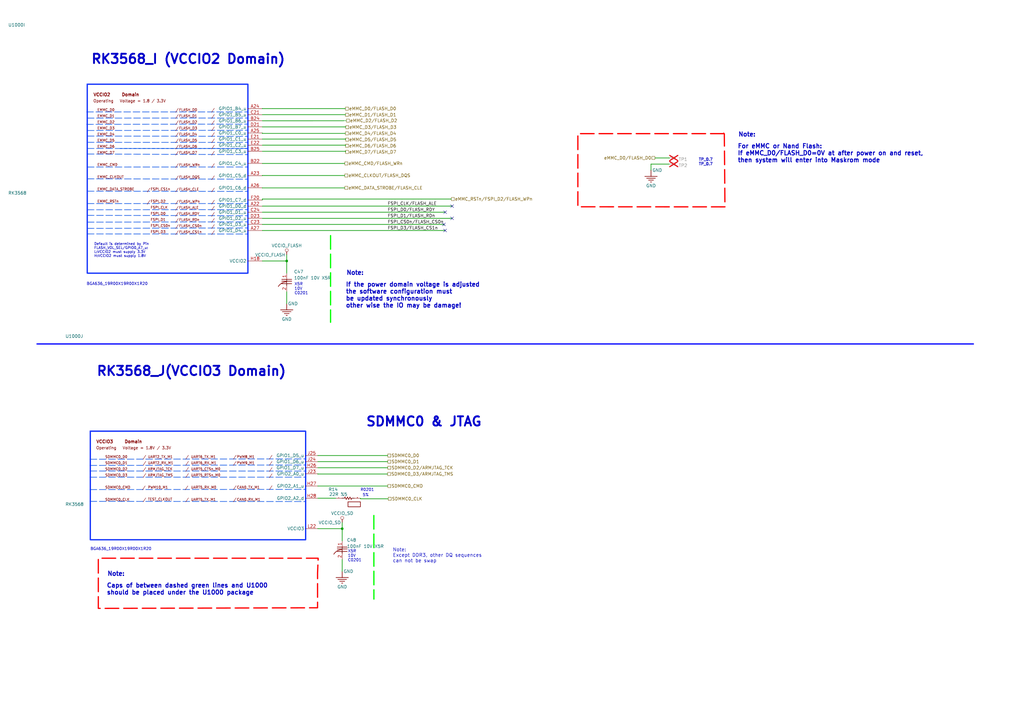
<source format=kicad_sch>
(kicad_sch (version 20230819) (generator eeschema)
  (paper "A3")
  (lib_symbols
    (symbol "cm3568 LPDDR4-altium-import:GND" (power)
      (property "Reference" "#PWR" (at 0 0 0))
      (property "Value" "GND" (at 0 6.35 0))
      (symbol "GND_0_0"
        (pin power_in line (at 0 0 0) (length 0) (name "GND") (number ""))
      )
    )
    (symbol "cm3568 LPDDR4-altium-import:VCCIO_FLASH" (power)
      (property "Reference" "#PWR" (at 0 0 0))
      (property "Value" "VCCIO_FLASH" (at 0 3.81 0))
      (symbol "VCCIO_FLASH_0_0"
        (pin power_in line (at 0 0 0) (length 0) (name "VCCIO_FLASH") (number ""))
      )
    )
    (symbol "cm3568 LPDDR4-altium-import:VCCIO_SD" (power)
      (property "Reference" "#PWR" (at 0 0 0))
      (property "Value" "VCCIO_SD" (at 0 3.81 0))
      (symbol "VCCIO_SD_0_0"
        (pin power_in line (at 0 0 0) (length 0) (name "VCCIO_SD") (number ""))
      )
    )
    (symbol "cm3568 LPDDR4-altium-import:root_0_R0201_22R"
      (symbol "root_0_R0201_22R_1_0"
        (pin passive line (at -5.04 -0.04 0) (length 2.54) (name "1") (number "1"))
        (pin passive line (at 5.12 -0.04 180) (length 2.54) (name "2") (number "2"))
      )
    )
    (symbol "cm3568 LPDDR4-altium-import:root_0_RK3568"
      (property "Reference" "U13" (at -65.254 58.89 0))
      (property "Value" "RK3568" (at -65.254 -10.04 0))
      (symbol "root_0_RK3568_1_0"
        (pin passive line (at 17.92 47.5 180) (length 8) (name "VDD_CPU_1") (number "J15"))
        (pin passive line (at 17.92 45 180) (length 8) (name "VDD_CPU_2") (number "K15"))
        (pin passive line (at 17.92 42.5 180) (length 8) (name "VDD_CPU_3") (number "K16"))
        (pin passive line (at 17.92 40 180) (length 8) (name "VDD_CPU_4") (number "K17"))
        (pin passive line (at 17.92 37.5 180) (length 8) (name "VDD_CPU_5") (number "K18"))
        (pin passive line (at 17.92 10 180) (length 8) (name "VDD_LOGIC_1") (number "L12"))
        (pin passive line (at 17.92 35 180) (length 8) (name "VDD_CPU_6") (number "L15"))
        (pin passive line (at 17.92 32.5 180) (length 8) (name "VDD_CPU_7") (number "L16"))
        (pin passive line (at 17.92 30 180) (length 8) (name "VDD_CPU_8") (number "L17"))
        (pin passive line (at 17.92 27.5 180) (length 8) (name "VDD_CPU_9") (number "L18"))
        (pin passive line (at 17.92 7.5 180) (length 8) (name "VDD_LOGIC_2") (number "M12"))
        (pin passive line (at 17.92 17.5 180) (length 8) (name "VDD_CPU_COM") (number "M15"))
        (pin passive line (at 17.92 25 180) (length 8) (name "VDD_CPU_10") (number "M17"))
        (pin passive line (at 17.92 -37.5 180) (length 8) (name "VDD_NPU_1") (number "M19"))
        (pin passive line (at 17.92 5 180) (length 8) (name "VDD_LOGIC_3") (number "N13"))
        (pin passive line (at 17.92 2.5 180) (length 8) (name "VDD_LOGIC_4") (number "N16"))
        (pin passive line (at 17.92 -40 180) (length 8) (name "VDD_NPU_2") (number "N19"))
        (pin passive line (at 17.92 0 180) (length 8) (name "VDD_LOGIC_5") (number "P13"))
        (pin passive line (at 17.92 -2.5 180) (length 8) (name "VDD_LOGIC_6") (number "P16"))
        (pin passive line (at 17.92 -42.5 180) (length 8) (name "VDD_NPU_3") (number "P18"))
        (pin passive line (at 17.92 -45 180) (length 8) (name "VDD_NPU_4") (number "P19"))
        (pin passive line (at 17.92 -47.5 180) (length 8) (name "VDD_NPU_5") (number "P20"))
        (pin passive line (at 17.92 -5 180) (length 8) (name "VDD_LOGIC_7") (number "R12"))
        (pin passive line (at 17.92 -20 180) (length 8) (name "VDD_GPU_1") (number "R13"))
        (pin passive line (at 17.92 -7.5 180) (length 8) (name "VDD_LOGIC_8") (number "R16"))
        (pin passive line (at 17.92 -10 180) (length 8) (name "VDD_LOGIC_9") (number "T12"))
        (pin passive line (at 17.92 -22.5 180) (length 8) (name "VDD_GPU_2") (number "T13"))
        (pin passive line (at 17.92 -12.5 180) (length 8) (name "VDD_LOGIC_10") (number "T16"))
        (pin passive line (at 17.92 -25 180) (length 8) (name "VDD_GPU_3") (number "U11"))
        (pin passive line (at 17.92 -27.5 180) (length 8) (name "VDD_GPU_4") (number "U12"))
        (pin passive line (at 17.92 -30 180) (length 8) (name "VDD_GPU_5") (number "U13"))
      )
      (symbol "root_0_RK3568_2_0"
        (pin passive line (at 17.92 77.5 180) (length 8) (name "VSS_1") (number "A1"))
        (pin passive line (at 17.92 70 180) (length 8) (name "VSS_4") (number "A10"))
        (pin passive line (at 17.92 67.5 180) (length 8) (name "VSS_5") (number "A14"))
        (pin passive line (at 17.92 65 180) (length 8) (name "VSS_6") (number "A18"))
        (pin passive line (at 17.92 62.5 180) (length 8) (name "VSS_7") (number "A28"))
        (pin passive line (at 17.92 75 180) (length 8) (name "VSS_2") (number "A3"))
        (pin passive line (at 17.92 72.5 180) (length 8) (name "VSS_3") (number "A6"))
        (pin passive line (at 17.92 55 180) (length 8) (name "VSS_10") (number "B12"))
        (pin passive line (at 17.92 52.5 180) (length 8) (name "VSS_11") (number "B16"))
        (pin passive line (at 17.92 50 180) (length 8) (name "VSS_12") (number "B23"))
        (pin passive line (at 17.92 47.5 180) (length 8) (name "VSS_13") (number "B26"))
        (pin passive line (at 17.92 60 180) (length 8) (name "VSS_8") (number "B5"))
        (pin passive line (at 17.92 57.5 180) (length 8) (name "VSS_9") (number "B9"))
        (pin passive line (at 17.92 35 180) (length 8) (name "VSS_18") (number "C11"))
        (pin passive line (at 17.92 32.5 180) (length 8) (name "VSS_19") (number "C12"))
        (pin passive line (at 17.92 30 180) (length 8) (name "VSS_20") (number "C14"))
        (pin passive line (at 17.92 27.5 180) (length 8) (name "VSS_21") (number "C15"))
        (pin passive line (at 17.92 25 180) (length 8) (name "VSS_22") (number "C17"))
        (pin passive line (at 17.92 22.5 180) (length 8) (name "VSS_23") (number "C18"))
        (pin passive line (at 17.92 20 180) (length 8) (name "VSS_24") (number "C25"))
        (pin passive line (at 17.92 45 180) (length 8) (name "VSS_14") (number "C3"))
        (pin passive line (at 17.92 42.5 180) (length 8) (name "VSS_15") (number "C6"))
        (pin passive line (at 17.92 40 180) (length 8) (name "VSS_16") (number "C8"))
        (pin passive line (at 17.92 37.5 180) (length 8) (name "VSS_17") (number "C9"))
        (pin passive line (at 17.92 15 180) (length 8) (name "VSS_26") (number "D11"))
        (pin passive line (at 17.92 17.5 180) (length 8) (name "VSS_25") (number "D2"))
        (pin passive line (at 17.92 10 180) (length 8) (name "VSS_28") (number "D28"))
        (pin passive line (at 17.92 12.5 180) (length 8) (name "VSS_27") (number "D3"))
        (pin passive line (at 17.92 7.5 180) (length 8) (name "VSS_29") (number "E3"))
        (pin passive line (at 17.92 5 180) (length 8) (name "VSS_30") (number "E7"))
        (pin passive line (at 17.92 2.5 180) (length 8) (name "VSS_31") (number "F1"))
        (pin passive line (at 17.92 -5 180) (length 8) (name "VSS_34") (number "F12"))
        (pin passive line (at 17.92 -7.5 180) (length 8) (name "VSS_35") (number "F14"))
        (pin passive line (at 17.92 -10 180) (length 8) (name "VSS_36") (number "F15"))
        (pin passive line (at 17.92 -12.5 180) (length 8) (name "VSS_37") (number "F17"))
        (pin passive line (at 17.92 0 180) (length 8) (name "VSS_32") (number "F3"))
        (pin passive line (at 17.92 -2.5 180) (length 8) (name "VSS_33") (number "F9"))
        (pin passive line (at 17.92 -25 180) (length 8) (name "VSS_42") (number "G11"))
        (pin passive line (at 17.92 -27.5 180) (length 8) (name "VSS_43") (number "G12"))
        (pin passive line (at 17.92 -30 180) (length 8) (name "VSS_44") (number "G14"))
        (pin passive line (at 17.92 -32.5 180) (length 8) (name "VSS_45") (number "G15"))
        (pin passive line (at 17.92 -35 180) (length 8) (name "VSS_46") (number "G17"))
        (pin passive line (at 17.92 -37.5 180) (length 8) (name "VSS_47") (number "G18"))
        (pin passive line (at 17.92 -40 180) (length 8) (name "VSS_48") (number "G24"))
        (pin passive line (at 17.92 -15 180) (length 8) (name "VSS_38") (number "G5"))
        (pin passive line (at 17.92 -17.5 180) (length 8) (name "VSS_39") (number "G6"))
        (pin passive line (at 17.92 -20 180) (length 8) (name "VSS_40") (number "G8"))
        (pin passive line (at 17.92 -22.5 180) (length 8) (name "VSS_41") (number "G9"))
        (pin passive line (at 17.92 -42.5 180) (length 8) (name "VSS_49") (number "H2"))
        (pin passive line (at 17.92 -45 180) (length 8) (name "VSS_50") (number "H3"))
        (pin passive line (at 17.92 -47.5 180) (length 8) (name "VSS_51") (number "H6"))
        (pin passive line (at 17.92 -55 180) (length 8) (name "VSS_54") (number "J17"))
        (pin passive line (at 17.92 -57.5 180) (length 8) (name "VSS_55") (number "J18"))
        (pin passive line (at 17.92 -60 180) (length 8) (name "VSS_56") (number "J20"))
        (pin passive line (at 17.92 -62.5 180) (length 8) (name "VSS_57") (number "J22"))
        (pin passive line (at 17.92 -65 180) (length 8) (name "VSS_58") (number "J26"))
        (pin passive line (at 17.92 -50 180) (length 8) (name "VSS_52") (number "J3"))
        (pin passive line (at 17.92 -52.5 180) (length 8) (name "VSS_53") (number "J5"))
        (pin passive line (at 17.92 -67.5 180) (length 8) (name "VSS_59") (number "K1"))
        (pin passive line (at 17.92 -70 180) (length 8) (name "VSS_60") (number "K11"))
        (pin passive line (at 17.92 -72.5 180) (length 8) (name "VSS_61") (number "K12"))
        (pin passive line (at 17.92 -75 180) (length 8) (name "VSS_62") (number "K13"))
        (pin passive line (at 17.92 -77.5 180) (length 8) (name "VSS_63") (number "K14"))
        (pin passive line (at 17.92 -80 180) (length 8) (name "VSS_64") (number "K19"))
        (pin passive line (at 17.92 -82.5 180) (length 8) (name "VSS_65") (number "L3"))
      )
      (symbol "root_0_RK3568_3_0"
        (pin passive line (at 15.42 72.5 180) (length 8) (name "VSS_68") (number "L11"))
        (pin passive line (at 15.42 70 180) (length 8) (name "VSS_69") (number "L13"))
        (pin passive line (at 15.42 67.5 180) (length 8) (name "VSS_70") (number "L14"))
        (pin passive line (at 15.42 65 180) (length 8) (name "VSS_71") (number "L19"))
        (pin passive line (at 15.42 62.5 180) (length 8) (name "VSS_72") (number "L20"))
        (pin passive line (at 15.42 60 180) (length 8) (name "VSS_73") (number "L21"))
        (pin passive line (at 15.42 77.5 180) (length 8) (name "VSS_66") (number "L5"))
        (pin passive line (at 15.42 75 180) (length 8) (name "VSS_67") (number "L8"))
        (pin passive line (at 15.42 47.5 180) (length 8) (name "VSS_78") (number "M11"))
        (pin passive line (at 15.42 45 180) (length 8) (name "VSS_79") (number "M13"))
        (pin passive line (at 15.42 42.5 180) (length 8) (name "VSS_80") (number "M14"))
        (pin passive line (at 15.42 40 180) (length 8) (name "VSS_81") (number "M16"))
        (pin passive line (at 15.42 37.5 180) (length 8) (name "VSS_82") (number "M18"))
        (pin passive line (at 15.42 57.5 180) (length 8) (name "VSS_74") (number "M2"))
        (pin passive line (at 15.42 55 180) (length 8) (name "VSS_75") (number "M3"))
        (pin passive line (at 15.42 52.5 180) (length 8) (name "VSS_76") (number "M6"))
        (pin passive line (at 15.42 50 180) (length 8) (name "VSS_77") (number "M8"))
        (pin passive line (at 15.42 35 180) (length 8) (name "VSS_83") (number "N1"))
        (pin passive line (at 15.42 32.5 180) (length 8) (name "VSS_84") (number "N12"))
        (pin passive line (at 15.42 30 180) (length 8) (name "VSS_85") (number "N14"))
        (pin passive line (at 15.42 27.5 180) (length 8) (name "VSS_86") (number "N15"))
        (pin passive line (at 15.42 25 180) (length 8) (name "VSS_87") (number "N17"))
        (pin passive line (at 15.42 22.5 180) (length 8) (name "VSS_88") (number "N18"))
        (pin passive line (at 15.42 15 180) (length 8) (name "VSS_91") (number "P12"))
        (pin passive line (at 15.42 12.5 180) (length 8) (name "VSS_92") (number "P14"))
        (pin passive line (at 15.42 10 180) (length 8) (name "VSS_93") (number "P15"))
        (pin passive line (at 15.42 7.5 180) (length 8) (name "VSS_94") (number "P17"))
        (pin passive line (at 15.42 20 180) (length 8) (name "VSS_89") (number "P3"))
        (pin passive line (at 15.42 17.5 180) (length 8) (name "VSS_90") (number "P6"))
        (pin passive line (at 15.42 0 180) (length 8) (name "VSS_97") (number "R10"))
        (pin passive line (at 15.42 -2.5 180) (length 8) (name "VSS_98") (number "R11"))
        (pin passive line (at 15.42 -5 180) (length 8) (name "VSS_99") (number "R14"))
        (pin passive line (at 15.42 -7.5 180) (length 8) (name "VSS_100") (number "R15"))
        (pin passive line (at 15.42 -10 180) (length 8) (name "VSS_101") (number "R17"))
        (pin passive line (at 15.42 -12.5 180) (length 8) (name "VSS_102") (number "R18"))
        (pin passive line (at 15.42 -15 180) (length 8) (name "VSS_103") (number "R19"))
        (pin passive line (at 15.42 5 180) (length 8) (name "VSS_95") (number "R3"))
        (pin passive line (at 15.42 2.5 180) (length 8) (name "VSS_96") (number "R6"))
        (pin passive line (at 15.42 -17.5 180) (length 8) (name "VSS_104") (number "T10"))
        (pin passive line (at 15.42 -20 180) (length 8) (name "VSS_105") (number "T11"))
        (pin passive line (at 15.42 -22.5 180) (length 8) (name "VSS_106") (number "T14"))
        (pin passive line (at 15.42 -25 180) (length 8) (name "VSS_107") (number "T15"))
        (pin passive line (at 15.42 -27.5 180) (length 8) (name "VSS_108") (number "T17"))
        (pin passive line (at 15.42 -30 180) (length 8) (name "VSS_109") (number "T18"))
        (pin passive line (at 15.42 -32.5 180) (length 8) (name "VSS_110") (number "T19"))
        (pin passive line (at 15.42 -35 180) (length 8) (name "VSS_111") (number "U1"))
        (pin passive line (at 15.42 -45 180) (length 8) (name "VSS_115") (number "U10"))
        (pin passive line (at 15.42 -47.5 180) (length 8) (name "VSS_116") (number "U14"))
        (pin passive line (at 15.42 -50 180) (length 8) (name "VSS_117") (number "U15"))
        (pin passive line (at 15.42 -52.5 180) (length 8) (name "VSS_118") (number "U16"))
        (pin passive line (at 15.42 -55 180) (length 8) (name "VSS_119") (number "U17"))
        (pin passive line (at 15.42 -57.5 180) (length 8) (name "VSS_120") (number "U18"))
        (pin passive line (at 15.42 -37.5 180) (length 8) (name "VSS_112") (number "U6"))
        (pin passive line (at 15.42 -40 180) (length 8) (name "VSS_113") (number "U7"))
        (pin passive line (at 15.42 -42.5 180) (length 8) (name "VSS_114") (number "U8"))
        (pin passive line (at 15.42 -67.5 180) (length 8) (name "VSS_124") (number "V13"))
        (pin passive line (at 15.42 -60 180) (length 8) (name "VSS_121") (number "V3"))
        (pin passive line (at 15.42 -62.5 180) (length 8) (name "VSS_122") (number "V8"))
        (pin passive line (at 15.42 -65 180) (length 8) (name "VSS_123") (number "V9"))
        (pin passive line (at 15.42 -70 180) (length 8) (name "VSS_125") (number "W10"))
        (pin passive line (at 15.42 -72.5 180) (length 8) (name "VSS_126") (number "W11"))
        (pin passive line (at 15.42 -75 180) (length 8) (name "VSS_127") (number "W12"))
        (pin passive line (at 15.42 -77.5 180) (length 8) (name "VSS_128") (number "W13"))
        (pin passive line (at 15.42 -80 180) (length 8) (name "VSS_129") (number "Y8"))
        (pin passive line (at 15.42 -82.5 180) (length 8) (name "VSS_130") (number "Y9"))
      )
      (symbol "root_0_RK3568_4_0"
        (pin passive line (at 15 7.5 180) (length 8) (name "VSS_135") (number "AA23"))
        (pin passive line (at 15 12.5 180) (length 8) (name "VSS_133") (number "AA4"))
        (pin passive line (at 15 10 180) (length 8) (name "VSS_134") (number "AA9"))
        (pin passive line (at 15 5 180) (length 8) (name "VSS_136") (number "AB2"))
        (pin passive line (at 15 2.5 180) (length 8) (name "VSS_137") (number "AB6"))
        (pin passive line (at 15 0 180) (length 8) (name "VSS_138") (number "AD3"))
        (pin passive line (at 15 -5 180) (length 8) (name "VSS_140") (number "AE21"))
        (pin passive line (at 15 -2.5 180) (length 8) (name "VSS_139") (number "AE6"))
        (pin passive line (at 15 -10 180) (length 8) (name "VSS_142") (number "AF26"))
        (pin passive line (at 15 -7.5 180) (length 8) (name "VSS_141") (number "AF3"))
        (pin passive line (at 15 -12.5 180) (length 8) (name "VSS_143") (number "AG5"))
        (pin passive line (at 15 -15 180) (length 8) (name "VSS_144") (number "AH1"))
        (pin passive line (at 15 -20 180) (length 8) (name "VSS_146") (number "AH28"))
        (pin passive line (at 15 -17.5 180) (length 8) (name "VSS_145") (number "AH8"))
        (pin passive line (at 15 17.5 180) (length 8) (name "VSS_131") (number "Y11"))
        (pin passive line (at 15 15 180) (length 8) (name "VSS_132") (number "Y12"))
      )
      (symbol "root_0_RK3568_5_0"
        (pin passive line (at 17.5 15 180) (length 8) (name "AVSS_24") (number "AA12"))
        (pin passive line (at 17.5 12.5 180) (length 8) (name "AVSS_25") (number "AA14"))
        (pin passive line (at 17.5 10 180) (length 8) (name "AVSS_26") (number "AA15"))
        (pin passive line (at 17.5 7.5 180) (length 8) (name "AVSS_27") (number "AA17"))
        (pin passive line (at 17.5 5 180) (length 8) (name "AVSS_28") (number "AA24"))
        (pin passive line (at 17.5 2.5 180) (length 8) (name "AVSS_29") (number "AA26"))
        (pin passive line (at 17.5 0 180) (length 8) (name "AVSS_30") (number "AB11"))
        (pin passive line (at 17.5 -2.5 180) (length 8) (name "AVSS_31") (number "AB12"))
        (pin passive line (at 17.5 -5 180) (length 8) (name "AVSS_32") (number "AB14"))
        (pin passive line (at 17.5 -7.5 180) (length 8) (name "AVSS_33") (number "AB15"))
        (pin passive line (at 17.5 -10 180) (length 8) (name "AVSS_34") (number "AB17"))
        (pin passive line (at 17.5 -15 180) (length 8) (name "AVSS_36") (number "AC11"))
        (pin passive line (at 17.5 -17.5 180) (length 8) (name "AVSS_37") (number "AC12"))
        (pin passive line (at 17.5 -20 180) (length 8) (name "AVSS_38") (number "AC15"))
        (pin passive line (at 17.5 -22.5 180) (length 8) (name "AVSS_39") (number "AC18"))
        (pin passive line (at 17.5 -25 180) (length 8) (name "AVSS_40") (number "AC25"))
        (pin passive line (at 17.5 -27.5 180) (length 8) (name "AVSS_41") (number "AC26"))
        (pin passive line (at 17.5 -12.5 180) (length 8) (name "AVSS_35") (number "AC9"))
        (pin passive line (at 17.5 -30 180) (length 8) (name "AVSS_42") (number "AD26"))
        (pin passive line (at 17.5 -32.5 180) (length 8) (name "AVSS_43") (number "AE14"))
        (pin passive line (at 17.5 -35 180) (length 8) (name "AVSS_44") (number "AE17"))
        (pin passive line (at 17.5 -37.5 180) (length 8) (name "AVSS_45") (number "AE20"))
        (pin passive line (at 17.5 -40 180) (length 8) (name "AVSS_46") (number "AE27"))
        (pin passive line (at 17.5 -42.5 180) (length 8) (name "AVSS_47") (number "AE28"))
        (pin passive line (at 17.5 -47.5 180) (length 8) (name "AVSS_49") (number "AF11"))
        (pin passive line (at 17.5 -50 180) (length 8) (name "AVSS_50") (number "AF12"))
        (pin passive line (at 17.5 -52.5 180) (length 8) (name "AVSS_51") (number "AF14"))
        (pin passive line (at 17.5 -55 180) (length 8) (name "AVSS_52") (number "AF15"))
        (pin passive line (at 17.5 -57.5 180) (length 8) (name "AVSS_53") (number "AF17"))
        (pin passive line (at 17.5 -60 180) (length 8) (name "AVSS_54") (number "AF18"))
        (pin passive line (at 17.5 -62.5 180) (length 8) (name "AVSS_55") (number "AF20"))
        (pin passive line (at 17.5 -65 180) (length 8) (name "AVSS_56") (number "AF21"))
        (pin passive line (at 17.5 -45 180) (length 8) (name "AVSS_48") (number "AF9"))
        (pin passive line (at 17.5 -67.5 180) (length 8) (name "AVSS_57") (number "AG18"))
        (pin passive line (at 17.5 -70 180) (length 8) (name "AVSS_58") (number "AH18"))
        (pin passive line (at 17.5 -72.5 180) (length 8) (name "AVSS_59") (number "AH23"))
        (pin passive line (at 17.5 72.5 180) (length 8) (name "AVSS_1") (number "J27"))
        (pin passive line (at 17.5 70 180) (length 8) (name "AVSS_2") (number "L24"))
        (pin passive line (at 17.5 67.5 180) (length 8) (name "AVSS_3") (number "L26"))
        (pin passive line (at 17.5 65 180) (length 8) (name "AVSS_4") (number "M21"))
        (pin passive line (at 17.5 62.5 180) (length 8) (name "AVSS_5") (number "M26"))
        (pin passive line (at 17.5 60 180) (length 8) (name "AVSS_6") (number "N28"))
        (pin passive line (at 17.5 57.5 180) (length 8) (name "AVSS_7") (number "P21"))
        (pin passive line (at 17.5 55 180) (length 8) (name "AVSS_8") (number "P26"))
        (pin passive line (at 17.5 52.5 180) (length 8) (name "AVSS_9") (number "R23"))
        (pin passive line (at 17.5 50 180) (length 8) (name "AVSS_10") (number "R26"))
        (pin passive line (at 17.5 47.5 180) (length 8) (name "AVSS_11") (number "U23"))
        (pin passive line (at 17.5 45 180) (length 8) (name "AVSS_12") (number "U26"))
        (pin passive line (at 17.5 42.5 180) (length 8) (name "AVSS_13") (number "V14"))
        (pin passive line (at 17.5 40 180) (length 8) (name "AVSS_14") (number "V15"))
        (pin passive line (at 17.5 37.5 180) (length 8) (name "AVSS_15") (number "V16"))
        (pin passive line (at 17.5 35 180) (length 8) (name "AVSS_16") (number "V22"))
        (pin passive line (at 17.5 32.5 180) (length 8) (name "AVSS_17") (number "V23"))
        (pin passive line (at 17.5 30 180) (length 8) (name "AVSS_18") (number "V26"))
        (pin passive line (at 17.5 27.5 180) (length 8) (name "AVSS_19") (number "W17"))
        (pin passive line (at 17.5 25 180) (length 8) (name "AVSS_20") (number "Y18"))
        (pin passive line (at 17.5 22.5 180) (length 8) (name "AVSS_21") (number "Y23"))
        (pin passive line (at 17.5 20 180) (length 8) (name "AVSS_22") (number "Y24"))
        (pin passive line (at 17.5 17.5 180) (length 8) (name "AVSS_23") (number "Y26"))
      )
      (symbol "root_0_RK3568_6_0"
        (text "/  DDR4_DML_A               /  LPDDR4_DM0_A             /  DDR3_DM0            /  LPDDR3_DM1" (at 7.366 -13.716 0) (effects (font (size 1.143 1.143)) (justify left bottom)))
        (text "/  DDR4_DML_B               /  LPDDR4_DM1_B             /  DDR3_DM3            /  LPDDR3_DM2" (at 7.366 -126.238 0) (effects (font (size 1.143 1.143)) (justify left bottom)))
        (text "/  DDR4_DMU_A               /  LPDDR4_DM1_A             /  DDR3_DM1            /  LPDDR3_DM3" (at 7.366 -51.054 0) (effects (font (size 1.143 1.143)) (justify left bottom)))
        (text "/  DDR4_DMU_B              /  LPDDR4_DM0_B             /  DDR3_DM2            /  LPDDR3_DM0" (at 7.366 -88.392 0) (effects (font (size 1.143 1.143)) (justify left bottom)))
        (text "/  DDR4_DQL0_A              /  LPDDR4_DQ0_A              /  DDR3_DQ0            /  LPDDR3_DQ15" (at 7.366 9.144 0) (effects (font (size 1.143 1.143)) (justify left bottom)))
        (text "/  DDR4_DQL0_B              /  LPDDR4_DQ8_B              /  DDR3_DQ24          /  LPDDR3_DQ18" (at 7.366 -103.632 0) (effects (font (size 1.143 1.143)) (justify left bottom)))
        (text "/  DDR4_DQL1_A              /  LPDDR4_DQ7_A              /  DDR3_DQ7            /  LPDDR3_DQ11" (at 7.366 -8.89 0) (effects (font (size 1.143 1.143)) (justify left bottom)))
        (text "/  DDR4_DQL1_B              /  LPDDR4_DQ14_B            /  DDR3_DQ30          /  LPDDR3_DQ20" (at 7.366 -118.836 0) (effects (font (size 1.143 1.143)) (justify left bottom)))
        (text "/  DDR4_DQL2_A              /  LPDDR4_DQ1_A              /  DDR3_DQ1            /  LPDDR3_DQ14" (at 7.366 6.568 0) (effects (font (size 1.143 1.143)) (justify left bottom)))
        (text "/  DDR4_DQL2_B              /  LPDDR4_DQ8_B              /  DDR3_DQ25          /  LPDDR3_DQ19" (at 7.366 -106.172 0) (effects (font (size 1.143 1.143)) (justify left bottom)))
        (text "/  DDR4_DQL3_A              /  LPDDR4_DQ6_A              /  DDR3_DQ6            /  LPDDR3_DQ8" (at 7.366 -6.314 0) (effects (font (size 1.143 1.143)) (justify left bottom)))
        (text "/  DDR4_DQL3_B              /  LPDDR4_DQ15_B            /  DDR3_DQ31          /  LPDDR3_DQ21" (at 7.366 -121.412 0) (effects (font (size 1.143 1.143)) (justify left bottom)))
        (text "/  DDR4_DQL4_A              /  LPDDR4_DQ2_A              /  DDR3_DQ2            /  LPDDR3_DQ10" (at 7.366 3.991 0) (effects (font (size 1.143 1.143)) (justify left bottom)))
        (text "/  DDR4_DQL4_B              /  LPDDR4_DQ10_B            /  DDR3_DQ26          /  LPDDR3_DQ22" (at 7.366 -108.712 0) (effects (font (size 1.143 1.143)) (justify left bottom)))
        (text "/  DDR4_DQL5_A              /  LPDDR4_DQ5_A              /  DDR3_DQ5            /  LPDDR3_DQ12" (at 7.366 -3.737 0) (effects (font (size 1.143 1.143)) (justify left bottom)))
        (text "/  DDR4_DQL5_B              /  LPDDR4_DQ13_B            /  DDR3_DQ29          /  LPDDR3_DQ17" (at 7.366 -116.259 0) (effects (font (size 1.143 1.143)) (justify left bottom)))
        (text "/  DDR4_DQL6_A              /  LPDDR4_DQ3_A              /  DDR3_DQ3            /  LPDDR3_DQ9" (at 7.366 1.415 0) (effects (font (size 1.143 1.143)) (justify left bottom)))
        (text "/  DDR4_DQL6_B              /  LPDDR4_DQ11_B            /  DDR3_DQ27          /  LPDDR3_DQ23" (at 7.366 -111.107 0) (effects (font (size 1.143 1.143)) (justify left bottom)))
        (text "/  DDR4_DQL7_A              /  LPDDR4_DQ4_A              /  DDR3_DQ4            /  LPDDR3_DQ13" (at 7.366 -1.161 0) (effects (font (size 1.143 1.143)) (justify left bottom)))
        (text "/  DDR4_DQL7_B              /  LPDDR4_DQ12_B            /  DDR3_DQ28          /  LPDDR3_DQ16" (at 7.366 -113.683 0) (effects (font (size 1.143 1.143)) (justify left bottom)))
        (text "/  DDR4_DQSL_N_A       /  LPDDR4_DQS0N_A         /  DDR3_DQS0N        /  LPDDR3_DQS1N" (at 7.366 -21.082 0) (effects (font (size 1.143 1.143)) (justify left bottom)))
        (text "/  DDR4_DQSL_N_B         /  LPDDR4_DQS1N_B         /  DDR3_DQS3N        /  LPDDR3_DQS2N" (at 7.366 -133.604 0) (effects (font (size 1.143 1.143)) (justify left bottom)))
        (text "/  DDR4_DQSL_P_A        /  LPDDR4_DQS0P_A          /  DDR3_DQS0P        /  LPDDR3_DQS1P" (at 7.366 -18.506 0) (effects (font (size 1.143 1.143)) (justify left bottom)))
        (text "/  DDR4_DQSL_P_B          /  LPDDR4_DQS1P_B          /  DDR3_DQS3P        /  LPDDR3_DQS2P" (at 7.366 -131.028 0) (effects (font (size 1.143 1.143)) (justify left bottom)))
        (text "/  DDR4_DQSU_N_A       /  LPDDR4_DQS1N_A        /  DDR3_DQS1N        /  LPDDR3_DQS3N" (at 7.366 -58.42 0) (effects (font (size 1.143 1.143)) (justify left bottom)))
        (text "/  DDR4_DQSU_N_B        /  LPDDR4_DQS0N_B         /  DDR3_DQS2N        /  LPDDR3_DQS0N" (at 7.366 -95.758 0) (effects (font (size 1.143 1.143)) (justify left bottom)))
        (text "/  DDR4_DQSU_P_A        /  LPDDR4_DQS1P_A         /  DDR3_DQS1P        /  LPDDR3_DQS3P" (at 7.366 -55.844 0) (effects (font (size 1.143 1.143)) (justify left bottom)))
        (text "/  DDR4_DQSU_P_B        /  LPDDR4_DQS0P_B         /  DDR3_DQS2P        /  LPDDR3_DQS0P" (at 7.366 -93.182 0) (effects (font (size 1.143 1.143)) (justify left bottom)))
        (text "/  DDR4_DQU0_A             /  LPDDR4_DQ15_A            /  DDR3_DQ15          /  LPDDR3_DQ27" (at 7.366 -46.228 0) (effects (font (size 1.143 1.143)) (justify left bottom)))
        (text "/  DDR4_DQU0_B             /  LPDDR4_DQ4_B              /  DDR3_DQ20          /  LPDDR3_DQ2" (at 7.366 -75.837 0) (effects (font (size 1.143 1.143)) (justify left bottom)))
        (text "/  DDR4_DQU1_A             /  LPDDR4_DQ9_A              /  DDR3_DQ9            /  LPDDR3_DQ24" (at 7.366 -30.77 0) (effects (font (size 1.143 1.143)) (justify left bottom)))
        (text "/  DDR4_DQU1_B             /  LPDDR4_DQ3_B              /  DDR3_DQ19          /  LPDDR3_DQ4" (at 7.366 -73.261 0) (effects (font (size 1.143 1.143)) (justify left bottom)))
        (text "/  DDR4_DQU2_A             /  LPDDR4_DQ12_A            /  DDR3_DQ12          /  LPDDR3_DQ26" (at 7.366 -38.499 0) (effects (font (size 1.143 1.143)) (justify left bottom)))
        (text "/  DDR4_DQU2_B             /  LPDDR4_DQ7_B              /  DDR3_DQ23          /  LPDDR3_DQ0" (at 7.366 -83.566 0) (effects (font (size 1.143 1.143)) (justify left bottom)))
        (text "/  DDR4_DQU3_A             /  LPDDR4_DQ8_A              /  DDR3_DQ8            /  LPDDR3_DQ25" (at 7.366 -28.448 0) (effects (font (size 1.143 1.143)) (justify left bottom)))
        (text "/  DDR4_DQU3_B             /  LPDDR4_DQ2_B              /  DDR3_DQ18          /  LPDDR3_DQ6" (at 7.366 -70.685 0) (effects (font (size 1.143 1.143)) (justify left bottom)))
        (text "/  DDR4_DQU4_A             /  LPDDR4_DQ13_A            /  DDR3_DQ13          /  LPDDR3_DQ31" (at 7.366 -41.075 0) (effects (font (size 1.143 1.143)) (justify left bottom)))
        (text "/  DDR4_DQU4_B             /  LPDDR4_DQ6_B              /  DDR3_DQ22          /  LPDDR3_DQ7" (at 7.366 -80.99 0) (effects (font (size 1.143 1.143)) (justify left bottom)))
        (text "/  DDR4_DQU5_A             /  LPDDR4_DQ11_A            /  DDR3_DQ11          /  LPDDR3_DQ29" (at 7.366 -35.923 0) (effects (font (size 1.143 1.143)) (justify left bottom)))
        (text "/  DDR4_DQU5_B             /  LPDDR4_DQ1_B              /  DDR3_DQ17          /  LPDDR3_DQ5" (at 7.366 -68.108 0) (effects (font (size 1.143 1.143)) (justify left bottom)))
        (text "/  DDR4_DQU6_A             /  LPDDR4_DQ14_A            /  DDR3_DQ14          /  LPDDR3_DQ30" (at 7.366 -43.652 0) (effects (font (size 1.143 1.143)) (justify left bottom)))
        (text "/  DDR4_DQU6_B             /  LPDDR4_DQ5_B              /  DDR3_DQ21          /  LPDDR3_DQ3" (at 7.366 -78.413 0) (effects (font (size 1.143 1.143)) (justify left bottom)))
        (text "/  DDR4_DQU7_A             /  LPDDR4_DQ10_A            /  DDR3_DQ10          /  LPDDR3_DQ28" (at 7.366 -33.347 0) (effects (font (size 1.143 1.143)) (justify left bottom)))
        (text "/  DDR4_DQU7_B             /  LPDDR4_DQ0_B              /  DDR3_DQ16          /  LPDDR3_DQ1" (at 7.366 -65.786 0) (effects (font (size 1.143 1.143)) (justify left bottom)))
        (text "/  DDR4_ECC_DM            /  --                                         /  DDR3_ECC_DM" (at 7.366 -163.322 0) (effects (font (size 1.143 1.143)) (justify left bottom)))
        (text "/  DDR4_ECC_DQ0           /  --                                         /  DDR3_ECC_DQ1" (at 7.366 -143.256 0) (effects (font (size 1.143 1.143)) (justify left bottom)))
        (text "/  DDR4_ECC_DQ1           /  --                                         /  DDR3_ECC_DQ3" (at 7.366 -148.191 0) (effects (font (size 1.143 1.143)) (justify left bottom)))
        (text "/  DDR4_ECC_DQ2           /  --                                         /  DDR3_ECC_DQ2" (at 7.366 -145.796 0) (effects (font (size 1.143 1.143)) (justify left bottom)))
        (text "/  DDR4_ECC_DQ3           /  --                                         /  DDR3_ECC_DQ6" (at 7.366 -155.92 0) (effects (font (size 1.143 1.143)) (justify left bottom)))
        (text "/  DDR4_ECC_DQ4           /  --                                         /  DDR3_ECC_DQ5" (at 7.366 -153.343 0) (effects (font (size 1.143 1.143)) (justify left bottom)))
        (text "/  DDR4_ECC_DQ5           /  --                                         /  DDR3_ECC_DQ7" (at 7.366 -158.496 0) (effects (font (size 1.143 1.143)) (justify left bottom)))
        (text "/  DDR4_ECC_DQ6           /  --                                         /  DDR3_ECC_DQ4" (at 7.366 -150.767 0) (effects (font (size 1.143 1.143)) (justify left bottom)))
        (text "/  DDR4_ECC_DQ7           /  --                                         /  DDR3_ECC_DQ0" (at 7.366 -140.716 0) (effects (font (size 1.143 1.143)) (justify left bottom)))
        (text "/  DDR4_ECC_DQS_N     /  --                                         /  DDR3_ECC_DQS_N" (at 7.366 -170.688 0) (effects (font (size 1.143 1.143)) (justify left bottom)))
        (text "/  DDR4_ECC_DQS_P      /  --                                         /  DDR3_ECC_DQS_P" (at 7.366 -168.112 0) (effects (font (size 1.143 1.143)) (justify left bottom)))
        (text "=0.6V" (at 170 -162.5 0) (effects (font (size 1.27 1.27) bold) (justify left bottom)))
        (text "=1.1V" (at 170 -160 0) (effects (font (size 1.27 1.27)) (justify left bottom)))
        (text "=1.1V" (at 170 -135 0) (effects (font (size 1.27 1.27)) (justify left bottom)))
        (text "=1.1V" (at 170 -132.5 0) (effects (font (size 1.27 1.27)) (justify left bottom)))
        (text "=1.2V" (at 170 -157.5 0) (effects (font (size 1.27 1.27)) (justify left bottom)))
        (text "=1.2V" (at 170 -155 0) (effects (font (size 1.27 1.27)) (justify left bottom)))
        (text "=1.2V" (at 170 -130 0) (effects (font (size 1.27 1.27)) (justify left bottom)))
        (text "=1.2V" (at 170 -127.5 0) (effects (font (size 1.27 1.27)) (justify left bottom)))
        (text "=1.35V" (at 170 -150 0) (effects (font (size 1.27 1.27)) (justify left bottom)))
        (text "=1.35V" (at 170 -122.5 0) (effects (font (size 1.27 1.27)) (justify left bottom)))
        (text "=1.5V" (at 170 -152.5 0) (effects (font (size 1.27 1.27)) (justify left bottom)))
        (text "=1.5V" (at 170 -125 0) (effects (font (size 1.27 1.27)) (justify left bottom)))
        (text "DDR3" (at 55.88 14.224 0) (effects (font (size 1.27 1.27) bold) (justify left bottom)))
        (text "DDR3" (at 152.908 14.224 0) (effects (font (size 1.27 1.27) bold) (justify left bottom)))
        (text "DDR3" (at 157.5 -152.5 0) (effects (font (size 1.27 1.27)) (justify left bottom)))
        (text "DDR3" (at 157.5 -125 0) (effects (font (size 1.27 1.27)) (justify left bottom)))
        (text "DDR3L" (at 157.5 -150 0) (effects (font (size 1.27 1.27)) (justify left bottom)))
        (text "DDR3L" (at 157.5 -122.5 0) (effects (font (size 1.27 1.27)) (justify left bottom)))
        (text "DDR4" (at 8.89 14.224 0) (effects (font (size 1.27 1.27) bold) (justify left bottom)))
        (text "DDR4" (at 99.568 14.224 0) (effects (font (size 1.27 1.27) bold) (justify left bottom)))
        (text "DDR4" (at 157.5 -155 0) (effects (font (size 1.27 1.27)) (justify left bottom)))
        (text "DDR4" (at 157.5 -127.5 0) (effects (font (size 1.27 1.27)) (justify left bottom)))
        (text "DDR4_14_WEn                     /  LPDDR4_A4_A                       /  DDR3_A15                 /  LPDDR3_A5                    /" (at 99.314 -33.69 0) (effects (font (size 1.143 1.143)) (justify left bottom)))
        (text "DDR4_A0                              /  LPDDR4_CLKP_B                /  DDR3_A9                    /  ---                                      /" (at 99.314 8.89 0) (effects (font (size 1.143 1.143) bold) (justify left bottom)))
        (text "DDR4_A1                              /  ---                                              /  DDR3_A2                    /  ---                                      /" (at 99.314 6.35 0) (effects (font (size 1.143 1.143)) (justify left bottom)))
        (text "DDR4_A10                            /  LPDDR4_CKE0_B                  /  DDR3_A10                  /  ---                                      /" (at 99.314 -21.19 0) (effects (font (size 1.143 1.143)) (justify left bottom)))
        (text "DDR4_A11                            /  LPDDR4_A0_A                       /  DDR3_A7                    /  LPDDR3_A8                    /" (at 99.314 -23.73 0) (effects (font (size 1.143 1.143)) (justify left bottom)))
        (text "DDR4_A12                            /  LPDDR4_A3_A                       /  DDR3_BA2                 /  ---                                      /" (at 99.314 -28.61 0) (effects (font (size 1.143 1.143)) (justify left bottom)))
        (text "DDR4_A13                            /  LPDDR4_A0_A                       /  DDR3_A14                  /  LPDDR3_A0                   /" (at 99.314 -31.15 0) (effects (font (size 1.143 1.143)) (justify left bottom)))
        (text "DDR4_A15_CASn                /  LPDDR4_A2_A                       /  DDR3_A0                   /  ---                                      /" (at 99.314 -36.23 0) (effects (font (size 1.143 1.143)) (justify left bottom)))
        (text "DDR4_A16_RASn                /  LPDDR4_A5_A                       /  DDR3_RASn               /  LPDDR3_A7                    /" (at 99.314 -41.11 0) (effects (font (size 1.143 1.143)) (justify left bottom)))
        (text "DDR4_A2                              /  LPDDR4_A1_A                       /  DDR3_A4                    /  LPDDR3_A6                    /" (at 99.314 3.81 0) (effects (font (size 1.143 1.143)) (justify left bottom)))
        (text "DDR4_A3                              /  LPDDR4_CKE1_A                  /  DDR3_A3                    /  ---                                      /" (at 99.314 1.27 0) (effects (font (size 1.143 1.143)) (justify left bottom)))
        (text "DDR4_A4                              /  LPDDR4_A3_B                       /  DDR3_BA1                 /  LPDDR3_A3                    /" (at 99.314 -3.61 0) (effects (font (size 1.143 1.143)) (justify left bottom)))
        (text "DDR4_A5                              /  LPDDR4_A5_B                       /  DDR3_A11                  /  LPDDR3_A2                    /" (at 99.314 -6.15 0) (effects (font (size 1.143 1.143)) (justify left bottom)))
        (text "DDR4_A6                              /  LPDDR4_A1_B                       /  DDR3_A13                  /  LPDDR3_A1                    /" (at 99.314 -8.69 0) (effects (font (size 1.143 1.143)) (justify left bottom)))
        (text "DDR4_A7                              /  LPDDR4_ODT0_CA_B          /  DDR3_A8                    /  ---                                      /" (at 99.314 -11.23 0) (effects (font (size 1.143 1.143)) (justify left bottom)))
        (text "DDR4_A8                              /  LPDDR4_ODT0_CA_A           /  DDR3_A6                    /  LPDDR3_A9                   /" (at 99.314 -16.11 0) (effects (font (size 1.143 1.143)) (justify left bottom)))
        (text "DDR4_A9                              /  LPDDR4_CLKN_B                /  DDR3_A5                    /  ---                                     /" (at 99.314 -18.65 0) (effects (font (size 1.143 1.143) bold) (justify left bottom)))
        (text "DDR4_ACTn                         /  LPDDR4_CKE1_B                  /  DDR3_CASn               /  ---                                      /" (at 99.314 -43.65 0) (effects (font (size 1.143 1.143)) (justify left bottom)))
        (text "DDR4_BA0                           /  LPDDR4_A2_B                       /  DDR3_A1                    /  ---                                      /" (at 99.314 -46.19 0) (effects (font (size 1.143 1.143)) (justify left bottom)))
        (text "DDR4_BA1                           /  LPDDR4_A4_B                       /  DDR3_A12                  /  LPDDR3_A4                    /" (at 99.314 -48.73 0) (effects (font (size 1.143 1.143)) (justify left bottom)))
        (text "DDR4_BG0                           /  LPDDR4_ODT1_CA_B          /  DDR3_WEn                 /  ---                                      /" (at 99.314 -53.61 0) (effects (font (size 1.143 1.143)) (justify left bottom)))
        (text "DDR4_BG1                           /  LPDDR4_ODT1_CA_A          /  DDR3_BA0                  /  ---                                      /" (at 99.314 -56.15 0) (effects (font (size 1.143 1.143)) (justify left bottom)))
        (text "DDR4_CKE                           /  LPDDR4_CKE0_A                 /  DDR3_CKE                 /  LPDDR3_CKE                 /" (at 99.314 -58.65 0) (effects (font (size 1.143 1.143)) (justify left bottom)))
        (text "DDR4_CLKN                      /  LPDDR4_CLKN_A                 /  DDR3_CLKN            /  LPDDR3_CLKN             /" (at 99.314 -66.19 0) (effects (font (size 1.143 1.143) bold) (justify left bottom)))
        (text "DDR4_CLKP                       /  LPDDR4_CLKP_A                 /  DDR3_CLKP             /  LPDDR3_CLKP             /" (at 99.314 -63.65 0) (effects (font (size 1.143 1.143) bold) (justify left bottom)))
        (text "DDR4_CS0n                         /  LPDDR4_CS0n_A                     /  DDR3_ODT1             /  LPDDR3_ODT0              /" (at 99.314 -71.11 0) (effects (font (size 1.143 1.143)) (justify left bottom)))
        (text "DDR4_CS1n                         /  LPDDR4_CS1n_A                     /  DDR3_CASn             /  LPDDR3_ODT1              /" (at 99.314 -73.65 0) (effects (font (size 1.143 1.143)) (justify left bottom)))
        (text "DDR4_ODT0                       /  LPDDR4_CS1n_B                     /  DDR3_ODT0             /  LPDDR3_CS1n               /" (at 99.314 -76.19 0) (effects (font (size 1.143 1.143)) (justify left bottom)))
        (text "DDR4_ODT1                       /  LPDDR4_CS0n_B                     /  DDR3_CS0n              /  LPDDR3_CS0n               /" (at 99.314 -78.69 0) (effects (font (size 1.143 1.143)) (justify left bottom)))
        (text "DDR4_RESETn                   /  LPDDR4_RESETn                    /  DDR3_RESETn         /  ---                                     /" (at 99.314 -83.73 0) (effects (font (size 1.143 1.143)) (justify left bottom)))
        (text "LPDDR3" (at 74.422 14.224 0) (effects (font (size 1.27 1.27) bold) (justify left bottom)))
        (text "LPDDR3" (at 157.5 -157.5 0) (effects (font (size 1.27 1.27)) (justify left bottom)))
        (text "LPDDR3" (at 157.5 -130 0) (effects (font (size 1.27 1.27)) (justify left bottom)))
        (text "LPDDR3" (at 173.736 14.224 0) (effects (font (size 1.27 1.27) bold) (justify left bottom)))
        (text "LPDDR4" (at 31.75 14.224 0) (effects (font (size 1.27 1.27) bold) (justify left bottom)))
        (text "LPDDR4" (at 125.476 14.224 0) (effects (font (size 1.27 1.27) bold) (justify left bottom)))
        (text "LPDDR4" (at 157.5 -160 0) (effects (font (size 1.27 1.27)) (justify left bottom)))
        (text "LPDDR4" (at 157.5 -132.5 0) (effects (font (size 1.27 1.27)) (justify left bottom)))
        (text "LPDDR4x" (at 157.5 -162.5 0) (effects (font (size 1.27 1.27)) (justify left bottom)))
        (text "LPDDR4x" (at 157.5 -135 0) (effects (font (size 1.27 1.27)) (justify left bottom)))
        (pin passive line (at -15.92 -92.5 0) (length 6) (name "DDR_DQS0P_B") (number "A11"))
        (pin passive line (at -15.92 -75 0) (length 6) (name "DDR_DQ4_B") (number "A12"))
        (pin passive line (at -15.92 -115 0) (length 6) (name "DDR_DQ13_B") (number "A13"))
        (pin passive line (at -15.92 -132.5 0) (length 6) (name "DDR_DQS1N_B") (number "A15"))
        (pin passive line (at -15.92 -102.5 0) (length 6) (name "DDR_DQ8_B") (number "A16"))
        (pin passive line (at -15.92 -107.5 0) (length 6) (name "DDR_DQ10_B") (number "A17"))
        (pin passive line (at 210.92 -70 180) (length 6) (name "AC25") (number "A2"))
        (pin passive line (at 210.92 -65 180) (length 6) (name "AC24") (number "A4"))
        (pin passive line (at 210.92 -17.5 180) (length 6) (name "AC9") (number "A5"))
        (pin passive line (at 210.92 -7.5 180) (length 6) (name "AC6") (number "A7"))
        (pin passive line (at 210.92 -10 180) (length 6) (name "AC7") (number "A8"))
        (pin passive line (at -15.92 -67.5 0) (length 6) (name "DDR_DQ1_B") (number "A9"))
        (pin passive line (at 210.92 5 180) (length 6) (name "AC2") (number "B1"))
        (pin passive line (at -15.92 -65 0) (length 6) (name "DDR_DQ0_B") (number "B10"))
        (pin passive line (at -15.92 -95 0) (length 6) (name "DDR_DQS0N_B") (number "B11"))
        (pin passive line (at -15.92 -112.5 0) (length 6) (name "DDR_DQ12_B") (number "B13"))
        (pin passive line (at -15.92 -120 0) (length 6) (name "DDR_DQ15_B") (number "B14"))
        (pin passive line (at -15.92 -130 0) (length 6) (name "DDR_DQS1P_B") (number "B15"))
        (pin passive line (at -15.92 -105 0) (length 6) (name "DDR_DQ9_B") (number "B17"))
        (pin passive line (at -15.92 -110 0) (length 6) (name "DDR_DQ11_B") (number "B18"))
        (pin passive line (at 210.92 -72.5 180) (length 6) (name "AC26") (number "B2"))
        (pin passive line (at 210.92 -57.5 180) (length 6) (name "AC20") (number "B3"))
        (pin passive line (at 210.92 -62.5 180) (length 6) (name "AC23") (number "B4"))
        (pin passive line (at 210.92 10 180) (length 6) (name "AC0") (number "B6"))
        (pin passive line (at 210.92 -5 180) (length 6) (name "AC5") (number "B7"))
        (pin passive line (at 210.92 -30 180) (length 6) (name "AC13") (number "B8"))
        (pin passive line (at 210.92 -15 180) (length 6) (name "AC8") (number "C1"))
        (pin passive line (at 210.92 -22.5 180) (length 6) (name "AC11") (number "C2"))
        (pin passive line (at 210.92 -27.5 180) (length 6) (name "AC12") (number "C4"))
        (pin passive line (at 210.92 -32.5 180) (length 6) (name "AC14") (number "C5"))
        (pin passive line (at -15.92 2.5 0) (length 6) (name "DDR_DQ3_A") (number "D1"))
        (pin passive line (at -15.92 -70 0) (length 6) (name "DDR_DQ2_B") (number "D12"))
        (pin passive line (at -15.92 -87.5 0) (length 6) (name "DDR_DM0_B") (number "D14"))
        (pin passive line (at -15.92 -77.5 0) (length 6) (name "DDR_DQ5_B") (number "D15"))
        (pin passive line (at -15.92 -117.5 0) (length 6) (name "DDR_DQ14_B") (number "D17"))
        (pin passive line (at 210.92 -40 180) (length 6) (name "AC16") (number "D5"))
        (pin passive line (at 210.92 -20 180) (length 6) (name "AC10") (number "D6"))
        (pin passive line (at 210.92 -77.5 180) (length 6) (name "AC28") (number "D8"))
        (pin passive line (at 210.92 -2.5 180) (length 6) (name "AC4") (number "D9"))
        (pin passive line (at -15.92 7.5 0) (length 6) (name "DDR_DQ1_A") (number "E1"))
        (pin passive line (at 210.92 -45 180) (length 6) (name "AC18") (number "E11"))
        (pin passive line (at -15.92 -72.5 0) (length 6) (name "DDR_DQ3_B") (number "E12"))
        (pin passive line (at -15.92 -82.5 0) (length 6) (name "DDR_DQ7_B") (number "E14"))
        (pin passive line (at -15.92 -80 0) (length 6) (name "DDR_DQ6_B") (number "E15"))
        (pin passive line (at -15.92 -125 0) (length 6) (name "DDR_DM1_B") (number "E17"))
        (pin passive line (at -15.92 5 0) (length 6) (name "DDR_DQ2_A") (number "E2"))
        (pin passive line (at 210.92 -35 180) (length 6) (name "AC15") (number "E4"))
        (pin passive line (at 210.92 -42.5 180) (length 6) (name "AC17") (number "E6"))
        (pin passive line (at 210.92 -75 180) (length 6) (name "AC27") (number "E8"))
        (pin passive line (at 210.92 -47.5 180) (length 6) (name "AC19") (number "E9"))
        (pin passive line (at 210.92 -82.5 180) (length 6) (name "AC29") (number "F11"))
        (pin passive line (at -15.92 10 0) (length 6) (name "DDR_DQ0_A") (number "F2"))
        (pin passive line (at 210.92 2.5 180) (length 6) (name "AC3") (number "F4"))
        (pin passive line (at 210.92 7.5 180) (length 6) (name "AC1") (number "F5"))
        (pin passive line (at 210.92 -55 180) (length 6) (name "AC21") (number "F7"))
        (pin passive line (at 210.92 -52.5 180) (length 6) (name "AC20") (number "F8"))
        (pin passive line (at -15.92 -17.5 0) (length 6) (name "DDR_DQS0P_A") (number "G1"))
        (pin passive line (at -15.92 -20 0) (length 6) (name "DDR_DQS0N_A") (number "G2"))
        (pin passive line (at -15.92 -5 0) (length 6) (name "DDR_DQ6_A") (number "H1"))
        (pin passive line (at 210.92 -125 180) (length 6) (name "DDRPHY_VDDQ2") (number "H11"))
        (pin passive line (at 210.92 -127.5 180) (length 6) (name "DDRPHY_VDDQ3") (number "H12"))
        (pin passive line (at 210.92 -130 180) (length 6) (name "DDRPHY_VDDQ4") (number "H14"))
        (pin passive line (at 210.92 -132.5 180) (length 6) (name "DDRPHY_VDDQ5") (number "H15"))
        (pin passive line (at -15.92 -7.5 0) (length 6) (name "DDR_DQ7_A") (number "H4"))
        (pin passive line (at -15.92 -12.5 0) (length 6) (name "DDR_DM0_A") (number "H5"))
        (pin passive line (at 210.92 -97.5 180) (length 6) (name "DDR_RZQ") (number "H7"))
        (pin passive line (at 210.92 -122.5 180) (length 6) (name "DDRPHY_VDDQ1") (number "H9"))
        (pin passive line (at -15.92 0 0) (length 6) (name "DDR_DQ4_A") (number "J1"))
        (pin passive line (at 210.92 -150 180) (length 6) (name "DDRPHY_VDDQL1") (number "J11"))
        (pin passive line (at 210.92 -152.5 180) (length 6) (name "DDRPHY_VDDQL2") (number "J12"))
        (pin passive line (at 210.92 -155 180) (length 6) (name "DDRPHY_VDDQL3") (number "J14"))
        (pin passive line (at -15.92 -2.5 0) (length 6) (name "DDR_DQ5_A") (number "J2"))
        (pin passive line (at -15.92 -50 0) (length 6) (name "DDR_DM1_A") (number "J4"))
        (pin passive line (at -15.906 -40.012 0) (length 6) (name "DDR_DQ13_A") (number "J6"))
        (pin passive line (at -15.92 -42.5 0) (length 6) (name "DDR_DQ14_A") (number "J7"))
        (pin passive line (at 210.92 -170 180) (length 6) (name "DDR_AVSS") (number "J8"))
        (pin passive line (at 210.92 -135 180) (length 6) (name "DDRPHY_VDDQ6") (number "J9"))
        (pin passive line (at 210.92 -157.5 180) (length 6) (name "DDRPHY_VDDQL4") (number "K10"))
        (pin passive line (at -15.92 -37.5 0) (length 6) (name "DDR_DQ12_A") (number "K2"))
        (pin passive line (at -15.92 -57.5 0) (length 6) (name "DDR_DQS1N_A") (number "L1"))
        (pin passive line (at 210.92 -160 180) (length 6) (name "DDRPHY_VDDQL5") (number "L10"))
        (pin passive line (at -15.92 -55 0) (length 6) (name "DDR_DQS1P_A") (number "L2"))
        (pin passive line (at -15.92 -45 0) (length 6) (name "DDR_DQ14_A") (number "L4"))
        (pin passive line (at -15.92 -35 0) (length 6) (name "DDR_DQ11_A") (number "L6"))
        (pin passive line (at -15.92 -32.5 0) (length 6) (name "DDR_DQ10_A") (number "L7"))
        (pin passive line (at 210.92 -137.5 180) (length 6) (name "DDRPHY_VDDQ7") (number "L9"))
        (pin passive line (at -15.92 -27.5 0) (length 6) (name "DDR_DQ8_A") (number "M1"))
        (pin passive line (at 210.92 -162.5 180) (length 6) (name "DDRPHY_VDDQL6") (number "M10"))
        (pin passive line (at -15.92 -142.5 0) (length 6) (name "DDR_ECC_DQ1") (number "M4"))
        (pin passive line (at -15.92 -145 0) (length 6) (name "DDR_ECC_DQ2") (number "M5"))
        (pin passive line (at -15.92 -150 0) (length 6) (name "DDR_ECC_DQ4") (number "M7"))
        (pin passive line (at 210.92 -140 180) (length 6) (name "DDRPHY_VDDQ8") (number "M9"))
        (pin passive line (at -15.92 -30 0) (length 6) (name "DDR_DQ9_A") (number "N2"))
        (pin passive line (at -15.92 -170 0) (length 6) (name "DDR_ECC_DQS_N") (number "P1"))
        (pin passive line (at -15.92 -167.5 0) (length 6) (name "DDR_ECC_DQS_P") (number "P2"))
        (pin passive line (at -15.92 -155 0) (length 6) (name "DDR_ECC_DQ6") (number "P4"))
        (pin passive line (at -15.92 -140 0) (length 6) (name "DDR_ECC_DQ0") (number "P5"))
        (pin passive line (at -15.92 -162.5 0) (length 6) (name "DDR_ECC_DM") (number "P7"))
        (pin passive line (at 210.92 -107.5 180) (length 6) (name "DDR_VREFOUT") (number "P8"))
        (pin passive line (at -15.92 -157.5 0) (length 6) (name "DDR_ECC_DQ7") (number "R4"))
        (pin passive line (at -15.92 -147.5 0) (length 6) (name "DDR_ECC_DQ3") (number "R5"))
        (pin passive line (at -15.92 -152.5 0) (length 6) (name "DDR_ECC_DQ5") (number "R7"))
      )
      (symbol "root_0_RK3568_7_0"
        (text "/" (at -71.912 -56.258 0) (effects (font (size 1.143 1.143)) (justify left bottom)))
        (text "/" (at -71.912 -53.758 0) (effects (font (size 1.143 1.143)) (justify left bottom)))
        (text "/" (at -71.912 -51.258 0) (effects (font (size 1.143 1.143)) (justify left bottom)))
        (text "/" (at -71.912 -48.758 0) (effects (font (size 1.143 1.143)) (justify left bottom)))
        (text "/" (at -71.912 -46.258 0) (effects (font (size 1.143 1.143)) (justify left bottom)))
        (text "/" (at -71.912 -43.758 0) (effects (font (size 1.143 1.143)) (justify left bottom)))
        (text "/" (at -71.912 -41.258 0) (effects (font (size 1.143 1.143)) (justify left bottom)))
        (text "/" (at -71.912 -38.758 0) (effects (font (size 1.143 1.143)) (justify left bottom)))
        (text "/" (at -71.912 -33.758 0) (effects (font (size 1.143 1.143)) (justify left bottom)))
        (text "/" (at -71.912 -31.258 0) (effects (font (size 1.143 1.143)) (justify left bottom)))
        (text "/" (at -71.912 -28.758 0) (effects (font (size 1.143 1.143)) (justify left bottom)))
        (text "/" (at -71.912 -26.258 0) (effects (font (size 1.143 1.143)) (justify left bottom)))
        (text "/" (at -71.912 -23.758 0) (effects (font (size 1.143 1.143)) (justify left bottom)))
        (text "/" (at -69.412 16.242 0) (effects (font (size 1.143 1.143)) (justify left bottom)))
        (text "/" (at -69.412 18.742 0) (effects (font (size 1.143 1.143)) (justify left bottom)))
        (text "/" (at -69.412 21.242 0) (effects (font (size 1.143 1.143)) (justify left bottom)))
        (text "/" (at -46.912 -56.258 0) (effects (font (size 1.143 1.143)) (justify left bottom)))
        (text "/" (at -46.912 -53.758 0) (effects (font (size 1.143 1.143)) (justify left bottom)))
        (text "/" (at -46.912 -51.258 0) (effects (font (size 1.143 1.143)) (justify left bottom)))
        (text "/" (at -46.912 -48.758 0) (effects (font (size 1.143 1.143)) (justify left bottom)))
        (text "/" (at -46.912 -46.258 0) (effects (font (size 1.143 1.143)) (justify left bottom)))
        (text "/" (at -46.912 -43.758 0) (effects (font (size 1.143 1.143)) (justify left bottom)))
        (text "/" (at -46.912 -41.258 0) (effects (font (size 1.143 1.143)) (justify left bottom)))
        (text "/" (at -46.912 -38.758 0) (effects (font (size 1.143 1.143)) (justify left bottom)))
        (text "/" (at -46.912 -31.258 0) (effects (font (size 1.143 1.143)) (justify left bottom)))
        (text "/" (at -46.912 -28.758 0) (effects (font (size 1.143 1.143)) (justify left bottom)))
        (text "/" (at -46.912 -26.258 0) (effects (font (size 1.143 1.143)) (justify left bottom)))
        (text "/" (at -46.912 -23.758 0) (effects (font (size 1.143 1.143)) (justify left bottom)))
        (text "/" (at -46.912 -16.258 0) (effects (font (size 1.143 1.143)) (justify left bottom)))
        (text "/" (at -46.912 16.242 0) (effects (font (size 1.143 1.143)) (justify left bottom)))
        (text "/" (at -46.912 18.742 0) (effects (font (size 1.143 1.143)) (justify left bottom)))
        (text "/" (at -46.912 21.242 0) (effects (font (size 1.143 1.143)) (justify left bottom)))
        (text "/" (at -46.912 26.242 0) (effects (font (size 1.143 1.143)) (justify left bottom)))
        (text "/" (at -46.912 28.742 0) (effects (font (size 1.143 1.143)) (justify left bottom)))
        (text "/" (at -46.912 31.242 0) (effects (font (size 1.143 1.143)) (justify left bottom)))
        (text "/" (at -19.412 -56.258 0) (effects (font (size 1.143 1.143)) (justify left bottom)))
        (text "/" (at -19.412 -53.758 0) (effects (font (size 1.143 1.143)) (justify left bottom)))
        (text "/" (at -19.412 -51.258 0) (effects (font (size 1.143 1.143)) (justify left bottom)))
        (text "/" (at -19.412 -48.758 0) (effects (font (size 1.143 1.143)) (justify left bottom)))
        (text "/" (at -19.412 -46.258 0) (effects (font (size 1.143 1.143)) (justify left bottom)))
        (text "/" (at -19.412 -43.758 0) (effects (font (size 1.143 1.143)) (justify left bottom)))
        (text "/" (at -19.412 -41.258 0) (effects (font (size 1.143 1.143)) (justify left bottom)))
        (text "/" (at -19.412 -38.758 0) (effects (font (size 1.143 1.143)) (justify left bottom)))
        (text "/" (at -19.412 -31.258 0) (effects (font (size 1.143 1.143)) (justify left bottom)))
        (text "/" (at -19.412 -28.758 0) (effects (font (size 1.143 1.143)) (justify left bottom)))
        (text "/" (at -19.412 -26.258 0) (effects (font (size 1.143 1.143)) (justify left bottom)))
        (text "/" (at -19.412 -23.758 0) (effects (font (size 1.143 1.143)) (justify left bottom)))
        (text "/" (at 5.588 -63.758 0) (effects (font (size 1.143 1.143)) (justify left bottom)))
        (text "/" (at 5.588 -61.258 0) (effects (font (size 1.143 1.143)) (justify left bottom)))
        (text "/" (at 5.588 -56.258 0) (effects (font (size 1.143 1.143)) (justify left bottom)))
        (text "/" (at 5.588 -53.758 0) (effects (font (size 1.143 1.143)) (justify left bottom)))
        (text "/" (at 5.588 -51.258 0) (effects (font (size 1.143 1.143)) (justify left bottom)))
        (text "/" (at 5.588 -48.758 0) (effects (font (size 1.143 1.143)) (justify left bottom)))
        (text "/" (at 5.588 -46.258 0) (effects (font (size 1.143 1.143)) (justify left bottom)))
        (text "/" (at 5.588 -43.758 0) (effects (font (size 1.143 1.143)) (justify left bottom)))
        (text "/" (at 5.588 -41.258 0) (effects (font (size 1.143 1.143)) (justify left bottom)))
        (text "/" (at 5.588 -38.758 0) (effects (font (size 1.143 1.143)) (justify left bottom)))
        (text "/" (at 5.588 -33.758 0) (effects (font (size 1.143 1.143)) (justify left bottom)))
        (text "/" (at 5.588 -31.258 0) (effects (font (size 1.143 1.143)) (justify left bottom)))
        (text "/" (at 5.588 -28.758 0) (effects (font (size 1.143 1.143)) (justify left bottom)))
        (text "/" (at 5.588 -26.258 0) (effects (font (size 1.143 1.143)) (justify left bottom)))
        (text "/" (at 5.588 -23.758 0) (effects (font (size 1.143 1.143)) (justify left bottom)))
        (text "/" (at 5.588 -21.258 0) (effects (font (size 1.143 1.143)) (justify left bottom)))
        (text "/" (at 5.588 -18.758 0) (effects (font (size 1.143 1.143)) (justify left bottom)))
        (text "/" (at 5.588 -16.258 0) (effects (font (size 1.143 1.143)) (justify left bottom)))
        (text "/" (at 5.588 11.242 0) (effects (font (size 1.143 1.143)) (justify left bottom)))
        (text "/" (at 5.588 16.242 0) (effects (font (size 1.143 1.143)) (justify left bottom)))
        (text "/" (at 5.588 18.742 0) (effects (font (size 1.143 1.143)) (justify left bottom)))
        (text "/" (at 5.588 21.242 0) (effects (font (size 1.143 1.143)) (justify left bottom)))
        (text "/" (at 5.588 26.242 0) (effects (font (size 1.143 1.143)) (justify left bottom)))
        (text "/" (at 5.588 26.242 0) (effects (font (size 1.143 1.143)) (justify left bottom)))
        (text "/" (at 5.588 28.742 0) (effects (font (size 1.143 1.143)) (justify left bottom)))
        (text "/" (at 5.588 31.242 0) (effects (font (size 1.143 1.143)) (justify left bottom)))
        (text "CAN0_RX_M0" (at -68.44 -25.936 0) (effects (font (size 1.143 1.143)) (justify left bottom)))
        (text "CAN0_RX_M1" (at -68.44 -40.936 0) (effects (font (size 1.143 1.143)) (justify left bottom)))
        (text "CAN0_RX_M2" (at -68.44 -50.936 0) (effects (font (size 1.143 1.143)) (justify left bottom)))
        (text "CAN0_TX_M0" (at -68.44 -23.436 0) (effects (font (size 1.143 1.143)) (justify left bottom)))
        (text "CAN0_TX_M1" (at -68.44 -38.436 0) (effects (font (size 1.143 1.143)) (justify left bottom)))
        (text "CAN0_TX_M2" (at -68.44 -48.436 0) (effects (font (size 1.143 1.143)) (justify left bottom)))
        (text "CIE30X2_BUTTONRSTn" (at -44.518 -16.004 0) (effects (font (size 1.143 1.143)) (justify left bottom)))
        (text "CLK32K_IN" (at -87.598 -15.936 0) (effects (font (size 1.143 1.143)) (justify left bottom)))
        (text "CLK32K_OUT0" (at -68.44 -16.19 0) (effects (font (size 1.143 1.143)) (justify left bottom)))
        (text "CPUAVS" (at -68.44 -33.436 0) (effects (font (size 1.143 1.143)) (justify left bottom)))
        (text "CU_JTAG_TCK" (at -17.272 -51.084 0) (effects (font (size 1.143 1.143)) (justify left bottom)))
        (text "CU_JTAG_TCK" (at -17.272 -41.084 0) (effects (font (size 1.143 1.143)) (justify left bottom)))
        (text "CU_JTAG_TCK" (at -17.272 -26.084 0) (effects (font (size 1.143 1.143)) (justify left bottom)))
        (text "FLASH_VOL_SEL" (at -17.018 11.162 0) (effects (font (size 1.143 1.143)) (justify left bottom)))
        (text "GPU_PWREN" (at -90.94 16.31 0) (effects (font (size 1.143 1.143)) (justify left bottom)))
        (text "I2C0_SCL" (at -87.598 -18.436 0) (effects (font (size 1.143 1.143)) (justify left bottom)))
        (text "I2C0_SDA" (at -87.598 -20.936 0) (effects (font (size 1.143 1.143)) (justify left bottom)))
        (text "I2C1_SCL" (at -87.598 -48.436 0) (effects (font (size 1.143 1.143)) (justify left bottom)))
        (text "I2C1_SCL" (at -87.598 -38.436 0) (effects (font (size 1.143 1.143)) (justify left bottom)))
        (text "I2C1_SCL" (at -87.598 -23.436 0) (effects (font (size 1.143 1.143)) (justify left bottom)))
        (text "I2C1_SDA" (at -87.598 -50.936 0) (effects (font (size 1.143 1.143)) (justify left bottom)))
        (text "I2C1_SDA" (at -87.598 -40.936 0) (effects (font (size 1.143 1.143)) (justify left bottom)))
        (text "I2C1_SDA" (at -87.598 -25.936 0) (effects (font (size 1.143 1.143)) (justify left bottom)))
        (text "I2C2_SCL_M0" (at -87.598 -28.436 0) (effects (font (size 1.143 1.143)) (justify left bottom)))
        (text "I2C2_SCL_M1" (at -87.598 -43.436 0) (effects (font (size 1.143 1.143)) (justify left bottom)))
        (text "I2C2_SCL_M2" (at -87.598 -53.436 0) (effects (font (size 1.143 1.143)) (justify left bottom)))
        (text "I2C2_SCL_M3" (at -87.598 -55.936 0) (effects (font (size 1.143 1.143)) (justify left bottom)))
        (text "I2C2_SDA_M0" (at -87.598 -30.936 0) (effects (font (size 1.143 1.143)) (justify left bottom)))
        (text "I2C2_SDA_M1" (at -87.598 -45.936 0) (effects (font (size 1.143 1.143)) (justify left bottom)))
        (text "MCU_JTAG_TDO" (at -17.272 -48.504 0) (effects (font (size 1.143 1.143)) (justify left bottom)))
        (text "MCU_JTAG_TDO" (at -17.272 -38.504 0) (effects (font (size 1.143 1.143)) (justify left bottom)))
        (text "MCU_JTAG_TDO" (at -17.272 -23.504 0) (effects (font (size 1.143 1.143)) (justify left bottom)))
        (text "Operating   Voltage = 1.8V / 3.3V" (at -152.5 20 0) (effects (font (size 1.524 1.524) bold) (justify left bottom)))
        (text "Operating   Voltage = 1.8V / 3.3V" (at -92.648 -11.844 0) (effects (font (size 1.524 1.524)) (justify left bottom)))
        (text "Operating   Voltage = 1.8V / 3.3V" (at -90.91 44.13 0) (effects (font (size 1.524 1.524) bold) (justify left bottom)))
        (text "Operating Voltage=0.9V" (at -92.902 -92.616 0) (effects (font (size 1.524 1.524)) (justify left bottom)))
        (text "PCIE20_BUTTONRSTn" (at -44.958 -51.004 0) (effects (font (size 1.143 1.143)) (justify left bottom)))
        (text "PCIE20_BUTTONRSTn" (at -44.958 -41.004 0) (effects (font (size 1.143 1.143)) (justify left bottom)))
        (text "PCIE20_BUTTONRSTn" (at -44.958 -26.004 0) (effects (font (size 1.143 1.143)) (justify left bottom)))
        (text "PCIE20_CLKREQn_M0" (at -44.958 18.742 0) (effects (font (size 1.143 1.143)) (justify left bottom)))
        (text "PCIE20_PERSTn_M0" (at -44.958 -31.004 0) (effects (font (size 1.143 1.143)) (justify left bottom)))
        (text "PCIE20_PERSTn_M1" (at -44.958 -46.004 0) (effects (font (size 1.143 1.143)) (justify left bottom)))
        (text "PCIE20_WAKEn_M0" (at -44.958 -28.504 0) (effects (font (size 1.143 1.143)) (justify left bottom)))
        (text "PCIE20_WAKEn_M1" (at -44.958 -43.504 0) (effects (font (size 1.143 1.143)) (justify left bottom)))
        (text "PCIE20_WAKEn_M2" (at -44.958 -53.504 0) (effects (font (size 1.143 1.143)) (justify left bottom)))
        (text "PCIE20_WAKEn_M3" (at -44.958 -56.004 0) (effects (font (size 1.143 1.143)) (justify left bottom)))
        (text "PCIE30X1_BUTTONRSTn" (at -44.958 -48.504 0) (effects (font (size 1.143 1.143)) (justify left bottom)))
        (text "PCIE30X1_BUTTONRSTn" (at -44.958 -38.504 0) (effects (font (size 1.143 1.143)) (justify left bottom)))
        (text "PCIE30X1_BUTTONRSTn" (at -44.958 -23.504 0) (effects (font (size 1.143 1.143)) (justify left bottom)))
        (text "PCIE30X1_CLKREQn_M0" (at -44.958 21.242 0) (effects (font (size 1.143 1.143)) (justify left bottom)))
        (text "PCIE30X2_CLKREQn_M0" (at -44.958 16.242 0) (effects (font (size 1.143 1.143)) (justify left bottom)))
        (text "PI0_MOSI_M0" (at -68.44 -30.936 0) (effects (font (size 1.143 1.143)) (justify left bottom)))
        (text "PI0_MOSI_M1" (at -68.44 -45.936 0) (effects (font (size 1.143 1.143)) (justify left bottom)))
        (text "PMIC_SLEEP" (at -44.958 26.242 0) (effects (font (size 1.143 1.143)) (justify left bottom)))
        (text "PMU PLL" (at -157.5 -5 0) (effects (font (size 1.778 1.778) bold) (justify left bottom)))
        (text "PMUIO1     Domain" (at -92.648 -9.344 0) (effects (font (size 1.778 1.778) bold) (justify left bottom)))
        (text "PMUIO1     Domain" (at -90.91 51.63 0) (effects (font (size 1.778 1.778) bold) (justify left bottom)))
        (text "PMUIO1/2/OSC Domain Logic Power" (at -92.902 -90.116 0) (effects (font (size 1.778 1.778) bold) (justify left bottom)))
        (text "PWM0_M0" (at -87.598 -33.436 0) (effects (font (size 1.143 1.143)) (justify left bottom)))
        (text "PWM1_M1" (at -17.272 -28.504 0) (effects (font (size 1.143 1.143)) (justify left bottom)))
        (text "PWM1_M2" (at -17.272 -43.504 0) (effects (font (size 1.143 1.143)) (justify left bottom)))
        (text "PWM1_M3" (at -17.272 -53.504 0) (effects (font (size 1.143 1.143)) (justify left bottom)))
        (text "PWM1_M4" (at -17.272 -56.004 0) (effects (font (size 1.143 1.143)) (justify left bottom)))
        (text "PWM2_M1" (at -17.272 -31.084 0) (effects (font (size 1.143 1.143)) (justify left bottom)))
        (text "PWM2_M2" (at -17.272 -46.084 0) (effects (font (size 1.143 1.143)) (justify left bottom)))
        (text "REFCLK_OUT" (at -17.018 31.496 0) (effects (font (size 1.143 1.143)) (justify left bottom)))
        (text "SATA_CP_DET" (at -68.44 21.31 0) (effects (font (size 1.143 1.143)) (justify left bottom)))
        (text "SATA_CP_POD" (at -68.44 16.31 0) (effects (font (size 1.143 1.143)) (justify left bottom)))
        (text "SATA_MP_SWITCH" (at -68.44 18.81 0) (effects (font (size 1.143 1.143)) (justify left bottom)))
        (text "SDMMC0_DET" (at -90.94 21.31 0) (effects (font (size 1.143 1.143)) (justify left bottom)))
        (text "SDMMC0_PWREN" (at -90.94 18.81 0) (effects (font (size 1.143 1.143)) (justify left bottom)))
        (text "SPI0_CLK_M0" (at -68.44 -28.436 0) (effects (font (size 1.143 1.143)) (justify left bottom)))
        (text "SPI0_CLK_M1" (at -68.44 -43.436 0) (effects (font (size 1.143 1.143)) (justify left bottom)))
        (text "SPI0_CLK_M2" (at -68.44 -53.436 0) (effects (font (size 1.143 1.143)) (justify left bottom)))
        (text "SPI0_CLK_M3" (at -68.44 -55.936 0) (effects (font (size 1.143 1.143)) (justify left bottom)))
        (text "SYS PLL" (at -157.5 -60 0) (effects (font (size 1.778 1.778) bold) (justify left bottom)))
        (text "TSADC_SHUT_M0" (at -44.958 28.742 0) (effects (font (size 1.143 1.143)) (justify left bottom)))
        (text "TSADC_SHUT_M1" (at -17.018 26.162 0) (effects (font (size 1.143 1.143)) (justify left bottom)))
        (text "TSADC_SHUT_ORG" (at -17.018 28.742 0) (effects (font (size 1.143 1.143)) (justify left bottom)))
        (text "UART2_RX_M0" (at -17.458 -61.258 0) (effects (font (size 1.143 1.143)) (justify left bottom)))
        (text "UART2_TX_M0" (at -17.458 -63.758 0) (effects (font (size 1.143 1.143)) (justify left bottom)))
        (pin passive line (at 30 -30 180) (length 8) (name "GPIO0_B6_u") (number "AA20"))
        (pin passive line (at 30 25 180) (length 8) (name "GPIO0_A3_u") (number "AA22"))
        (pin passive line (at 30 -25 180) (length 8) (name "GPIO0_B4_u") (number "AB20"))
        (pin passive line (at 30 -20 180) (length 8) (name "GPIO0_B_2u") (number "AB21"))
        (pin passive line (at -170 12.5 0) (length 8) (name "GPIO0_D4_d") (number "AB23"))
        (pin passive line (at -170 17.5 0) (length 8) (name "VSS") (number "AB24"))
        (pin passive line (at 30 -60 180) (length 8) (name "GPIO0_D0_u") (number "AC20"))
        (pin passive line (at 30 -50 180) (length 8) (name "GPIO0_C5_d") (number "AC21"))
        (pin passive line (at 30 -27.5 180) (length 8) (name "GPIO0_B5_u") (number "AC22"))
        (pin passive line (at -170 7.5 0) (length 8) (name "GPIO0_D6_d") (number "AC24"))
        (pin passive line (at 30 -52.5 180) (length 8) (name "GPIO0_C6_d") (number "AD20"))
        (pin passive line (at 30 -47.5 180) (length 8) (name "GPIO0_C4_d") (number "AD21"))
        (pin passive line (at 30 -37.5 180) (length 8) (name "GPIO0_C0_d") (number "AD22"))
        (pin passive line (at 30 -15 180) (length 8) (name "GPIO0_B0_u") (number "AD23"))
        (pin passive line (at -170 10 0) (length 8) (name "GPIO0_D5_d") (number "AD25"))
        (pin passive line (at 30 -45 180) (length 8) (name "GPIO0_C3_d") (number "AE23"))
        (pin passive line (at 30 17.5 180) (length 8) (name "GPIO0_A6_d") (number "AE24"))
        (pin passive line (at -170 15 0) (length 8) (name "GPIO0_D3_d") (number "AE26"))
        (pin passive line (at 30 -40 180) (length 8) (name "GPIO0_C1_d") (number "AF23"))
        (pin passive line (at 30 -17.5 180) (length 8) (name "GPIO0_B1_u") (number "AF24"))
        (pin passive line (at 30 20 180) (length 8) (name "GPIO0_A5_d") (number "AF25"))
        (pin passive line (at -170 57.5 0) (length 8) (name "XOUT24M") (number "AF27"))
        (pin passive line (at -170 42.5 0) (length 8) (name "XIN24M") (number "AF28"))
        (pin passive line (at 30 -42.5 180) (length 8) (name "GPIO0_C2_d") (number "AG23"))
        (pin passive line (at 30 -22.5 180) (length 8) (name "GPIO0_B3_u") (number "AG24"))
        (pin passive line (at 30 12.5 180) (length 8) (name "GPIO0_A7_u") (number "AG25"))
        (pin passive line (at 30 30 180) (length 8) (name "GPIO0_A1_z") (number "AG26"))
        (pin passive line (at 30 32.5 180) (length 8) (name "GPIO0_A0_d") (number "AG27"))
        (pin passive line (at 30 27.5 180) (length 8) (name "GPIO0_A2_d") (number "AG28"))
        (pin passive line (at 30 -62.5 180) (length 8) (name "GPIO0_D1_u") (number "AH24"))
        (pin passive line (at 30 -55 180) (length 8) (name "GPIO0_C7_d") (number "AH25"))
        (pin passive line (at 30 -32.5 180) (length 8) (name "GPIO0_B7_d") (number "AH26"))
        (pin passive line (at 30 55 180) (length 8) (name "NPOR_u") (number "AH27"))
        (pin passive line (at -170 -77.5 0) (length 8) (name "YSPLL_AVDD_1V8") (number "N10"))
        (pin passive line (at -170 -92.5 0) (length 8) (name "SYSPLL_AVSS") (number "N11"))
        (pin passive line (at -170 -62.5 0) (length 8) (name "SYSPLL_AVDD_0V9") (number "P11"))
        (pin passive line (at 30 -92.5 180) (length 8) (name "PMU_VDD_LOGIC_0V9") (number "V19"))
        (pin passive line (at -170 -40 0) (length 8) (name "PMUPLL_AVSS") (number "V20"))
        (pin passive line (at -170 -10 0) (length 8) (name "PMUPLL_AVDD_0V9") (number "V21"))
        (pin passive line (at 30 -77.5 180) (length 8) (name "PMUIO2") (number "W19"))
        (pin passive line (at 30 2.5 180) (length 8) (name "PMUIO1") (number "Y20"))
        (pin passive line (at -170 -25 0) (length 8) (name "PMUPLL_AVDD_1V8") (number "Y21"))
        (pin passive line (at 30 22.5 180) (length 8) (name "GPIO0_A4_u") (number "Y22"))
      )
      (symbol "root_0_RK3568_8_0"
        (text "/" (at -92.594 -28.864 0) (effects (font (size 1.27 1.27)) (justify left bottom)))
        (text "/" (at -92.594 -26.364 0) (effects (font (size 1.27 1.27)) (justify left bottom)))
        (text "/" (at -92.594 -23.864 0) (effects (font (size 1.27 1.27)) (justify left bottom)))
        (text "/" (at -92.594 -21.364 0) (effects (font (size 1.27 1.27)) (justify left bottom)))
        (text "/" (at -92.594 -18.864 0) (effects (font (size 1.27 1.27)) (justify left bottom)))
        (text "/" (at -92.594 -13.864 0) (effects (font (size 1.27 1.27)) (justify left bottom)))
        (text "/" (at -92.594 -11.364 0) (effects (font (size 1.27 1.27)) (justify left bottom)))
        (text "/" (at -92.594 -6.364 0) (effects (font (size 1.27 1.27)) (justify left bottom)))
        (text "/" (at -92.594 -3.984 0) (effects (font (size 1.27 1.27)) (justify left bottom)))
        (text "/" (at -92.594 1.056 0) (effects (font (size 1.27 1.27)) (justify left bottom)))
        (text "/" (at -92.594 6.096 0) (effects (font (size 1.27 1.27)) (justify left bottom)))
        (text "/" (at -92.594 8.636 0) (effects (font (size 1.27 1.27)) (justify left bottom)))
        (text "/" (at -72.594 -28.864 0) (effects (font (size 1.27 1.27)) (justify left bottom)))
        (text "/" (at -72.594 -26.364 0) (effects (font (size 1.27 1.27)) (justify left bottom)))
        (text "/" (at -72.594 -23.864 0) (effects (font (size 1.27 1.27)) (justify left bottom)))
        (text "/" (at -72.594 -21.364 0) (effects (font (size 1.27 1.27)) (justify left bottom)))
        (text "/" (at -72.594 -13.864 0) (effects (font (size 1.27 1.27)) (justify left bottom)))
        (text "/" (at -72.594 -6.364 0) (effects (font (size 1.27 1.27)) (justify left bottom)))
        (text "/" (at -55.094 -18.864 0) (effects (font (size 1.27 1.27)) (justify left bottom)))
        (text "/" (at -55.094 -11.364 0) (effects (font (size 1.27 1.27)) (justify left bottom)))
        (text "/" (at -55.094 -3.984 0) (effects (font (size 1.27 1.27)) (justify left bottom)))
        (text "/" (at -55.094 1.096 0) (effects (font (size 1.27 1.27)) (justify left bottom)))
        (text "/" (at -55.094 6.096 0) (effects (font (size 1.27 1.27)) (justify left bottom)))
        (text "/" (at -55.094 8.636 0) (effects (font (size 1.27 1.27)) (justify left bottom)))
        (text "/" (at -40.094 -26.364 0) (effects (font (size 1.27 1.27)) (justify left bottom)))
        (text "/" (at -40.094 -23.864 0) (effects (font (size 1.27 1.27)) (justify left bottom)))
        (text "/" (at -40.094 -21.364 0) (effects (font (size 1.27 1.27)) (justify left bottom)))
        (text "/" (at -40.094 -11.364 0) (effects (font (size 1.27 1.27)) (justify left bottom)))
        (text "/" (at -40.094 -3.984 0) (effects (font (size 1.27 1.27)) (justify left bottom)))
        (text "/" (at -40.094 1.056 0) (effects (font (size 1.27 1.27)) (justify left bottom)))
        (text "/" (at -15.094 -18.864 0) (effects (font (size 1.27 1.27)) (justify left bottom)))
        (text "/" (at -15.094 -13.864 0) (effects (font (size 1.27 1.27)) (justify left bottom)))
        (text "/" (at -15.094 -6.364 0) (effects (font (size 1.27 1.27)) (justify left bottom)))
        (text "/" (at -15.094 6.096 0) (effects (font (size 1.27 1.27)) (justify left bottom)))
        (text "/" (at -15.094 8.636 0) (effects (font (size 1.27 1.27)) (justify left bottom)))
        (text "/" (at 7.406 -23.864 0) (effects (font (size 1.27 1.27)) (justify left bottom)))
        (text "/" (at 7.406 -21.364 0) (effects (font (size 1.27 1.27)) (justify left bottom)))
        (text "/" (at 7.406 -18.864 0) (effects (font (size 1.27 1.27)) (justify left bottom)))
        (text "/" (at 7.406 -11.364 0) (effects (font (size 1.27 1.27)) (justify left bottom)))
        (text "/" (at 7.406 -3.984 0) (effects (font (size 1.27 1.27)) (justify left bottom)))
        (text "/" (at 7.406 6.096 0) (effects (font (size 1.27 1.27)) (justify left bottom)))
        (text "/" (at 7.406 8.636 0) (effects (font (size 1.27 1.27)) (justify left bottom)))
        (text "/" (at 29.906 -28.864 0) (effects (font (size 1.27 1.27)) (justify left bottom)))
        (text "/" (at 29.906 -26.364 0) (effects (font (size 1.27 1.27)) (justify left bottom)))
        (text "/" (at 29.906 -23.864 0) (effects (font (size 1.27 1.27)) (justify left bottom)))
        (text "/" (at 29.906 -21.364 0) (effects (font (size 1.27 1.27)) (justify left bottom)))
        (text "/" (at 29.906 -18.864 0) (effects (font (size 1.27 1.27)) (justify left bottom)))
        (text "/" (at 29.906 -13.864 0) (effects (font (size 1.27 1.27)) (justify left bottom)))
        (text "/" (at 29.906 -11.364 0) (effects (font (size 1.27 1.27)) (justify left bottom)))
        (text "/" (at 29.906 -6.364 0) (effects (font (size 1.27 1.27)) (justify left bottom)))
        (text "/" (at 29.906 -3.984 0) (effects (font (size 1.27 1.27)) (justify left bottom)))
        (text "/" (at 29.906 1.056 0) (effects (font (size 1.27 1.27)) (justify left bottom)))
        (text "/" (at 29.906 6.096 0) (effects (font (size 1.27 1.27)) (justify left bottom)))
        (text "/" (at 29.906 8.636 0) (effects (font (size 1.27 1.27)) (justify left bottom)))
        (text "2C3_SDA_M0" (at -110.802 8.89 0) (effects (font (size 1.016 1.016)) (justify left bottom)))
        (text "ACODEC_ADC_CLK" (at 9.198 6.39 0) (effects (font (size 1.016 1.016)) (justify left bottom)))
        (text "ACODEC_ADC_DATA" (at 9.198 8.89 0) (effects (font (size 1.016 1.016)) (justify left bottom)))
        (text "ACODEC_ADC_SYNC" (at 9.198 -23.61 0) (effects (font (size 1.016 1.016)) (justify left bottom)))
        (text "ACODEC_DAC_DATAL" (at 9.198 -18.61 0) (effects (font (size 1.016 1.016)) (justify left bottom)))
        (text "ACODEC_DAC_DATAR" (at 9.198 -21.11 0) (effects (font (size 1.016 1.016)) (justify left bottom)))
        (text "AUDIOPWM_LOUT_N" (at -13.302 6.39 0) (effects (font (size 1.016 1.016)) (justify left bottom)))
        (text "AUDIOPWM_LOUT_P" (at -13.302 8.89 0) (effects (font (size 1.016 1.016)) (justify left bottom)))
        (text "AUDIOPWM_ROUT_N" (at -13.302 -18.61 0) (effects (font (size 1.016 1.016)) (justify left bottom)))
        (text "AUDIOPWM_ROUT_P" (at -13.302 -13.61 0) (effects (font (size 1.016 1.016)) (justify left bottom)))
        (text "BGA636_19R00X19R00X1R20" (at -115.57 -52.07 0) (effects (font (size 1.016 1.016)) (justify left bottom)))
        (text "CAN1_RX_M0" (at -53.302 8.89 0) (effects (font (size 1.016 1.016)) (justify left bottom)))
        (text "CAN1_TX_M0" (at -53.302 6.39 0) (effects (font (size 1.016 1.016)) (justify left bottom)))
        (text "CODEC_DAC_CLK" (at 9.198 -3.61 0) (effects (font (size 1.016 1.016)) (justify left bottom)))
        (text "CODEC_DAC_SYNC" (at 9.198 -11.11 0) (effects (font (size 1.016 1.016)) (justify left bottom)))
        (text "I2C3_SCL_M0" (at -110.802 6.39 0) (effects (font (size 1.016 1.016)) (justify left bottom)))
        (text "I2S1_LRCK_RX_M0" (at -110.802 -13.61 0) (effects (font (size 1.016 1.016)) (justify left bottom)))
        (text "I2S1_LRCK_TX_M0" (at -110.802 -11.11 0) (effects (font (size 1.016 1.016)) (justify left bottom)))
        (text "I2S1_MCLK_M0" (at -110.802 1.39 0) (effects (font (size 1.016 1.016)) (justify left bottom)))
        (text "I2S1_SCLK_RX_M0" (at -110.802 -6.11 0) (effects (font (size 1.016 1.016)) (justify left bottom)))
        (text "I2S1_SCLK_TX_M0" (at -110.802 -3.61 0) (effects (font (size 1.016 1.016)) (justify left bottom)))
        (text "I2S1_SDI0_M0" (at -90.802 -28.61 0) (effects (font (size 1.016 1.016)) (justify left bottom)))
        (text "I2S1_SDI1_M0" (at -90.802 -26.11 0) (effects (font (size 1.016 1.016)) (justify left bottom)))
        (text "I2S1_SDI2_M0" (at -90.802 -23.61 0) (effects (font (size 1.016 1.016)) (justify left bottom)))
        (text "I2S1_SDI3_M0" (at -90.802 -21.11 0) (effects (font (size 1.016 1.016)) (justify left bottom)))
        (text "I2S1_SDO0_M0" (at -110.802 -18.61 0) (effects (font (size 1.016 1.016)) (justify left bottom)))
        (text "I2S1_SDO1_M0" (at -110.802 -21.11 0) (effects (font (size 1.016 1.016)) (justify left bottom)))
        (text "I2S1_SDO2_M0" (at -110.802 -23.61 0) (effects (font (size 1.016 1.016)) (justify left bottom)))
        (text "I2S1_SDO3_M0" (at -110.802 -26.11 0) (effects (font (size 1.016 1.016)) (justify left bottom)))
        (text "Operating   Voltage = 1.8V / 3.3V" (at -110.962 15 0) (effects (font (size 1.143 1.143)) (justify left bottom)))
        (text "PCIE20_CLKREQn_M2" (at -38.302 -21.11 0) (effects (font (size 1.016 1.016)) (justify left bottom)))
        (text "PCIE20_PERSTn_M2" (at -38.302 -26.11 0) (effects (font (size 1.016 1.016)) (justify left bottom)))
        (text "PCIE20_WAKEn_M2" (at -38.302 -23.61 0) (effects (font (size 1.016 1.016)) (justify left bottom)))
        (text "PCIE30X1_CLKREQn_M2" (at -38.302 -11.11 0) (effects (font (size 1.016 1.016)) (justify left bottom)))
        (text "PCIE30X1_PERSTn_M2" (at -38.302 1.39 0) (effects (font (size 1.016 1.016)) (justify left bottom)))
        (text "PCIE30X1_WAKEn_M2" (at -38.302 -3.61 0) (effects (font (size 1.016 1.016)) (justify left bottom)))
        (text "PDM_CLK0_M0" (at -70.802 -13.61 0) (effects (font (size 1.016 1.016)) (justify left bottom)))
        (text "PDM_CLK1_M0" (at -70.802 -6.11 0) (effects (font (size 1.016 1.016)) (justify left bottom)))
        (text "PDM_SDI0_M0" (at -70.802 -28.61 0) (effects (font (size 1.016 1.016)) (justify left bottom)))
        (text "PDM_SDI1_M0" (at -70.802 -26.11 0) (effects (font (size 1.016 1.016)) (justify left bottom)))
        (text "PDM_SDI2_M0" (at -70.802 -23.61 0) (effects (font (size 1.016 1.016)) (justify left bottom)))
        (text "PDM_SDI3_M0" (at -70.802 -21.11 0) (effects (font (size 1.016 1.016)) (justify left bottom)))
        (text "SCR_CLK" (at -53.302 1.39 0) (effects (font (size 1.016 1.016)) (justify left bottom)))
        (text "SCR_DET" (at -53.302 -18.61 0) (effects (font (size 1.016 1.016)) (justify left bottom)))
        (text "SCR_IO" (at -53.302 -3.61 0) (effects (font (size 1.016 1.016)) (justify left bottom)))
        (text "SCR_RST" (at -53.302 -11.11 0) (effects (font (size 1.016 1.016)) (justify left bottom)))
        (text "SPDIF_TX_M0" (at -13.302 -6.11 0) (effects (font (size 1.016 1.016)) (justify left bottom)))
        (text "UART3_CTSn_M0" (at -90.802 -3.61 0) (effects (font (size 1.016 1.016)) (justify left bottom)))
        (text "UART3_RTSn_M0" (at -90.802 1.39 0) (effects (font (size 1.016 1.016)) (justify left bottom)))
        (text "UART3_RX_M0" (at -90.802 8.89 0) (effects (font (size 1.016 1.016)) (justify left bottom)))
        (text "UART3_TX_M0" (at -90.802 6.39 0) (effects (font (size 1.016 1.016)) (justify left bottom)))
        (text "UART4_CTSn_M0" (at -90.802 -18.61 0) (effects (font (size 1.016 1.016)) (justify left bottom)))
        (text "UART4_RTSn_M0" (at -90.802 -11.11 0) (effects (font (size 1.016 1.016)) (justify left bottom)))
        (text "UART4_RX_M0" (at -90.802 -6.11 0) (effects (font (size 1.016 1.016)) (justify left bottom)))
        (text "UART4_TX_M0" (at -90.802 -13.61 0) (effects (font (size 1.016 1.016)) (justify left bottom)))
        (text "VCCIO1 Domain" (at -110.962 17.5 0) (effects (font (size 1.27 1.27) bold) (justify left bottom)))
        (pin passive line (at 50 2.5 180) (length 5.08) (name "GPIO1_A2_d") (number "A19"))
        (pin passive line (at 50 -10 180) (length 5.08) (name "GPIO2_A5_d") (number "A20"))
        (pin passive line (at 50 -25 180) (length 5.08) (name "GPIO2_B2_d") (number "A21"))
        (pin passive line (at 50 -2.5 180) (length 5.08) (name "GPIO2_A3_d") (number "B19"))
        (pin passive line (at 50 -17.5 180) (length 5.08) (name "GPIO2_A7_d") (number "B20"))
        (pin passive line (at 50 -27.5 180) (length 5.08) (name "GPIO2_B3_d") (number "B21"))
        (pin passive line (at 50 -12.5 180) (length 5.08) (name "GPIO2_A6_d") (number "C20"))
        (pin passive line (at 50 10 180) (length 5.08) (name "GPIO1_A0_u") (number "D18"))
        (pin passive line (at 50 -20 180) (length 5.08) (name "GPIO2_B0_d") (number "D20"))
        (pin passive line (at 50 7.5 180) (length 5.08) (name "GPIO1_A1_u") (number "E18"))
        (pin passive line (at 50 -22.5 180) (length 5.08) (name "GPIO2_B1_d") (number "E20"))
        (pin passive line (at 50 -5 180) (length 5.08) (name "GPIO2_A4_d") (number "F18"))
        (pin passive line (at 50 -45 180) (length 5.08) (name "VCCIO1") (number "H17"))
      )
      (symbol "root_0_RK3568_9_0"
        (text "/" (at -8.41 -13.822 0) (effects (font (size 1.27 1.27)) (justify left bottom)))
        (text "/" (at -8.41 -8.822 0) (effects (font (size 1.27 1.27)) (justify left bottom)))
        (text "/" (at 3.26 -26.256 0) (effects (font (size 1.27 1.27)) (justify left bottom)))
        (text "/" (at 3.26 -23.756 0) (effects (font (size 1.27 1.27)) (justify left bottom)))
        (text "/" (at 3.26 -21.256 0) (effects (font (size 1.27 1.27)) (justify left bottom)))
        (text "/" (at 3.26 -18.756 0) (effects (font (size 1.27 1.27)) (justify left bottom)))
        (text "/" (at 3.26 -16.256 0) (effects (font (size 1.27 1.27)) (justify left bottom)))
        (text "/" (at 3.26 -13.756 0) (effects (font (size 1.27 1.27)) (justify left bottom)))
        (text "/" (at 3.26 -8.756 0) (effects (font (size 1.27 1.27)) (justify left bottom)))
        (text "/" (at 3.26 -3.756 0) (effects (font (size 1.27 1.27)) (justify left bottom)))
        (text "/" (at 3.26 1.244 0) (effects (font (size 1.27 1.27)) (justify left bottom)))
        (text "/" (at 3.26 6.324 0) (effects (font (size 1.27 1.27)) (justify left bottom)))
        (text "/" (at 3.26 8.864 0) (effects (font (size 1.27 1.27)) (justify left bottom)))
        (text "/" (at 3.26 11.404 0) (effects (font (size 1.27 1.27)) (justify left bottom)))
        (text "/" (at 3.26 13.944 0) (effects (font (size 1.27 1.27)) (justify left bottom)))
        (text "/" (at 3.26 16.324 0) (effects (font (size 1.27 1.27)) (justify left bottom)))
        (text "/" (at 3.26 18.864 0) (effects (font (size 1.27 1.27)) (justify left bottom)))
        (text "/" (at 3.26 21.404 0) (effects (font (size 1.27 1.27)) (justify left bottom)))
        (text "/" (at 3.26 23.944 0) (effects (font (size 1.27 1.27)) (justify left bottom)))
        (text "/" (at 18.006 -26.256 0) (effects (font (size 1.27 1.27)) (justify left bottom)))
        (text "/" (at 18.006 -23.756 0) (effects (font (size 1.27 1.27)) (justify left bottom)))
        (text "/" (at 18.006 -21.256 0) (effects (font (size 1.27 1.27)) (justify left bottom)))
        (text "/" (at 18.006 -18.756 0) (effects (font (size 1.27 1.27)) (justify left bottom)))
        (text "/" (at 18.006 -16.256 0) (effects (font (size 1.27 1.27)) (justify left bottom)))
        (text "/" (at 18.006 -13.756 0) (effects (font (size 1.27 1.27)) (justify left bottom)))
        (text "/" (at 18.006 -8.756 0) (effects (font (size 1.27 1.27)) (justify left bottom)))
        (text "/" (at 18.006 -3.756 0) (effects (font (size 1.27 1.27)) (justify left bottom)))
        (text "/" (at 18.006 1.244 0) (effects (font (size 1.27 1.27)) (justify left bottom)))
        (text "/" (at 18.006 6.324 0) (effects (font (size 1.27 1.27)) (justify left bottom)))
        (text "/" (at 18.006 8.864 0) (effects (font (size 1.27 1.27)) (justify left bottom)))
        (text "/" (at 18.006 11.404 0) (effects (font (size 1.27 1.27)) (justify left bottom)))
        (text "/" (at 18.006 13.944 0) (effects (font (size 1.27 1.27)) (justify left bottom)))
        (text "/" (at 18.006 16.324 0) (effects (font (size 1.27 1.27)) (justify left bottom)))
        (text "/" (at 18.006 18.864 0) (effects (font (size 1.27 1.27)) (justify left bottom)))
        (text "/" (at 18.006 21.404 0) (effects (font (size 1.27 1.27)) (justify left bottom)))
        (text "/" (at 18.006 23.944 0) (effects (font (size 1.27 1.27)) (justify left bottom)))
        (text "EMMC_CLKOUT" (at -28.73 -3.302 0) (effects (font (size 1.016 1.016)) (justify left bottom)))
        (text "EMMC_CMD" (at -28.73 1.698 0) (effects (font (size 1.016 1.016)) (justify left bottom)))
        (text "EMMC_D0" (at -28.73 24.198 0) (effects (font (size 1.016 1.016)) (justify left bottom)))
        (text "EMMC_D1" (at -28.73 21.698 0) (effects (font (size 1.016 1.016)) (justify left bottom)))
        (text "EMMC_D2" (at -28.73 19.198 0) (effects (font (size 1.016 1.016)) (justify left bottom)))
        (text "EMMC_D3" (at -28.73 16.698 0) (effects (font (size 1.016 1.016)) (justify left bottom)))
        (text "EMMC_D4" (at -28.73 14.198 0) (effects (font (size 1.016 1.016)) (justify left bottom)))
        (text "EMMC_D5" (at -28.73 11.698 0) (effects (font (size 1.016 1.016)) (justify left bottom)))
        (text "EMMC_D6" (at -28.73 9.198 0) (effects (font (size 1.016 1.016)) (justify left bottom)))
        (text "EMMC_D7" (at -28.73 6.698 0) (effects (font (size 1.016 1.016)) (justify left bottom)))
        (text "EMMC_DATA_STROBE" (at -28.73 -8.314 0) (effects (font (size 1.016 1.016)) (justify left bottom)))
        (text "EMMC_RSTn" (at -28.73 -13.302 0) (effects (font (size 1.016 1.016)) (justify left bottom)))
        (text "FLASH_ALE" (at 4.798 -15.882 0) (effects (font (size 1.016 1.016)) (justify left bottom)))
        (text "FLASH_CLE" (at 4.798 -8.382 0) (effects (font (size 1.016 1.016)) (justify left bottom)))
        (text "FLASH_CS0n" (at 4.798 -23.382 0) (effects (font (size 1.016 1.016)) (justify left bottom)))
        (text "FLASH_CS1n" (at 4.798 -25.882 0) (effects (font (size 1.016 1.016)) (justify left bottom)))
        (text "FLASH_D0" (at 4.798 24.198 0) (effects (font (size 1.016 1.016)) (justify left bottom)))
        (text "FLASH_D1" (at 4.798 21.698 0) (effects (font (size 1.016 1.016)) (justify left bottom)))
        (text "FLASH_D2" (at 4.798 19.198 0) (effects (font (size 1.016 1.016)) (justify left bottom)))
        (text "FLASH_D3" (at 4.798 16.698 0) (effects (font (size 1.016 1.016)) (justify left bottom)))
        (text "FLASH_D4" (at 4.798 14.198 0) (effects (font (size 1.016 1.016)) (justify left bottom)))
        (text "FLASH_D5" (at 4.798 11.698 0) (effects (font (size 1.016 1.016)) (justify left bottom)))
        (text "FLASH_D6" (at 4.798 9.198 0) (effects (font (size 1.016 1.016)) (justify left bottom)))
        (text "FLASH_D7" (at 4.798 6.698 0) (effects (font (size 1.016 1.016)) (justify left bottom)))
        (text "FLASH_DQS" (at 4.798 -3.382 0) (effects (font (size 1.016 1.016)) (justify left bottom)))
        (text "FLASH_RDn" (at 4.798 -20.882 0) (effects (font (size 1.016 1.016)) (justify left bottom)))
        (text "FLASH_RDY" (at 4.798 -18.382 0) (effects (font (size 1.016 1.016)) (justify left bottom)))
        (text "FLASH_WPn" (at 4.798 -13.382 0) (effects (font (size 1.016 1.016)) (justify left bottom)))
        (text "FLASH_WRn" (at 4.798 1.618 0) (effects (font (size 1.016 1.016)) (justify left bottom)))
        (text "FSPI_CLK" (at -6.886 -15.814 0) (effects (font (size 1.016 1.016)) (justify left bottom)))
        (text "FSPI_CS0n" (at -6.886 -23.314 0) (effects (font (size 1.016 1.016)) (justify left bottom)))
        (text "FSPI_CS1n" (at -6.886 -8.314 0) (effects (font (size 1.016 1.016)) (justify left bottom)))
        (text "FSPI_D0" (at -6.886 -18.314 0) (effects (font (size 1.016 1.016)) (justify left bottom)))
        (text "FSPI_D1" (at -6.886 -20.814 0) (effects (font (size 1.016 1.016)) (justify left bottom)))
        (text "FSPI_D2" (at -6.886 -13.314 0) (effects (font (size 1.016 1.016)) (justify left bottom)))
        (text "FSPI_D3" (at -6.886 -25.814 0) (effects (font (size 1.016 1.016)) (justify left bottom)))
        (text "Operating   Voltage = 1.8 / 3.3V" (at -30.362 27.808 0) (effects (font (size 1.143 1.143)) (justify left bottom)))
        (text "VCCIO2     Domain" (at -30.362 30.308 0) (effects (font (size 1.27 1.27) bold) (justify left bottom)))
        (pin passive line (at 39.02 -14.692 180) (length 6) (name "GPIO1_D0_d") (number "A22"))
        (pin passive line (at 39.02 -2.192 180) (length 6) (name "GPIO1_C5_d") (number "A23"))
        (pin passive line (at 39.02 25.308 180) (length 6) (name "GPIO1_B4_u") (number "A24"))
        (pin passive line (at 39.02 15.308 180) (length 6) (name "GPIO1_C0_u") (number "A25"))
        (pin passive line (at 39.02 -7.192 180) (length 6) (name "GPIO1_C6_d") (number "A26"))
        (pin passive line (at 39.02 -24.692 180) (length 6) (name "GPIO1_D4_u") (number "A27"))
        (pin passive line (at 39.02 2.808 180) (length 6) (name "GPIO1_C4_u") (number "B22"))
        (pin passive line (at 39.02 20.308 180) (length 6) (name "GPIO1_B6_u") (number "B24"))
        (pin passive line (at 39.02 7.808 180) (length 6) (name "GPIO1_C3_u") (number "B25"))
        (pin passive line (at 39.02 22.808 180) (length 6) (name "GPIO1_B5_u") (number "C21"))
        (pin passive line (at 39.02 -22.192 180) (length 6) (name "GPIO1_D3_u") (number "C23"))
        (pin passive line (at 39.02 -17.192 180) (length 6) (name "GPIO1_D1_u") (number "C24"))
        (pin passive line (at 39.02 17.808 180) (length 6) (name "GPIO1_B7_u") (number "D21"))
        (pin passive line (at 39.02 -19.692 180) (length 6) (name "GPIO1_D2_u") (number "D23"))
        (pin passive line (at 39.02 12.808 180) (length 6) (name "GPIO1_C1_u") (number "E21"))
        (pin passive line (at 39.02 10.308 180) (length 6) (name "GPIO1_C2_u") (number "E22"))
        (pin passive line (at 39.02 -12.192 180) (length 6) (name "GPIO1_C7_d") (number "F20"))
        (pin passive line (at 39.02 -37.192 180) (length 6) (name "VCCIO2") (number "H18"))
      )
      (symbol "root_0_RK3568_10_0"
        (text "/" (at -33.812 -3.288 0) (effects (font (size 1.27 1.27)) (justify left bottom)))
        (text "/" (at -33.558 -8.208 0) (effects (font (size 1.27 1.27)) (justify left bottom)))
        (text "/" (at -33.558 1.792 0) (effects (font (size 1.27 1.27)) (justify left bottom)))
        (text "/" (at -33.558 4.292 0) (effects (font (size 1.27 1.27)) (justify left bottom)))
        (text "/" (at -33.558 6.792 0) (effects (font (size 1.27 1.27)) (justify left bottom)))
        (text "/" (at -33.558 9.292 0) (effects (font (size 1.27 1.27)) (justify left bottom)))
        (text "/" (at -16.312 -3.288 0) (effects (font (size 1.27 1.27)) (justify left bottom)))
        (text "/" (at -16.058 -8.208 0) (effects (font (size 1.27 1.27)) (justify left bottom)))
        (text "/" (at -16.058 1.792 0) (effects (font (size 1.27 1.27)) (justify left bottom)))
        (text "/" (at -16.058 4.292 0) (effects (font (size 1.27 1.27)) (justify left bottom)))
        (text "/" (at -16.058 6.792 0) (effects (font (size 1.27 1.27)) (justify left bottom)))
        (text "/" (at -16.058 9.292 0) (effects (font (size 1.27 1.27)) (justify left bottom)))
        (text "/" (at 3.474 -8.208 0) (effects (font (size 1.27 1.27)) (justify left bottom)))
        (text "/" (at 3.474 -3.208 0) (effects (font (size 1.27 1.27)) (justify left bottom)))
        (text "/" (at 3.474 6.752 0) (effects (font (size 1.27 1.27)) (justify left bottom)))
        (text "/" (at 3.474 9.292 0) (effects (font (size 1.27 1.27)) (justify left bottom)))
        (text "/" (at 18.22 -3.208 0) (effects (font (size 1.27 1.27)) (justify left bottom)))
        (text "/" (at 18.22 1.672 0) (effects (font (size 1.27 1.27)) (justify left bottom)))
        (text "/" (at 18.22 4.212 0) (effects (font (size 1.27 1.27)) (justify left bottom)))
        (text "/" (at 18.22 6.752 0) (effects (font (size 1.27 1.27)) (justify left bottom)))
        (text "/" (at 18.22 9.292 0) (effects (font (size 1.27 1.27)) (justify left bottom)))
        (text "ARMJTAG_TCK" (at -31.456 4.546 0) (effects (font (size 1.016 1.016)) (justify left bottom)))
        (text "ARMJTAG_TMS" (at -31.456 2.046 0) (effects (font (size 1.016 1.016)) (justify left bottom)))
        (text "CAN0_RX_M1" (at 5.012 -7.954 0) (effects (font (size 1.016 1.016)) (justify left bottom)))
        (text "CAN0_TX_M1" (at 5.012 -2.954 0) (effects (font (size 1.016 1.016)) (justify left bottom)))
        (text "Operating   Voltage = 1.8V / 3.3V" (at -52.648 13.156 0) (effects (font (size 1.143 1.143)) (justify left bottom)))
        (text "PWM10_M1" (at -31.456 -2.954 0) (effects (font (size 1.016 1.016)) (justify left bottom)))
        (text "PWM8_M1" (at 5.012 9.546 0) (effects (font (size 1.016 1.016)) (justify left bottom)))
        (text "PWM9_M1" (at 5.012 7.046 0) (effects (font (size 1.016 1.016)) (justify left bottom)))
        (text "SDMMC0_CLK" (at -48.956 -7.954 0) (effects (font (size 1.016 1.016)) (justify left bottom)))
        (text "SDMMC0_CMD" (at -48.956 -2.954 0) (effects (font (size 1.016 1.016)) (justify left bottom)))
        (text "SDMMC0_D0" (at -48.956 9.546 0) (effects (font (size 1.016 1.016)) (justify left bottom)))
        (text "SDMMC0_D1" (at -48.956 7.046 0) (effects (font (size 1.016 1.016)) (justify left bottom)))
        (text "SDMMC0_D2" (at -48.956 4.546 0) (effects (font (size 1.016 1.016)) (justify left bottom)))
        (text "SDMMC0_D3" (at -48.956 2.046 0) (effects (font (size 1.016 1.016)) (justify left bottom)))
        (text "TEST_CLKOUT" (at -31.456 -7.874 0) (effects (font (size 1.016 1.016)) (justify left bottom)))
        (text "UART2_RX_M1" (at -31.456 7.046 0) (effects (font (size 1.016 1.016)) (justify left bottom)))
        (text "UART2_TX_M1" (at -31.456 9.546 0) (effects (font (size 1.016 1.016)) (justify left bottom)))
        (text "UART5_CTSn_M0" (at -13.798 4.546 0) (effects (font (size 1.016 1.016)) (justify left bottom)))
        (text "UART5_RTSn_M0" (at -13.798 2.046 0) (effects (font (size 1.016 1.016)) (justify left bottom)))
        (text "UART5_RX_M0" (at -13.798 -2.954 0) (effects (font (size 1.016 1.016)) (justify left bottom)))
        (text "UART5_TX_M1" (at -13.798 -7.954 0) (effects (font (size 1.016 1.016)) (justify left bottom)))
        (text "UART6_RX_M1" (at -13.798 7.046 0) (effects (font (size 1.016 1.016)) (justify left bottom)))
        (text "UART6_TX_M1" (at -13.798 9.546 0) (effects (font (size 1.016 1.016)) (justify left bottom)))
        (text "VCCIO3     Domain" (at -52.648 15.656 0) (effects (font (size 1.27 1.27) bold) (justify left bottom)))
        (pin passive line (at 38.314 5.656 180) (length 5.08) (name "GPIO1_D7_u") (number "H26"))
        (pin passive line (at 38.314 -1.844 180) (length 5.08) (name "GPIO2_A1_u") (number "H27"))
        (pin passive line (at 38.314 -6.844 180) (length 5.08) (name "GPIO2_A2_d") (number "H28"))
        (pin passive line (at 38.314 3.156 180) (length 5.08) (name "GPIO2_A0_u") (number "J23"))
        (pin passive line (at 38.314 8.156 180) (length 5.08) (name "GPIO1_D6_u") (number "J24"))
        (pin passive line (at 38.314 10.656 180) (length 5.08) (name "GPIO1_D5_u") (number "J25"))
        (pin passive line (at 38.354 -19.304 180) (length 5.08) (name "VCCIO3") (number "L22"))
      )
      (symbol "root_0_RK3568_11_0"
        (text "/" (at -22.346 -16.298 0) (effects (font (size 1.27 1.27)) (justify left bottom)))
        (text "/" (at -22.346 -13.798 0) (effects (font (size 1.27 1.27)) (justify left bottom)))
        (text "/" (at -22.346 -11.298 0) (effects (font (size 1.27 1.27)) (justify left bottom)))
        (text "/" (at -22.346 -8.798 0) (effects (font (size 1.27 1.27)) (justify left bottom)))
        (text "/" (at -22.346 -3.798 0) (effects (font (size 1.27 1.27)) (justify left bottom)))
        (text "/" (at -22.346 -1.298 0) (effects (font (size 1.27 1.27)) (justify left bottom)))
        (text "/" (at -22.346 1.202 0) (effects (font (size 1.27 1.27)) (justify left bottom)))
        (text "/" (at -22.346 6.202 0) (effects (font (size 1.27 1.27)) (justify left bottom)))
        (text "/" (at -22.346 8.702 0) (effects (font (size 1.27 1.27)) (justify left bottom)))
        (text "/" (at -22.346 11.202 0) (effects (font (size 1.27 1.27)) (justify left bottom)))
        (text "/" (at -22.346 13.702 0) (effects (font (size 1.27 1.27)) (justify left bottom)))
        (text "/" (at -22.346 18.702 0) (effects (font (size 1.27 1.27)) (justify left bottom)))
        (text "/" (at -22.346 21.202 0) (effects (font (size 1.27 1.27)) (justify left bottom)))
        (text "/" (at -22.346 26.202 0) (effects (font (size 1.27 1.27)) (justify left bottom)))
        (text "/" (at -22.346 31.202 0) (effects (font (size 1.27 1.27)) (justify left bottom)))
        (text "/" (at -22.346 36.202 0) (effects (font (size 1.27 1.27)) (justify left bottom)))
        (text "/" (at -22.346 38.702 0) (effects (font (size 1.27 1.27)) (justify left bottom)))
        (text "/" (at -22.346 41.202 0) (effects (font (size 1.27 1.27)) (justify left bottom)))
        (text "/" (at -22.346 43.702 0) (effects (font (size 1.27 1.27)) (justify left bottom)))
        (text "/" (at 2.654 -21.298 0) (effects (font (size 1.27 1.27)) (justify left bottom)))
        (text "/" (at 2.654 -16.298 0) (effects (font (size 1.27 1.27)) (justify left bottom)))
        (text "/" (at 2.654 -13.798 0) (effects (font (size 1.27 1.27)) (justify left bottom)))
        (text "/" (at 2.654 -11.298 0) (effects (font (size 1.27 1.27)) (justify left bottom)))
        (text "/" (at 2.654 -8.798 0) (effects (font (size 1.27 1.27)) (justify left bottom)))
        (text "/" (at 2.654 -3.798 0) (effects (font (size 1.27 1.27)) (justify left bottom)))
        (text "/" (at 2.654 -1.298 0) (effects (font (size 1.27 1.27)) (justify left bottom)))
        (text "/" (at 2.654 1.202 0) (effects (font (size 1.27 1.27)) (justify left bottom)))
        (text "/" (at 2.654 6.202 0) (effects (font (size 1.27 1.27)) (justify left bottom)))
        (text "/" (at 2.654 8.702 0) (effects (font (size 1.27 1.27)) (justify left bottom)))
        (text "/" (at 2.654 11.202 0) (effects (font (size 1.27 1.27)) (justify left bottom)))
        (text "/" (at 2.654 13.702 0) (effects (font (size 1.27 1.27)) (justify left bottom)))
        (text "/" (at 2.654 18.702 0) (effects (font (size 1.27 1.27)) (justify left bottom)))
        (text "/" (at 2.654 21.202 0) (effects (font (size 1.27 1.27)) (justify left bottom)))
        (text "/" (at 2.654 26.202 0) (effects (font (size 1.27 1.27)) (justify left bottom)))
        (text "/" (at 2.654 31.202 0) (effects (font (size 1.27 1.27)) (justify left bottom)))
        (text "/" (at 2.654 36.202 0) (effects (font (size 1.27 1.27)) (justify left bottom)))
        (text "/" (at 2.654 38.702 0) (effects (font (size 1.27 1.27)) (justify left bottom)))
        (text "/" (at 2.654 41.202 0) (effects (font (size 1.27 1.27)) (justify left bottom)))
        (text "/" (at 2.654 43.702 0) (effects (font (size 1.27 1.27)) (justify left bottom)))
        (text "/" (at 27.654 -21.298 0) (effects (font (size 1.27 1.27)) (justify left bottom)))
        (text "/" (at 27.654 -16.298 0) (effects (font (size 1.27 1.27)) (justify left bottom)))
        (text "/" (at 27.654 -13.798 0) (effects (font (size 1.27 1.27)) (justify left bottom)))
        (text "/" (at 27.654 -11.298 0) (effects (font (size 1.27 1.27)) (justify left bottom)))
        (text "/" (at 27.654 -8.798 0) (effects (font (size 1.27 1.27)) (justify left bottom)))
        (text "/" (at 27.654 -3.798 0) (effects (font (size 1.27 1.27)) (justify left bottom)))
        (text "/" (at 27.654 -1.298 0) (effects (font (size 1.27 1.27)) (justify left bottom)))
        (text "/" (at 27.654 1.202 0) (effects (font (size 1.27 1.27)) (justify left bottom)))
        (text "/" (at 27.654 6.202 0) (effects (font (size 1.27 1.27)) (justify left bottom)))
        (text "/" (at 27.654 8.702 0) (effects (font (size 1.27 1.27)) (justify left bottom)))
        (text "/" (at 27.654 18.702 0) (effects (font (size 1.27 1.27)) (justify left bottom)))
        (text "/" (at 27.654 21.202 0) (effects (font (size 1.27 1.27)) (justify left bottom)))
        (text "/" (at 50.154 -21.298 0) (effects (font (size 1.27 1.27)) (justify left bottom)))
        (text "/" (at 50.154 -16.298 0) (effects (font (size 1.27 1.27)) (justify left bottom)))
        (text "/" (at 50.154 -13.798 0) (effects (font (size 1.27 1.27)) (justify left bottom)))
        (text "/" (at 50.154 -11.298 0) (effects (font (size 1.27 1.27)) (justify left bottom)))
        (text "/" (at 50.154 -8.798 0) (effects (font (size 1.27 1.27)) (justify left bottom)))
        (text "/" (at 50.154 -3.798 0) (effects (font (size 1.27 1.27)) (justify left bottom)))
        (text "/" (at 50.154 -1.298 0) (effects (font (size 1.27 1.27)) (justify left bottom)))
        (text "/" (at 50.154 1.202 0) (effects (font (size 1.27 1.27)) (justify left bottom)))
        (text "/" (at 50.154 6.202 0) (effects (font (size 1.27 1.27)) (justify left bottom)))
        (text "/" (at 50.154 8.702 0) (effects (font (size 1.27 1.27)) (justify left bottom)))
        (text "/" (at 50.154 11.202 0) (effects (font (size 1.27 1.27)) (justify left bottom)))
        (text "/" (at 50.154 13.702 0) (effects (font (size 1.27 1.27)) (justify left bottom)))
        (text "/" (at 50.154 18.702 0) (effects (font (size 1.27 1.27)) (justify left bottom)))
        (text "/" (at 50.154 21.202 0) (effects (font (size 1.27 1.27)) (justify left bottom)))
        (text "/" (at 50.154 26.202 0) (effects (font (size 1.27 1.27)) (justify left bottom)))
        (text "/" (at 50.154 31.202 0) (effects (font (size 1.27 1.27)) (justify left bottom)))
        (text "/" (at 50.154 36.202 0) (effects (font (size 1.27 1.27)) (justify left bottom)))
        (text "/" (at 50.154 38.702 0) (effects (font (size 1.27 1.27)) (justify left bottom)))
        (text "/" (at 50.154 41.202 0) (effects (font (size 1.27 1.27)) (justify left bottom)))
        (text "/" (at 50.154 43.702 0) (effects (font (size 1.27 1.27)) (justify left bottom)))
        (text "BGA636_19R00X19R00X1R20" (at -47.5 -45 0) (effects (font (size 1.016 1.016)) (justify left bottom)))
        (text "CAN2_RX_M1" (at 29.446 21.456 0) (effects (font (size 1.016 1.016)) (justify left bottom)))
        (text "CAN2_TX_M1" (at 29.446 18.956 0) (effects (font (size 1.016 1.016)) (justify left bottom)))
        (text "CLK32K_OUT1" (at -43.054 -21.044 0) (effects (font (size 1.016 1.016)) (justify left bottom)))
        (text "ETH0_REFCLKO_25M" (at -20.554 -3.544 0) (effects (font (size 1.016 1.016)) (justify left bottom)))
        (text "GMAC0_MCLKINOUT" (at -20.554 -8.544 0) (effects (font (size 1.016 1.016)) (justify left bottom)))
        (text "GMAC0_MDC" (at -20.554 -11.044 0) (effects (font (size 1.016 1.016)) (justify left bottom)))
        (text "GMAC0_MDIO" (at -20.554 -13.544 0) (effects (font (size 1.016 1.016)) (justify left bottom)))
        (text "GMAC0_RXCLK" (at -20.554 38.956 0) (effects (font (size 1.016 1.016)) (justify left bottom)))
        (text "GMAC0_RXD0" (at -20.554 6.456 0) (effects (font (size 1.016 1.016)) (justify left bottom)))
        (text "GMAC0_RXD1" (at -20.554 1.456 0) (effects (font (size 1.016 1.016)) (justify left bottom)))
        (text "GMAC0_RXD2" (at -20.554 43.956 0) (effects (font (size 1.016 1.016)) (justify left bottom)))
        (text "GMAC0_RXD3" (at -20.554 41.456 0) (effects (font (size 1.016 1.016)) (justify left bottom)))
        (text "GMAC0_RXDV_CRS" (at -20.554 -1.044 0) (effects (font (size 1.016 1.016)) (justify left bottom)))
        (text "GMAC0_RXER" (at -20.554 -16.044 0) (effects (font (size 1.016 1.016)) (justify left bottom)))
        (text "GMAC0_TXCLK" (at -20.554 26.456 0) (effects (font (size 1.016 1.016)) (justify left bottom)))
        (text "GMAC0_TXD0" (at -20.554 13.956 0) (effects (font (size 1.016 1.016)) (justify left bottom)))
        (text "GMAC0_TXD1" (at -20.554 11.456 0) (effects (font (size 1.016 1.016)) (justify left bottom)))
        (text "GMAC0_TXD2" (at -20.554 36.456 0) (effects (font (size 1.016 1.016)) (justify left bottom)))
        (text "GMAC0_TXD3" (at -20.554 31.456 0) (effects (font (size 1.016 1.016)) (justify left bottom)))
        (text "GMAC0_TXEN" (at -20.554 8.956 0) (effects (font (size 1.016 1.016)) (justify left bottom)))
        (text "I2C4_SCL_M1" (at -20.554 18.956 0) (effects (font (size 1.016 1.016)) (justify left bottom)))
        (text "I2C4_SDA_M1" (at -20.554 21.456 0) (effects (font (size 1.016 1.016)) (justify left bottom)))
        (text "I2S2_LRCK_RX_M0" (at -43.054 -1.044 0) (effects (font (size 1.016 1.016)) (justify left bottom)))
        (text "I2S2_LRCK_TX_M0" (at -43.054 -11.044 0) (effects (font (size 1.016 1.016)) (justify left bottom)))
        (text "I2S2_MCLK_M0" (at -43.054 -3.544 0) (effects (font (size 1.016 1.016)) (justify left bottom)))
        (text "I2S2_SCLK_RX_M0" (at -43.054 1.456 0) (effects (font (size 1.016 1.016)) (justify left bottom)))
        (text "I2S2_SCLK_TX_M0" (at -43.054 -8.544 0) (effects (font (size 1.016 1.016)) (justify left bottom)))
        (text "I2S2_SDI_M0" (at -43.054 -16.044 0) (effects (font (size 1.016 1.016)) (justify left bottom)))
        (text "I2S2_SDO_M0" (at -43.054 -13.544 0) (effects (font (size 1.016 1.016)) (justify left bottom)))
        (text "Operating   Voltage = 1.8V / 3.3V" (at -43.292 48.89 0) (effects (font (size 1.143 1.143)) (justify left bottom)))
        (text "SDMMC1_CLK" (at -43.054 26.456 0) (effects (font (size 1.016 1.016)) (justify left bottom)))
        (text "SDMMC1_CMD" (at -43.054 31.456 0) (effects (font (size 1.016 1.016)) (justify left bottom)))
        (text "SDMMC1_D0" (at -43.054 43.956 0) (effects (font (size 1.016 1.016)) (justify left bottom)))
        (text "SDMMC1_D1" (at -43.054 41.456 0) (effects (font (size 1.016 1.016)) (justify left bottom)))
        (text "SDMMC1_D2" (at -43.054 38.956 0) (effects (font (size 1.016 1.016)) (justify left bottom)))
        (text "SDMMC1_D3" (at -43.054 36.456 0) (effects (font (size 1.016 1.016)) (justify left bottom)))
        (text "SDMMC1_DET" (at -43.054 18.956 0) (effects (font (size 1.016 1.016)) (justify left bottom)))
        (text "SDMMC1_PWREN" (at -43.054 21.456 0) (effects (font (size 1.016 1.016)) (justify left bottom)))
        (text "SPI1_CLK_M0" (at 29.446 8.956 0) (effects (font (size 1.016 1.016)) (justify left bottom)))
        (text "SPI1_CS0_M0" (at 29.446 -1.044 0) (effects (font (size 1.016 1.016)) (justify left bottom)))
        (text "SPI1_CS1_M0" (at 29.446 -21.044 0) (effects (font (size 1.016 1.016)) (justify left bottom)))
        (text "SPI1_MISO_M0" (at 29.446 6.456 0) (effects (font (size 1.016 1.016)) (justify left bottom)))
        (text "SPI1_MOSI_M0" (at 29.446 1.456 0) (effects (font (size 1.016 1.016)) (justify left bottom)))
        (text "SPI2_CLK_M0" (at 29.446 -3.544 0) (effects (font (size 1.016 1.016)) (justify left bottom)))
        (text "SPI2_CS0_M0" (at 29.446 -13.544 0) (effects (font (size 1.016 1.016)) (justify left bottom)))
        (text "SPI2_CS1_M0" (at 29.446 -16.044 0) (effects (font (size 1.016 1.016)) (justify left bottom)))
        (text "SPI2_MISO_M0" (at 29.446 -8.544 0) (effects (font (size 1.016 1.016)) (justify left bottom)))
        (text "SPI2_MOSI_M0" (at 29.446 -11.044 0) (effects (font (size 1.016 1.016)) (justify left bottom)))
        (text "UART1_CTSn_M0" (at 4.446 6.456 0) (effects (font (size 1.016 1.016)) (justify left bottom)))
        (text "UART1_RTSn_M0" (at 4.446 8.956 0) (effects (font (size 1.016 1.016)) (justify left bottom)))
        (text "UART1_RX_M0" (at 4.446 13.956 0) (effects (font (size 1.016 1.016)) (justify left bottom)))
        (text "UART1_TX_M0" (at 4.446 11.456 0) (effects (font (size 1.016 1.016)) (justify left bottom)))
        (text "UART6_CTSn_M0" (at 4.446 -1.044 0) (effects (font (size 1.016 1.016)) (justify left bottom)))
        (text "UART6_RTSn_M0" (at 4.446 1.456 0) (effects (font (size 1.016 1.016)) (justify left bottom)))
        (text "UART6_RX_M0" (at 4.446 43.956 0) (effects (font (size 1.016 1.016)) (justify left bottom)))
        (text "UART6_TX_M0" (at 4.446 41.456 0) (effects (font (size 1.016 1.016)) (justify left bottom)))
        (text "UART7_CTSn_M0" (at 4.446 -8.544 0) (effects (font (size 1.016 1.016)) (justify left bottom)))
        (text "UART7_RTSn_M0" (at 4.446 -3.544 0) (effects (font (size 1.016 1.016)) (justify left bottom)))
        (text "UART7_RX_M0" (at 4.446 38.956 0) (effects (font (size 1.016 1.016)) (justify left bottom)))
        (text "UART7_TX_M0" (at 4.446 36.456 0) (effects (font (size 1.016 1.016)) (justify left bottom)))
        (text "UART8_CTSn_M0" (at 4.446 18.956 0) (effects (font (size 1.016 1.016)) (justify left bottom)))
        (text "UART8_RTSn_M0" (at 4.446 21.456 0) (effects (font (size 1.016 1.016)) (justify left bottom)))
        (text "UART8_RX_M0" (at 4.446 -21.044 0) (effects (font (size 1.016 1.016)) (justify left bottom)))
        (text "UART8_TX_M0" (at 4.446 -16.044 0) (effects (font (size 1.016 1.016)) (justify left bottom)))
        (text "UART9_CTSn_M0" (at 4.446 -13.544 0) (effects (font (size 1.016 1.016)) (justify left bottom)))
        (text "UART9_RTSn_M0" (at 4.446 -11.044 0) (effects (font (size 1.016 1.016)) (justify left bottom)))
        (text "UART9_RX_M0" (at 4.446 31.456 0) (effects (font (size 1.016 1.016)) (justify left bottom)))
        (text "UART9_TX_M0" (at 4.446 26.456 0) (effects (font (size 1.016 1.016)) (justify left bottom)))
        (text "VCCIO4 Domain" (at -43.292 51.39 0) (effects (font (size 1.27 1.27) bold) (justify left bottom)))
        (pin passive line (at 70 40 180) (length 5.08) (name "GPIO2_A5_u") (number "B28"))
        (pin passive line (at 70 37.5 180) (length 5.08) (name "GPIO2_A6_u") (number "C27"))
        (pin passive line (at 70 32.5 180) (length 5.08) (name "GPIO2_A7_u") (number "C28"))
        (pin passive line (at 70 22.5 180) (length 5.08) (name "GPIO2_B1_d") (number "D26"))
        (pin passive line (at 70 27.5 180) (length 5.08) (name "GPIO2_B0_d") (number "D27"))
        (pin passive line (at 70 20 180) (length 5.08) (name "GPIO2_B2_u") (number "E25"))
        (pin passive line (at 70 -20 180) (length 5.08) (name "GPIO2_C6_d") (number "E26"))
        (pin passive line (at 70 45 180) (length 5.08) (name "GPIO2_A3_u") (number "E27"))
        (pin passive line (at 70 42.5 180) (length 5.08) (name "GPIO2_A4_u") (number "E28"))
        (pin passive line (at 70 0 180) (length 5.08) (name "GPIO2_C0_d") (number "F24"))
        (pin passive line (at 70 -7.5 180) (length 5.08) (name "GPIO2_C2_d") (number "F25"))
        (pin passive line (at 70 -15 180) (length 5.08) (name "GPIO2_C5_d") (number "F26"))
        (pin passive line (at 70 7.5 180) (length 5.08) (name "GPIO2_B6_u") (number "F27"))
        (pin passive line (at 70 15 180) (length 5.08) (name "GPIO2_B3_u") (number "F28"))
        (pin passive line (at 70 -2.5 180) (length 5.08) (name "GPIO2_C1_d") (number "G23"))
        (pin passive line (at 70 12.5 180) (length 5.08) (name "GPIO2_B4_u") (number "G27"))
        (pin passive line (at 70 10 180) (length 5.08) (name "GPIO2_B5_u") (number "G28"))
        (pin passive line (at 70 -12.5 180) (length 5.08) (name "GPIO2_C4_d") (number "H23"))
        (pin passive line (at 70 -10 180) (length 5.08) (name "GPIO2_C3_d") (number "H24"))
        (pin passive line (at 70 2.5 180) (length 5.08) (name "GPIO2_B7_d") (number "H25"))
        (pin passive line (at 70 -35 180) (length 5.08) (name "VCCIO5_2") (number "J21"))
      )
      (symbol "root_0_RK3568_12_0"
        (text "/" (at -39.846 -43.798 0) (effects (font (size 1.27 1.27)) (justify left bottom)))
        (text "/" (at -39.846 -41.298 0) (effects (font (size 1.27 1.27)) (justify left bottom)))
        (text "/" (at -39.846 -36.298 0) (effects (font (size 1.27 1.27)) (justify left bottom)))
        (text "/" (at -39.846 -33.798 0) (effects (font (size 1.27 1.27)) (justify left bottom)))
        (text "/" (at -39.846 -31.298 0) (effects (font (size 1.27 1.27)) (justify left bottom)))
        (text "/" (at -39.846 -26.298 0) (effects (font (size 1.27 1.27)) (justify left bottom)))
        (text "/" (at -39.846 -23.798 0) (effects (font (size 1.27 1.27)) (justify left bottom)))
        (text "/" (at -39.846 -21.298 0) (effects (font (size 1.27 1.27)) (justify left bottom)))
        (text "/" (at -39.846 -18.798 0) (effects (font (size 1.27 1.27)) (justify left bottom)))
        (text "/" (at -39.846 -16.298 0) (effects (font (size 1.27 1.27)) (justify left bottom)))
        (text "/" (at -39.846 -13.798 0) (effects (font (size 1.27 1.27)) (justify left bottom)))
        (text "/" (at -39.846 -11.298 0) (effects (font (size 1.27 1.27)) (justify left bottom)))
        (text "/" (at -39.846 -8.798 0) (effects (font (size 1.27 1.27)) (justify left bottom)))
        (text "/" (at -39.846 -3.798 0) (effects (font (size 1.27 1.27)) (justify left bottom)))
        (text "/" (at -39.846 -1.298 0) (effects (font (size 1.27 1.27)) (justify left bottom)))
        (text "/" (at -39.846 1.202 0) (effects (font (size 1.27 1.27)) (justify left bottom)))
        (text "/" (at -39.846 3.702 0) (effects (font (size 1.27 1.27)) (justify left bottom)))
        (text "/" (at -39.846 6.202 0) (effects (font (size 1.27 1.27)) (justify left bottom)))
        (text "/" (at -39.846 8.702 0) (effects (font (size 1.27 1.27)) (justify left bottom)))
        (text "/" (at -39.846 11.202 0) (effects (font (size 1.27 1.27)) (justify left bottom)))
        (text "/" (at -39.846 13.702 0) (effects (font (size 1.27 1.27)) (justify left bottom)))
        (text "/" (at -39.846 18.702 0) (effects (font (size 1.27 1.27)) (justify left bottom)))
        (text "/" (at -39.846 23.702 0) (effects (font (size 1.27 1.27)) (justify left bottom)))
        (text "/" (at -39.846 26.202 0) (effects (font (size 1.27 1.27)) (justify left bottom)))
        (text "/" (at -39.846 28.702 0) (effects (font (size 1.27 1.27)) (justify left bottom)))
        (text "/" (at -39.846 31.202 0) (effects (font (size 1.27 1.27)) (justify left bottom)))
        (text "/" (at -39.846 33.702 0) (effects (font (size 1.27 1.27)) (justify left bottom)))
        (text "/" (at -39.846 36.202 0) (effects (font (size 1.27 1.27)) (justify left bottom)))
        (text "/" (at -39.846 38.702 0) (effects (font (size 1.27 1.27)) (justify left bottom)))
        (text "/" (at -39.846 41.202 0) (effects (font (size 1.27 1.27)) (justify left bottom)))
        (text "/" (at -17.346 -43.798 0) (effects (font (size 1.27 1.27)) (justify left bottom)))
        (text "/" (at -17.346 -41.298 0) (effects (font (size 1.27 1.27)) (justify left bottom)))
        (text "/" (at -17.346 -36.298 0) (effects (font (size 1.27 1.27)) (justify left bottom)))
        (text "/" (at -17.346 -33.798 0) (effects (font (size 1.27 1.27)) (justify left bottom)))
        (text "/" (at -17.346 -31.298 0) (effects (font (size 1.27 1.27)) (justify left bottom)))
        (text "/" (at -17.346 -26.298 0) (effects (font (size 1.27 1.27)) (justify left bottom)))
        (text "/" (at -17.346 -23.798 0) (effects (font (size 1.27 1.27)) (justify left bottom)))
        (text "/" (at -17.346 -21.298 0) (effects (font (size 1.27 1.27)) (justify left bottom)))
        (text "/" (at -17.346 -18.798 0) (effects (font (size 1.27 1.27)) (justify left bottom)))
        (text "/" (at -17.346 -16.298 0) (effects (font (size 1.27 1.27)) (justify left bottom)))
        (text "/" (at -17.346 -13.798 0) (effects (font (size 1.27 1.27)) (justify left bottom)))
        (text "/" (at -17.346 -11.298 0) (effects (font (size 1.27 1.27)) (justify left bottom)))
        (text "/" (at -17.346 -8.798 0) (effects (font (size 1.27 1.27)) (justify left bottom)))
        (text "/" (at -17.346 -3.798 0) (effects (font (size 1.27 1.27)) (justify left bottom)))
        (text "/" (at -17.346 -1.298 0) (effects (font (size 1.27 1.27)) (justify left bottom)))
        (text "/" (at -17.346 1.202 0) (effects (font (size 1.27 1.27)) (justify left bottom)))
        (text "/" (at -17.346 3.702 0) (effects (font (size 1.27 1.27)) (justify left bottom)))
        (text "/" (at -17.346 6.202 0) (effects (font (size 1.27 1.27)) (justify left bottom)))
        (text "/" (at -17.346 8.702 0) (effects (font (size 1.27 1.27)) (justify left bottom)))
        (text "/" (at -17.346 11.202 0) (effects (font (size 1.27 1.27)) (justify left bottom)))
        (text "/" (at -17.346 13.702 0) (effects (font (size 1.27 1.27)) (justify left bottom)))
        (text "/" (at -17.346 18.702 0) (effects (font (size 1.27 1.27)) (justify left bottom)))
        (text "/" (at -17.346 23.702 0) (effects (font (size 1.27 1.27)) (justify left bottom)))
        (text "/" (at -17.346 26.202 0) (effects (font (size 1.27 1.27)) (justify left bottom)))
        (text "/" (at -17.346 28.702 0) (effects (font (size 1.27 1.27)) (justify left bottom)))
        (text "/" (at -17.346 31.202 0) (effects (font (size 1.27 1.27)) (justify left bottom)))
        (text "/" (at -17.346 33.702 0) (effects (font (size 1.27 1.27)) (justify left bottom)))
        (text "/" (at -17.346 36.202 0) (effects (font (size 1.27 1.27)) (justify left bottom)))
        (text "/" (at -17.346 38.702 0) (effects (font (size 1.27 1.27)) (justify left bottom)))
        (text "/" (at -17.346 41.202 0) (effects (font (size 1.27 1.27)) (justify left bottom)))
        (text "/" (at 7.654 -43.798 0) (effects (font (size 1.27 1.27)) (justify left bottom)))
        (text "/" (at 7.654 -41.298 0) (effects (font (size 1.27 1.27)) (justify left bottom)))
        (text "/" (at 7.654 -36.298 0) (effects (font (size 1.27 1.27)) (justify left bottom)))
        (text "/" (at 7.654 -33.798 0) (effects (font (size 1.27 1.27)) (justify left bottom)))
        (text "/" (at 7.654 -31.298 0) (effects (font (size 1.27 1.27)) (justify left bottom)))
        (text "/" (at 7.654 -26.298 0) (effects (font (size 1.27 1.27)) (justify left bottom)))
        (text "/" (at 7.654 -23.798 0) (effects (font (size 1.27 1.27)) (justify left bottom)))
        (text "/" (at 7.654 -21.298 0) (effects (font (size 1.27 1.27)) (justify left bottom)))
        (text "/" (at 7.654 -18.798 0) (effects (font (size 1.27 1.27)) (justify left bottom)))
        (text "/" (at 7.654 -16.298 0) (effects (font (size 1.27 1.27)) (justify left bottom)))
        (text "/" (at 7.654 -13.798 0) (effects (font (size 1.27 1.27)) (justify left bottom)))
        (text "/" (at 7.654 -11.298 0) (effects (font (size 1.27 1.27)) (justify left bottom)))
        (text "/" (at 7.654 -8.798 0) (effects (font (size 1.27 1.27)) (justify left bottom)))
        (text "/" (at 7.654 -3.798 0) (effects (font (size 1.27 1.27)) (justify left bottom)))
        (text "/" (at 7.654 -1.298 0) (effects (font (size 1.27 1.27)) (justify left bottom)))
        (text "/" (at 7.654 1.202 0) (effects (font (size 1.27 1.27)) (justify left bottom)))
        (text "/" (at 7.654 3.702 0) (effects (font (size 1.27 1.27)) (justify left bottom)))
        (text "/" (at 7.654 6.202 0) (effects (font (size 1.27 1.27)) (justify left bottom)))
        (text "/" (at 7.654 8.702 0) (effects (font (size 1.27 1.27)) (justify left bottom)))
        (text "/" (at 7.654 11.202 0) (effects (font (size 1.27 1.27)) (justify left bottom)))
        (text "/" (at 7.654 13.702 0) (effects (font (size 1.27 1.27)) (justify left bottom)))
        (text "/" (at 7.654 18.702 0) (effects (font (size 1.27 1.27)) (justify left bottom)))
        (text "/" (at 7.654 23.702 0) (effects (font (size 1.27 1.27)) (justify left bottom)))
        (text "/" (at 7.654 26.202 0) (effects (font (size 1.27 1.27)) (justify left bottom)))
        (text "/" (at 7.654 28.702 0) (effects (font (size 1.27 1.27)) (justify left bottom)))
        (text "/" (at 7.654 31.202 0) (effects (font (size 1.27 1.27)) (justify left bottom)))
        (text "/" (at 7.654 33.702 0) (effects (font (size 1.27 1.27)) (justify left bottom)))
        (text "/" (at 7.654 36.202 0) (effects (font (size 1.27 1.27)) (justify left bottom)))
        (text "/" (at 7.654 38.702 0) (effects (font (size 1.27 1.27)) (justify left bottom)))
        (text "/" (at 7.654 41.202 0) (effects (font (size 1.27 1.27)) (justify left bottom)))
        (text "/" (at 32.654 -43.798 0) (effects (font (size 1.27 1.27)) (justify left bottom)))
        (text "/" (at 32.654 -41.298 0) (effects (font (size 1.27 1.27)) (justify left bottom)))
        (text "/" (at 32.654 -36.298 0) (effects (font (size 1.27 1.27)) (justify left bottom)))
        (text "/" (at 32.654 -33.798 0) (effects (font (size 1.27 1.27)) (justify left bottom)))
        (text "/" (at 32.654 -31.298 0) (effects (font (size 1.27 1.27)) (justify left bottom)))
        (text "/" (at 32.654 -26.298 0) (effects (font (size 1.27 1.27)) (justify left bottom)))
        (text "/" (at 32.654 -23.798 0) (effects (font (size 1.27 1.27)) (justify left bottom)))
        (text "/" (at 32.654 -21.298 0) (effects (font (size 1.27 1.27)) (justify left bottom)))
        (text "/" (at 32.654 -18.798 0) (effects (font (size 1.27 1.27)) (justify left bottom)))
        (text "/" (at 32.654 -16.298 0) (effects (font (size 1.27 1.27)) (justify left bottom)))
        (text "/" (at 32.654 -13.798 0) (effects (font (size 1.27 1.27)) (justify left bottom)))
        (text "/" (at 32.654 -11.298 0) (effects (font (size 1.27 1.27)) (justify left bottom)))
        (text "/" (at 32.654 -8.798 0) (effects (font (size 1.27 1.27)) (justify left bottom)))
        (text "/" (at 32.654 -3.798 0) (effects (font (size 1.27 1.27)) (justify left bottom)))
        (text "/" (at 32.654 -1.298 0) (effects (font (size 1.27 1.27)) (justify left bottom)))
        (text "/" (at 32.654 1.202 0) (effects (font (size 1.27 1.27)) (justify left bottom)))
        (text "/" (at 32.654 3.702 0) (effects (font (size 1.27 1.27)) (justify left bottom)))
        (text "/" (at 32.654 6.202 0) (effects (font (size 1.27 1.27)) (justify left bottom)))
        (text "/" (at 32.654 8.702 0) (effects (font (size 1.27 1.27)) (justify left bottom)))
        (text "/" (at 32.654 11.202 0) (effects (font (size 1.27 1.27)) (justify left bottom)))
        (text "/" (at 32.654 13.702 0) (effects (font (size 1.27 1.27)) (justify left bottom)))
        (text "/" (at 32.654 18.702 0) (effects (font (size 1.27 1.27)) (justify left bottom)))
        (text "/" (at 32.654 23.702 0) (effects (font (size 1.27 1.27)) (justify left bottom)))
        (text "/" (at 32.654 26.202 0) (effects (font (size 1.27 1.27)) (justify left bottom)))
        (text "/" (at 32.654 28.702 0) (effects (font (size 1.27 1.27)) (justify left bottom)))
        (text "/" (at 32.654 31.202 0) (effects (font (size 1.27 1.27)) (justify left bottom)))
        (text "/" (at 32.654 33.702 0) (effects (font (size 1.27 1.27)) (justify left bottom)))
        (text "/" (at 32.654 36.202 0) (effects (font (size 1.27 1.27)) (justify left bottom)))
        (text "/" (at 32.654 38.702 0) (effects (font (size 1.27 1.27)) (justify left bottom)))
        (text "/" (at 32.654 41.202 0) (effects (font (size 1.27 1.27)) (justify left bottom)))
        (text "/" (at 55.154 -43.798 0) (effects (font (size 1.27 1.27)) (justify left bottom)))
        (text "/" (at 55.154 -41.298 0) (effects (font (size 1.27 1.27)) (justify left bottom)))
        (text "/" (at 55.154 -36.298 0) (effects (font (size 1.27 1.27)) (justify left bottom)))
        (text "/" (at 55.154 -33.798 0) (effects (font (size 1.27 1.27)) (justify left bottom)))
        (text "/" (at 55.154 -31.298 0) (effects (font (size 1.27 1.27)) (justify left bottom)))
        (text "/" (at 55.154 -26.298 0) (effects (font (size 1.27 1.27)) (justify left bottom)))
        (text "/" (at 55.154 -23.798 0) (effects (font (size 1.27 1.27)) (justify left bottom)))
        (text "/" (at 55.154 -21.298 0) (effects (font (size 1.27 1.27)) (justify left bottom)))
        (text "/" (at 55.154 -18.798 0) (effects (font (size 1.27 1.27)) (justify left bottom)))
        (text "/" (at 55.154 -16.298 0) (effects (font (size 1.27 1.27)) (justify left bottom)))
        (text "/" (at 55.154 -13.798 0) (effects (font (size 1.27 1.27)) (justify left bottom)))
        (text "/" (at 55.154 -11.298 0) (effects (font (size 1.27 1.27)) (justify left bottom)))
        (text "/" (at 55.154 -8.798 0) (effects (font (size 1.27 1.27)) (justify left bottom)))
        (text "/" (at 55.154 -3.798 0) (effects (font (size 1.27 1.27)) (justify left bottom)))
        (text "/" (at 55.154 -1.298 0) (effects (font (size 1.27 1.27)) (justify left bottom)))
        (text "/" (at 55.154 1.202 0) (effects (font (size 1.27 1.27)) (justify left bottom)))
        (text "/" (at 55.154 3.702 0) (effects (font (size 1.27 1.27)) (justify left bottom)))
        (text "/" (at 55.154 6.202 0) (effects (font (size 1.27 1.27)) (justify left bottom)))
        (text "/" (at 55.154 8.702 0) (effects (font (size 1.27 1.27)) (justify left bottom)))
        (text "/" (at 55.154 11.202 0) (effects (font (size 1.27 1.27)) (justify left bottom)))
        (text "/" (at 55.154 13.702 0) (effects (font (size 1.27 1.27)) (justify left bottom)))
        (text "/" (at 55.154 18.702 0) (effects (font (size 1.27 1.27)) (justify left bottom)))
        (text "/" (at 55.154 23.702 0) (effects (font (size 1.27 1.27)) (justify left bottom)))
        (text "/" (at 55.154 26.202 0) (effects (font (size 1.27 1.27)) (justify left bottom)))
        (text "/" (at 55.154 28.702 0) (effects (font (size 1.27 1.27)) (justify left bottom)))
        (text "/" (at 55.154 31.202 0) (effects (font (size 1.27 1.27)) (justify left bottom)))
        (text "/" (at 55.154 33.702 0) (effects (font (size 1.27 1.27)) (justify left bottom)))
        (text "/" (at 55.154 36.202 0) (effects (font (size 1.27 1.27)) (justify left bottom)))
        (text "/" (at 55.154 38.702 0) (effects (font (size 1.27 1.27)) (justify left bottom)))
        (text "/" (at 55.154 41.202 0) (effects (font (size 1.27 1.27)) (justify left bottom)))
        (text "BGA636_19R00X19R00X1R20" (at -60 -67.5 0) (effects (font (size 1.016 1.016)) (justify left bottom)))
        (text "ETH1_REFCLKO_25M_M0" (at -15.554 -3.544 0) (effects (font (size 1.016 1.016)) (justify left bottom)))
        (text "GMAC1_MCLKINOUT_M0" (at -15.554 -26.044 0) (effects (font (size 1.016 1.016)) (justify left bottom)))
        (text "GMAC1_MDC_M0" (at -15.554 -41.044 0) (effects (font (size 1.016 1.016)) (justify left bottom)))
        (text "GMAC1_MDIO_M0" (at -15.554 -43.544 0) (effects (font (size 1.016 1.016)) (justify left bottom)))
        (text "GMAC1_RXCLK_M0" (at -15.554 -1.044 0) (effects (font (size 1.016 1.016)) (justify left bottom)))
        (text "GMAC1_RXD0_M0" (at -15.554 -8.544 0) (effects (font (size 1.016 1.016)) (justify left bottom)))
        (text "GMAC1_RXD1_M0" (at -15.554 -11.044 0) (effects (font (size 1.016 1.016)) (justify left bottom)))
        (text "GMAC1_RXD2_M0" (at -15.554 6.456 0) (effects (font (size 1.016 1.016)) (justify left bottom)))
        (text "GMAC1_RXD3_M0" (at -15.554 3.956 0) (effects (font (size 1.016 1.016)) (justify left bottom)))
        (text "GMAC1_RXDV_CRS_M0" (at -15.554 -13.544 0) (effects (font (size 1.016 1.016)) (justify left bottom)))
        (text "GMAC1_RXER_M0" (at -15.554 -16.044 0) (effects (font (size 1.016 1.016)) (justify left bottom)))
        (text "GMAC1_TXCLK_M0" (at -15.554 1.456 0) (effects (font (size 1.016 1.016)) (justify left bottom)))
        (text "GMAC1_TXD0_M0" (at -15.554 -18.544 0) (effects (font (size 1.016 1.016)) (justify left bottom)))
        (text "GMAC1_TXD1_M0" (at -15.554 -21.044 0) (effects (font (size 1.016 1.016)) (justify left bottom)))
        (text "GMAC1_TXD2_M0" (at -15.554 11.456 0) (effects (font (size 1.016 1.016)) (justify left bottom)))
        (text "GMAC1_TXD3_M0" (at -15.554 8.956 0) (effects (font (size 1.016 1.016)) (justify left bottom)))
        (text "GMAC1_TXEN_M0" (at -15.554 -23.544 0) (effects (font (size 1.016 1.016)) (justify left bottom)))
        (text "I2C3_SCL_M1" (at 9.446 -18.544 0) (effects (font (size 1.016 1.016)) (justify left bottom)))
        (text "I2C3_SDA_M1" (at 9.446 -21.044 0) (effects (font (size 1.016 1.016)) (justify left bottom)))
        (text "I2C5_SCL_M0" (at 9.446 -13.544 0) (effects (font (size 1.016 1.016)) (justify left bottom)))
        (text "I2C5_SDA_M0" (at 9.446 -16.044 0) (effects (font (size 1.016 1.016)) (justify left bottom)))
        (text "I2S1_LRCK_RX_M2" (at 34.446 -43.544 0) (effects (font (size 1.016 1.016)) (justify left bottom)))
        (text "I2S1_LRCK_TX_M2" (at 34.446 36.456 0) (effects (font (size 1.016 1.016)) (justify left bottom)))
        (text "I2S1_MCLK_M2" (at 34.446 41.456 0) (effects (font (size 1.016 1.016)) (justify left bottom)))
        (text "I2S1_SCLK_RX_M2" (at 34.446 -36.044 0) (effects (font (size 1.016 1.016)) (justify left bottom)))
        (text "I2S1_SCLK_TX_M2" (at 34.446 38.956 0) (effects (font (size 1.016 1.016)) (justify left bottom)))
        (text "I2S1_SDI0_M2" (at 34.446 33.956 0) (effects (font (size 1.016 1.016)) (justify left bottom)))
        (text "I2S1_SDI1_M2" (at 34.446 31.456 0) (effects (font (size 1.016 1.016)) (justify left bottom)))
        (text "I2S1_SDI2_M2" (at 34.446 28.956 0) (effects (font (size 1.016 1.016)) (justify left bottom)))
        (text "I2S1_SDI3_M2" (at 34.446 26.456 0) (effects (font (size 1.016 1.016)) (justify left bottom)))
        (text "I2S1_SDO0_M2" (at 34.446 23.956 0) (effects (font (size 1.016 1.016)) (justify left bottom)))
        (text "I2S1_SDO1_M2" (at 34.446 18.956 0) (effects (font (size 1.016 1.016)) (justify left bottom)))
        (text "I2S1_SDO2_M2" (at 34.446 -31.044 0) (effects (font (size 1.016 1.016)) (justify left bottom)))
        (text "I2S1_SDO3_M2" (at 34.446 -33.544 0) (effects (font (size 1.016 1.016)) (justify left bottom)))
        (text "I2S3_LRCK_M0" (at 9.446 6.456 0) (effects (font (size 1.016 1.016)) (justify left bottom)))
        (text "I2S3_MCLK_M0" (at 9.446 11.456 0) (effects (font (size 1.016 1.016)) (justify left bottom)))
        (text "I2S3_SCLK_M0" (at 9.446 8.956 0) (effects (font (size 1.016 1.016)) (justify left bottom)))
        (text "I2S3_SDI_M0" (at 9.446 1.456 0) (effects (font (size 1.016 1.016)) (justify left bottom)))
        (text "I2S3_SDO_M0" (at 9.446 3.956 0) (effects (font (size 1.016 1.016)) (justify left bottom)))
        (text "LCDC_CLK" (at -55.554 18.956 0) (effects (font (size 1.016 1.016)) (justify left bottom)))
        (text "LCDC_D0" (at -55.554 41.456 0) (effects (font (size 1.016 1.016)) (justify left bottom)))
        (text "LCDC_D1" (at -55.554 38.956 0) (effects (font (size 1.016 1.016)) (justify left bottom)))
        (text "LCDC_D10" (at -55.554 8.956 0) (effects (font (size 1.016 1.016)) (justify left bottom)))
        (text "LCDC_D11" (at -55.554 6.456 0) (effects (font (size 1.016 1.016)) (justify left bottom)))
        (text "LCDC_D12" (at -55.554 3.956 0) (effects (font (size 1.016 1.016)) (justify left bottom)))
        (text "LCDC_D13" (at -55.554 1.456 0) (effects (font (size 1.016 1.016)) (justify left bottom)))
        (text "LCDC_D14" (at -55.554 -1.044 0) (effects (font (size 1.016 1.016)) (justify left bottom)))
        (text "LCDC_D15" (at -55.554 -3.544 0) (effects (font (size 1.016 1.016)) (justify left bottom)))
        (text "LCDC_D16" (at -55.554 -8.544 0) (effects (font (size 1.016 1.016)) (justify left bottom)))
        (text "LCDC_D17" (at -55.554 -11.044 0) (effects (font (size 1.016 1.016)) (justify left bottom)))
        (text "LCDC_D18" (at -55.554 -13.544 0) (effects (font (size 1.016 1.016)) (justify left bottom)))
        (text "LCDC_D19" (at -55.554 -16.044 0) (effects (font (size 1.016 1.016)) (justify left bottom)))
        (text "LCDC_D2" (at -55.554 36.456 0) (effects (font (size 1.016 1.016)) (justify left bottom)))
        (text "LCDC_D20" (at -55.554 -18.544 0) (effects (font (size 1.016 1.016)) (justify left bottom)))
        (text "LCDC_D21" (at -55.554 -21.044 0) (effects (font (size 1.016 1.016)) (justify left bottom)))
        (text "LCDC_D22" (at -55.554 -23.544 0) (effects (font (size 1.016 1.016)) (justify left bottom)))
        (text "LCDC_D23" (at -55.554 -26.044 0) (effects (font (size 1.016 1.016)) (justify left bottom)))
        (text "LCDC_D3" (at -55.554 33.956 0) (effects (font (size 1.016 1.016)) (justify left bottom)))
        (text "LCDC_D4" (at -55.554 31.456 0) (effects (font (size 1.016 1.016)) (justify left bottom)))
        (text "LCDC_D5" (at -55.554 28.956 0) (effects (font (size 1.016 1.016)) (justify left bottom)))
        (text "LCDC_D6" (at -55.554 26.456 0) (effects (font (size 1.016 1.016)) (justify left bottom)))
        (text "LCDC_D7" (at -55.554 23.956 0) (effects (font (size 1.016 1.016)) (justify left bottom)))
        (text "LCDC_D9" (at -55.554 11.456 0) (effects (font (size 1.016 1.016)) (justify left bottom)))
        (text "LCDC_DEN" (at -55.554 -36.044 0) (effects (font (size 1.016 1.016)) (justify left bottom)))
        (text "LCDC_HSYNC" (at -55.554 -31.044 0) (effects (font (size 1.016 1.016)) (justify left bottom)))
        (text "LCDC_VSYNC" (at -55.554 -33.544 0) (effects (font (size 1.016 1.016)) (justify left bottom)))
        (text "Operating   Voltage = 1.8V / 3.3V" (at -55.792 46.39 0) (effects (font (size 1.143 1.143)) (justify left bottom)))
        (text "PCIE20_CLKREQn_M1" (at 9.446 41.456 0) (effects (font (size 1.016 1.016)) (justify left bottom)))
        (text "PCIE20_PERSTn_M1" (at 9.446 -31.044 0) (effects (font (size 1.016 1.016)) (justify left bottom)))
        (text "PCIE20_WAKEn_M1" (at 9.446 38.956 0) (effects (font (size 1.016 1.016)) (justify left bottom)))
        (text "PCIE30X1_CLKREQn_M1" (at 9.446 36.456 0) (effects (font (size 1.016 1.016)) (justify left bottom)))
        (text "PCIE30X1_PERSTn_M1" (at 9.446 13.956 0) (effects (font (size 1.016 1.016)) (justify left bottom)))
        (text "PCIE30X1_WAKEn_M1" (at 9.446 33.956 0) (effects (font (size 1.016 1.016)) (justify left bottom)))
        (text "PCIE30X2_CLKREQn_M1" (at 9.446 31.456 0) (effects (font (size 1.016 1.016)) (justify left bottom)))
        (text "PCIE30X2_PERSTn_M1" (at 9.446 26.456 0) (effects (font (size 1.016 1.016)) (justify left bottom)))
        (text "PCIE30X2_WAKEn_M1" (at 9.446 28.956 0) (effects (font (size 1.016 1.016)) (justify left bottom)))
        (text "PDM_CLK1_M2" (at 34.446 -41.044 0) (effects (font (size 1.016 1.016)) (justify left bottom)))
        (text "PDM_SDI0_M2" (at 34.446 -13.544 0) (effects (font (size 1.016 1.016)) (justify left bottom)))
        (text "PDM_SDI1_M2" (at 34.446 -16.044 0) (effects (font (size 1.016 1.016)) (justify left bottom)))
        (text "PDM_SDI2_M2" (at 34.446 -23.544 0) (effects (font (size 1.016 1.016)) (justify left bottom)))
        (text "PDM_SDI3_M2" (at 34.446 -26.044 0) (effects (font (size 1.016 1.016)) (justify left bottom)))
        (text "PI1_CLK_M1" (at -15.554 -36.044 0) (effects (font (size 1.016 1.016)) (justify left bottom)))
        (text "PWM10_M0" (at 34.446 -18.544 0) (effects (font (size 1.016 1.016)) (justify left bottom)))
        (text "PWM11_IR_M0" (at 34.446 -21.044 0) (effects (font (size 1.016 1.016)) (justify left bottom)))
        (text "PWM12_M0" (at -38.054 -23.544 0) (effects (font (size 1.016 1.016)) (justify left bottom)))
        (text "PWM13_M0" (at -38.054 -26.044 0) (effects (font (size 1.016 1.016)) (justify left bottom)))
        (text "PWM14_M0" (at -55.554 -41.044 0) (effects (font (size 1.016 1.016)) (justify left bottom)))
        (text "PWM15_IR_M0" (at -55.554 -43.544 0) (effects (font (size 1.016 1.016)) (justify left bottom)))
        (text "PWM8_M0" (at 34.446 -8.544 0) (effects (font (size 1.016 1.016)) (justify left bottom)))
        (text "PWM9_M0" (at 34.446 -11.044 0) (effects (font (size 1.016 1.016)) (justify left bottom)))
        (text "SDMMC2_CLK_M1" (at 34.446 1.456 0) (effects (font (size 1.016 1.016)) (justify left bottom)))
        (text "SDMMC2_CMD_M1" (at 34.446 3.956 0) (effects (font (size 1.016 1.016)) (justify left bottom)))
        (text "SDMMC2_D0_M1" (at 34.446 13.956 0) (effects (font (size 1.016 1.016)) (justify left bottom)))
        (text "SDMMC2_D1_M1" (at 34.446 11.456 0) (effects (font (size 1.016 1.016)) (justify left bottom)))
        (text "SDMMC2_D2_M1" (at 34.446 8.956 0) (effects (font (size 1.016 1.016)) (justify left bottom)))
        (text "SDMMC2_D3_M1" (at 34.446 6.456 0) (effects (font (size 1.016 1.016)) (justify left bottom)))
        (text "SDMMC2_DET_M1" (at 34.446 -1.044 0) (effects (font (size 1.016 1.016)) (justify left bottom)))
        (text "SDMMC2_PWREN_M1" (at 34.446 -3.544 0) (effects (font (size 1.016 1.016)) (justify left bottom)))
        (text "SPDIF_TX_M1" (at -38.054 -43.544 0) (effects (font (size 1.016 1.016)) (justify left bottom)))
        (text "SPI0_CLK_M1" (at -15.554 33.956 0) (effects (font (size 1.016 1.016)) (justify left bottom)))
        (text "SPI0_CS0_M1" (at -15.554 36.456 0) (effects (font (size 1.016 1.016)) (justify left bottom)))
        (text "SPI0_MISO_M1" (at -15.554 41.456 0) (effects (font (size 1.016 1.016)) (justify left bottom)))
        (text "SPI0_MOSI_M1" (at -15.554 38.956 0) (effects (font (size 1.016 1.016)) (justify left bottom)))
        (text "SPI1_CS0_M1" (at -15.554 13.956 0) (effects (font (size 1.016 1.016)) (justify left bottom)))
        (text "SPI1_MISO_M1" (at -15.554 -33.544 0) (effects (font (size 1.016 1.016)) (justify left bottom)))
        (text "SPI1_MOSI_M1" (at -15.554 -31.044 0) (effects (font (size 1.016 1.016)) (justify left bottom)))
        (text "SPI2_CLK_M1" (at -15.554 18.956 0) (effects (font (size 1.016 1.016)) (justify left bottom)))
        (text "SPI2_CS0_M1" (at -15.554 28.956 0) (effects (font (size 1.016 1.016)) (justify left bottom)))
        (text "SPI2_CS1_M1" (at -15.554 31.456 0) (effects (font (size 1.016 1.016)) (justify left bottom)))
        (text "SPI2_MISO_M1" (at -15.554 23.956 0) (effects (font (size 1.016 1.016)) (justify left bottom)))
        (text "SPI2_MOSI_M1" (at -15.554 26.456 0) (effects (font (size 1.016 1.016)) (justify left bottom)))
        (text "UART3_RX_M1" (at 9.446 -26.044 0) (effects (font (size 1.016 1.016)) (justify left bottom)))
        (text "UART3_TX_M1" (at 9.446 -23.544 0) (effects (font (size 1.016 1.016)) (justify left bottom)))
        (text "UART4_RX_M1" (at 9.446 -8.544 0) (effects (font (size 1.016 1.016)) (justify left bottom)))
        (text "UART4_TX_M1" (at 9.446 -11.044 0) (effects (font (size 1.016 1.016)) (justify left bottom)))
        (text "UART5_RX_M1" (at 9.446 -36.044 0) (effects (font (size 1.016 1.016)) (justify left bottom)))
        (text "UART5_TX_M1" (at 9.446 -33.544 0) (effects (font (size 1.016 1.016)) (justify left bottom)))
        (text "UART7_RX_M1" (at 9.446 -43.544 0) (effects (font (size 1.016 1.016)) (justify left bottom)))
        (text "UART7_TX_M1" (at 9.446 -41.044 0) (effects (font (size 1.016 1.016)) (justify left bottom)))
        (text "UART8_RX_M1" (at 9.446 18.956 0) (effects (font (size 1.016 1.016)) (justify left bottom)))
        (text "UART8_TX_M1" (at 9.446 23.956 0) (effects (font (size 1.016 1.016)) (justify left bottom)))
        (text "VCCIO5 Domain" (at -55.792 48.89 0) (effects (font (size 1.27 1.27) bold) (justify left bottom)))
        (text "VOP_BT1120_CLK" (at -38.054 1.456 0) (effects (font (size 1.016 1.016)) (justify left bottom)))
        (text "VOP_BT1120_D0" (at -38.054 13.956 0) (effects (font (size 1.016 1.016)) (justify left bottom)))
        (text "VOP_BT1120_D1" (at -38.054 11.456 0) (effects (font (size 1.016 1.016)) (justify left bottom)))
        (text "VOP_BT1120_D10" (at -38.054 -16.044 0) (effects (font (size 1.016 1.016)) (justify left bottom)))
        (text "VOP_BT1120_D11" (at -38.054 -18.544 0) (effects (font (size 1.016 1.016)) (justify left bottom)))
        (text "VOP_BT1120_D12" (at -38.054 -21.044 0) (effects (font (size 1.016 1.016)) (justify left bottom)))
        (text "VOP_BT1120_D13" (at -38.054 -31.044 0) (effects (font (size 1.016 1.016)) (justify left bottom)))
        (text "VOP_BT1120_D14" (at -38.054 -33.544 0) (effects (font (size 1.016 1.016)) (justify left bottom)))
        (text "VOP_BT1120_D15" (at -38.054 -36.044 0) (effects (font (size 1.016 1.016)) (justify left bottom)))
        (text "VOP_BT1120_D2" (at -38.054 8.956 0) (effects (font (size 1.016 1.016)) (justify left bottom)))
        (text "VOP_BT1120_D3" (at -38.054 6.456 0) (effects (font (size 1.016 1.016)) (justify left bottom)))
        (text "VOP_BT1120_D4" (at -38.054 3.956 0) (effects (font (size 1.016 1.016)) (justify left bottom)))
        (text "VOP_BT1120_D5" (at -38.054 -1.044 0) (effects (font (size 1.016 1.016)) (justify left bottom)))
        (text "VOP_BT1120_D6" (at -38.054 -3.544 0) (effects (font (size 1.016 1.016)) (justify left bottom)))
        (text "VOP_BT1120_D7" (at -38.054 -8.544 0) (effects (font (size 1.016 1.016)) (justify left bottom)))
        (text "VOP_BT1120_D8" (at -38.054 -11.044 0) (effects (font (size 1.016 1.016)) (justify left bottom)))
        (text "VOP_BT1120_D9" (at -38.054 -13.544 0) (effects (font (size 1.016 1.016)) (justify left bottom)))
        (text "VOP_BT656_CLK_M0" (at -38.054 18.956 0) (effects (font (size 1.016 1.016)) (justify left bottom)))
        (text "VOP_BT656_D0_M0" (at -38.054 41.456 0) (effects (font (size 1.016 1.016)) (justify left bottom)))
        (text "VOP_BT656_D1_M0" (at -38.054 38.956 0) (effects (font (size 1.016 1.016)) (justify left bottom)))
        (text "VOP_BT656_D2_M0" (at -38.054 36.456 0) (effects (font (size 1.016 1.016)) (justify left bottom)))
        (text "VOP_BT656_D3_M0" (at -38.054 33.956 0) (effects (font (size 1.016 1.016)) (justify left bottom)))
        (text "VOP_BT656_D4_M0" (at -38.054 31.456 0) (effects (font (size 1.016 1.016)) (justify left bottom)))
        (text "VOP_BT656_D5_M0" (at -38.054 28.956 0) (effects (font (size 1.016 1.016)) (justify left bottom)))
        (text "VOP_BT656_D6_M0" (at -38.054 26.456 0) (effects (font (size 1.016 1.016)) (justify left bottom)))
        (text "VOP_BT656_D7_M0" (at -38.054 23.956 0) (effects (font (size 1.016 1.016)) (justify left bottom)))
        (text "VOP_PWM_M1" (at -38.054 -41.044 0) (effects (font (size 1.016 1.016)) (justify left bottom)))
        (pin passive line (at 75 15 180) (length 5.08) (name "GPIO3_A1_d") (number "AB8"))
        (pin passive line (at 75 -42.5 180) (length 5.08) (name "GPIO3_C5_d") (number "AC2"))
        (pin passive line (at 75 -40 180) (length 5.08) (name "GPIO3_C4_d") (number "AC3"))
        (pin passive line (at 75 -35 180) (length 5.08) (name "GPIO3_C3_d") (number "AC4"))
        (pin passive line (at 75 35 180) (length 5.08) (name "GPIO2_D3_d") (number "AC7"))
        (pin passive line (at 75 37.5 180) (length 5.08) (name "GPIO2_D2_d") (number "AC8"))
        (pin passive line (at 75 -30 180) (length 5.08) (name "GPIO3_C1_d") (number "AD1"))
        (pin passive line (at 75 -25 180) (length 5.08) (name "GPIO3_C0_d") (number "AD2"))
        (pin passive line (at 75 -22.5 180) (length 5.08) (name "GPIO3_B7_d") (number "AD4"))
        (pin passive line (at 75 -32.5 180) (length 5.08) (name "GPIO3_C2_d") (number "AD5"))
        (pin passive line (at 75 27.5 180) (length 5.08) (name "GPIO2_D6_d") (number "AD6"))
        (pin passive line (at 75 40 180) (length 5.08) (name "GPIO2_D1_d") (number "AD7"))
        (pin passive line (at 75 -15 180) (length 5.08) (name "GPIO3_B4_d") (number "AE1"))
        (pin passive line (at 75 -17.5 180) (length 5.08) (name "GPIO3_B5_d") (number "AE2"))
        (pin passive line (at 75 -20 180) (length 5.08) (name "GPIO3_B6_d") (number "AE3"))
        (pin passive line (at 75 12.5 180) (length 5.08) (name "GPIO3_A2_d") (number "AE5"))
        (pin passive line (at 75 -12.5 180) (length 5.08) (name "GPIO3_B3_d") (number "AF1"))
        (pin passive line (at 75 -10 180) (length 5.08) (name "GPIO3_B2_d") (number "AF2"))
        (pin passive line (at 75 7.5 180) (length 5.08) (name "GPIO3_A4_d") (number "AF4"))
        (pin passive line (at 75 32.5 180) (length 5.08) (name "GPIO2_D4_d") (number "AF5"))
        (pin passive line (at 75 30 180) (length 5.08) (name "GPIO2_D5_d") (number "AF6"))
        (pin passive line (at 75 -7.5 180) (length 5.08) (name "GPIO3_B1_d") (number "AG1"))
        (pin passive line (at 75 -2.5 180) (length 5.08) (name "GPIO3_B0_d") (number "AG2"))
        (pin passive line (at 75 2.5 180) (length 5.08) (name "GPIO3_A6_d") (number "AG3"))
        (pin passive line (at 75 10 180) (length 5.08) (name "GPIO3_A3_d") (number "AG4"))
        (pin passive line (at 75 42.5 180) (length 5.08) (name "GPIO2_D0_d") (number "AG6"))
        (pin passive line (at 75 0 180) (length 5.08) (name "GPIO3_A7_d") (number "AH2"))
        (pin passive line (at 75 5 180) (length 5.08) (name "GPIO3_A5_d") (number "AH3"))
        (pin passive line (at 75 20 180) (length 5.08) (name "GPIO3_A0_d") (number "AH4"))
        (pin passive line (at 75 25 180) (length 5.08) (name "GPIO2_D7_d") (number "AH5"))
        (pin passive line (at 75 -55 180) (length 5.08) (name "VCCIO5_1") (number "V10"))
        (pin passive line (at 75 -57.5 180) (length 5.08) (name "VCCIO5_2") (number "V11"))
      )
      (symbol "root_0_RK3568_13_0"
        (text "/" (at -44.846 -51.298 0) (effects (font (size 1.27 1.27)) (justify left bottom)))
        (text "/" (at -44.846 -46.298 0) (effects (font (size 1.27 1.27)) (justify left bottom)))
        (text "/" (at -44.846 -41.298 0) (effects (font (size 1.27 1.27)) (justify left bottom)))
        (text "/" (at -44.846 -38.798 0) (effects (font (size 1.27 1.27)) (justify left bottom)))
        (text "/" (at -44.846 -33.798 0) (effects (font (size 1.27 1.27)) (justify left bottom)))
        (text "/" (at -44.846 -31.298 0) (effects (font (size 1.27 1.27)) (justify left bottom)))
        (text "/" (at -44.846 -26.298 0) (effects (font (size 1.27 1.27)) (justify left bottom)))
        (text "/" (at -44.846 -23.798 0) (effects (font (size 1.27 1.27)) (justify left bottom)))
        (text "/" (at -44.846 -18.798 0) (effects (font (size 1.27 1.27)) (justify left bottom)))
        (text "/" (at -44.846 -13.798 0) (effects (font (size 1.27 1.27)) (justify left bottom)))
        (text "/" (at -44.846 -11.298 0) (effects (font (size 1.27 1.27)) (justify left bottom)))
        (text "/" (at -44.846 -6.298 0) (effects (font (size 1.27 1.27)) (justify left bottom)))
        (text "/" (at -44.846 -1.298 0) (effects (font (size 1.27 1.27)) (justify left bottom)))
        (text "/" (at -44.846 1.202 0) (effects (font (size 1.27 1.27)) (justify left bottom)))
        (text "/" (at -44.846 3.702 0) (effects (font (size 1.27 1.27)) (justify left bottom)))
        (text "/" (at -44.846 6.202 0) (effects (font (size 1.27 1.27)) (justify left bottom)))
        (text "/" (at -44.846 8.702 0) (effects (font (size 1.27 1.27)) (justify left bottom)))
        (text "/" (at -44.846 11.202 0) (effects (font (size 1.27 1.27)) (justify left bottom)))
        (text "/" (at -44.846 13.702 0) (effects (font (size 1.27 1.27)) (justify left bottom)))
        (text "/" (at -44.846 16.202 0) (effects (font (size 1.27 1.27)) (justify left bottom)))
        (text "/" (at -44.846 21.202 0) (effects (font (size 1.27 1.27)) (justify left bottom)))
        (text "/" (at -44.846 23.702 0) (effects (font (size 1.27 1.27)) (justify left bottom)))
        (text "/" (at -44.846 26.202 0) (effects (font (size 1.27 1.27)) (justify left bottom)))
        (text "/" (at -44.846 28.702 0) (effects (font (size 1.27 1.27)) (justify left bottom)))
        (text "/" (at -44.846 31.202 0) (effects (font (size 1.27 1.27)) (justify left bottom)))
        (text "/" (at -44.846 33.702 0) (effects (font (size 1.27 1.27)) (justify left bottom)))
        (text "/" (at -44.846 36.202 0) (effects (font (size 1.27 1.27)) (justify left bottom)))
        (text "/" (at -44.846 38.702 0) (effects (font (size 1.27 1.27)) (justify left bottom)))
        (text "/" (at -22.346 -51.298 0) (effects (font (size 1.27 1.27)) (justify left bottom)))
        (text "/" (at -22.346 -41.298 0) (effects (font (size 1.27 1.27)) (justify left bottom)))
        (text "/" (at -22.346 -38.798 0) (effects (font (size 1.27 1.27)) (justify left bottom)))
        (text "/" (at -22.346 -33.798 0) (effects (font (size 1.27 1.27)) (justify left bottom)))
        (text "/" (at -22.346 -31.298 0) (effects (font (size 1.27 1.27)) (justify left bottom)))
        (text "/" (at -22.346 -26.298 0) (effects (font (size 1.27 1.27)) (justify left bottom)))
        (text "/" (at -22.346 -23.798 0) (effects (font (size 1.27 1.27)) (justify left bottom)))
        (text "/" (at -22.346 -18.798 0) (effects (font (size 1.27 1.27)) (justify left bottom)))
        (text "/" (at -22.346 -13.798 0) (effects (font (size 1.27 1.27)) (justify left bottom)))
        (text "/" (at -22.346 -11.298 0) (effects (font (size 1.27 1.27)) (justify left bottom)))
        (text "/" (at -22.346 -6.298 0) (effects (font (size 1.27 1.27)) (justify left bottom)))
        (text "/" (at -22.346 -1.298 0) (effects (font (size 1.27 1.27)) (justify left bottom)))
        (text "/" (at -22.346 1.202 0) (effects (font (size 1.27 1.27)) (justify left bottom)))
        (text "/" (at -22.346 3.702 0) (effects (font (size 1.27 1.27)) (justify left bottom)))
        (text "/" (at -22.346 6.202 0) (effects (font (size 1.27 1.27)) (justify left bottom)))
        (text "/" (at -22.346 8.702 0) (effects (font (size 1.27 1.27)) (justify left bottom)))
        (text "/" (at -22.346 11.202 0) (effects (font (size 1.27 1.27)) (justify left bottom)))
        (text "/" (at -22.346 13.702 0) (effects (font (size 1.27 1.27)) (justify left bottom)))
        (text "/" (at -22.346 16.202 0) (effects (font (size 1.27 1.27)) (justify left bottom)))
        (text "/" (at -22.346 21.202 0) (effects (font (size 1.27 1.27)) (justify left bottom)))
        (text "/" (at -22.346 23.702 0) (effects (font (size 1.27 1.27)) (justify left bottom)))
        (text "/" (at -22.346 26.202 0) (effects (font (size 1.27 1.27)) (justify left bottom)))
        (text "/" (at -22.346 28.702 0) (effects (font (size 1.27 1.27)) (justify left bottom)))
        (text "/" (at -22.346 31.202 0) (effects (font (size 1.27 1.27)) (justify left bottom)))
        (text "/" (at -22.346 33.702 0) (effects (font (size 1.27 1.27)) (justify left bottom)))
        (text "/" (at -22.346 36.202 0) (effects (font (size 1.27 1.27)) (justify left bottom)))
        (text "/" (at -22.346 38.702 0) (effects (font (size 1.27 1.27)) (justify left bottom)))
        (text "/" (at 2.654 -51.298 0) (effects (font (size 1.27 1.27)) (justify left bottom)))
        (text "/" (at 2.654 -46.298 0) (effects (font (size 1.27 1.27)) (justify left bottom)))
        (text "/" (at 2.654 -38.798 0) (effects (font (size 1.27 1.27)) (justify left bottom)))
        (text "/" (at 2.654 -31.298 0) (effects (font (size 1.27 1.27)) (justify left bottom)))
        (text "/" (at 2.654 -26.298 0) (effects (font (size 1.27 1.27)) (justify left bottom)))
        (text "/" (at 2.654 -23.798 0) (effects (font (size 1.27 1.27)) (justify left bottom)))
        (text "/" (at 2.654 -13.798 0) (effects (font (size 1.27 1.27)) (justify left bottom)))
        (text "/" (at 2.654 -11.298 0) (effects (font (size 1.27 1.27)) (justify left bottom)))
        (text "/" (at 2.654 -6.298 0) (effects (font (size 1.27 1.27)) (justify left bottom)))
        (text "/" (at 2.654 -1.298 0) (effects (font (size 1.27 1.27)) (justify left bottom)))
        (text "/" (at 2.654 1.202 0) (effects (font (size 1.27 1.27)) (justify left bottom)))
        (text "/" (at 2.654 3.702 0) (effects (font (size 1.27 1.27)) (justify left bottom)))
        (text "/" (at 2.654 6.202 0) (effects (font (size 1.27 1.27)) (justify left bottom)))
        (text "/" (at 2.654 13.702 0) (effects (font (size 1.27 1.27)) (justify left bottom)))
        (text "/" (at 2.654 16.202 0) (effects (font (size 1.27 1.27)) (justify left bottom)))
        (text "/" (at 2.654 21.202 0) (effects (font (size 1.27 1.27)) (justify left bottom)))
        (text "/" (at 2.654 23.702 0) (effects (font (size 1.27 1.27)) (justify left bottom)))
        (text "/" (at 2.654 26.202 0) (effects (font (size 1.27 1.27)) (justify left bottom)))
        (text "/" (at 2.654 28.702 0) (effects (font (size 1.27 1.27)) (justify left bottom)))
        (text "/" (at 2.654 31.202 0) (effects (font (size 1.27 1.27)) (justify left bottom)))
        (text "/" (at 2.654 33.702 0) (effects (font (size 1.27 1.27)) (justify left bottom)))
        (text "/" (at 2.654 36.202 0) (effects (font (size 1.27 1.27)) (justify left bottom)))
        (text "/" (at 2.654 38.702 0) (effects (font (size 1.27 1.27)) (justify left bottom)))
        (text "/" (at 27.654 -51.298 0) (effects (font (size 1.27 1.27)) (justify left bottom)))
        (text "/" (at 27.654 -41.298 0) (effects (font (size 1.27 1.27)) (justify left bottom)))
        (text "/" (at 27.654 -38.798 0) (effects (font (size 1.27 1.27)) (justify left bottom)))
        (text "/" (at 27.654 -33.798 0) (effects (font (size 1.27 1.27)) (justify left bottom)))
        (text "/" (at 27.654 -31.298 0) (effects (font (size 1.27 1.27)) (justify left bottom)))
        (text "/" (at 27.654 -26.298 0) (effects (font (size 1.27 1.27)) (justify left bottom)))
        (text "/" (at 27.654 -23.798 0) (effects (font (size 1.27 1.27)) (justify left bottom)))
        (text "/" (at 27.654 -18.798 0) (effects (font (size 1.27 1.27)) (justify left bottom)))
        (text "/" (at 27.654 -13.798 0) (effects (font (size 1.27 1.27)) (justify left bottom)))
        (text "/" (at 27.654 -11.298 0) (effects (font (size 1.27 1.27)) (justify left bottom)))
        (text "/" (at 27.654 -6.298 0) (effects (font (size 1.27 1.27)) (justify left bottom)))
        (text "/" (at 27.654 -1.298 0) (effects (font (size 1.27 1.27)) (justify left bottom)))
        (text "/" (at 27.654 1.202 0) (effects (font (size 1.27 1.27)) (justify left bottom)))
        (text "/" (at 27.654 3.702 0) (effects (font (size 1.27 1.27)) (justify left bottom)))
        (text "/" (at 27.654 6.202 0) (effects (font (size 1.27 1.27)) (justify left bottom)))
        (text "/" (at 27.654 8.702 0) (effects (font (size 1.27 1.27)) (justify left bottom)))
        (text "/" (at 27.654 11.202 0) (effects (font (size 1.27 1.27)) (justify left bottom)))
        (text "/" (at 27.654 13.702 0) (effects (font (size 1.27 1.27)) (justify left bottom)))
        (text "/" (at 27.654 16.202 0) (effects (font (size 1.27 1.27)) (justify left bottom)))
        (text "/" (at 27.654 21.202 0) (effects (font (size 1.27 1.27)) (justify left bottom)))
        (text "/" (at 27.654 23.702 0) (effects (font (size 1.27 1.27)) (justify left bottom)))
        (text "/" (at 27.654 26.202 0) (effects (font (size 1.27 1.27)) (justify left bottom)))
        (text "/" (at 27.654 28.702 0) (effects (font (size 1.27 1.27)) (justify left bottom)))
        (text "/" (at 27.654 31.202 0) (effects (font (size 1.27 1.27)) (justify left bottom)))
        (text "/" (at 27.654 33.702 0) (effects (font (size 1.27 1.27)) (justify left bottom)))
        (text "/" (at 27.654 36.202 0) (effects (font (size 1.27 1.27)) (justify left bottom)))
        (text "/" (at 27.654 38.702 0) (effects (font (size 1.27 1.27)) (justify left bottom)))
        (text "/" (at 50.154 -51.298 0) (effects (font (size 1.27 1.27)) (justify left bottom)))
        (text "/" (at 50.154 -46.298 0) (effects (font (size 1.27 1.27)) (justify left bottom)))
        (text "/" (at 50.154 -41.298 0) (effects (font (size 1.27 1.27)) (justify left bottom)))
        (text "/" (at 50.154 -38.798 0) (effects (font (size 1.27 1.27)) (justify left bottom)))
        (text "/" (at 50.154 -33.798 0) (effects (font (size 1.27 1.27)) (justify left bottom)))
        (text "/" (at 50.154 -31.298 0) (effects (font (size 1.27 1.27)) (justify left bottom)))
        (text "/" (at 50.154 -26.298 0) (effects (font (size 1.27 1.27)) (justify left bottom)))
        (text "/" (at 50.154 -23.798 0) (effects (font (size 1.27 1.27)) (justify left bottom)))
        (text "/" (at 50.154 -18.798 0) (effects (font (size 1.27 1.27)) (justify left bottom)))
        (text "/" (at 50.154 -13.798 0) (effects (font (size 1.27 1.27)) (justify left bottom)))
        (text "/" (at 50.154 -11.298 0) (effects (font (size 1.27 1.27)) (justify left bottom)))
        (text "/" (at 50.154 -6.298 0) (effects (font (size 1.27 1.27)) (justify left bottom)))
        (text "/" (at 50.154 -1.298 0) (effects (font (size 1.27 1.27)) (justify left bottom)))
        (text "/" (at 50.154 1.202 0) (effects (font (size 1.27 1.27)) (justify left bottom)))
        (text "/" (at 50.154 3.702 0) (effects (font (size 1.27 1.27)) (justify left bottom)))
        (text "/" (at 50.154 6.202 0) (effects (font (size 1.27 1.27)) (justify left bottom)))
        (text "/" (at 50.154 8.702 0) (effects (font (size 1.27 1.27)) (justify left bottom)))
        (text "/" (at 50.154 11.202 0) (effects (font (size 1.27 1.27)) (justify left bottom)))
        (text "/" (at 50.154 13.702 0) (effects (font (size 1.27 1.27)) (justify left bottom)))
        (text "/" (at 50.154 16.202 0) (effects (font (size 1.27 1.27)) (justify left bottom)))
        (text "/" (at 50.154 21.202 0) (effects (font (size 1.27 1.27)) (justify left bottom)))
        (text "/" (at 50.154 23.702 0) (effects (font (size 1.27 1.27)) (justify left bottom)))
        (text "/" (at 50.154 26.202 0) (effects (font (size 1.27 1.27)) (justify left bottom)))
        (text "/" (at 50.154 28.702 0) (effects (font (size 1.27 1.27)) (justify left bottom)))
        (text "/" (at 50.154 31.202 0) (effects (font (size 1.27 1.27)) (justify left bottom)))
        (text "/" (at 50.154 33.702 0) (effects (font (size 1.27 1.27)) (justify left bottom)))
        (text "/" (at 50.154 36.202 0) (effects (font (size 1.27 1.27)) (justify left bottom)))
        (text "/" (at 50.154 38.702 0) (effects (font (size 1.27 1.27)) (justify left bottom)))
        (text "2S2_SDO_M1" (at 29.446 -26.044 0) (effects (font (size 1.016 1.016)) (justify left bottom)))
        (text "BC_GDOE" (at -43.054 -26.044 0) (effects (font (size 1.016 1.016)) (justify left bottom)))
        (text "BGA636_19R00X19R00X1R20" (at -65.278 -74.93 0) (effects (font (size 1.016 1.016)) (justify left bottom)))
        (text "CAM_CLKOUT0" (at -63.054 -11.044 0) (effects (font (size 1.016 1.016)) (justify left bottom)))
        (text "CAM_CLKOUT1" (at -63.054 -13.544 0) (effects (font (size 1.016 1.016)) (justify left bottom)))
        (text "CAN2_RX_M0" (at -20.554 -31.044 0) (effects (font (size 1.016 1.016)) (justify left bottom)))
        (text "CAN2_TX_M0" (at -20.554 -33.544 0) (effects (font (size 1.016 1.016)) (justify left bottom)))
        (text "CIF_CLKIN" (at -63.054 -51.044 0) (effects (font (size 1.016 1.016)) (justify left bottom)))
        (text "CIF_CLKOUT" (at -63.054 -46.044 0) (effects (font (size 1.016 1.016)) (justify left bottom)))
        (text "CIF_D0" (at -63.054 38.956 0) (effects (font (size 1.016 1.016)) (justify left bottom)))
        (text "CIF_D1" (at -63.054 36.456 0) (effects (font (size 1.016 1.016)) (justify left bottom)))
        (text "CIF_D10" (at -63.054 11.456 0) (effects (font (size 1.016 1.016)) (justify left bottom)))
        (text "CIF_D11" (at -63.054 8.956 0) (effects (font (size 1.016 1.016)) (justify left bottom)))
        (text "CIF_D12" (at -63.054 6.456 0) (effects (font (size 1.016 1.016)) (justify left bottom)))
        (text "CIF_D13" (at -63.054 3.956 0) (effects (font (size 1.016 1.016)) (justify left bottom)))
        (text "CIF_D14" (at -63.054 1.456 0) (effects (font (size 1.016 1.016)) (justify left bottom)))
        (text "CIF_D15" (at -63.054 -1.044 0) (effects (font (size 1.016 1.016)) (justify left bottom)))
        (text "CIF_D2" (at -63.054 33.956 0) (effects (font (size 1.016 1.016)) (justify left bottom)))
        (text "CIF_D3" (at -63.054 31.456 0) (effects (font (size 1.016 1.016)) (justify left bottom)))
        (text "CIF_D4" (at -63.054 28.956 0) (effects (font (size 1.016 1.016)) (justify left bottom)))
        (text "CIF_D5" (at -63.054 26.456 0) (effects (font (size 1.016 1.016)) (justify left bottom)))
        (text "CIF_D6" (at -63.054 23.956 0) (effects (font (size 1.016 1.016)) (justify left bottom)))
        (text "CIF_D7" (at -63.054 21.456 0) (effects (font (size 1.016 1.016)) (justify left bottom)))
        (text "CIF_D8" (at -63.054 16.456 0) (effects (font (size 1.016 1.016)) (justify left bottom)))
        (text "CIF_D9" (at -63.054 13.956 0) (effects (font (size 1.016 1.016)) (justify left bottom)))
        (text "CIF_HREF" (at -63.054 -38.544 0) (effects (font (size 1.016 1.016)) (justify left bottom)))
        (text "CIF_VSYNC" (at -63.054 -41.044 0) (effects (font (size 1.016 1.016)) (justify left bottom)))
        (text "DM_SDI0_M1" (at 29.446 13.956 0) (effects (font (size 1.016 1.016)) (justify left bottom)))
        (text "EBC_GDCLK" (at -43.054 -46.044 0) (effects (font (size 1.016 1.016)) (justify left bottom)))
        (text "EBC_GDSP" (at -43.054 -31.044 0) (effects (font (size 1.016 1.016)) (justify left bottom)))
        (text "EBC_SDCE0" (at -43.054 -6.044 0) (effects (font (size 1.016 1.016)) (justify left bottom)))
        (text "EBC_SDCE1" (at -43.054 -11.044 0) (effects (font (size 1.016 1.016)) (justify left bottom)))
        (text "EBC_SDCE2" (at -43.054 -13.544 0) (effects (font (size 1.016 1.016)) (justify left bottom)))
        (text "EBC_SDCE3" (at -43.054 -18.544 0) (effects (font (size 1.016 1.016)) (justify left bottom)))
        (text "EBC_SDCLK" (at -43.054 -51.044 0) (effects (font (size 1.016 1.016)) (justify left bottom)))
        (text "EBC_SDDO0" (at -43.054 38.956 0) (effects (font (size 1.016 1.016)) (justify left bottom)))
        (text "EBC_SDDO1" (at -43.054 36.456 0) (effects (font (size 1.016 1.016)) (justify left bottom)))
        (text "EBC_SDDO10" (at -43.054 11.456 0) (effects (font (size 1.016 1.016)) (justify left bottom)))
        (text "EBC_SDDO11" (at -43.054 8.956 0) (effects (font (size 1.016 1.016)) (justify left bottom)))
        (text "EBC_SDDO12" (at -43.054 6.456 0) (effects (font (size 1.016 1.016)) (justify left bottom)))
        (text "EBC_SDDO13" (at -43.054 3.956 0) (effects (font (size 1.016 1.016)) (justify left bottom)))
        (text "EBC_SDDO14" (at -43.054 1.456 0) (effects (font (size 1.016 1.016)) (justify left bottom)))
        (text "EBC_SDDO15" (at -43.054 -1.044 0) (effects (font (size 1.016 1.016)) (justify left bottom)))
        (text "EBC_SDDO2" (at -43.054 33.956 0) (effects (font (size 1.016 1.016)) (justify left bottom)))
        (text "EBC_SDDO3" (at -43.054 31.456 0) (effects (font (size 1.016 1.016)) (justify left bottom)))
        (text "EBC_SDDO4" (at -43.054 28.956 0) (effects (font (size 1.016 1.016)) (justify left bottom)))
        (text "EBC_SDDO5" (at -43.054 26.456 0) (effects (font (size 1.016 1.016)) (justify left bottom)))
        (text "EBC_SDDO6" (at -43.054 23.956 0) (effects (font (size 1.016 1.016)) (justify left bottom)))
        (text "EBC_SDDO7" (at -43.054 21.456 0) (effects (font (size 1.016 1.016)) (justify left bottom)))
        (text "EBC_SDDO8" (at -43.054 16.456 0) (effects (font (size 1.016 1.016)) (justify left bottom)))
        (text "EBC_SDDO9" (at -43.054 13.956 0) (effects (font (size 1.016 1.016)) (justify left bottom)))
        (text "EBC_SDLE" (at -43.054 -38.544 0) (effects (font (size 1.016 1.016)) (justify left bottom)))
        (text "EBC_SDOE" (at -43.054 -41.044 0) (effects (font (size 1.016 1.016)) (justify left bottom)))
        (text "EBC_SDSHR" (at -43.054 -33.544 0) (effects (font (size 1.016 1.016)) (justify left bottom)))
        (text "EBC_VCOM" (at -43.054 -23.544 0) (effects (font (size 1.016 1.016)) (justify left bottom)))
        (text "ETH1_REFCLKO_25M_M1" (at -20.554 -26.044 0) (effects (font (size 1.016 1.016)) (justify left bottom)))
        (text "GMAC1_MCLKINOUT_M1" (at -20.554 -51.044 0) (effects (font (size 1.016 1.016)) (justify left bottom)))
        (text "GMAC1_MDC_M1" (at -20.554 -38.544 0) (effects (font (size 1.016 1.016)) (justify left bottom)))
        (text "GMAC1_MDIO_M1" (at -20.554 -41.044 0) (effects (font (size 1.016 1.016)) (justify left bottom)))
        (text "GMAC1_RXD0_M1" (at -20.554 -11.044 0) (effects (font (size 1.016 1.016)) (justify left bottom)))
        (text "GMAC1_RXD1_M1" (at -20.554 -13.544 0) (effects (font (size 1.016 1.016)) (justify left bottom)))
        (text "GMAC1_RXD2_M1" (at -20.554 8.956 0) (effects (font (size 1.016 1.016)) (justify left bottom)))
        (text "GMAC1_RXD3_M1" (at -20.554 6.456 0) (effects (font (size 1.016 1.016)) (justify left bottom)))
        (text "GMAC1_RXDV_CRS_M1" (at -20.554 -18.544 0) (effects (font (size 1.016 1.016)) (justify left bottom)))
        (text "GMAC1_RXER_M1" (at -20.554 -23.544 0) (effects (font (size 1.016 1.016)) (justify left bottom)))
        (text "GMAC1_TXCLK_M1" (at -20.554 3.956 0) (effects (font (size 1.016 1.016)) (justify left bottom)))
        (text "GMAC1_TXCLK_M1" (at -20.554 11.456 0) (effects (font (size 1.016 1.016)) (justify left bottom)))
        (text "GMAC1_TXD0_M1" (at -20.554 1.456 0) (effects (font (size 1.016 1.016)) (justify left bottom)))
        (text "GMAC1_TXD1_M1" (at -20.554 -1.044 0) (effects (font (size 1.016 1.016)) (justify left bottom)))
        (text "GMAC1_TXD2_M1" (at -20.554 16.456 0) (effects (font (size 1.016 1.016)) (justify left bottom)))
        (text "GMAC1_TXD3_M1" (at -20.554 13.956 0) (effects (font (size 1.016 1.016)) (justify left bottom)))
        (text "GMAC1_TXEN_M1" (at -20.554 -6.044 0) (effects (font (size 1.016 1.016)) (justify left bottom)))
        (text "I2C2_SCL_M1" (at -63.054 -33.544 0) (effects (font (size 1.016 1.016)) (justify left bottom)))
        (text "I2C2_SDA_M1" (at -63.054 -31.044 0) (effects (font (size 1.016 1.016)) (justify left bottom)))
        (text "I2C4_SCL_M0" (at -63.054 -26.044 0) (effects (font (size 1.016 1.016)) (justify left bottom)))
        (text "I2C4_SDA_M0" (at -63.054 -23.544 0) (effects (font (size 1.016 1.016)) (justify left bottom)))
        (text "I2S1_LRCK_RX_M1" (at 29.446 -11.044 0) (effects (font (size 1.016 1.016)) (justify left bottom)))
        (text "I2S1_LRCK_TX_M1" (at 4.446 33.956 0) (effects (font (size 1.016 1.016)) (justify left bottom)))
        (text "I2S1_MCLK_M1" (at 4.446 38.956 0) (effects (font (size 1.016 1.016)) (justify left bottom)))
        (text "I2S1_SCLK_RX_M1" (at 29.446 -6.044 0) (effects (font (size 1.016 1.016)) (justify left bottom)))
        (text "I2S1_SCLK_TX_M1" (at 4.446 36.456 0) (effects (font (size 1.016 1.016)) (justify left bottom)))
        (text "I2S1_SDI0_M1" (at 4.446 28.956 0) (effects (font (size 1.016 1.016)) (justify left bottom)))
        (text "I2S1_SDI1_M1" (at 4.446 26.456 0) (effects (font (size 1.016 1.016)) (justify left bottom)))
        (text "I2S1_SDI2_M1" (at 4.446 23.956 0) (effects (font (size 1.016 1.016)) (justify left bottom)))
        (text "I2S1_SDI3_M1" (at 4.446 21.456 0) (effects (font (size 1.016 1.016)) (justify left bottom)))
        (text "I2S1_SDO0_M1" (at 4.446 31.456 0) (effects (font (size 1.016 1.016)) (justify left bottom)))
        (text "I2S1_SDO1_M1" (at 29.446 -13.544 0) (effects (font (size 1.016 1.016)) (justify left bottom)))
        (text "I2S1_SDO2_M1" (at 29.446 -18.544 0) (effects (font (size 1.016 1.016)) (justify left bottom)))
        (text "I2S1_SDO3_M1" (at 29.446 -33.544 0) (effects (font (size 1.016 1.016)) (justify left bottom)))
        (text "I2S2_LRCK_RX_M1" (at 29.446 -1.044 0) (effects (font (size 1.016 1.016)) (justify left bottom)))
        (text "I2S2_LRCK_TX_M1" (at 29.446 1.456 0) (effects (font (size 1.016 1.016)) (justify left bottom)))
        (text "I2S2_MCLK_M1" (at 29.446 -38.544 0) (effects (font (size 1.016 1.016)) (justify left bottom)))
        (text "I2S2_SCLK_RX_M1" (at 29.446 -51.044 0) (effects (font (size 1.016 1.016)) (justify left bottom)))
        (text "I2S2_SCLK_TX_M1" (at 29.446 -41.044 0) (effects (font (size 1.016 1.016)) (justify left bottom)))
        (text "I2S2_SDI_M1" (at 29.446 -23.544 0) (effects (font (size 1.016 1.016)) (justify left bottom)))
        (text "ISP_FLASH_TRIGIN" (at 4.446 -31.044 0) (effects (font (size 1.016 1.016)) (justify left bottom)))
        (text "ISP_FLASHTRIGOUT" (at -63.054 -6.044 0) (effects (font (size 1.016 1.016)) (justify left bottom)))
        (text "ISP_PRELIGHT_TRIG" (at -63.054 -18.544 0) (effects (font (size 1.016 1.016)) (justify left bottom)))
        (text "Operating   Voltage = 1.8V / 3.3V" (at -60.792 43.89 0) (effects (font (size 1.143 1.143)) (justify left bottom)))
        (text "PDM_CLK0_M1" (at 29.446 16.456 0) (effects (font (size 1.016 1.016)) (justify left bottom)))
        (text "PDM_CLK1_M1" (at 29.446 11.456 0) (effects (font (size 1.016 1.016)) (justify left bottom)))
        (text "PDM_SDI1_M1" (at 29.446 8.956 0) (effects (font (size 1.016 1.016)) (justify left bottom)))
        (text "PDM_SDI2_M1" (at 29.446 6.456 0) (effects (font (size 1.016 1.016)) (justify left bottom)))
        (text "PDM_SDI3_M1" (at 29.446 3.956 0) (effects (font (size 1.016 1.016)) (justify left bottom)))
        (text "PWM11_IR_M1" (at 4.446 -46.044 0) (effects (font (size 1.016 1.016)) (justify left bottom)))
        (text "SDMMC2_CLK_M0" (at -20.554 26.456 0) (effects (font (size 1.016 1.016)) (justify left bottom)))
        (text "SDMMC2_CMD_M0" (at -20.554 28.956 0) (effects (font (size 1.016 1.016)) (justify left bottom)))
        (text "SDMMC2_D0_M0" (at -20.554 38.956 0) (effects (font (size 1.016 1.016)) (justify left bottom)))
        (text "SDMMC2_D1_M0" (at -20.554 36.456 0) (effects (font (size 1.016 1.016)) (justify left bottom)))
        (text "SDMMC2_D2_M0" (at -20.554 33.956 0) (effects (font (size 1.016 1.016)) (justify left bottom)))
        (text "SDMMC2_D3_M0" (at -20.554 31.456 0) (effects (font (size 1.016 1.016)) (justify left bottom)))
        (text "SDMMC2_DET_M0" (at -20.554 23.956 0) (effects (font (size 1.016 1.016)) (justify left bottom)))
        (text "SDMMC2_PWREN_M0" (at -20.554 21.456 0) (effects (font (size 1.016 1.016)) (justify left bottom)))
        (text "SPI3_CLK_M0" (at 4.446 -26.044 0) (effects (font (size 1.016 1.016)) (justify left bottom)))
        (text "SPI3_CS0_M0" (at 4.446 -6.044 0) (effects (font (size 1.016 1.016)) (justify left bottom)))
        (text "SPI3_CS1_M0" (at 4.446 -11.044 0) (effects (font (size 1.016 1.016)) (justify left bottom)))
        (text "SPI3_MISO_M0" (at 4.446 -13.544 0) (effects (font (size 1.016 1.016)) (justify left bottom)))
        (text "SPI3_MOSI_M0" (at 4.446 -23.544 0) (effects (font (size 1.016 1.016)) (justify left bottom)))
        (text "UART1_CTSn_M1" (at 4.446 -51.044 0) (effects (font (size 1.016 1.016)) (justify left bottom)))
        (text "UART1_RTSn_M1" (at 4.446 -38.544 0) (effects (font (size 1.016 1.016)) (justify left bottom)))
        (text "UART1_RX_M1" (at 4.446 13.956 0) (effects (font (size 1.016 1.016)) (justify left bottom)))
        (text "UART1_TX_M1" (at 4.446 16.456 0) (effects (font (size 1.016 1.016)) (justify left bottom)))
        (text "UART7_RX_M2" (at 4.446 3.956 0) (effects (font (size 1.016 1.016)) (justify left bottom)))
        (text "UART7_TX_M2" (at 4.446 6.456 0) (effects (font (size 1.016 1.016)) (justify left bottom)))
        (text "UART9_RX_M2" (at 4.446 -1.044 0) (effects (font (size 1.016 1.016)) (justify left bottom)))
        (text "UART9_TX_M2" (at 4.446 1.456 0) (effects (font (size 1.016 1.016)) (justify left bottom)))
        (text "VCCIO6 Domain" (at -60.792 46.39 0) (effects (font (size 1.27 1.27) bold) (justify left bottom)))
        (text "VOP_BT656_CLK_M1" (at 29.446 -31.044 0) (effects (font (size 1.016 1.016)) (justify left bottom)))
        (text "VOP_BT656_D0_M1" (at 29.446 38.956 0) (effects (font (size 1.016 1.016)) (justify left bottom)))
        (text "VOP_BT656_D1_M1" (at 29.446 36.456 0) (effects (font (size 1.016 1.016)) (justify left bottom)))
        (text "VOP_BT656_D2_M1" (at 29.446 33.956 0) (effects (font (size 1.016 1.016)) (justify left bottom)))
        (text "VOP_BT656_D3_M1" (at 29.446 31.456 0) (effects (font (size 1.016 1.016)) (justify left bottom)))
        (text "VOP_BT656_D4_M1" (at 29.446 28.956 0) (effects (font (size 1.016 1.016)) (justify left bottom)))
        (text "VOP_BT656_D5_M1" (at 29.446 26.456 0) (effects (font (size 1.016 1.016)) (justify left bottom)))
        (text "VOP_BT656_D6_M1" (at 29.446 23.956 0) (effects (font (size 1.016 1.016)) (justify left bottom)))
        (text "VOP_BT656_D7_M1" (at 29.446 21.456 0) (effects (font (size 1.016 1.016)) (justify left bottom)))
        (pin passive line (at 70 25 180) (length 5.08) (name "GPIO3_D4_d") (number "AA1"))
        (pin passive line (at 70 10 180) (length 5.08) (name "GPIO4_A1_d") (number "AA2"))
        (pin passive line (at 70 12.5 180) (length 5.08) (name "GPIO4_A0_d") (number "AA3"))
        (pin passive line (at 70 22.5 180) (length 5.08) (name "GPIO3_D5_d") (number "AA5"))
        (pin passive line (at 70 37.5 180) (length 5.08) (name "GPIO3_C7_d") (number "AA6"))
        (pin passive line (at 70 32.5 180) (length 5.08) (name "GPIO3_D1_d") (number "AB1"))
        (pin passive line (at 70 35 180) (length 5.08) (name "GPIO3_D0_d") (number "AB5"))
        (pin passive line (at 70 27.5 180) (length 5.08) (name "GPIO3_D3_d") (number "AC1"))
        (pin passive line (at 70 40 180) (length 5.08) (name "GPIO3_C6_d") (number "AC5"))
        (pin passive line (at 70.254 -61.912 180) (length 5.08) (name "VCCIO6_1") (number "R9"))
        (pin passive line (at 70 -50 180) (length 5.08) (name "GPIO4_C1_d") (number "U2"))
        (pin passive line (at 70 -45 180) (length 5.08) (name "GPIO4_C0_d") (number "U3"))
        (pin passive line (at 70 -40 180) (length 5.08) (name "GPIO4_B7_d") (number "U4"))
        (pin passive line (at 70 -37.5 180) (length 5.08) (name "GPIO4_B6_d") (number "U5"))
        (pin passive line (at 70.254 -64.412 180) (length 5.08) (name "VCCIO6_2") (number "U9"))
        (pin passive line (at 70 -25 180) (length 5.08) (name "GPIO4_B3_d") (number "V1"))
        (pin passive line (at 70 -17.5 180) (length 5.08) (name "GPIO4_B1_d") (number "V2"))
        (pin passive line (at 70 -22.5 180) (length 5.08) (name "GPIO4_B2_d") (number "V4"))
        (pin passive line (at 70 -32.5 180) (length 5.08) (name "GPIO4_B5_d") (number "V5"))
        (pin passive line (at 70 -30 180) (length 5.08) (name "GPIO4_B4_d") (number "V6"))
        (pin passive line (at 70 -12.5 180) (length 5.08) (name "GPIO4_B0_d") (number "V7"))
        (pin passive line (at 70 -10 180) (length 5.08) (name "GPIO4_A7_d") (number "W1"))
        (pin passive line (at 70 -5 180) (length 5.08) (name "GPIO4_A6_d") (number "W2"))
        (pin passive line (at 70 0 180) (length 5.08) (name "GPIO4_A5_d") (number "Y1"))
        (pin passive line (at 70 2.5 180) (length 5.08) (name "GPIO4_A4_d") (number "Y2"))
        (pin passive line (at 70 5 180) (length 5.08) (name "GPIO4_A3_d") (number "Y3"))
        (pin passive line (at 70 7.5 180) (length 5.08) (name "GPIO4_A2_d") (number "Y4"))
        (pin passive line (at 70 15 180) (length 5.08) (name "GPIO3_D7_d") (number "Y5"))
        (pin passive line (at 70 17.5 180) (length 5.08) (name "GPIO3_D6_d") (number "Y6"))
        (pin passive line (at 70 30 180) (length 5.08) (name "GPIO3_D2_d") (number "Y7"))
      )
      (symbol "root_0_RK3568_14_0"
        (text "/" (at -44.846 23.702 0) (effects (font (size 1.27 1.27)) (justify left bottom)))
        (text "/" (at -44.846 26.202 0) (effects (font (size 1.27 1.27)) (justify left bottom)))
        (text "/" (at -44.846 28.702 0) (effects (font (size 1.27 1.27)) (justify left bottom)))
        (text "/" (at -44.846 36.202 0) (effects (font (size 1.27 1.27)) (justify left bottom)))
        (text "/" (at -44.846 38.702 0) (effects (font (size 1.27 1.27)) (justify left bottom)))
        (text "/" (at -44.846 41.202 0) (effects (font (size 1.27 1.27)) (justify left bottom)))
        (text "/" (at -44.846 43.702 0) (effects (font (size 1.27 1.27)) (justify left bottom)))
        (text "/" (at -44.846 46.202 0) (effects (font (size 1.27 1.27)) (justify left bottom)))
        (text "/" (at -22.346 36.202 0) (effects (font (size 1.27 1.27)) (justify left bottom)))
        (text "/" (at -22.346 38.702 0) (effects (font (size 1.27 1.27)) (justify left bottom)))
        (text "/" (at -22.346 41.202 0) (effects (font (size 1.27 1.27)) (justify left bottom)))
        (text "/" (at -22.346 43.702 0) (effects (font (size 1.27 1.27)) (justify left bottom)))
        (text "/" (at -22.346 46.202 0) (effects (font (size 1.27 1.27)) (justify left bottom)))
        (text "/" (at 2.654 36.202 0) (effects (font (size 1.27 1.27)) (justify left bottom)))
        (text "/" (at 2.654 38.702 0) (effects (font (size 1.27 1.27)) (justify left bottom)))
        (text "/" (at 2.654 41.202 0) (effects (font (size 1.27 1.27)) (justify left bottom)))
        (text "/" (at 2.654 43.702 0) (effects (font (size 1.27 1.27)) (justify left bottom)))
        (text "/" (at 2.654 46.202 0) (effects (font (size 1.27 1.27)) (justify left bottom)))
        (text "/" (at 27.654 36.202 0) (effects (font (size 1.27 1.27)) (justify left bottom)))
        (text "/" (at 27.654 38.702 0) (effects (font (size 1.27 1.27)) (justify left bottom)))
        (text "/" (at 27.654 41.202 0) (effects (font (size 1.27 1.27)) (justify left bottom)))
        (text "/" (at 27.654 43.702 0) (effects (font (size 1.27 1.27)) (justify left bottom)))
        (text "/" (at 27.654 46.202 0) (effects (font (size 1.27 1.27)) (justify left bottom)))
        (text "/" (at 50.154 18.702 0) (effects (font (size 1.27 1.27)) (justify left bottom)))
        (text "/" (at 50.154 23.702 0) (effects (font (size 1.27 1.27)) (justify left bottom)))
        (text "/" (at 50.154 26.202 0) (effects (font (size 1.27 1.27)) (justify left bottom)))
        (text "/" (at 50.154 28.702 0) (effects (font (size 1.27 1.27)) (justify left bottom)))
        (text "/" (at 50.154 36.202 0) (effects (font (size 1.27 1.27)) (justify left bottom)))
        (text "/" (at 50.154 38.702 0) (effects (font (size 1.27 1.27)) (justify left bottom)))
        (text "/" (at 50.154 41.202 0) (effects (font (size 1.27 1.27)) (justify left bottom)))
        (text "/" (at 50.154 43.702 0) (effects (font (size 1.27 1.27)) (justify left bottom)))
        (text "/" (at 50.154 46.202 0) (effects (font (size 1.27 1.27)) (justify left bottom)))
        (text "2S3_MCLK_M1" (at 29.446 46.456 0) (effects (font (size 1.016 1.016)) (justify left bottom)))
        (text "BGA636_19R00X19R00X1R20" (at -65 -7.5 0) (effects (font (size 1.016 1.016)) (justify left bottom)))
        (text "CAN1_RX_M1" (at -20.554 46.456 0) (effects (font (size 1.016 1.016)) (justify left bottom)))
        (text "CAN1_TX_M1" (at -20.554 43.956 0) (effects (font (size 1.016 1.016)) (justify left bottom)))
        (text "EDP_HPDIN_M0" (at -60.554 41.456 0) (effects (font (size 1.016 1.016)) (justify left bottom)))
        (text "HDMITX_CEC_M0" (at -60.554 23.956 0) (effects (font (size 1.016 1.016)) (justify left bottom)))
        (text "HDMITX_SCL" (at -60.554 28.956 0) (effects (font (size 1.016 1.016)) (justify left bottom)))
        (text "HDMITX_SDA" (at -60.554 26.456 0) (effects (font (size 1.016 1.016)) (justify left bottom)))
        (text "I2C5_SCL_M1" (at -43.054 28.956 0) (effects (font (size 1.016 1.016)) (justify left bottom)))
        (text "I2C5_SDA_M1" (at -43.054 26.456 0) (effects (font (size 1.016 1.016)) (justify left bottom)))
        (text "I2S3_LRCK_M1" (at 29.446 41.456 0) (effects (font (size 1.016 1.016)) (justify left bottom)))
        (text "I2S3_SCLK_M1" (at 29.446 43.956 0) (effects (font (size 1.016 1.016)) (justify left bottom)))
        (text "I2S3_SDI_M1" (at 29.446 36.456 0) (effects (font (size 1.016 1.016)) (justify left bottom)))
        (text "I2S3_SDO_M1" (at 29.446 38.956 0) (effects (font (size 1.016 1.016)) (justify left bottom)))
        (text "Operating   Voltage = 1.8V / 3.3V" (at -60.792 51.39 0) (effects (font (size 1.143 1.143)) (justify left bottom)))
        (text "PCIE30X2_CLKREQn_M2" (at 4.446 46.456 0) (effects (font (size 1.016 1.016)) (justify left bottom)))
        (text "PCIE30X2_PERSTn_M2" (at 4.446 41.456 0) (effects (font (size 1.016 1.016)) (justify left bottom)))
        (text "PCIE30X2_WAKEn_M2" (at 4.446 43.956 0) (effects (font (size 1.016 1.016)) (justify left bottom)))
        (text "PWM12_M1" (at -60.554 38.956 0) (effects (font (size 1.016 1.016)) (justify left bottom)))
        (text "PWM13_M1" (at -60.554 36.456 0) (effects (font (size 1.016 1.016)) (justify left bottom)))
        (text "PWM14_M1" (at -60.554 46.456 0) (effects (font (size 1.016 1.016)) (justify left bottom)))
        (text "PWM15_IR_M1" (at -60.554 43.956 0) (effects (font (size 1.016 1.016)) (justify left bottom)))
        (text "SATA0_ACT_LED" (at -20.554 36.456 0) (effects (font (size 1.016 1.016)) (justify left bottom)))
        (text "SATA1_ACT_LED" (at -20.554 38.956 0) (effects (font (size 1.016 1.016)) (justify left bottom)))
        (text "SATA2_ACT_LED" (at -20.554 41.456 0) (effects (font (size 1.016 1.016)) (justify left bottom)))
        (text "SPDIF_TX_M2" (at -43.054 41.456 0) (effects (font (size 1.016 1.016)) (justify left bottom)))
        (text "SPI3_CLK_M1" (at -43.054 46.456 0) (effects (font (size 1.016 1.016)) (justify left bottom)))
        (text "SPI3_CS0_M1" (at -43.054 36.456 0) (effects (font (size 1.016 1.016)) (justify left bottom)))
        (text "SPI3_CS1_M1" (at -43.054 23.956 0) (effects (font (size 1.016 1.016)) (justify left bottom)))
        (text "SPI3_MISO_M1" (at -43.054 38.956 0) (effects (font (size 1.016 1.016)) (justify left bottom)))
        (text "SPI3_MOSI_M1" (at -43.054 43.956 0) (effects (font (size 1.016 1.016)) (justify left bottom)))
        (text "UART9_RX_M1" (at 4.446 36.456 0) (effects (font (size 1.016 1.016)) (justify left bottom)))
        (text "UART9_TX_M1" (at 4.446 38.956 0) (effects (font (size 1.016 1.016)) (justify left bottom)))
        (text "VCCIO5 Domain" (at -60.792 53.89 0) (effects (font (size 1.27 1.27) bold) (justify left bottom)))
        (pin passive line (at 70 45 180) (length 5.08) (name "GPIO4_C3_d") (number "AA11"))
        (pin passive line (at 70 20 180) (length 5.08) (name "GPIO4_D2_d") (number "AB9"))
        (pin passive line (at 70 40 180) (length 5.08) (name "GPIO4_C5_d") (number "AD8"))
        (pin passive line (at 70 37.5 180) (length 5.08) (name "GPIO4_C6_d") (number "AE8"))
        (pin passive line (at 70 47.5 180) (length 5.08) (name "GPIO4_C2_d") (number "AF8"))
        (pin passive line (at 70 27.5 180) (length 5.08) (name "GPIO4_D0_u") (number "AG7"))
        (pin passive line (at 70 30 180) (length 5.08) (name "GPIO4_C7_u") (number "AG8"))
        (pin passive line (at 70 25 180) (length 5.08) (name "GPIO4_D1_u") (number "AH6"))
        (pin passive line (at 70 42.5 180) (length 5.08) (name "GPIO4_C4_d") (number "AH7"))
        (pin passive line (at 70 5 180) (length 5.08) (name "VCCIO5_1") (number "V12"))
      )
      (symbol "root_0_RK3568_15_0"
        (text "BGA636_19R00X19R00X1R20" (at -25 -47.5 0) (effects (font (size 1.016 1.016)) (justify left bottom)))
        (text "OTP" (at -19.532 -38.406 0) (effects (font (size 1.27 1.27) bold) (justify left bottom)))
        (text "Recovery /" (at 1.27 28.956 0) (effects (font (size 1.016 1.016)) (justify left bottom)))
        (text "SARADC" (at -17.5 35 0) (effects (font (size 1.27 1.27) bold) (justify left bottom)))
        (pin passive line (at 32.5 30 180) (length 8) (name "SARADC_VIN0") (number "B27"))
        (pin passive line (at 32.5 25 180) (length 8) (name "SARADC_VIN1") (number "C26"))
        (pin passive line (at 32.5 20 180) (length 8) (name "SARADC_VIN2") (number "D24"))
        (pin passive line (at 32.5 15 180) (length 8) (name "SARADC_VIN3") (number "E23"))
        (pin passive line (at 32.5 -5 180) (length 8) (name "SARADC_VIN7") (number "F21"))
        (pin passive line (at 32.5 5 180) (length 8) (name "SARADC_VIN5") (number "F22"))
        (pin passive line (at 32.5 0 180) (length 8) (name "SARADC_VIN6") (number "G20"))
        (pin passive line (at 32.5 10 180) (length 8) (name "SARADC_VIN4") (number "G21"))
        (pin passive line (at 32.5 -37.5 180) (length 8) (name "OTP_VCC18") (number "H20"))
        (pin passive line (at 32.5 -17.5 180) (length 8) (name "ARADC_AVDD_1V8") (number "H22"))
      )
      (symbol "root_0_RK3568_16_0"
        (text "BGA636_19R00X19R00X1R20" (at -27.5 -55 0) (effects (font (size 1.016 1.016)) (justify left bottom)))
        (text "MIPI CSI RX" (at -20 27.5 0) (effects (font (size 1.27 1.27) bold) (justify left bottom)))
        (pin passive line (at 30 5 180) (length 8) (name "MIPI_CSI_RX_D2N") (number "AD11"))
        (pin passive line (at 30 0 180) (length 8) (name "MIPI_CSI_RX_D3P") (number "AD9"))
        (pin passive line (at 30 7.5 180) (length 8) (name "MIPI_CSI_RX_D2P") (number "AE11"))
        (pin passive line (at 30 -2.5 180) (length 8) (name "MIPI_CSI_RX_D3N") (number "AE9"))
        (pin passive line (at 30 -7.5 180) (length 8) (name "MIPI_CSI_RX_CLK0P") (number "AG10"))
        (pin passive line (at 30 15 180) (length 8) (name "MIPI_CSI_RX_D1P") (number "AG11"))
        (pin passive line (at 30 22.5 180) (length 8) (name "MIPI_CSI_RX_D0P") (number "AG12"))
        (pin passive line (at 30 -15 180) (length 8) (name "MIPI_CSI_RX_CLK1P") (number "AG9"))
        (pin passive line (at 30 -10 180) (length 8) (name "MIPI_CSI_RX_CLK0N") (number "AH10"))
        (pin passive line (at 30 12.5 180) (length 8) (name "MIPI_CSI_RX_D1N") (number "AH11"))
        (pin passive line (at 30 20 180) (length 8) (name "MIPI_CSI_RX_D0N") (number "AH12"))
        (pin passive line (at 30 -17.5 180) (length 8) (name "MIPI_CSI_RX_CLK1N") (number "AH9"))
        (pin passive line (at 30 -35 180) (length 8) (name "MIPI_CSI_RX_AVDD_0V9") (number "W14"))
        (pin passive line (at 30 -45 180) (length 8) (name "MIPI_CSI_RX_AVDD_1V8") (number "Y14"))
      )
      (symbol "root_0_RK3568_17_0"
        (text "HDMI2.0 TX" (at -17.5 30 0) (effects (font (size 1.27 1.27) bold) (justify left bottom)))
        (pin passive line (at 32.5 -15 180) (length 8) (name "HDMI_TX_REXT") (number "AA18"))
        (pin passive line (at 32.5 -7.5 180) (length 8) (name "HDMI_TX_HPDIN") (number "AB18"))
        (pin passive line (at 32.5 0 180) (length 8) (name "HDMI_TX_CLKN") (number "AG19"))
        (pin passive line (at 32.5 10 180) (length 8) (name "HDMI_TX_D0P") (number "AG20"))
        (pin passive line (at 32.5 17.5 180) (length 8) (name "HDMI_TX_D1P") (number "AG21"))
        (pin passive line (at 32.5 25 180) (length 8) (name "HDMI_TX_D2P") (number "AG22"))
        (pin passive line (at 32.5 2.5 180) (length 8) (name "HDMI_TX_CLKP") (number "AH19"))
        (pin passive line (at 32.5 7.5 180) (length 8) (name "HDMI_TX_D0N") (number "AH20"))
        (pin passive line (at 32.5 22.5 180) (length 8) (name "HDMI_TX_D2N") (number "AH22"))
        (pin passive line (at 32.5 15 180) (length 8) (name "HDMI_TX_D1N") (number "L27"))
        (pin passive line (at 32.5 -27.5 180) (length 8) (name "HDMI_TX_AVDD_0V9_1") (number "V17"))
        (pin passive line (at 32.5 -30 180) (length 8) (name "HDMI_TX_AVDD_0V9_2") (number "V18"))
        (pin passive line (at 32.5 -45 180) (length 8) (name "HDMI_TX_AVDD_1V8") (number "W18"))
      )
      (symbol "root_0_RK3568_18_0"
        (text "MIPI DSI  TX0 / LVDS  TX0" (at -12.5 32.5 0) (effects (font (size 1.27 1.27) bold) (justify left bottom)))
        (pin passive line (at 42.92 2.5 180) (length 8) (name "MIPI_DSI_TX0_D3N/LVDS_TX0_D3N") (number "AG13"))
        (pin passive line (at 42.92 10 180) (length 8) (name "MIPI_DSI_TX0_D2N/LVDS_TX0_D2N") (number "AG14"))
        (pin passive line (at 42.92 -5 180) (length 8) (name "MIPI_DSI_TX0_CLKN/LVDS_TX0_CLKN") (number "AG15"))
        (pin passive line (at 42.92 17.5 180) (length 8) (name "MIPI_DSI_TX0_D1N/LVDS_TX0_D1N") (number "AG16"))
        (pin passive line (at 42.92 25 180) (length 8) (name "MIPI_DSI_TX0_D0N/LVDS_TX0_D0N") (number "AG17"))
        (pin passive line (at 42.92 5 180) (length 8) (name "MIPI_DSI_TX0_D3P/LVDS_TX0_D3P") (number "AH13"))
        (pin passive line (at 42.92 12.5 180) (length 8) (name "MIPI_DSI_TX0_D2P/LVDS_TX0_D2P") (number "AH14"))
        (pin passive line (at 42.92 -2.5 180) (length 8) (name "MIPI_DSI_TX0_CLKP/LVDS_TX0_CLKP") (number "AH15"))
        (pin passive line (at 42.92 20 180) (length 8) (name "MIPI_DSI_TX0_D1P/LVDS_TX0_D1P") (number "AH16"))
        (pin passive line (at 42.92 27.5 180) (length 8) (name "MIPI_DSI_TX0_D0P/LVDS_TX0_D0P") (number "AH17"))
        (pin passive line (at 42.92 -12.5 180) (length 8) (name "MIPI_DSI_TX0/LVDS_TX0_AVDD_0V9") (number "W16"))
        (pin passive line (at 42.92 -27.5 180) (length 8) (name "MIPI_DSI_TX0/LVDS_TX0_AVDD_1V8") (number "Y17"))
      )
      (symbol "root_0_RK3568_19_0"
        (text "MIPI DSI TX1" (at -7.5 27.5 0) (effects (font (size 1.27 1.27) bold) (justify left bottom)))
        (pin passive line (at 42.5 5 180) (length 8) (name "MIPI_DSI_TX1_D2N") (number "AC14"))
        (pin passive line (at 42.5 12.5 180) (length 8) (name "MIPI_DSI_TX1_D1N") (number "AC17"))
        (pin passive line (at 42.5 0 180) (length 8) (name "MIPI_DSI_TX1_D3P") (number "AD12"))
        (pin passive line (at 42.5 7.5 180) (length 8) (name "MIPI_DSI_TX1_D2P") (number "AD14"))
        (pin passive line (at 42.5 -7.5 180) (length 8) (name "MIPI_DSI_TX1_CLKP") (number "AD15"))
        (pin passive line (at 42.5 15 180) (length 8) (name "MIPI_DSI_TX1_D1P") (number "AD17"))
        (pin passive line (at 42.5 22.5 180) (length 8) (name "MIPI_DSI_TX1_D0P") (number "AD18"))
        (pin passive line (at 42.5 -2.5 180) (length 8) (name "MIPI_DSI_TX1_D3N") (number "AE12"))
        (pin passive line (at 42.5 -10 180) (length 8) (name "MIPI_DSI_TX1_CLKN") (number "AE15"))
        (pin passive line (at 42.5 20 180) (length 8) (name "MIPI_DSI_TX1_D0N") (number "AE18"))
        (pin passive line (at 42.5 -22.5 180) (length 8) (name "MIPI_DSI_TX1_AVDD_0V9") (number "W15"))
        (pin passive line (at 42.5 -32.5 180) (length 8) (name "MIPI_DSI_TX1_AVDD_1V8") (number "Y15"))
      )
      (symbol "root_0_RK3568_20_0"
        (text "eDP_TX" (at -16.472 27.38 0) (effects (font (size 1.27 1.27) bold) (justify left bottom)))
        (pin passive line (at 33.528 22.38 180) (length 8) (name "eDP_TX_D0P") (number "J28"))
        (pin passive line (at 33.528 19.88 180) (length 8) (name "eDP_TX_D0N") (number "K27"))
        (pin passive line (at 33.528 14.88 180) (length 8) (name "eDP_TX_D1P") (number "K28"))
        (pin passive line (at 33.528 -7.62 180) (length 8) (name "DP_TX_AUXP") (number "L25"))
        (pin passive line (at 33.528 12.38 180) (length 8) (name "eDP_TX_D1N") (number "L27"))
        (pin passive line (at 33.528 7.38 180) (length 8) (name "eDP_TX_D2P") (number "L28"))
        (pin passive line (at 33.528 -17.62 180) (length 8) (name "eDP_TX_AVDD_0V9") (number "M20"))
        (pin passive line (at 33.528 -32.62 180) (length 8) (name "eDP_TX_AVDD_1V8") (number "M22"))
        (pin passive line (at 33.528 -10.12 180) (length 8) (name "eDP_TX_AUXN") (number "M25"))
        (pin passive line (at 33.528 4.88 180) (length 8) (name "eDP_TX_D2N") (number "M27"))
        (pin passive line (at 33.528 -0.12 180) (length 8) (name "eDP_TX_D3P") (number "M28"))
        (pin passive line (at 33.528 -2.62 180) (length 8) (name "eDP_TX_D3N") (number "N27"))
      )
      (symbol "root_0_RK3568_21_0"
        (text "(USB Download)" (at -45 42.5 0) (effects (font (size 1.27 1.27) bold) (justify left bottom)))
        (text "and QSGMII_M0 Mux" (at -45 -50 0) (effects (font (size 1.27 1.27)) (justify left bottom)))
        (text "and QSGMII_M1 Mux" (at -45 -105 0) (effects (font (size 1.27 1.27)) (justify left bottom)))
        (text "and QSGMII_M1 Mux" (at -45 -75 0) (effects (font (size 1.27 1.27)) (justify left bottom)))
        (text "BGA636_19R00X19R00X1R20" (at -47.5 -147.5 0) (effects (font (size 1.016 1.016)) (justify left bottom)))
        (text "HS / FS / LS" (at -45 15 0) (effects (font (size 1.27 1.27)) (justify left bottom)))
        (text "MULTI_PHY0/1/2" (at -45 -15 0) (effects (font (size 1.27 1.27) bold) (justify left bottom)))
        (text "OST1_HS/FS/LS" (at -45 27.5 0) (effects (font (size 1.27 1.27)) (justify left bottom)))
        (text "OTG0 / HOST1_" (at -45 17.5 0) (effects (font (size 1.27 1.27)) (justify left bottom)))
        (text "OTG0_HS/FS/LS" (at -45 47.5 0) (effects (font (size 1.27 1.27)) (justify left bottom)))
        (text "PCIe2.0 and SATA2" (at -45 -72.5 0) (effects (font (size 1.27 1.27)) (justify left bottom)))
        (text "PCIe2.0 and SATA3" (at -45 -102.5 0) (effects (font (size 1.27 1.27)) (justify left bottom)))
        (text "Power" (at -45 12.5 0) (effects (font (size 1.27 1.27)) (justify left bottom)))
        (text "USB3.0" (at -45 52.5 0) (effects (font (size 1.27 1.27) bold) (justify left bottom)))
        (text "USB3.0 HOST1_SS and SATA1" (at -45 -47.5 0) (effects (font (size 1.27 1.27)) (justify left bottom)))
        (text "USB3.0 OTG0_SS" (at -45 -20 0) (effects (font (size 1.27 1.27)) (justify left bottom)))
        (text "USB3.1" (at -45 32.5 0) (effects (font (size 1.27 1.27) bold) (justify left bottom)))
        (text "USB3.2" (at -45 22.5 0) (effects (font (size 1.27 1.27) bold) (justify left bottom)))
        (pin passive line (at 20 42.5 180) (length 8) (name "USB3_OTG0_ID") (number "L23"))
        (pin passive line (at 20 -7.5 180) (length 8) (name "USB3_AVDD_3V3") (number "M23"))
        (pin passive line (at 20 47.5 180) (length 8) (name "USB3_OTG0_VBUSDET") (number "M24"))
        (pin passive line (at 20 17.5 180) (length 8) (name "USB3_AVDD_0V9") (number "P22"))
        (pin passive line (at 20 5 180) (length 8) (name "USB3_AVDD_1V8") (number "P23"))
        (pin passive line (at 20 32.5 180) (length 8) (name "SB3_HOST1_DP") (number "P24"))
        (pin passive line (at 20 30 180) (length 8) (name "USB3_HOST1_DM") (number "P25"))
        (pin passive line (at 20 55 180) (length 8) (name "USB3_OTG0_DP") (number "P27"))
        (pin passive line (at 20 52.5 180) (length 8) (name "USB3_OTG0_DM") (number "P28"))
        (pin passive line (at 20 -127.5 180) (length 8) (name "MULTI_PHY_AVDD_0V9_1") (number "R20"))
        (pin passive line (at 20 -130 180) (length 8) (name "MULTI_PHY_AVDD_0V9_2") (number "R21"))
        (pin passive line (at 20 -137.5 180) (length 8) (name "MULTI_PHY_AVDD_1V8") (number "R22"))
        (pin passive line (at 20 -107.5 180) (length 8) (name "MULTI_PHY0_REFCLKP") (number "R24"))
        (pin passive line (at 20 -110 180) (length 8) (name "MULTI_PHY0_REFCLKN") (number "R25"))
        (pin passive line (at 20 -37.5 180) (length 8) (name "USB3_OTG0_SSRXN/SATA0_RXN") (number "R27"))
        (pin passive line (at 20 -35 180) (length 8) (name "USB3_OTG0_SSRXP/SATA0_RXP") (number "R28"))
        (pin passive line (at 20 -30 180) (length 8) (name "USB3_OTG0_SSTXN/SATA0_TXN") (number "T27"))
        (pin passive line (at 20 -27.5 180) (length 8) (name "USB3_OTG0_SSTXP/SATA0_TXP") (number "T28"))
        (pin passive line (at 20 -117.5 180) (length 8) (name "MULTI_PHY1_REFCLKN") (number "U24"))
        (pin passive line (at 20 -115 180) (length 8) (name "MULTI_PHY1_REFCLKP") (number "U25"))
        (pin passive line (at 20 -62.5 180) (length 8) (name "USB3_HOST1_SSRXN/SATA1_RXN/QSGMII_RXN_M0") (number "U27"))
        (pin passive line (at 20 -60 180) (length 8) (name "USB3_HOST1_SSRXP/SATA1_RXP/QSGMII_RXP_M0") (number "U28"))
        (pin passive line (at 20 -92.5 180) (length 8) (name "PCIE20_REFCLKP") (number "V24"))
        (pin passive line (at 20 -95 180) (length 8) (name "PCIE20_REFCLKN") (number "V25"))
        (pin passive line (at 20 -55 180) (length 8) (name "USB3_HOST1_SSTXN/SATA1_TXN/QSGMII_TXN_M0") (number "V27"))
        (pin passive line (at 20 -52.5 180) (length 8) (name "USB3_HOST1_SSTXP/SATA1_TXP/QSGMII_TXP_M0") (number "V28"))
        (pin passive line (at 20 -77.5 180) (length 8) (name "PCIE20_TXP/SATA2_TXP/QSGMII_TXP_M1") (number "W27"))
        (pin passive line (at 20 -80 180) (length 8) (name "PCIE20_TXN/SATA2_TXN/QSGMII_TXN_M1") (number "W28"))
        (pin passive line (at 20 -85 180) (length 8) (name "PCIE20_RXP/SATA2_RXP/QSGMII_RXP_M1") (number "Y27"))
        (pin passive line (at 20 -87.5 180) (length 8) (name "PCIE20_RXN/SATA2_RXN/QSGMII_RXN_M1") (number "Y28"))
      )
      (symbol "root_0_RK3568_22_0"
        (text "BGA636_19R00X19R00X1R20" (at -14.72 -45.518 0) (effects (font (size 1.016 1.016)) (justify left bottom)))
        (text "USB2.0 HOST" (at -11.672 37.032 0) (effects (font (size 1.27 1.27) bold) (justify left bottom)))
        (pin passive line (at 24.638 -36.576 180) (length 8) (name "USB2_AVDD_3V3") (number "P10"))
        (pin passive line (at 24.638 -19.076 180) (length 8) (name "USB2_AVDD_1V8") (number "P9"))
        (pin passive line (at 24.638 28.424 180) (length 8) (name "USB2_HOST2_DM") (number "R1"))
        (pin passive line (at 24.638 30.924 180) (length 8) (name "USB2_HOST2_DP") (number "R2"))
        (pin passive line (at 24.638 -4.076 180) (length 8) (name "USB2_AVDD_0V9") (number "R8"))
        (pin passive line (at 24.638 18.424 180) (length 8) (name "USB2_HOST3_DM") (number "T1"))
        (pin passive line (at 24.638 20.924 180) (length 8) (name "USB2_HOST3_DP") (number "T2"))
      )
      (symbol "root_0_RK3568_23_0"
        (text "BGA636_19R00X19R00X1R20" (at -15.376 -46.456 0) (effects (font (size 1.016 1.016)) (justify left bottom)))
        (text "PCIe3.0 x 2" (at -12.328 36.094 0) (effects (font (size 1.27 1.27) bold) (justify left bottom)))
        (pin passive line (at 23.368 -0.922 180) (length 8) (name "CIE30_REFCLKN_IN") (number "AA25"))
        (pin passive line (at 23.368 29.078 180) (length 8) (name "PCIE30_TX0N") (number "AA27"))
        (pin passive line (at 23.368 31.578 180) (length 8) (name "PCIE30_TX0P") (number "AA28"))
        (pin passive line (at 23.368 21.578 180) (length 8) (name "PCIE30_TX1N") (number "AB27"))
        (pin passive line (at 23.368 24.078 180) (length 8) (name "PCIE30_TX1P") (number "AB28"))
        (pin passive line (at 23.368 14.078 180) (length 8) (name "PCIE30_RX0N") (number "AC27"))
        (pin passive line (at 23.368 16.578 180) (length 8) (name "PCIE30_RX0P") (number "AC28"))
        (pin passive line (at 23.368 6.578 180) (length 8) (name "PCIE30_RX1N") (number "AD27"))
        (pin passive line (at 23.368 9.078 180) (length 8) (name "PCIE30_RX1P") (number "AD28"))
        (pin passive line (at 23.368 -10.922 180) (length 8) (name "PCIE30_RESREF") (number "U19"))
        (pin passive line (at 23.368 -25.922 180) (length 8) (name "PCIE30_AVDD_0V9_2") (number "U20"))
        (pin passive line (at 23.368 -23.422 180) (length 8) (name "PCIE30_AVDD_0V9_1") (number "U21"))
        (pin passive line (at 23.368 -38.422 180) (length 8) (name "PCIE30_AVDD_1V8") (number "U22"))
        (pin passive line (at 23.368 1.578 180) (length 8) (name "PCIE30_REFCLKP_IN") (number "Y25"))
      )
    )
    (symbol "cm3568 LPDDR4-altium-import:root_0_mirrored_TestPoint"
      (symbol "root_0_mirrored_TestPoint_1_0"
        (pin passive line (at -1.08 0 0) (length 1) (name "1") (number "1"))
      )
    )
    (symbol "cm3568 LPDDR4-altium-import:root_3_C0201_100nF"
      (symbol "root_3_C0201_100nF_1_0"
        (pin passive line (at -2.54 2.54 270) (length 2.54) (name "1") (number "1"))
        (pin passive line (at -2.54 -5.08 90) (length 2.54) (name "2") (number "2"))
      )
    )
    (symbol "root_0_RK3568_1"
      (property "Reference" "U13" (at -65.254 58.89 0))
      (property "Value" "RK3568" (at -65.254 -10.04 0))
      (symbol "root_0_RK3568_1_1_0"
        (pin passive line (at 17.92 47.5 180) (length 8) (name "VDD_CPU_1") (number "J15"))
        (pin passive line (at 17.92 45 180) (length 8) (name "VDD_CPU_2") (number "K15"))
        (pin passive line (at 17.92 42.5 180) (length 8) (name "VDD_CPU_3") (number "K16"))
        (pin passive line (at 17.92 40 180) (length 8) (name "VDD_CPU_4") (number "K17"))
        (pin passive line (at 17.92 37.5 180) (length 8) (name "VDD_CPU_5") (number "K18"))
        (pin passive line (at 17.92 10 180) (length 8) (name "VDD_LOGIC_1") (number "L12"))
        (pin passive line (at 17.92 35 180) (length 8) (name "VDD_CPU_6") (number "L15"))
        (pin passive line (at 17.92 32.5 180) (length 8) (name "VDD_CPU_7") (number "L16"))
        (pin passive line (at 17.92 30 180) (length 8) (name "VDD_CPU_8") (number "L17"))
        (pin passive line (at 17.92 27.5 180) (length 8) (name "VDD_CPU_9") (number "L18"))
        (pin passive line (at 17.92 7.5 180) (length 8) (name "VDD_LOGIC_2") (number "M12"))
        (pin passive line (at 17.92 17.5 180) (length 8) (name "VDD_CPU_COM") (number "M15"))
        (pin passive line (at 17.92 25 180) (length 8) (name "VDD_CPU_10") (number "M17"))
        (pin passive line (at 17.92 -37.5 180) (length 8) (name "VDD_NPU_1") (number "M19"))
        (pin passive line (at 17.92 5 180) (length 8) (name "VDD_LOGIC_3") (number "N13"))
        (pin passive line (at 17.92 2.5 180) (length 8) (name "VDD_LOGIC_4") (number "N16"))
        (pin passive line (at 17.92 -40 180) (length 8) (name "VDD_NPU_2") (number "N19"))
        (pin passive line (at 17.92 0 180) (length 8) (name "VDD_LOGIC_5") (number "P13"))
        (pin passive line (at 17.92 -2.5 180) (length 8) (name "VDD_LOGIC_6") (number "P16"))
        (pin passive line (at 17.92 -42.5 180) (length 8) (name "VDD_NPU_3") (number "P18"))
        (pin passive line (at 17.92 -45 180) (length 8) (name "VDD_NPU_4") (number "P19"))
        (pin passive line (at 17.92 -47.5 180) (length 8) (name "VDD_NPU_5") (number "P20"))
        (pin passive line (at 17.92 -5 180) (length 8) (name "VDD_LOGIC_7") (number "R12"))
        (pin passive line (at 17.92 -20 180) (length 8) (name "VDD_GPU_1") (number "R13"))
        (pin passive line (at 17.92 -7.5 180) (length 8) (name "VDD_LOGIC_8") (number "R16"))
        (pin passive line (at 17.92 -10 180) (length 8) (name "VDD_LOGIC_9") (number "T12"))
        (pin passive line (at 17.92 -22.5 180) (length 8) (name "VDD_GPU_2") (number "T13"))
        (pin passive line (at 17.92 -12.5 180) (length 8) (name "VDD_LOGIC_10") (number "T16"))
        (pin passive line (at 17.92 -25 180) (length 8) (name "VDD_GPU_3") (number "U11"))
        (pin passive line (at 17.92 -27.5 180) (length 8) (name "VDD_GPU_4") (number "U12"))
        (pin passive line (at 17.92 -30 180) (length 8) (name "VDD_GPU_5") (number "U13"))
      )
      (symbol "root_0_RK3568_1_2_0"
        (pin passive line (at 17.92 77.5 180) (length 8) (name "VSS_1") (number "A1"))
        (pin passive line (at 17.92 70 180) (length 8) (name "VSS_4") (number "A10"))
        (pin passive line (at 17.92 67.5 180) (length 8) (name "VSS_5") (number "A14"))
        (pin passive line (at 17.92 65 180) (length 8) (name "VSS_6") (number "A18"))
        (pin passive line (at 17.92 62.5 180) (length 8) (name "VSS_7") (number "A28"))
        (pin passive line (at 17.92 75 180) (length 8) (name "VSS_2") (number "A3"))
        (pin passive line (at 17.92 72.5 180) (length 8) (name "VSS_3") (number "A6"))
        (pin passive line (at 17.92 55 180) (length 8) (name "VSS_10") (number "B12"))
        (pin passive line (at 17.92 52.5 180) (length 8) (name "VSS_11") (number "B16"))
        (pin passive line (at 17.92 50 180) (length 8) (name "VSS_12") (number "B23"))
        (pin passive line (at 17.92 47.5 180) (length 8) (name "VSS_13") (number "B26"))
        (pin passive line (at 17.92 60 180) (length 8) (name "VSS_8") (number "B5"))
        (pin passive line (at 17.92 57.5 180) (length 8) (name "VSS_9") (number "B9"))
        (pin passive line (at 17.92 35 180) (length 8) (name "VSS_18") (number "C11"))
        (pin passive line (at 17.92 32.5 180) (length 8) (name "VSS_19") (number "C12"))
        (pin passive line (at 17.92 30 180) (length 8) (name "VSS_20") (number "C14"))
        (pin passive line (at 17.92 27.5 180) (length 8) (name "VSS_21") (number "C15"))
        (pin passive line (at 17.92 25 180) (length 8) (name "VSS_22") (number "C17"))
        (pin passive line (at 17.92 22.5 180) (length 8) (name "VSS_23") (number "C18"))
        (pin passive line (at 17.92 20 180) (length 8) (name "VSS_24") (number "C25"))
        (pin passive line (at 17.92 45 180) (length 8) (name "VSS_14") (number "C3"))
        (pin passive line (at 17.92 42.5 180) (length 8) (name "VSS_15") (number "C6"))
        (pin passive line (at 17.92 40 180) (length 8) (name "VSS_16") (number "C8"))
        (pin passive line (at 17.92 37.5 180) (length 8) (name "VSS_17") (number "C9"))
        (pin passive line (at 17.92 15 180) (length 8) (name "VSS_26") (number "D11"))
        (pin passive line (at 17.92 17.5 180) (length 8) (name "VSS_25") (number "D2"))
        (pin passive line (at 17.92 10 180) (length 8) (name "VSS_28") (number "D28"))
        (pin passive line (at 17.92 12.5 180) (length 8) (name "VSS_27") (number "D3"))
        (pin passive line (at 17.92 7.5 180) (length 8) (name "VSS_29") (number "E3"))
        (pin passive line (at 17.92 5 180) (length 8) (name "VSS_30") (number "E7"))
        (pin passive line (at 17.92 2.5 180) (length 8) (name "VSS_31") (number "F1"))
        (pin passive line (at 17.92 -5 180) (length 8) (name "VSS_34") (number "F12"))
        (pin passive line (at 17.92 -7.5 180) (length 8) (name "VSS_35") (number "F14"))
        (pin passive line (at 17.92 -10 180) (length 8) (name "VSS_36") (number "F15"))
        (pin passive line (at 17.92 -12.5 180) (length 8) (name "VSS_37") (number "F17"))
        (pin passive line (at 17.92 0 180) (length 8) (name "VSS_32") (number "F3"))
        (pin passive line (at 17.92 -2.5 180) (length 8) (name "VSS_33") (number "F9"))
        (pin passive line (at 17.92 -25 180) (length 8) (name "VSS_42") (number "G11"))
        (pin passive line (at 17.92 -27.5 180) (length 8) (name "VSS_43") (number "G12"))
        (pin passive line (at 17.92 -30 180) (length 8) (name "VSS_44") (number "G14"))
        (pin passive line (at 17.92 -32.5 180) (length 8) (name "VSS_45") (number "G15"))
        (pin passive line (at 17.92 -35 180) (length 8) (name "VSS_46") (number "G17"))
        (pin passive line (at 17.92 -37.5 180) (length 8) (name "VSS_47") (number "G18"))
        (pin passive line (at 17.92 -40 180) (length 8) (name "VSS_48") (number "G24"))
        (pin passive line (at 17.92 -15 180) (length 8) (name "VSS_38") (number "G5"))
        (pin passive line (at 17.92 -17.5 180) (length 8) (name "VSS_39") (number "G6"))
        (pin passive line (at 17.92 -20 180) (length 8) (name "VSS_40") (number "G8"))
        (pin passive line (at 17.92 -22.5 180) (length 8) (name "VSS_41") (number "G9"))
        (pin passive line (at 17.92 -42.5 180) (length 8) (name "VSS_49") (number "H2"))
        (pin passive line (at 17.92 -45 180) (length 8) (name "VSS_50") (number "H3"))
        (pin passive line (at 17.92 -47.5 180) (length 8) (name "VSS_51") (number "H6"))
        (pin passive line (at 17.92 -55 180) (length 8) (name "VSS_54") (number "J17"))
        (pin passive line (at 17.92 -57.5 180) (length 8) (name "VSS_55") (number "J18"))
        (pin passive line (at 17.92 -60 180) (length 8) (name "VSS_56") (number "J20"))
        (pin passive line (at 17.92 -62.5 180) (length 8) (name "VSS_57") (number "J22"))
        (pin passive line (at 17.92 -65 180) (length 8) (name "VSS_58") (number "J26"))
        (pin passive line (at 17.92 -50 180) (length 8) (name "VSS_52") (number "J3"))
        (pin passive line (at 17.92 -52.5 180) (length 8) (name "VSS_53") (number "J5"))
        (pin passive line (at 17.92 -67.5 180) (length 8) (name "VSS_59") (number "K1"))
        (pin passive line (at 17.92 -70 180) (length 8) (name "VSS_60") (number "K11"))
        (pin passive line (at 17.92 -72.5 180) (length 8) (name "VSS_61") (number "K12"))
        (pin passive line (at 17.92 -75 180) (length 8) (name "VSS_62") (number "K13"))
        (pin passive line (at 17.92 -77.5 180) (length 8) (name "VSS_63") (number "K14"))
        (pin passive line (at 17.92 -80 180) (length 8) (name "VSS_64") (number "K19"))
        (pin passive line (at 17.92 -82.5 180) (length 8) (name "VSS_65") (number "L3"))
      )
      (symbol "root_0_RK3568_1_3_0"
        (pin passive line (at 15.42 72.5 180) (length 8) (name "VSS_68") (number "L11"))
        (pin passive line (at 15.42 70 180) (length 8) (name "VSS_69") (number "L13"))
        (pin passive line (at 15.42 67.5 180) (length 8) (name "VSS_70") (number "L14"))
        (pin passive line (at 15.42 65 180) (length 8) (name "VSS_71") (number "L19"))
        (pin passive line (at 15.42 62.5 180) (length 8) (name "VSS_72") (number "L20"))
        (pin passive line (at 15.42 60 180) (length 8) (name "VSS_73") (number "L21"))
        (pin passive line (at 15.42 77.5 180) (length 8) (name "VSS_66") (number "L5"))
        (pin passive line (at 15.42 75 180) (length 8) (name "VSS_67") (number "L8"))
        (pin passive line (at 15.42 47.5 180) (length 8) (name "VSS_78") (number "M11"))
        (pin passive line (at 15.42 45 180) (length 8) (name "VSS_79") (number "M13"))
        (pin passive line (at 15.42 42.5 180) (length 8) (name "VSS_80") (number "M14"))
        (pin passive line (at 15.42 40 180) (length 8) (name "VSS_81") (number "M16"))
        (pin passive line (at 15.42 37.5 180) (length 8) (name "VSS_82") (number "M18"))
        (pin passive line (at 15.42 57.5 180) (length 8) (name "VSS_74") (number "M2"))
        (pin passive line (at 15.42 55 180) (length 8) (name "VSS_75") (number "M3"))
        (pin passive line (at 15.42 52.5 180) (length 8) (name "VSS_76") (number "M6"))
        (pin passive line (at 15.42 50 180) (length 8) (name "VSS_77") (number "M8"))
        (pin passive line (at 15.42 35 180) (length 8) (name "VSS_83") (number "N1"))
        (pin passive line (at 15.42 32.5 180) (length 8) (name "VSS_84") (number "N12"))
        (pin passive line (at 15.42 30 180) (length 8) (name "VSS_85") (number "N14"))
        (pin passive line (at 15.42 27.5 180) (length 8) (name "VSS_86") (number "N15"))
        (pin passive line (at 15.42 25 180) (length 8) (name "VSS_87") (number "N17"))
        (pin passive line (at 15.42 22.5 180) (length 8) (name "VSS_88") (number "N18"))
        (pin passive line (at 15.42 15 180) (length 8) (name "VSS_91") (number "P12"))
        (pin passive line (at 15.42 12.5 180) (length 8) (name "VSS_92") (number "P14"))
        (pin passive line (at 15.42 10 180) (length 8) (name "VSS_93") (number "P15"))
        (pin passive line (at 15.42 7.5 180) (length 8) (name "VSS_94") (number "P17"))
        (pin passive line (at 15.42 20 180) (length 8) (name "VSS_89") (number "P3"))
        (pin passive line (at 15.42 17.5 180) (length 8) (name "VSS_90") (number "P6"))
        (pin passive line (at 15.42 0 180) (length 8) (name "VSS_97") (number "R10"))
        (pin passive line (at 15.42 -2.5 180) (length 8) (name "VSS_98") (number "R11"))
        (pin passive line (at 15.42 -5 180) (length 8) (name "VSS_99") (number "R14"))
        (pin passive line (at 15.42 -7.5 180) (length 8) (name "VSS_100") (number "R15"))
        (pin passive line (at 15.42 -10 180) (length 8) (name "VSS_101") (number "R17"))
        (pin passive line (at 15.42 -12.5 180) (length 8) (name "VSS_102") (number "R18"))
        (pin passive line (at 15.42 -15 180) (length 8) (name "VSS_103") (number "R19"))
        (pin passive line (at 15.42 5 180) (length 8) (name "VSS_95") (number "R3"))
        (pin passive line (at 15.42 2.5 180) (length 8) (name "VSS_96") (number "R6"))
        (pin passive line (at 15.42 -17.5 180) (length 8) (name "VSS_104") (number "T10"))
        (pin passive line (at 15.42 -20 180) (length 8) (name "VSS_105") (number "T11"))
        (pin passive line (at 15.42 -22.5 180) (length 8) (name "VSS_106") (number "T14"))
        (pin passive line (at 15.42 -25 180) (length 8) (name "VSS_107") (number "T15"))
        (pin passive line (at 15.42 -27.5 180) (length 8) (name "VSS_108") (number "T17"))
        (pin passive line (at 15.42 -30 180) (length 8) (name "VSS_109") (number "T18"))
        (pin passive line (at 15.42 -32.5 180) (length 8) (name "VSS_110") (number "T19"))
        (pin passive line (at 15.42 -35 180) (length 8) (name "VSS_111") (number "U1"))
        (pin passive line (at 15.42 -45 180) (length 8) (name "VSS_115") (number "U10"))
        (pin passive line (at 15.42 -47.5 180) (length 8) (name "VSS_116") (number "U14"))
        (pin passive line (at 15.42 -50 180) (length 8) (name "VSS_117") (number "U15"))
        (pin passive line (at 15.42 -52.5 180) (length 8) (name "VSS_118") (number "U16"))
        (pin passive line (at 15.42 -55 180) (length 8) (name "VSS_119") (number "U17"))
        (pin passive line (at 15.42 -57.5 180) (length 8) (name "VSS_120") (number "U18"))
        (pin passive line (at 15.42 -37.5 180) (length 8) (name "VSS_112") (number "U6"))
        (pin passive line (at 15.42 -40 180) (length 8) (name "VSS_113") (number "U7"))
        (pin passive line (at 15.42 -42.5 180) (length 8) (name "VSS_114") (number "U8"))
        (pin passive line (at 15.42 -67.5 180) (length 8) (name "VSS_124") (number "V13"))
        (pin passive line (at 15.42 -60 180) (length 8) (name "VSS_121") (number "V3"))
        (pin passive line (at 15.42 -62.5 180) (length 8) (name "VSS_122") (number "V8"))
        (pin passive line (at 15.42 -65 180) (length 8) (name "VSS_123") (number "V9"))
        (pin passive line (at 15.42 -70 180) (length 8) (name "VSS_125") (number "W10"))
        (pin passive line (at 15.42 -72.5 180) (length 8) (name "VSS_126") (number "W11"))
        (pin passive line (at 15.42 -75 180) (length 8) (name "VSS_127") (number "W12"))
        (pin passive line (at 15.42 -77.5 180) (length 8) (name "VSS_128") (number "W13"))
        (pin passive line (at 15.42 -80 180) (length 8) (name "VSS_129") (number "Y8"))
        (pin passive line (at 15.42 -82.5 180) (length 8) (name "VSS_130") (number "Y9"))
      )
      (symbol "root_0_RK3568_1_4_0"
        (pin passive line (at 15 7.5 180) (length 8) (name "VSS_135") (number "AA23"))
        (pin passive line (at 15 12.5 180) (length 8) (name "VSS_133") (number "AA4"))
        (pin passive line (at 15 10 180) (length 8) (name "VSS_134") (number "AA9"))
        (pin passive line (at 15 5 180) (length 8) (name "VSS_136") (number "AB2"))
        (pin passive line (at 15 2.5 180) (length 8) (name "VSS_137") (number "AB6"))
        (pin passive line (at 15 0 180) (length 8) (name "VSS_138") (number "AD3"))
        (pin passive line (at 15 -5 180) (length 8) (name "VSS_140") (number "AE21"))
        (pin passive line (at 15 -2.5 180) (length 8) (name "VSS_139") (number "AE6"))
        (pin passive line (at 15 -10 180) (length 8) (name "VSS_142") (number "AF26"))
        (pin passive line (at 15 -7.5 180) (length 8) (name "VSS_141") (number "AF3"))
        (pin passive line (at 15 -12.5 180) (length 8) (name "VSS_143") (number "AG5"))
        (pin passive line (at 15 -15 180) (length 8) (name "VSS_144") (number "AH1"))
        (pin passive line (at 15 -20 180) (length 8) (name "VSS_146") (number "AH28"))
        (pin passive line (at 15 -17.5 180) (length 8) (name "VSS_145") (number "AH8"))
        (pin passive line (at 15 17.5 180) (length 8) (name "VSS_131") (number "Y11"))
        (pin passive line (at 15 15 180) (length 8) (name "VSS_132") (number "Y12"))
      )
      (symbol "root_0_RK3568_1_5_0"
        (pin passive line (at 17.5 15 180) (length 8) (name "AVSS_24") (number "AA12"))
        (pin passive line (at 17.5 12.5 180) (length 8) (name "AVSS_25") (number "AA14"))
        (pin passive line (at 17.5 10 180) (length 8) (name "AVSS_26") (number "AA15"))
        (pin passive line (at 17.5 7.5 180) (length 8) (name "AVSS_27") (number "AA17"))
        (pin passive line (at 17.5 5 180) (length 8) (name "AVSS_28") (number "AA24"))
        (pin passive line (at 17.5 2.5 180) (length 8) (name "AVSS_29") (number "AA26"))
        (pin passive line (at 17.5 0 180) (length 8) (name "AVSS_30") (number "AB11"))
        (pin passive line (at 17.5 -2.5 180) (length 8) (name "AVSS_31") (number "AB12"))
        (pin passive line (at 17.5 -5 180) (length 8) (name "AVSS_32") (number "AB14"))
        (pin passive line (at 17.5 -7.5 180) (length 8) (name "AVSS_33") (number "AB15"))
        (pin passive line (at 17.5 -10 180) (length 8) (name "AVSS_34") (number "AB17"))
        (pin passive line (at 17.5 -15 180) (length 8) (name "AVSS_36") (number "AC11"))
        (pin passive line (at 17.5 -17.5 180) (length 8) (name "AVSS_37") (number "AC12"))
        (pin passive line (at 17.5 -20 180) (length 8) (name "AVSS_38") (number "AC15"))
        (pin passive line (at 17.5 -22.5 180) (length 8) (name "AVSS_39") (number "AC18"))
        (pin passive line (at 17.5 -25 180) (length 8) (name "AVSS_40") (number "AC25"))
        (pin passive line (at 17.5 -27.5 180) (length 8) (name "AVSS_41") (number "AC26"))
        (pin passive line (at 17.5 -12.5 180) (length 8) (name "AVSS_35") (number "AC9"))
        (pin passive line (at 17.5 -30 180) (length 8) (name "AVSS_42") (number "AD26"))
        (pin passive line (at 17.5 -32.5 180) (length 8) (name "AVSS_43") (number "AE14"))
        (pin passive line (at 17.5 -35 180) (length 8) (name "AVSS_44") (number "AE17"))
        (pin passive line (at 17.5 -37.5 180) (length 8) (name "AVSS_45") (number "AE20"))
        (pin passive line (at 17.5 -40 180) (length 8) (name "AVSS_46") (number "AE27"))
        (pin passive line (at 17.5 -42.5 180) (length 8) (name "AVSS_47") (number "AE28"))
        (pin passive line (at 17.5 -47.5 180) (length 8) (name "AVSS_49") (number "AF11"))
        (pin passive line (at 17.5 -50 180) (length 8) (name "AVSS_50") (number "AF12"))
        (pin passive line (at 17.5 -52.5 180) (length 8) (name "AVSS_51") (number "AF14"))
        (pin passive line (at 17.5 -55 180) (length 8) (name "AVSS_52") (number "AF15"))
        (pin passive line (at 17.5 -57.5 180) (length 8) (name "AVSS_53") (number "AF17"))
        (pin passive line (at 17.5 -60 180) (length 8) (name "AVSS_54") (number "AF18"))
        (pin passive line (at 17.5 -62.5 180) (length 8) (name "AVSS_55") (number "AF20"))
        (pin passive line (at 17.5 -65 180) (length 8) (name "AVSS_56") (number "AF21"))
        (pin passive line (at 17.5 -45 180) (length 8) (name "AVSS_48") (number "AF9"))
        (pin passive line (at 17.5 -67.5 180) (length 8) (name "AVSS_57") (number "AG18"))
        (pin passive line (at 17.5 -70 180) (length 8) (name "AVSS_58") (number "AH18"))
        (pin passive line (at 17.5 -72.5 180) (length 8) (name "AVSS_59") (number "AH23"))
        (pin passive line (at 17.5 72.5 180) (length 8) (name "AVSS_1") (number "J27"))
        (pin passive line (at 17.5 70 180) (length 8) (name "AVSS_2") (number "L24"))
        (pin passive line (at 17.5 67.5 180) (length 8) (name "AVSS_3") (number "L26"))
        (pin passive line (at 17.5 65 180) (length 8) (name "AVSS_4") (number "M21"))
        (pin passive line (at 17.5 62.5 180) (length 8) (name "AVSS_5") (number "M26"))
        (pin passive line (at 17.5 60 180) (length 8) (name "AVSS_6") (number "N28"))
        (pin passive line (at 17.5 57.5 180) (length 8) (name "AVSS_7") (number "P21"))
        (pin passive line (at 17.5 55 180) (length 8) (name "AVSS_8") (number "P26"))
        (pin passive line (at 17.5 52.5 180) (length 8) (name "AVSS_9") (number "R23"))
        (pin passive line (at 17.5 50 180) (length 8) (name "AVSS_10") (number "R26"))
        (pin passive line (at 17.5 47.5 180) (length 8) (name "AVSS_11") (number "U23"))
        (pin passive line (at 17.5 45 180) (length 8) (name "AVSS_12") (number "U26"))
        (pin passive line (at 17.5 42.5 180) (length 8) (name "AVSS_13") (number "V14"))
        (pin passive line (at 17.5 40 180) (length 8) (name "AVSS_14") (number "V15"))
        (pin passive line (at 17.5 37.5 180) (length 8) (name "AVSS_15") (number "V16"))
        (pin passive line (at 17.5 35 180) (length 8) (name "AVSS_16") (number "V22"))
        (pin passive line (at 17.5 32.5 180) (length 8) (name "AVSS_17") (number "V23"))
        (pin passive line (at 17.5 30 180) (length 8) (name "AVSS_18") (number "V26"))
        (pin passive line (at 17.5 27.5 180) (length 8) (name "AVSS_19") (number "W17"))
        (pin passive line (at 17.5 25 180) (length 8) (name "AVSS_20") (number "Y18"))
        (pin passive line (at 17.5 22.5 180) (length 8) (name "AVSS_21") (number "Y23"))
        (pin passive line (at 17.5 20 180) (length 8) (name "AVSS_22") (number "Y24"))
        (pin passive line (at 17.5 17.5 180) (length 8) (name "AVSS_23") (number "Y26"))
      )
      (symbol "root_0_RK3568_1_6_0"
        (text "/  DDR4_DML_A               /  LPDDR4_DM0_A             /  DDR3_DM0            /  LPDDR3_DM1" (at 7.366 -13.716 0) (effects (font (size 1.143 1.143)) (justify left bottom)))
        (text "/  DDR4_DML_B               /  LPDDR4_DM1_B             /  DDR3_DM3            /  LPDDR3_DM2" (at 7.366 -126.238 0) (effects (font (size 1.143 1.143)) (justify left bottom)))
        (text "/  DDR4_DMU_A               /  LPDDR4_DM1_A             /  DDR3_DM1            /  LPDDR3_DM3" (at 7.366 -51.054 0) (effects (font (size 1.143 1.143)) (justify left bottom)))
        (text "/  DDR4_DMU_B              /  LPDDR4_DM0_B             /  DDR3_DM2            /  LPDDR3_DM0" (at 7.366 -88.392 0) (effects (font (size 1.143 1.143)) (justify left bottom)))
        (text "/  DDR4_DQL0_A              /  LPDDR4_DQ0_A              /  DDR3_DQ0            /  LPDDR3_DQ15" (at 7.366 9.144 0) (effects (font (size 1.143 1.143)) (justify left bottom)))
        (text "/  DDR4_DQL0_B              /  LPDDR4_DQ8_B              /  DDR3_DQ24          /  LPDDR3_DQ18" (at 7.366 -103.632 0) (effects (font (size 1.143 1.143)) (justify left bottom)))
        (text "/  DDR4_DQL1_A              /  LPDDR4_DQ7_A              /  DDR3_DQ7            /  LPDDR3_DQ11" (at 7.366 -8.89 0) (effects (font (size 1.143 1.143)) (justify left bottom)))
        (text "/  DDR4_DQL1_B              /  LPDDR4_DQ14_B            /  DDR3_DQ30          /  LPDDR3_DQ20" (at 7.366 -118.836 0) (effects (font (size 1.143 1.143)) (justify left bottom)))
        (text "/  DDR4_DQL2_A              /  LPDDR4_DQ1_A              /  DDR3_DQ1            /  LPDDR3_DQ14" (at 7.366 6.568 0) (effects (font (size 1.143 1.143)) (justify left bottom)))
        (text "/  DDR4_DQL2_B              /  LPDDR4_DQ8_B              /  DDR3_DQ25          /  LPDDR3_DQ19" (at 7.366 -106.172 0) (effects (font (size 1.143 1.143)) (justify left bottom)))
        (text "/  DDR4_DQL3_A              /  LPDDR4_DQ6_A              /  DDR3_DQ6            /  LPDDR3_DQ8" (at 7.366 -6.314 0) (effects (font (size 1.143 1.143)) (justify left bottom)))
        (text "/  DDR4_DQL3_B              /  LPDDR4_DQ15_B            /  DDR3_DQ31          /  LPDDR3_DQ21" (at 7.366 -121.412 0) (effects (font (size 1.143 1.143)) (justify left bottom)))
        (text "/  DDR4_DQL4_A              /  LPDDR4_DQ2_A              /  DDR3_DQ2            /  LPDDR3_DQ10" (at 7.366 3.991 0) (effects (font (size 1.143 1.143)) (justify left bottom)))
        (text "/  DDR4_DQL4_B              /  LPDDR4_DQ10_B            /  DDR3_DQ26          /  LPDDR3_DQ22" (at 7.366 -108.712 0) (effects (font (size 1.143 1.143)) (justify left bottom)))
        (text "/  DDR4_DQL5_A              /  LPDDR4_DQ5_A              /  DDR3_DQ5            /  LPDDR3_DQ12" (at 7.366 -3.737 0) (effects (font (size 1.143 1.143)) (justify left bottom)))
        (text "/  DDR4_DQL5_B              /  LPDDR4_DQ13_B            /  DDR3_DQ29          /  LPDDR3_DQ17" (at 7.366 -116.259 0) (effects (font (size 1.143 1.143)) (justify left bottom)))
        (text "/  DDR4_DQL6_A              /  LPDDR4_DQ3_A              /  DDR3_DQ3            /  LPDDR3_DQ9" (at 7.366 1.415 0) (effects (font (size 1.143 1.143)) (justify left bottom)))
        (text "/  DDR4_DQL6_B              /  LPDDR4_DQ11_B            /  DDR3_DQ27          /  LPDDR3_DQ23" (at 7.366 -111.107 0) (effects (font (size 1.143 1.143)) (justify left bottom)))
        (text "/  DDR4_DQL7_A              /  LPDDR4_DQ4_A              /  DDR3_DQ4            /  LPDDR3_DQ13" (at 7.366 -1.161 0) (effects (font (size 1.143 1.143)) (justify left bottom)))
        (text "/  DDR4_DQL7_B              /  LPDDR4_DQ12_B            /  DDR3_DQ28          /  LPDDR3_DQ16" (at 7.366 -113.683 0) (effects (font (size 1.143 1.143)) (justify left bottom)))
        (text "/  DDR4_DQSL_N_A       /  LPDDR4_DQS0N_A         /  DDR3_DQS0N        /  LPDDR3_DQS1N" (at 7.366 -21.082 0) (effects (font (size 1.143 1.143)) (justify left bottom)))
        (text "/  DDR4_DQSL_N_B         /  LPDDR4_DQS1N_B         /  DDR3_DQS3N        /  LPDDR3_DQS2N" (at 7.366 -133.604 0) (effects (font (size 1.143 1.143)) (justify left bottom)))
        (text "/  DDR4_DQSL_P_A        /  LPDDR4_DQS0P_A          /  DDR3_DQS0P        /  LPDDR3_DQS1P" (at 7.366 -18.506 0) (effects (font (size 1.143 1.143)) (justify left bottom)))
        (text "/  DDR4_DQSL_P_B          /  LPDDR4_DQS1P_B          /  DDR3_DQS3P        /  LPDDR3_DQS2P" (at 7.366 -131.028 0) (effects (font (size 1.143 1.143)) (justify left bottom)))
        (text "/  DDR4_DQSU_N_A       /  LPDDR4_DQS1N_A        /  DDR3_DQS1N        /  LPDDR3_DQS3N" (at 7.366 -58.42 0) (effects (font (size 1.143 1.143)) (justify left bottom)))
        (text "/  DDR4_DQSU_N_B        /  LPDDR4_DQS0N_B         /  DDR3_DQS2N        /  LPDDR3_DQS0N" (at 7.366 -95.758 0) (effects (font (size 1.143 1.143)) (justify left bottom)))
        (text "/  DDR4_DQSU_P_A        /  LPDDR4_DQS1P_A         /  DDR3_DQS1P        /  LPDDR3_DQS3P" (at 7.366 -55.844 0) (effects (font (size 1.143 1.143)) (justify left bottom)))
        (text "/  DDR4_DQSU_P_B        /  LPDDR4_DQS0P_B         /  DDR3_DQS2P        /  LPDDR3_DQS0P" (at 7.366 -93.182 0) (effects (font (size 1.143 1.143)) (justify left bottom)))
        (text "/  DDR4_DQU0_A             /  LPDDR4_DQ15_A            /  DDR3_DQ15          /  LPDDR3_DQ27" (at 7.366 -46.228 0) (effects (font (size 1.143 1.143)) (justify left bottom)))
        (text "/  DDR4_DQU0_B             /  LPDDR4_DQ4_B              /  DDR3_DQ20          /  LPDDR3_DQ2" (at 7.366 -75.837 0) (effects (font (size 1.143 1.143)) (justify left bottom)))
        (text "/  DDR4_DQU1_A             /  LPDDR4_DQ9_A              /  DDR3_DQ9            /  LPDDR3_DQ24" (at 7.366 -30.77 0) (effects (font (size 1.143 1.143)) (justify left bottom)))
        (text "/  DDR4_DQU1_B             /  LPDDR4_DQ3_B              /  DDR3_DQ19          /  LPDDR3_DQ4" (at 7.366 -73.261 0) (effects (font (size 1.143 1.143)) (justify left bottom)))
        (text "/  DDR4_DQU2_A             /  LPDDR4_DQ12_A            /  DDR3_DQ12          /  LPDDR3_DQ26" (at 7.366 -38.499 0) (effects (font (size 1.143 1.143)) (justify left bottom)))
        (text "/  DDR4_DQU2_B             /  LPDDR4_DQ7_B              /  DDR3_DQ23          /  LPDDR3_DQ0" (at 7.366 -83.566 0) (effects (font (size 1.143 1.143)) (justify left bottom)))
        (text "/  DDR4_DQU3_A             /  LPDDR4_DQ8_A              /  DDR3_DQ8            /  LPDDR3_DQ25" (at 7.366 -28.448 0) (effects (font (size 1.143 1.143)) (justify left bottom)))
        (text "/  DDR4_DQU3_B             /  LPDDR4_DQ2_B              /  DDR3_DQ18          /  LPDDR3_DQ6" (at 7.366 -70.685 0) (effects (font (size 1.143 1.143)) (justify left bottom)))
        (text "/  DDR4_DQU4_A             /  LPDDR4_DQ13_A            /  DDR3_DQ13          /  LPDDR3_DQ31" (at 7.366 -41.075 0) (effects (font (size 1.143 1.143)) (justify left bottom)))
        (text "/  DDR4_DQU4_B             /  LPDDR4_DQ6_B              /  DDR3_DQ22          /  LPDDR3_DQ7" (at 7.366 -80.99 0) (effects (font (size 1.143 1.143)) (justify left bottom)))
        (text "/  DDR4_DQU5_A             /  LPDDR4_DQ11_A            /  DDR3_DQ11          /  LPDDR3_DQ29" (at 7.366 -35.923 0) (effects (font (size 1.143 1.143)) (justify left bottom)))
        (text "/  DDR4_DQU5_B             /  LPDDR4_DQ1_B              /  DDR3_DQ17          /  LPDDR3_DQ5" (at 7.366 -68.108 0) (effects (font (size 1.143 1.143)) (justify left bottom)))
        (text "/  DDR4_DQU6_A             /  LPDDR4_DQ14_A            /  DDR3_DQ14          /  LPDDR3_DQ30" (at 7.366 -43.652 0) (effects (font (size 1.143 1.143)) (justify left bottom)))
        (text "/  DDR4_DQU6_B             /  LPDDR4_DQ5_B              /  DDR3_DQ21          /  LPDDR3_DQ3" (at 7.366 -78.413 0) (effects (font (size 1.143 1.143)) (justify left bottom)))
        (text "/  DDR4_DQU7_A             /  LPDDR4_DQ10_A            /  DDR3_DQ10          /  LPDDR3_DQ28" (at 7.366 -33.347 0) (effects (font (size 1.143 1.143)) (justify left bottom)))
        (text "/  DDR4_DQU7_B             /  LPDDR4_DQ0_B              /  DDR3_DQ16          /  LPDDR3_DQ1" (at 7.366 -65.786 0) (effects (font (size 1.143 1.143)) (justify left bottom)))
        (text "/  DDR4_ECC_DM            /  --                                         /  DDR3_ECC_DM" (at 7.366 -163.322 0) (effects (font (size 1.143 1.143)) (justify left bottom)))
        (text "/  DDR4_ECC_DQ0           /  --                                         /  DDR3_ECC_DQ1" (at 7.366 -143.256 0) (effects (font (size 1.143 1.143)) (justify left bottom)))
        (text "/  DDR4_ECC_DQ1           /  --                                         /  DDR3_ECC_DQ3" (at 7.366 -148.191 0) (effects (font (size 1.143 1.143)) (justify left bottom)))
        (text "/  DDR4_ECC_DQ2           /  --                                         /  DDR3_ECC_DQ2" (at 7.366 -145.796 0) (effects (font (size 1.143 1.143)) (justify left bottom)))
        (text "/  DDR4_ECC_DQ3           /  --                                         /  DDR3_ECC_DQ6" (at 7.366 -155.92 0) (effects (font (size 1.143 1.143)) (justify left bottom)))
        (text "/  DDR4_ECC_DQ4           /  --                                         /  DDR3_ECC_DQ5" (at 7.366 -153.343 0) (effects (font (size 1.143 1.143)) (justify left bottom)))
        (text "/  DDR4_ECC_DQ5           /  --                                         /  DDR3_ECC_DQ7" (at 7.366 -158.496 0) (effects (font (size 1.143 1.143)) (justify left bottom)))
        (text "/  DDR4_ECC_DQ6           /  --                                         /  DDR3_ECC_DQ4" (at 7.366 -150.767 0) (effects (font (size 1.143 1.143)) (justify left bottom)))
        (text "/  DDR4_ECC_DQ7           /  --                                         /  DDR3_ECC_DQ0" (at 7.366 -140.716 0) (effects (font (size 1.143 1.143)) (justify left bottom)))
        (text "/  DDR4_ECC_DQS_N     /  --                                         /  DDR3_ECC_DQS_N" (at 7.366 -170.688 0) (effects (font (size 1.143 1.143)) (justify left bottom)))
        (text "/  DDR4_ECC_DQS_P      /  --                                         /  DDR3_ECC_DQS_P" (at 7.366 -168.112 0) (effects (font (size 1.143 1.143)) (justify left bottom)))
        (text "=0.6V" (at 170 -162.5 0) (effects (font (size 1.27 1.27) bold) (justify left bottom)))
        (text "=1.1V" (at 170 -160 0) (effects (font (size 1.27 1.27)) (justify left bottom)))
        (text "=1.1V" (at 170 -135 0) (effects (font (size 1.27 1.27)) (justify left bottom)))
        (text "=1.1V" (at 170 -132.5 0) (effects (font (size 1.27 1.27)) (justify left bottom)))
        (text "=1.2V" (at 170 -157.5 0) (effects (font (size 1.27 1.27)) (justify left bottom)))
        (text "=1.2V" (at 170 -155 0) (effects (font (size 1.27 1.27)) (justify left bottom)))
        (text "=1.2V" (at 170 -130 0) (effects (font (size 1.27 1.27)) (justify left bottom)))
        (text "=1.2V" (at 170 -127.5 0) (effects (font (size 1.27 1.27)) (justify left bottom)))
        (text "=1.35V" (at 170 -150 0) (effects (font (size 1.27 1.27)) (justify left bottom)))
        (text "=1.35V" (at 170 -122.5 0) (effects (font (size 1.27 1.27)) (justify left bottom)))
        (text "=1.5V" (at 170 -152.5 0) (effects (font (size 1.27 1.27)) (justify left bottom)))
        (text "=1.5V" (at 170 -125 0) (effects (font (size 1.27 1.27)) (justify left bottom)))
        (text "DDR3" (at 55.88 14.224 0) (effects (font (size 1.27 1.27) bold) (justify left bottom)))
        (text "DDR3" (at 152.908 14.224 0) (effects (font (size 1.27 1.27) bold) (justify left bottom)))
        (text "DDR3" (at 157.5 -152.5 0) (effects (font (size 1.27 1.27)) (justify left bottom)))
        (text "DDR3" (at 157.5 -125 0) (effects (font (size 1.27 1.27)) (justify left bottom)))
        (text "DDR3L" (at 157.5 -150 0) (effects (font (size 1.27 1.27)) (justify left bottom)))
        (text "DDR3L" (at 157.5 -122.5 0) (effects (font (size 1.27 1.27)) (justify left bottom)))
        (text "DDR4" (at 8.89 14.224 0) (effects (font (size 1.27 1.27) bold) (justify left bottom)))
        (text "DDR4" (at 99.568 14.224 0) (effects (font (size 1.27 1.27) bold) (justify left bottom)))
        (text "DDR4" (at 157.5 -155 0) (effects (font (size 1.27 1.27)) (justify left bottom)))
        (text "DDR4" (at 157.5 -127.5 0) (effects (font (size 1.27 1.27)) (justify left bottom)))
        (text "DDR4_14_WEn                     /  LPDDR4_A4_A                       /  DDR3_A15                 /  LPDDR3_A5                    /" (at 99.314 -33.69 0) (effects (font (size 1.143 1.143)) (justify left bottom)))
        (text "DDR4_A0                              /  LPDDR4_CLKP_B                /  DDR3_A9                    /  ---                                      /" (at 99.314 8.89 0) (effects (font (size 1.143 1.143) bold) (justify left bottom)))
        (text "DDR4_A1                              /  ---                                              /  DDR3_A2                    /  ---                                      /" (at 99.314 6.35 0) (effects (font (size 1.143 1.143)) (justify left bottom)))
        (text "DDR4_A10                            /  LPDDR4_CKE0_B                  /  DDR3_A10                  /  ---                                      /" (at 99.314 -21.19 0) (effects (font (size 1.143 1.143)) (justify left bottom)))
        (text "DDR4_A11                            /  LPDDR4_A0_A                       /  DDR3_A7                    /  LPDDR3_A8                    /" (at 99.314 -23.73 0) (effects (font (size 1.143 1.143)) (justify left bottom)))
        (text "DDR4_A12                            /  LPDDR4_A3_A                       /  DDR3_BA2                 /  ---                                      /" (at 99.314 -28.61 0) (effects (font (size 1.143 1.143)) (justify left bottom)))
        (text "DDR4_A13                            /  LPDDR4_A0_A                       /  DDR3_A14                  /  LPDDR3_A0                   /" (at 99.314 -31.15 0) (effects (font (size 1.143 1.143)) (justify left bottom)))
        (text "DDR4_A15_CASn                /  LPDDR4_A2_A                       /  DDR3_A0                   /  ---                                      /" (at 99.314 -36.23 0) (effects (font (size 1.143 1.143)) (justify left bottom)))
        (text "DDR4_A16_RASn                /  LPDDR4_A5_A                       /  DDR3_RASn               /  LPDDR3_A7                    /" (at 99.314 -41.11 0) (effects (font (size 1.143 1.143)) (justify left bottom)))
        (text "DDR4_A2                              /  LPDDR4_A1_A                       /  DDR3_A4                    /  LPDDR3_A6                    /" (at 99.314 3.81 0) (effects (font (size 1.143 1.143)) (justify left bottom)))
        (text "DDR4_A3                              /  LPDDR4_CKE1_A                  /  DDR3_A3                    /  ---                                      /" (at 99.314 1.27 0) (effects (font (size 1.143 1.143)) (justify left bottom)))
        (text "DDR4_A4                              /  LPDDR4_A3_B                       /  DDR3_BA1                 /  LPDDR3_A3                    /" (at 99.314 -3.61 0) (effects (font (size 1.143 1.143)) (justify left bottom)))
        (text "DDR4_A5                              /  LPDDR4_A5_B                       /  DDR3_A11                  /  LPDDR3_A2                    /" (at 99.314 -6.15 0) (effects (font (size 1.143 1.143)) (justify left bottom)))
        (text "DDR4_A6                              /  LPDDR4_A1_B                       /  DDR3_A13                  /  LPDDR3_A1                    /" (at 99.314 -8.69 0) (effects (font (size 1.143 1.143)) (justify left bottom)))
        (text "DDR4_A7                              /  LPDDR4_ODT0_CA_B          /  DDR3_A8                    /  ---                                      /" (at 99.314 -11.23 0) (effects (font (size 1.143 1.143)) (justify left bottom)))
        (text "DDR4_A8                              /  LPDDR4_ODT0_CA_A           /  DDR3_A6                    /  LPDDR3_A9                   /" (at 99.314 -16.11 0) (effects (font (size 1.143 1.143)) (justify left bottom)))
        (text "DDR4_A9                              /  LPDDR4_CLKN_B                /  DDR3_A5                    /  ---                                     /" (at 99.314 -18.65 0) (effects (font (size 1.143 1.143) bold) (justify left bottom)))
        (text "DDR4_ACTn                         /  LPDDR4_CKE1_B                  /  DDR3_CASn               /  ---                                      /" (at 99.314 -43.65 0) (effects (font (size 1.143 1.143)) (justify left bottom)))
        (text "DDR4_BA0                           /  LPDDR4_A2_B                       /  DDR3_A1                    /  ---                                      /" (at 99.314 -46.19 0) (effects (font (size 1.143 1.143)) (justify left bottom)))
        (text "DDR4_BA1                           /  LPDDR4_A4_B                       /  DDR3_A12                  /  LPDDR3_A4                    /" (at 99.314 -48.73 0) (effects (font (size 1.143 1.143)) (justify left bottom)))
        (text "DDR4_BG0                           /  LPDDR4_ODT1_CA_B          /  DDR3_WEn                 /  ---                                      /" (at 99.314 -53.61 0) (effects (font (size 1.143 1.143)) (justify left bottom)))
        (text "DDR4_BG1                           /  LPDDR4_ODT1_CA_A          /  DDR3_BA0                  /  ---                                      /" (at 99.314 -56.15 0) (effects (font (size 1.143 1.143)) (justify left bottom)))
        (text "DDR4_CKE                           /  LPDDR4_CKE0_A                 /  DDR3_CKE                 /  LPDDR3_CKE                 /" (at 99.314 -58.65 0) (effects (font (size 1.143 1.143)) (justify left bottom)))
        (text "DDR4_CLKN                      /  LPDDR4_CLKN_A                 /  DDR3_CLKN            /  LPDDR3_CLKN             /" (at 99.314 -66.19 0) (effects (font (size 1.143 1.143) bold) (justify left bottom)))
        (text "DDR4_CLKP                       /  LPDDR4_CLKP_A                 /  DDR3_CLKP             /  LPDDR3_CLKP             /" (at 99.314 -63.65 0) (effects (font (size 1.143 1.143) bold) (justify left bottom)))
        (text "DDR4_CS0n                         /  LPDDR4_CS0n_A                     /  DDR3_ODT1             /  LPDDR3_ODT0              /" (at 99.314 -71.11 0) (effects (font (size 1.143 1.143)) (justify left bottom)))
        (text "DDR4_CS1n                         /  LPDDR4_CS1n_A                     /  DDR3_CASn             /  LPDDR3_ODT1              /" (at 99.314 -73.65 0) (effects (font (size 1.143 1.143)) (justify left bottom)))
        (text "DDR4_ODT0                       /  LPDDR4_CS1n_B                     /  DDR3_ODT0             /  LPDDR3_CS1n               /" (at 99.314 -76.19 0) (effects (font (size 1.143 1.143)) (justify left bottom)))
        (text "DDR4_ODT1                       /  LPDDR4_CS0n_B                     /  DDR3_CS0n              /  LPDDR3_CS0n               /" (at 99.314 -78.69 0) (effects (font (size 1.143 1.143)) (justify left bottom)))
        (text "DDR4_RESETn                   /  LPDDR4_RESETn                    /  DDR3_RESETn         /  ---                                     /" (at 99.314 -83.73 0) (effects (font (size 1.143 1.143)) (justify left bottom)))
        (text "LPDDR3" (at 74.422 14.224 0) (effects (font (size 1.27 1.27) bold) (justify left bottom)))
        (text "LPDDR3" (at 157.5 -157.5 0) (effects (font (size 1.27 1.27)) (justify left bottom)))
        (text "LPDDR3" (at 157.5 -130 0) (effects (font (size 1.27 1.27)) (justify left bottom)))
        (text "LPDDR3" (at 173.736 14.224 0) (effects (font (size 1.27 1.27) bold) (justify left bottom)))
        (text "LPDDR4" (at 31.75 14.224 0) (effects (font (size 1.27 1.27) bold) (justify left bottom)))
        (text "LPDDR4" (at 125.476 14.224 0) (effects (font (size 1.27 1.27) bold) (justify left bottom)))
        (text "LPDDR4" (at 157.5 -160 0) (effects (font (size 1.27 1.27)) (justify left bottom)))
        (text "LPDDR4" (at 157.5 -132.5 0) (effects (font (size 1.27 1.27)) (justify left bottom)))
        (text "LPDDR4x" (at 157.5 -162.5 0) (effects (font (size 1.27 1.27)) (justify left bottom)))
        (text "LPDDR4x" (at 157.5 -135 0) (effects (font (size 1.27 1.27)) (justify left bottom)))
        (pin passive line (at -15.92 -92.5 0) (length 6) (name "DDR_DQS0P_B") (number "A11"))
        (pin passive line (at -15.92 -75 0) (length 6) (name "DDR_DQ4_B") (number "A12"))
        (pin passive line (at -15.92 -115 0) (length 6) (name "DDR_DQ13_B") (number "A13"))
        (pin passive line (at -15.92 -132.5 0) (length 6) (name "DDR_DQS1N_B") (number "A15"))
        (pin passive line (at -15.92 -102.5 0) (length 6) (name "DDR_DQ8_B") (number "A16"))
        (pin passive line (at -15.92 -107.5 0) (length 6) (name "DDR_DQ10_B") (number "A17"))
        (pin passive line (at 210.92 -70 180) (length 6) (name "AC25") (number "A2"))
        (pin passive line (at 210.92 -65 180) (length 6) (name "AC24") (number "A4"))
        (pin passive line (at 210.92 -17.5 180) (length 6) (name "AC9") (number "A5"))
        (pin passive line (at 210.92 -7.5 180) (length 6) (name "AC6") (number "A7"))
        (pin passive line (at 210.92 -10 180) (length 6) (name "AC7") (number "A8"))
        (pin passive line (at -15.92 -67.5 0) (length 6) (name "DDR_DQ1_B") (number "A9"))
        (pin passive line (at 210.92 5 180) (length 6) (name "AC2") (number "B1"))
        (pin passive line (at -15.92 -65 0) (length 6) (name "DDR_DQ0_B") (number "B10"))
        (pin passive line (at -15.92 -95 0) (length 6) (name "DDR_DQS0N_B") (number "B11"))
        (pin passive line (at -15.92 -112.5 0) (length 6) (name "DDR_DQ12_B") (number "B13"))
        (pin passive line (at -15.92 -120 0) (length 6) (name "DDR_DQ15_B") (number "B14"))
        (pin passive line (at -15.92 -130 0) (length 6) (name "DDR_DQS1P_B") (number "B15"))
        (pin passive line (at -15.92 -105 0) (length 6) (name "DDR_DQ9_B") (number "B17"))
        (pin passive line (at -15.92 -110 0) (length 6) (name "DDR_DQ11_B") (number "B18"))
        (pin passive line (at 210.92 -72.5 180) (length 6) (name "AC26") (number "B2"))
        (pin passive line (at 210.92 -57.5 180) (length 6) (name "AC20") (number "B3"))
        (pin passive line (at 210.92 -62.5 180) (length 6) (name "AC23") (number "B4"))
        (pin passive line (at 210.92 10 180) (length 6) (name "AC0") (number "B6"))
        (pin passive line (at 210.92 -5 180) (length 6) (name "AC5") (number "B7"))
        (pin passive line (at 210.92 -30 180) (length 6) (name "AC13") (number "B8"))
        (pin passive line (at 210.92 -15 180) (length 6) (name "AC8") (number "C1"))
        (pin passive line (at 210.92 -22.5 180) (length 6) (name "AC11") (number "C2"))
        (pin passive line (at 210.92 -27.5 180) (length 6) (name "AC12") (number "C4"))
        (pin passive line (at 210.92 -32.5 180) (length 6) (name "AC14") (number "C5"))
        (pin passive line (at -15.92 2.5 0) (length 6) (name "DDR_DQ3_A") (number "D1"))
        (pin passive line (at -15.92 -70 0) (length 6) (name "DDR_DQ2_B") (number "D12"))
        (pin passive line (at -15.92 -87.5 0) (length 6) (name "DDR_DM0_B") (number "D14"))
        (pin passive line (at -15.92 -77.5 0) (length 6) (name "DDR_DQ5_B") (number "D15"))
        (pin passive line (at -15.92 -117.5 0) (length 6) (name "DDR_DQ14_B") (number "D17"))
        (pin passive line (at 210.92 -40 180) (length 6) (name "AC16") (number "D5"))
        (pin passive line (at 210.92 -20 180) (length 6) (name "AC10") (number "D6"))
        (pin passive line (at 210.92 -77.5 180) (length 6) (name "AC28") (number "D8"))
        (pin passive line (at 210.92 -2.5 180) (length 6) (name "AC4") (number "D9"))
        (pin passive line (at -15.92 7.5 0) (length 6) (name "DDR_DQ1_A") (number "E1"))
        (pin passive line (at 210.92 -45 180) (length 6) (name "AC18") (number "E11"))
        (pin passive line (at -15.92 -72.5 0) (length 6) (name "DDR_DQ3_B") (number "E12"))
        (pin passive line (at -15.92 -82.5 0) (length 6) (name "DDR_DQ7_B") (number "E14"))
        (pin passive line (at -15.92 -80 0) (length 6) (name "DDR_DQ6_B") (number "E15"))
        (pin passive line (at -15.92 -125 0) (length 6) (name "DDR_DM1_B") (number "E17"))
        (pin passive line (at -15.92 5 0) (length 6) (name "DDR_DQ2_A") (number "E2"))
        (pin passive line (at 210.92 -35 180) (length 6) (name "AC15") (number "E4"))
        (pin passive line (at 210.92 -42.5 180) (length 6) (name "AC17") (number "E6"))
        (pin passive line (at 210.92 -75 180) (length 6) (name "AC27") (number "E8"))
        (pin passive line (at 210.92 -47.5 180) (length 6) (name "AC19") (number "E9"))
        (pin passive line (at 210.92 -82.5 180) (length 6) (name "AC29") (number "F11"))
        (pin passive line (at -15.92 10 0) (length 6) (name "DDR_DQ0_A") (number "F2"))
        (pin passive line (at 210.92 2.5 180) (length 6) (name "AC3") (number "F4"))
        (pin passive line (at 210.92 7.5 180) (length 6) (name "AC1") (number "F5"))
        (pin passive line (at 210.92 -55 180) (length 6) (name "AC21") (number "F7"))
        (pin passive line (at 210.92 -52.5 180) (length 6) (name "AC20") (number "F8"))
        (pin passive line (at -15.92 -17.5 0) (length 6) (name "DDR_DQS0P_A") (number "G1"))
        (pin passive line (at -15.92 -20 0) (length 6) (name "DDR_DQS0N_A") (number "G2"))
        (pin passive line (at -15.92 -5 0) (length 6) (name "DDR_DQ6_A") (number "H1"))
        (pin passive line (at 210.92 -125 180) (length 6) (name "DDRPHY_VDDQ2") (number "H11"))
        (pin passive line (at 210.92 -127.5 180) (length 6) (name "DDRPHY_VDDQ3") (number "H12"))
        (pin passive line (at 210.92 -130 180) (length 6) (name "DDRPHY_VDDQ4") (number "H14"))
        (pin passive line (at 210.92 -132.5 180) (length 6) (name "DDRPHY_VDDQ5") (number "H15"))
        (pin passive line (at -15.92 -7.5 0) (length 6) (name "DDR_DQ7_A") (number "H4"))
        (pin passive line (at -15.92 -12.5 0) (length 6) (name "DDR_DM0_A") (number "H5"))
        (pin passive line (at 210.92 -97.5 180) (length 6) (name "DDR_RZQ") (number "H7"))
        (pin passive line (at 210.92 -122.5 180) (length 6) (name "DDRPHY_VDDQ1") (number "H9"))
        (pin passive line (at -15.92 0 0) (length 6) (name "DDR_DQ4_A") (number "J1"))
        (pin passive line (at 210.92 -150 180) (length 6) (name "DDRPHY_VDDQL1") (number "J11"))
        (pin passive line (at 210.92 -152.5 180) (length 6) (name "DDRPHY_VDDQL2") (number "J12"))
        (pin passive line (at 210.92 -155 180) (length 6) (name "DDRPHY_VDDQL3") (number "J14"))
        (pin passive line (at -15.92 -2.5 0) (length 6) (name "DDR_DQ5_A") (number "J2"))
        (pin passive line (at -15.92 -50 0) (length 6) (name "DDR_DM1_A") (number "J4"))
        (pin passive line (at -15.906 -40.012 0) (length 6) (name "DDR_DQ13_A") (number "J6"))
        (pin passive line (at -15.92 -42.5 0) (length 6) (name "DDR_DQ14_A") (number "J7"))
        (pin passive line (at 210.92 -170 180) (length 6) (name "DDR_AVSS") (number "J8"))
        (pin passive line (at 210.92 -135 180) (length 6) (name "DDRPHY_VDDQ6") (number "J9"))
        (pin passive line (at 210.92 -157.5 180) (length 6) (name "DDRPHY_VDDQL4") (number "K10"))
        (pin passive line (at -15.92 -37.5 0) (length 6) (name "DDR_DQ12_A") (number "K2"))
        (pin passive line (at -15.92 -57.5 0) (length 6) (name "DDR_DQS1N_A") (number "L1"))
        (pin passive line (at 210.92 -160 180) (length 6) (name "DDRPHY_VDDQL5") (number "L10"))
        (pin passive line (at -15.92 -55 0) (length 6) (name "DDR_DQS1P_A") (number "L2"))
        (pin passive line (at -15.92 -45 0) (length 6) (name "DDR_DQ14_A") (number "L4"))
        (pin passive line (at -15.92 -35 0) (length 6) (name "DDR_DQ11_A") (number "L6"))
        (pin passive line (at -15.92 -32.5 0) (length 6) (name "DDR_DQ10_A") (number "L7"))
        (pin passive line (at 210.92 -137.5 180) (length 6) (name "DDRPHY_VDDQ7") (number "L9"))
        (pin passive line (at -15.92 -27.5 0) (length 6) (name "DDR_DQ8_A") (number "M1"))
        (pin passive line (at 210.92 -162.5 180) (length 6) (name "DDRPHY_VDDQL6") (number "M10"))
        (pin passive line (at -15.92 -142.5 0) (length 6) (name "DDR_ECC_DQ1") (number "M4"))
        (pin passive line (at -15.92 -145 0) (length 6) (name "DDR_ECC_DQ2") (number "M5"))
        (pin passive line (at -15.92 -150 0) (length 6) (name "DDR_ECC_DQ4") (number "M7"))
        (pin passive line (at 210.92 -140 180) (length 6) (name "DDRPHY_VDDQ8") (number "M9"))
        (pin passive line (at -15.92 -30 0) (length 6) (name "DDR_DQ9_A") (number "N2"))
        (pin passive line (at -15.92 -170 0) (length 6) (name "DDR_ECC_DQS_N") (number "P1"))
        (pin passive line (at -15.92 -167.5 0) (length 6) (name "DDR_ECC_DQS_P") (number "P2"))
        (pin passive line (at -15.92 -155 0) (length 6) (name "DDR_ECC_DQ6") (number "P4"))
        (pin passive line (at -15.92 -140 0) (length 6) (name "DDR_ECC_DQ0") (number "P5"))
        (pin passive line (at -15.92 -162.5 0) (length 6) (name "DDR_ECC_DM") (number "P7"))
        (pin passive line (at 210.92 -107.5 180) (length 6) (name "DDR_VREFOUT") (number "P8"))
        (pin passive line (at -15.92 -157.5 0) (length 6) (name "DDR_ECC_DQ7") (number "R4"))
        (pin passive line (at -15.92 -147.5 0) (length 6) (name "DDR_ECC_DQ3") (number "R5"))
        (pin passive line (at -15.92 -152.5 0) (length 6) (name "DDR_ECC_DQ5") (number "R7"))
      )
      (symbol "root_0_RK3568_1_7_0"
        (text "/" (at -71.912 -56.258 0) (effects (font (size 1.143 1.143)) (justify left bottom)))
        (text "/" (at -71.912 -53.758 0) (effects (font (size 1.143 1.143)) (justify left bottom)))
        (text "/" (at -71.912 -51.258 0) (effects (font (size 1.143 1.143)) (justify left bottom)))
        (text "/" (at -71.912 -48.758 0) (effects (font (size 1.143 1.143)) (justify left bottom)))
        (text "/" (at -71.912 -46.258 0) (effects (font (size 1.143 1.143)) (justify left bottom)))
        (text "/" (at -71.912 -43.758 0) (effects (font (size 1.143 1.143)) (justify left bottom)))
        (text "/" (at -71.912 -41.258 0) (effects (font (size 1.143 1.143)) (justify left bottom)))
        (text "/" (at -71.912 -38.758 0) (effects (font (size 1.143 1.143)) (justify left bottom)))
        (text "/" (at -71.912 -33.758 0) (effects (font (size 1.143 1.143)) (justify left bottom)))
        (text "/" (at -71.912 -31.258 0) (effects (font (size 1.143 1.143)) (justify left bottom)))
        (text "/" (at -71.912 -28.758 0) (effects (font (size 1.143 1.143)) (justify left bottom)))
        (text "/" (at -71.912 -26.258 0) (effects (font (size 1.143 1.143)) (justify left bottom)))
        (text "/" (at -71.912 -23.758 0) (effects (font (size 1.143 1.143)) (justify left bottom)))
        (text "/" (at -69.412 16.242 0) (effects (font (size 1.143 1.143)) (justify left bottom)))
        (text "/" (at -69.412 18.742 0) (effects (font (size 1.143 1.143)) (justify left bottom)))
        (text "/" (at -69.412 21.242 0) (effects (font (size 1.143 1.143)) (justify left bottom)))
        (text "/" (at -46.912 -56.258 0) (effects (font (size 1.143 1.143)) (justify left bottom)))
        (text "/" (at -46.912 -53.758 0) (effects (font (size 1.143 1.143)) (justify left bottom)))
        (text "/" (at -46.912 -51.258 0) (effects (font (size 1.143 1.143)) (justify left bottom)))
        (text "/" (at -46.912 -48.758 0) (effects (font (size 1.143 1.143)) (justify left bottom)))
        (text "/" (at -46.912 -46.258 0) (effects (font (size 1.143 1.143)) (justify left bottom)))
        (text "/" (at -46.912 -43.758 0) (effects (font (size 1.143 1.143)) (justify left bottom)))
        (text "/" (at -46.912 -41.258 0) (effects (font (size 1.143 1.143)) (justify left bottom)))
        (text "/" (at -46.912 -38.758 0) (effects (font (size 1.143 1.143)) (justify left bottom)))
        (text "/" (at -46.912 -31.258 0) (effects (font (size 1.143 1.143)) (justify left bottom)))
        (text "/" (at -46.912 -28.758 0) (effects (font (size 1.143 1.143)) (justify left bottom)))
        (text "/" (at -46.912 -26.258 0) (effects (font (size 1.143 1.143)) (justify left bottom)))
        (text "/" (at -46.912 -23.758 0) (effects (font (size 1.143 1.143)) (justify left bottom)))
        (text "/" (at -46.912 -16.258 0) (effects (font (size 1.143 1.143)) (justify left bottom)))
        (text "/" (at -46.912 16.242 0) (effects (font (size 1.143 1.143)) (justify left bottom)))
        (text "/" (at -46.912 18.742 0) (effects (font (size 1.143 1.143)) (justify left bottom)))
        (text "/" (at -46.912 21.242 0) (effects (font (size 1.143 1.143)) (justify left bottom)))
        (text "/" (at -46.912 26.242 0) (effects (font (size 1.143 1.143)) (justify left bottom)))
        (text "/" (at -46.912 28.742 0) (effects (font (size 1.143 1.143)) (justify left bottom)))
        (text "/" (at -46.912 31.242 0) (effects (font (size 1.143 1.143)) (justify left bottom)))
        (text "/" (at -19.412 -56.258 0) (effects (font (size 1.143 1.143)) (justify left bottom)))
        (text "/" (at -19.412 -53.758 0) (effects (font (size 1.143 1.143)) (justify left bottom)))
        (text "/" (at -19.412 -51.258 0) (effects (font (size 1.143 1.143)) (justify left bottom)))
        (text "/" (at -19.412 -48.758 0) (effects (font (size 1.143 1.143)) (justify left bottom)))
        (text "/" (at -19.412 -46.258 0) (effects (font (size 1.143 1.143)) (justify left bottom)))
        (text "/" (at -19.412 -43.758 0) (effects (font (size 1.143 1.143)) (justify left bottom)))
        (text "/" (at -19.412 -41.258 0) (effects (font (size 1.143 1.143)) (justify left bottom)))
        (text "/" (at -19.412 -38.758 0) (effects (font (size 1.143 1.143)) (justify left bottom)))
        (text "/" (at -19.412 -31.258 0) (effects (font (size 1.143 1.143)) (justify left bottom)))
        (text "/" (at -19.412 -28.758 0) (effects (font (size 1.143 1.143)) (justify left bottom)))
        (text "/" (at -19.412 -26.258 0) (effects (font (size 1.143 1.143)) (justify left bottom)))
        (text "/" (at -19.412 -23.758 0) (effects (font (size 1.143 1.143)) (justify left bottom)))
        (text "/" (at 5.588 -63.758 0) (effects (font (size 1.143 1.143)) (justify left bottom)))
        (text "/" (at 5.588 -61.258 0) (effects (font (size 1.143 1.143)) (justify left bottom)))
        (text "/" (at 5.588 -56.258 0) (effects (font (size 1.143 1.143)) (justify left bottom)))
        (text "/" (at 5.588 -53.758 0) (effects (font (size 1.143 1.143)) (justify left bottom)))
        (text "/" (at 5.588 -51.258 0) (effects (font (size 1.143 1.143)) (justify left bottom)))
        (text "/" (at 5.588 -48.758 0) (effects (font (size 1.143 1.143)) (justify left bottom)))
        (text "/" (at 5.588 -46.258 0) (effects (font (size 1.143 1.143)) (justify left bottom)))
        (text "/" (at 5.588 -43.758 0) (effects (font (size 1.143 1.143)) (justify left bottom)))
        (text "/" (at 5.588 -41.258 0) (effects (font (size 1.143 1.143)) (justify left bottom)))
        (text "/" (at 5.588 -38.758 0) (effects (font (size 1.143 1.143)) (justify left bottom)))
        (text "/" (at 5.588 -33.758 0) (effects (font (size 1.143 1.143)) (justify left bottom)))
        (text "/" (at 5.588 -31.258 0) (effects (font (size 1.143 1.143)) (justify left bottom)))
        (text "/" (at 5.588 -28.758 0) (effects (font (size 1.143 1.143)) (justify left bottom)))
        (text "/" (at 5.588 -26.258 0) (effects (font (size 1.143 1.143)) (justify left bottom)))
        (text "/" (at 5.588 -23.758 0) (effects (font (size 1.143 1.143)) (justify left bottom)))
        (text "/" (at 5.588 -21.258 0) (effects (font (size 1.143 1.143)) (justify left bottom)))
        (text "/" (at 5.588 -18.758 0) (effects (font (size 1.143 1.143)) (justify left bottom)))
        (text "/" (at 5.588 -16.258 0) (effects (font (size 1.143 1.143)) (justify left bottom)))
        (text "/" (at 5.588 11.242 0) (effects (font (size 1.143 1.143)) (justify left bottom)))
        (text "/" (at 5.588 16.242 0) (effects (font (size 1.143 1.143)) (justify left bottom)))
        (text "/" (at 5.588 18.742 0) (effects (font (size 1.143 1.143)) (justify left bottom)))
        (text "/" (at 5.588 21.242 0) (effects (font (size 1.143 1.143)) (justify left bottom)))
        (text "/" (at 5.588 26.242 0) (effects (font (size 1.143 1.143)) (justify left bottom)))
        (text "/" (at 5.588 26.242 0) (effects (font (size 1.143 1.143)) (justify left bottom)))
        (text "/" (at 5.588 28.742 0) (effects (font (size 1.143 1.143)) (justify left bottom)))
        (text "/" (at 5.588 31.242 0) (effects (font (size 1.143 1.143)) (justify left bottom)))
        (text "CAN0_RX_M0" (at -68.44 -25.936 0) (effects (font (size 1.143 1.143)) (justify left bottom)))
        (text "CAN0_RX_M1" (at -68.44 -40.936 0) (effects (font (size 1.143 1.143)) (justify left bottom)))
        (text "CAN0_RX_M2" (at -68.44 -50.936 0) (effects (font (size 1.143 1.143)) (justify left bottom)))
        (text "CAN0_TX_M0" (at -68.44 -23.436 0) (effects (font (size 1.143 1.143)) (justify left bottom)))
        (text "CAN0_TX_M1" (at -68.44 -38.436 0) (effects (font (size 1.143 1.143)) (justify left bottom)))
        (text "CAN0_TX_M2" (at -68.44 -48.436 0) (effects (font (size 1.143 1.143)) (justify left bottom)))
        (text "CIE30X2_BUTTONRSTn" (at -44.518 -16.004 0) (effects (font (size 1.143 1.143)) (justify left bottom)))
        (text "CLK32K_IN" (at -87.598 -15.936 0) (effects (font (size 1.143 1.143)) (justify left bottom)))
        (text "CLK32K_OUT0" (at -68.44 -16.19 0) (effects (font (size 1.143 1.143)) (justify left bottom)))
        (text "CPUAVS" (at -68.44 -33.436 0) (effects (font (size 1.143 1.143)) (justify left bottom)))
        (text "CU_JTAG_TCK" (at -17.272 -51.084 0) (effects (font (size 1.143 1.143)) (justify left bottom)))
        (text "CU_JTAG_TCK" (at -17.272 -41.084 0) (effects (font (size 1.143 1.143)) (justify left bottom)))
        (text "CU_JTAG_TCK" (at -17.272 -26.084 0) (effects (font (size 1.143 1.143)) (justify left bottom)))
        (text "FLASH_VOL_SEL" (at -17.018 11.162 0) (effects (font (size 1.143 1.143)) (justify left bottom)))
        (text "GPU_PWREN" (at -90.94 16.31 0) (effects (font (size 1.143 1.143)) (justify left bottom)))
        (text "I2C0_SCL" (at -87.598 -18.436 0) (effects (font (size 1.143 1.143)) (justify left bottom)))
        (text "I2C0_SDA" (at -87.598 -20.936 0) (effects (font (size 1.143 1.143)) (justify left bottom)))
        (text "I2C1_SCL" (at -87.598 -48.436 0) (effects (font (size 1.143 1.143)) (justify left bottom)))
        (text "I2C1_SCL" (at -87.598 -38.436 0) (effects (font (size 1.143 1.143)) (justify left bottom)))
        (text "I2C1_SCL" (at -87.598 -23.436 0) (effects (font (size 1.143 1.143)) (justify left bottom)))
        (text "I2C1_SDA" (at -87.598 -50.936 0) (effects (font (size 1.143 1.143)) (justify left bottom)))
        (text "I2C1_SDA" (at -87.598 -40.936 0) (effects (font (size 1.143 1.143)) (justify left bottom)))
        (text "I2C1_SDA" (at -87.598 -25.936 0) (effects (font (size 1.143 1.143)) (justify left bottom)))
        (text "I2C2_SCL_M0" (at -87.598 -28.436 0) (effects (font (size 1.143 1.143)) (justify left bottom)))
        (text "I2C2_SCL_M1" (at -87.598 -43.436 0) (effects (font (size 1.143 1.143)) (justify left bottom)))
        (text "I2C2_SCL_M2" (at -87.598 -53.436 0) (effects (font (size 1.143 1.143)) (justify left bottom)))
        (text "I2C2_SCL_M3" (at -87.598 -55.936 0) (effects (font (size 1.143 1.143)) (justify left bottom)))
        (text "I2C2_SDA_M0" (at -87.598 -30.936 0) (effects (font (size 1.143 1.143)) (justify left bottom)))
        (text "I2C2_SDA_M1" (at -87.598 -45.936 0) (effects (font (size 1.143 1.143)) (justify left bottom)))
        (text "MCU_JTAG_TDO" (at -17.272 -48.504 0) (effects (font (size 1.143 1.143)) (justify left bottom)))
        (text "MCU_JTAG_TDO" (at -17.272 -38.504 0) (effects (font (size 1.143 1.143)) (justify left bottom)))
        (text "MCU_JTAG_TDO" (at -17.272 -23.504 0) (effects (font (size 1.143 1.143)) (justify left bottom)))
        (text "Operating   Voltage = 1.8V / 3.3V" (at -152.5 20 0) (effects (font (size 1.524 1.524) bold) (justify left bottom)))
        (text "Operating   Voltage = 1.8V / 3.3V" (at -92.648 -11.844 0) (effects (font (size 1.524 1.524)) (justify left bottom)))
        (text "Operating   Voltage = 1.8V / 3.3V" (at -90.91 44.13 0) (effects (font (size 1.524 1.524) bold) (justify left bottom)))
        (text "Operating Voltage=0.9V" (at -92.902 -92.616 0) (effects (font (size 1.524 1.524)) (justify left bottom)))
        (text "PCIE20_BUTTONRSTn" (at -44.958 -51.004 0) (effects (font (size 1.143 1.143)) (justify left bottom)))
        (text "PCIE20_BUTTONRSTn" (at -44.958 -41.004 0) (effects (font (size 1.143 1.143)) (justify left bottom)))
        (text "PCIE20_BUTTONRSTn" (at -44.958 -26.004 0) (effects (font (size 1.143 1.143)) (justify left bottom)))
        (text "PCIE20_CLKREQn_M0" (at -44.958 18.742 0) (effects (font (size 1.143 1.143)) (justify left bottom)))
        (text "PCIE20_PERSTn_M0" (at -44.958 -31.004 0) (effects (font (size 1.143 1.143)) (justify left bottom)))
        (text "PCIE20_PERSTn_M1" (at -44.958 -46.004 0) (effects (font (size 1.143 1.143)) (justify left bottom)))
        (text "PCIE20_WAKEn_M0" (at -44.958 -28.504 0) (effects (font (size 1.143 1.143)) (justify left bottom)))
        (text "PCIE20_WAKEn_M1" (at -44.958 -43.504 0) (effects (font (size 1.143 1.143)) (justify left bottom)))
        (text "PCIE20_WAKEn_M2" (at -44.958 -53.504 0) (effects (font (size 1.143 1.143)) (justify left bottom)))
        (text "PCIE20_WAKEn_M3" (at -44.958 -56.004 0) (effects (font (size 1.143 1.143)) (justify left bottom)))
        (text "PCIE30X1_BUTTONRSTn" (at -44.958 -48.504 0) (effects (font (size 1.143 1.143)) (justify left bottom)))
        (text "PCIE30X1_BUTTONRSTn" (at -44.958 -38.504 0) (effects (font (size 1.143 1.143)) (justify left bottom)))
        (text "PCIE30X1_BUTTONRSTn" (at -44.958 -23.504 0) (effects (font (size 1.143 1.143)) (justify left bottom)))
        (text "PCIE30X1_CLKREQn_M0" (at -44.958 21.242 0) (effects (font (size 1.143 1.143)) (justify left bottom)))
        (text "PCIE30X2_CLKREQn_M0" (at -44.958 16.242 0) (effects (font (size 1.143 1.143)) (justify left bottom)))
        (text "PI0_MOSI_M0" (at -68.44 -30.936 0) (effects (font (size 1.143 1.143)) (justify left bottom)))
        (text "PI0_MOSI_M1" (at -68.44 -45.936 0) (effects (font (size 1.143 1.143)) (justify left bottom)))
        (text "PMIC_SLEEP" (at -44.958 26.242 0) (effects (font (size 1.143 1.143)) (justify left bottom)))
        (text "PMU PLL" (at -157.5 -5 0) (effects (font (size 1.778 1.778) bold) (justify left bottom)))
        (text "PMUIO1     Domain" (at -92.648 -9.344 0) (effects (font (size 1.778 1.778) bold) (justify left bottom)))
        (text "PMUIO1     Domain" (at -90.91 51.63 0) (effects (font (size 1.778 1.778) bold) (justify left bottom)))
        (text "PMUIO1/2/OSC Domain Logic Power" (at -92.902 -90.116 0) (effects (font (size 1.778 1.778) bold) (justify left bottom)))
        (text "PWM0_M0" (at -87.598 -33.436 0) (effects (font (size 1.143 1.143)) (justify left bottom)))
        (text "PWM1_M1" (at -17.272 -28.504 0) (effects (font (size 1.143 1.143)) (justify left bottom)))
        (text "PWM1_M2" (at -17.272 -43.504 0) (effects (font (size 1.143 1.143)) (justify left bottom)))
        (text "PWM1_M3" (at -17.272 -53.504 0) (effects (font (size 1.143 1.143)) (justify left bottom)))
        (text "PWM1_M4" (at -17.272 -56.004 0) (effects (font (size 1.143 1.143)) (justify left bottom)))
        (text "PWM2_M1" (at -17.272 -31.084 0) (effects (font (size 1.143 1.143)) (justify left bottom)))
        (text "PWM2_M2" (at -17.272 -46.084 0) (effects (font (size 1.143 1.143)) (justify left bottom)))
        (text "REFCLK_OUT" (at -17.018 31.496 0) (effects (font (size 1.143 1.143)) (justify left bottom)))
        (text "SATA_CP_DET" (at -68.44 21.31 0) (effects (font (size 1.143 1.143)) (justify left bottom)))
        (text "SATA_CP_POD" (at -68.44 16.31 0) (effects (font (size 1.143 1.143)) (justify left bottom)))
        (text "SATA_MP_SWITCH" (at -68.44 18.81 0) (effects (font (size 1.143 1.143)) (justify left bottom)))
        (text "SDMMC0_DET" (at -90.94 21.31 0) (effects (font (size 1.143 1.143)) (justify left bottom)))
        (text "SDMMC0_PWREN" (at -90.94 18.81 0) (effects (font (size 1.143 1.143)) (justify left bottom)))
        (text "SPI0_CLK_M0" (at -68.44 -28.436 0) (effects (font (size 1.143 1.143)) (justify left bottom)))
        (text "SPI0_CLK_M1" (at -68.44 -43.436 0) (effects (font (size 1.143 1.143)) (justify left bottom)))
        (text "SPI0_CLK_M2" (at -68.44 -53.436 0) (effects (font (size 1.143 1.143)) (justify left bottom)))
        (text "SPI0_CLK_M3" (at -68.44 -55.936 0) (effects (font (size 1.143 1.143)) (justify left bottom)))
        (text "SYS PLL" (at -157.5 -60 0) (effects (font (size 1.778 1.778) bold) (justify left bottom)))
        (text "TSADC_SHUT_M0" (at -44.958 28.742 0) (effects (font (size 1.143 1.143)) (justify left bottom)))
        (text "TSADC_SHUT_M1" (at -17.018 26.162 0) (effects (font (size 1.143 1.143)) (justify left bottom)))
        (text "TSADC_SHUT_ORG" (at -17.018 28.742 0) (effects (font (size 1.143 1.143)) (justify left bottom)))
        (text "UART2_RX_M0" (at -17.458 -61.258 0) (effects (font (size 1.143 1.143)) (justify left bottom)))
        (text "UART2_TX_M0" (at -17.458 -63.758 0) (effects (font (size 1.143 1.143)) (justify left bottom)))
        (pin passive line (at 30 -30 180) (length 8) (name "GPIO0_B6_u") (number "AA20"))
        (pin passive line (at 30 25 180) (length 8) (name "GPIO0_A3_u") (number "AA22"))
        (pin passive line (at 30 -25 180) (length 8) (name "GPIO0_B4_u") (number "AB20"))
        (pin passive line (at 30 -20 180) (length 8) (name "GPIO0_B_2u") (number "AB21"))
        (pin passive line (at -170 12.5 0) (length 8) (name "GPIO0_D4_d") (number "AB23"))
        (pin passive line (at -170 17.5 0) (length 8) (name "VSS") (number "AB24"))
        (pin passive line (at 30 -60 180) (length 8) (name "GPIO0_D0_u") (number "AC20"))
        (pin passive line (at 30 -50 180) (length 8) (name "GPIO0_C5_d") (number "AC21"))
        (pin passive line (at 30 -27.5 180) (length 8) (name "GPIO0_B5_u") (number "AC22"))
        (pin passive line (at -170 7.5 0) (length 8) (name "GPIO0_D6_d") (number "AC24"))
        (pin passive line (at 30 -52.5 180) (length 8) (name "GPIO0_C6_d") (number "AD20"))
        (pin passive line (at 30 -47.5 180) (length 8) (name "GPIO0_C4_d") (number "AD21"))
        (pin passive line (at 30 -37.5 180) (length 8) (name "GPIO0_C0_d") (number "AD22"))
        (pin passive line (at 30 -15 180) (length 8) (name "GPIO0_B0_u") (number "AD23"))
        (pin passive line (at -170 10 0) (length 8) (name "GPIO0_D5_d") (number "AD25"))
        (pin passive line (at 30 -45 180) (length 8) (name "GPIO0_C3_d") (number "AE23"))
        (pin passive line (at 30 17.5 180) (length 8) (name "GPIO0_A6_d") (number "AE24"))
        (pin passive line (at -170 15 0) (length 8) (name "GPIO0_D3_d") (number "AE26"))
        (pin passive line (at 30 -40 180) (length 8) (name "GPIO0_C1_d") (number "AF23"))
        (pin passive line (at 30 -17.5 180) (length 8) (name "GPIO0_B1_u") (number "AF24"))
        (pin passive line (at 30 20 180) (length 8) (name "GPIO0_A5_d") (number "AF25"))
        (pin passive line (at -170 57.5 0) (length 8) (name "XOUT24M") (number "AF27"))
        (pin passive line (at -170 42.5 0) (length 8) (name "XIN24M") (number "AF28"))
        (pin passive line (at 30 -42.5 180) (length 8) (name "GPIO0_C2_d") (number "AG23"))
        (pin passive line (at 30 -22.5 180) (length 8) (name "GPIO0_B3_u") (number "AG24"))
        (pin passive line (at 30 12.5 180) (length 8) (name "GPIO0_A7_u") (number "AG25"))
        (pin passive line (at 30 30 180) (length 8) (name "GPIO0_A1_z") (number "AG26"))
        (pin passive line (at 30 32.5 180) (length 8) (name "GPIO0_A0_d") (number "AG27"))
        (pin passive line (at 30 27.5 180) (length 8) (name "GPIO0_A2_d") (number "AG28"))
        (pin passive line (at 30 -62.5 180) (length 8) (name "GPIO0_D1_u") (number "AH24"))
        (pin passive line (at 30 -55 180) (length 8) (name "GPIO0_C7_d") (number "AH25"))
        (pin passive line (at 30 -32.5 180) (length 8) (name "GPIO0_B7_d") (number "AH26"))
        (pin passive line (at 30 55 180) (length 8) (name "NPOR_u") (number "AH27"))
        (pin passive line (at -170 -77.5 0) (length 8) (name "YSPLL_AVDD_1V8") (number "N10"))
        (pin passive line (at -170 -92.5 0) (length 8) (name "SYSPLL_AVSS") (number "N11"))
        (pin passive line (at -170 -62.5 0) (length 8) (name "SYSPLL_AVDD_0V9") (number "P11"))
        (pin passive line (at 30 -92.5 180) (length 8) (name "PMU_VDD_LOGIC_0V9") (number "V19"))
        (pin passive line (at -170 -40 0) (length 8) (name "PMUPLL_AVSS") (number "V20"))
        (pin passive line (at -170 -10 0) (length 8) (name "PMUPLL_AVDD_0V9") (number "V21"))
        (pin passive line (at 30 -77.5 180) (length 8) (name "PMUIO2") (number "W19"))
        (pin passive line (at 30 2.5 180) (length 8) (name "PMUIO1") (number "Y20"))
        (pin passive line (at -170 -25 0) (length 8) (name "PMUPLL_AVDD_1V8") (number "Y21"))
        (pin passive line (at 30 22.5 180) (length 8) (name "GPIO0_A4_u") (number "Y22"))
      )
      (symbol "root_0_RK3568_1_8_0"
        (text "/" (at -92.594 -28.864 0) (effects (font (size 1.27 1.27)) (justify left bottom)))
        (text "/" (at -92.594 -26.364 0) (effects (font (size 1.27 1.27)) (justify left bottom)))
        (text "/" (at -92.594 -23.864 0) (effects (font (size 1.27 1.27)) (justify left bottom)))
        (text "/" (at -92.594 -21.364 0) (effects (font (size 1.27 1.27)) (justify left bottom)))
        (text "/" (at -92.594 -18.864 0) (effects (font (size 1.27 1.27)) (justify left bottom)))
        (text "/" (at -92.594 -13.864 0) (effects (font (size 1.27 1.27)) (justify left bottom)))
        (text "/" (at -92.594 -11.364 0) (effects (font (size 1.27 1.27)) (justify left bottom)))
        (text "/" (at -92.594 -6.364 0) (effects (font (size 1.27 1.27)) (justify left bottom)))
        (text "/" (at -92.594 -3.984 0) (effects (font (size 1.27 1.27)) (justify left bottom)))
        (text "/" (at -92.594 1.056 0) (effects (font (size 1.27 1.27)) (justify left bottom)))
        (text "/" (at -92.594 6.096 0) (effects (font (size 1.27 1.27)) (justify left bottom)))
        (text "/" (at -92.594 8.636 0) (effects (font (size 1.27 1.27)) (justify left bottom)))
        (text "/" (at -72.594 -28.864 0) (effects (font (size 1.27 1.27)) (justify left bottom)))
        (text "/" (at -72.594 -26.364 0) (effects (font (size 1.27 1.27)) (justify left bottom)))
        (text "/" (at -72.594 -23.864 0) (effects (font (size 1.27 1.27)) (justify left bottom)))
        (text "/" (at -72.594 -21.364 0) (effects (font (size 1.27 1.27)) (justify left bottom)))
        (text "/" (at -72.594 -13.864 0) (effects (font (size 1.27 1.27)) (justify left bottom)))
        (text "/" (at -72.594 -6.364 0) (effects (font (size 1.27 1.27)) (justify left bottom)))
        (text "/" (at -55.094 -18.864 0) (effects (font (size 1.27 1.27)) (justify left bottom)))
        (text "/" (at -55.094 -11.364 0) (effects (font (size 1.27 1.27)) (justify left bottom)))
        (text "/" (at -55.094 -3.984 0) (effects (font (size 1.27 1.27)) (justify left bottom)))
        (text "/" (at -55.094 1.096 0) (effects (font (size 1.27 1.27)) (justify left bottom)))
        (text "/" (at -55.094 6.096 0) (effects (font (size 1.27 1.27)) (justify left bottom)))
        (text "/" (at -55.094 8.636 0) (effects (font (size 1.27 1.27)) (justify left bottom)))
        (text "/" (at -40.094 -26.364 0) (effects (font (size 1.27 1.27)) (justify left bottom)))
        (text "/" (at -40.094 -23.864 0) (effects (font (size 1.27 1.27)) (justify left bottom)))
        (text "/" (at -40.094 -21.364 0) (effects (font (size 1.27 1.27)) (justify left bottom)))
        (text "/" (at -40.094 -11.364 0) (effects (font (size 1.27 1.27)) (justify left bottom)))
        (text "/" (at -40.094 -3.984 0) (effects (font (size 1.27 1.27)) (justify left bottom)))
        (text "/" (at -40.094 1.056 0) (effects (font (size 1.27 1.27)) (justify left bottom)))
        (text "/" (at -15.094 -18.864 0) (effects (font (size 1.27 1.27)) (justify left bottom)))
        (text "/" (at -15.094 -13.864 0) (effects (font (size 1.27 1.27)) (justify left bottom)))
        (text "/" (at -15.094 -6.364 0) (effects (font (size 1.27 1.27)) (justify left bottom)))
        (text "/" (at -15.094 6.096 0) (effects (font (size 1.27 1.27)) (justify left bottom)))
        (text "/" (at -15.094 8.636 0) (effects (font (size 1.27 1.27)) (justify left bottom)))
        (text "/" (at 7.406 -23.864 0) (effects (font (size 1.27 1.27)) (justify left bottom)))
        (text "/" (at 7.406 -21.364 0) (effects (font (size 1.27 1.27)) (justify left bottom)))
        (text "/" (at 7.406 -18.864 0) (effects (font (size 1.27 1.27)) (justify left bottom)))
        (text "/" (at 7.406 -11.364 0) (effects (font (size 1.27 1.27)) (justify left bottom)))
        (text "/" (at 7.406 -3.984 0) (effects (font (size 1.27 1.27)) (justify left bottom)))
        (text "/" (at 7.406 6.096 0) (effects (font (size 1.27 1.27)) (justify left bottom)))
        (text "/" (at 7.406 8.636 0) (effects (font (size 1.27 1.27)) (justify left bottom)))
        (text "/" (at 29.906 -28.864 0) (effects (font (size 1.27 1.27)) (justify left bottom)))
        (text "/" (at 29.906 -26.364 0) (effects (font (size 1.27 1.27)) (justify left bottom)))
        (text "/" (at 29.906 -23.864 0) (effects (font (size 1.27 1.27)) (justify left bottom)))
        (text "/" (at 29.906 -21.364 0) (effects (font (size 1.27 1.27)) (justify left bottom)))
        (text "/" (at 29.906 -18.864 0) (effects (font (size 1.27 1.27)) (justify left bottom)))
        (text "/" (at 29.906 -13.864 0) (effects (font (size 1.27 1.27)) (justify left bottom)))
        (text "/" (at 29.906 -11.364 0) (effects (font (size 1.27 1.27)) (justify left bottom)))
        (text "/" (at 29.906 -6.364 0) (effects (font (size 1.27 1.27)) (justify left bottom)))
        (text "/" (at 29.906 -3.984 0) (effects (font (size 1.27 1.27)) (justify left bottom)))
        (text "/" (at 29.906 1.056 0) (effects (font (size 1.27 1.27)) (justify left bottom)))
        (text "/" (at 29.906 6.096 0) (effects (font (size 1.27 1.27)) (justify left bottom)))
        (text "/" (at 29.906 8.636 0) (effects (font (size 1.27 1.27)) (justify left bottom)))
        (text "2C3_SDA_M0" (at -110.802 8.89 0) (effects (font (size 1.016 1.016)) (justify left bottom)))
        (text "ACODEC_ADC_CLK" (at 9.198 6.39 0) (effects (font (size 1.016 1.016)) (justify left bottom)))
        (text "ACODEC_ADC_DATA" (at 9.198 8.89 0) (effects (font (size 1.016 1.016)) (justify left bottom)))
        (text "ACODEC_ADC_SYNC" (at 9.198 -23.61 0) (effects (font (size 1.016 1.016)) (justify left bottom)))
        (text "ACODEC_DAC_DATAL" (at 9.198 -18.61 0) (effects (font (size 1.016 1.016)) (justify left bottom)))
        (text "ACODEC_DAC_DATAR" (at 9.198 -21.11 0) (effects (font (size 1.016 1.016)) (justify left bottom)))
        (text "AUDIOPWM_LOUT_N" (at -13.302 6.39 0) (effects (font (size 1.016 1.016)) (justify left bottom)))
        (text "AUDIOPWM_LOUT_P" (at -13.302 8.89 0) (effects (font (size 1.016 1.016)) (justify left bottom)))
        (text "AUDIOPWM_ROUT_N" (at -13.302 -18.61 0) (effects (font (size 1.016 1.016)) (justify left bottom)))
        (text "AUDIOPWM_ROUT_P" (at -13.302 -13.61 0) (effects (font (size 1.016 1.016)) (justify left bottom)))
        (text "BGA636_19R00X19R00X1R20" (at -115.57 -52.07 0) (effects (font (size 1.016 1.016)) (justify left bottom)))
        (text "CAN1_RX_M0" (at -53.302 8.89 0) (effects (font (size 1.016 1.016)) (justify left bottom)))
        (text "CAN1_TX_M0" (at -53.302 6.39 0) (effects (font (size 1.016 1.016)) (justify left bottom)))
        (text "CODEC_DAC_CLK" (at 9.198 -3.61 0) (effects (font (size 1.016 1.016)) (justify left bottom)))
        (text "CODEC_DAC_SYNC" (at 9.198 -11.11 0) (effects (font (size 1.016 1.016)) (justify left bottom)))
        (text "I2C3_SCL_M0" (at -110.802 6.39 0) (effects (font (size 1.016 1.016)) (justify left bottom)))
        (text "I2S1_LRCK_RX_M0" (at -110.802 -13.61 0) (effects (font (size 1.016 1.016)) (justify left bottom)))
        (text "I2S1_LRCK_TX_M0" (at -110.802 -11.11 0) (effects (font (size 1.016 1.016)) (justify left bottom)))
        (text "I2S1_MCLK_M0" (at -110.802 1.39 0) (effects (font (size 1.016 1.016)) (justify left bottom)))
        (text "I2S1_SCLK_RX_M0" (at -110.802 -6.11 0) (effects (font (size 1.016 1.016)) (justify left bottom)))
        (text "I2S1_SCLK_TX_M0" (at -110.802 -3.61 0) (effects (font (size 1.016 1.016)) (justify left bottom)))
        (text "I2S1_SDI0_M0" (at -90.802 -28.61 0) (effects (font (size 1.016 1.016)) (justify left bottom)))
        (text "I2S1_SDI1_M0" (at -90.802 -26.11 0) (effects (font (size 1.016 1.016)) (justify left bottom)))
        (text "I2S1_SDI2_M0" (at -90.802 -23.61 0) (effects (font (size 1.016 1.016)) (justify left bottom)))
        (text "I2S1_SDI3_M0" (at -90.802 -21.11 0) (effects (font (size 1.016 1.016)) (justify left bottom)))
        (text "I2S1_SDO0_M0" (at -110.802 -18.61 0) (effects (font (size 1.016 1.016)) (justify left bottom)))
        (text "I2S1_SDO1_M0" (at -110.802 -21.11 0) (effects (font (size 1.016 1.016)) (justify left bottom)))
        (text "I2S1_SDO2_M0" (at -110.802 -23.61 0) (effects (font (size 1.016 1.016)) (justify left bottom)))
        (text "I2S1_SDO3_M0" (at -110.802 -26.11 0) (effects (font (size 1.016 1.016)) (justify left bottom)))
        (text "Operating   Voltage = 1.8V / 3.3V" (at -110.962 15 0) (effects (font (size 1.143 1.143)) (justify left bottom)))
        (text "PCIE20_CLKREQn_M2" (at -38.302 -21.11 0) (effects (font (size 1.016 1.016)) (justify left bottom)))
        (text "PCIE20_PERSTn_M2" (at -38.302 -26.11 0) (effects (font (size 1.016 1.016)) (justify left bottom)))
        (text "PCIE20_WAKEn_M2" (at -38.302 -23.61 0) (effects (font (size 1.016 1.016)) (justify left bottom)))
        (text "PCIE30X1_CLKREQn_M2" (at -38.302 -11.11 0) (effects (font (size 1.016 1.016)) (justify left bottom)))
        (text "PCIE30X1_PERSTn_M2" (at -38.302 1.39 0) (effects (font (size 1.016 1.016)) (justify left bottom)))
        (text "PCIE30X1_WAKEn_M2" (at -38.302 -3.61 0) (effects (font (size 1.016 1.016)) (justify left bottom)))
        (text "PDM_CLK0_M0" (at -70.802 -13.61 0) (effects (font (size 1.016 1.016)) (justify left bottom)))
        (text "PDM_CLK1_M0" (at -70.802 -6.11 0) (effects (font (size 1.016 1.016)) (justify left bottom)))
        (text "PDM_SDI0_M0" (at -70.802 -28.61 0) (effects (font (size 1.016 1.016)) (justify left bottom)))
        (text "PDM_SDI1_M0" (at -70.802 -26.11 0) (effects (font (size 1.016 1.016)) (justify left bottom)))
        (text "PDM_SDI2_M0" (at -70.802 -23.61 0) (effects (font (size 1.016 1.016)) (justify left bottom)))
        (text "PDM_SDI3_M0" (at -70.802 -21.11 0) (effects (font (size 1.016 1.016)) (justify left bottom)))
        (text "SCR_CLK" (at -53.302 1.39 0) (effects (font (size 1.016 1.016)) (justify left bottom)))
        (text "SCR_DET" (at -53.302 -18.61 0) (effects (font (size 1.016 1.016)) (justify left bottom)))
        (text "SCR_IO" (at -53.302 -3.61 0) (effects (font (size 1.016 1.016)) (justify left bottom)))
        (text "SCR_RST" (at -53.302 -11.11 0) (effects (font (size 1.016 1.016)) (justify left bottom)))
        (text "SPDIF_TX_M0" (at -13.302 -6.11 0) (effects (font (size 1.016 1.016)) (justify left bottom)))
        (text "UART3_CTSn_M0" (at -90.802 -3.61 0) (effects (font (size 1.016 1.016)) (justify left bottom)))
        (text "UART3_RTSn_M0" (at -90.802 1.39 0) (effects (font (size 1.016 1.016)) (justify left bottom)))
        (text "UART3_RX_M0" (at -90.802 8.89 0) (effects (font (size 1.016 1.016)) (justify left bottom)))
        (text "UART3_TX_M0" (at -90.802 6.39 0) (effects (font (size 1.016 1.016)) (justify left bottom)))
        (text "UART4_CTSn_M0" (at -90.802 -18.61 0) (effects (font (size 1.016 1.016)) (justify left bottom)))
        (text "UART4_RTSn_M0" (at -90.802 -11.11 0) (effects (font (size 1.016 1.016)) (justify left bottom)))
        (text "UART4_RX_M0" (at -90.802 -6.11 0) (effects (font (size 1.016 1.016)) (justify left bottom)))
        (text "UART4_TX_M0" (at -90.802 -13.61 0) (effects (font (size 1.016 1.016)) (justify left bottom)))
        (text "VCCIO1 Domain" (at -110.962 17.5 0) (effects (font (size 1.27 1.27) bold) (justify left bottom)))
        (pin passive line (at 50 2.5 180) (length 5.08) (name "GPIO1_A2_d") (number "A19"))
        (pin passive line (at 50 -10 180) (length 5.08) (name "GPIO2_A5_d") (number "A20"))
        (pin passive line (at 50 -25 180) (length 5.08) (name "GPIO2_B2_d") (number "A21"))
        (pin passive line (at 50 -2.5 180) (length 5.08) (name "GPIO2_A3_d") (number "B19"))
        (pin passive line (at 50 -17.5 180) (length 5.08) (name "GPIO2_A7_d") (number "B20"))
        (pin passive line (at 50 -27.5 180) (length 5.08) (name "GPIO2_B3_d") (number "B21"))
        (pin passive line (at 50 -12.5 180) (length 5.08) (name "GPIO2_A6_d") (number "C20"))
        (pin passive line (at 50 10 180) (length 5.08) (name "GPIO1_A0_u") (number "D18"))
        (pin passive line (at 50 -20 180) (length 5.08) (name "GPIO2_B0_d") (number "D20"))
        (pin passive line (at 50 7.5 180) (length 5.08) (name "GPIO1_A1_u") (number "E18"))
        (pin passive line (at 50 -22.5 180) (length 5.08) (name "GPIO2_B1_d") (number "E20"))
        (pin passive line (at 50 -5 180) (length 5.08) (name "GPIO2_A4_d") (number "F18"))
        (pin passive line (at 50 -45 180) (length 5.08) (name "VCCIO1") (number "H17"))
      )
      (symbol "root_0_RK3568_1_9_0"
        (text "/" (at -8.41 -13.822 0) (effects (font (size 1.27 1.27)) (justify left bottom)))
        (text "/" (at -8.41 -8.822 0) (effects (font (size 1.27 1.27)) (justify left bottom)))
        (text "/" (at 3.26 -26.256 0) (effects (font (size 1.27 1.27)) (justify left bottom)))
        (text "/" (at 3.26 -23.756 0) (effects (font (size 1.27 1.27)) (justify left bottom)))
        (text "/" (at 3.26 -21.256 0) (effects (font (size 1.27 1.27)) (justify left bottom)))
        (text "/" (at 3.26 -18.756 0) (effects (font (size 1.27 1.27)) (justify left bottom)))
        (text "/" (at 3.26 -16.256 0) (effects (font (size 1.27 1.27)) (justify left bottom)))
        (text "/" (at 3.26 -13.756 0) (effects (font (size 1.27 1.27)) (justify left bottom)))
        (text "/" (at 3.26 -8.756 0) (effects (font (size 1.27 1.27)) (justify left bottom)))
        (text "/" (at 3.26 -3.756 0) (effects (font (size 1.27 1.27)) (justify left bottom)))
        (text "/" (at 3.26 1.244 0) (effects (font (size 1.27 1.27)) (justify left bottom)))
        (text "/" (at 3.26 6.324 0) (effects (font (size 1.27 1.27)) (justify left bottom)))
        (text "/" (at 3.26 8.864 0) (effects (font (size 1.27 1.27)) (justify left bottom)))
        (text "/" (at 3.26 11.404 0) (effects (font (size 1.27 1.27)) (justify left bottom)))
        (text "/" (at 3.26 13.944 0) (effects (font (size 1.27 1.27)) (justify left bottom)))
        (text "/" (at 3.26 16.324 0) (effects (font (size 1.27 1.27)) (justify left bottom)))
        (text "/" (at 3.26 18.864 0) (effects (font (size 1.27 1.27)) (justify left bottom)))
        (text "/" (at 3.26 21.404 0) (effects (font (size 1.27 1.27)) (justify left bottom)))
        (text "/" (at 3.26 23.944 0) (effects (font (size 1.27 1.27)) (justify left bottom)))
        (text "/" (at 18.006 -26.256 0) (effects (font (size 1.27 1.27)) (justify left bottom)))
        (text "/" (at 18.006 -23.756 0) (effects (font (size 1.27 1.27)) (justify left bottom)))
        (text "/" (at 18.006 -21.256 0) (effects (font (size 1.27 1.27)) (justify left bottom)))
        (text "/" (at 18.006 -18.756 0) (effects (font (size 1.27 1.27)) (justify left bottom)))
        (text "/" (at 18.006 -16.256 0) (effects (font (size 1.27 1.27)) (justify left bottom)))
        (text "/" (at 18.006 -13.756 0) (effects (font (size 1.27 1.27)) (justify left bottom)))
        (text "/" (at 18.006 -8.756 0) (effects (font (size 1.27 1.27)) (justify left bottom)))
        (text "/" (at 18.006 -3.756 0) (effects (font (size 1.27 1.27)) (justify left bottom)))
        (text "/" (at 18.006 1.244 0) (effects (font (size 1.27 1.27)) (justify left bottom)))
        (text "/" (at 18.006 6.324 0) (effects (font (size 1.27 1.27)) (justify left bottom)))
        (text "/" (at 18.006 8.864 0) (effects (font (size 1.27 1.27)) (justify left bottom)))
        (text "/" (at 18.006 11.404 0) (effects (font (size 1.27 1.27)) (justify left bottom)))
        (text "/" (at 18.006 13.944 0) (effects (font (size 1.27 1.27)) (justify left bottom)))
        (text "/" (at 18.006 16.324 0) (effects (font (size 1.27 1.27)) (justify left bottom)))
        (text "/" (at 18.006 18.864 0) (effects (font (size 1.27 1.27)) (justify left bottom)))
        (text "/" (at 18.006 21.404 0) (effects (font (size 1.27 1.27)) (justify left bottom)))
        (text "/" (at 18.006 23.944 0) (effects (font (size 1.27 1.27)) (justify left bottom)))
        (text "EMMC_CLKOUT" (at -28.73 -3.302 0) (effects (font (size 1.016 1.016)) (justify left bottom)))
        (text "EMMC_CMD" (at -28.73 1.698 0) (effects (font (size 1.016 1.016)) (justify left bottom)))
        (text "EMMC_D0" (at -28.73 24.198 0) (effects (font (size 1.016 1.016)) (justify left bottom)))
        (text "EMMC_D1" (at -28.73 21.698 0) (effects (font (size 1.016 1.016)) (justify left bottom)))
        (text "EMMC_D2" (at -28.73 19.198 0) (effects (font (size 1.016 1.016)) (justify left bottom)))
        (text "EMMC_D3" (at -28.73 16.698 0) (effects (font (size 1.016 1.016)) (justify left bottom)))
        (text "EMMC_D4" (at -28.73 14.198 0) (effects (font (size 1.016 1.016)) (justify left bottom)))
        (text "EMMC_D5" (at -28.73 11.698 0) (effects (font (size 1.016 1.016)) (justify left bottom)))
        (text "EMMC_D6" (at -28.73 9.198 0) (effects (font (size 1.016 1.016)) (justify left bottom)))
        (text "EMMC_D7" (at -28.73 6.698 0) (effects (font (size 1.016 1.016)) (justify left bottom)))
        (text "EMMC_DATA_STROBE" (at -28.73 -8.314 0) (effects (font (size 1.016 1.016)) (justify left bottom)))
        (text "EMMC_RSTn" (at -28.73 -13.302 0) (effects (font (size 1.016 1.016)) (justify left bottom)))
        (text "FLASH_ALE" (at 4.798 -15.882 0) (effects (font (size 1.016 1.016)) (justify left bottom)))
        (text "FLASH_CLE" (at 4.798 -8.382 0) (effects (font (size 1.016 1.016)) (justify left bottom)))
        (text "FLASH_CS0n" (at 4.798 -23.382 0) (effects (font (size 1.016 1.016)) (justify left bottom)))
        (text "FLASH_CS1n" (at 4.798 -25.882 0) (effects (font (size 1.016 1.016)) (justify left bottom)))
        (text "FLASH_D0" (at 4.798 24.198 0) (effects (font (size 1.016 1.016)) (justify left bottom)))
        (text "FLASH_D1" (at 4.798 21.698 0) (effects (font (size 1.016 1.016)) (justify left bottom)))
        (text "FLASH_D2" (at 4.798 19.198 0) (effects (font (size 1.016 1.016)) (justify left bottom)))
        (text "FLASH_D3" (at 4.798 16.698 0) (effects (font (size 1.016 1.016)) (justify left bottom)))
        (text "FLASH_D4" (at 4.798 14.198 0) (effects (font (size 1.016 1.016)) (justify left bottom)))
        (text "FLASH_D5" (at 4.798 11.698 0) (effects (font (size 1.016 1.016)) (justify left bottom)))
        (text "FLASH_D6" (at 4.798 9.198 0) (effects (font (size 1.016 1.016)) (justify left bottom)))
        (text "FLASH_D7" (at 4.798 6.698 0) (effects (font (size 1.016 1.016)) (justify left bottom)))
        (text "FLASH_DQS" (at 4.798 -3.382 0) (effects (font (size 1.016 1.016)) (justify left bottom)))
        (text "FLASH_RDn" (at 4.798 -20.882 0) (effects (font (size 1.016 1.016)) (justify left bottom)))
        (text "FLASH_RDY" (at 4.798 -18.382 0) (effects (font (size 1.016 1.016)) (justify left bottom)))
        (text "FLASH_WPn" (at 4.798 -13.382 0) (effects (font (size 1.016 1.016)) (justify left bottom)))
        (text "FLASH_WRn" (at 4.798 1.618 0) (effects (font (size 1.016 1.016)) (justify left bottom)))
        (text "FSPI_CLK" (at -6.886 -15.814 0) (effects (font (size 1.016 1.016)) (justify left bottom)))
        (text "FSPI_CS0n" (at -6.886 -23.314 0) (effects (font (size 1.016 1.016)) (justify left bottom)))
        (text "FSPI_CS1n" (at -6.886 -8.314 0) (effects (font (size 1.016 1.016)) (justify left bottom)))
        (text "FSPI_D0" (at -6.886 -18.314 0) (effects (font (size 1.016 1.016)) (justify left bottom)))
        (text "FSPI_D1" (at -6.886 -20.814 0) (effects (font (size 1.016 1.016)) (justify left bottom)))
        (text "FSPI_D2" (at -6.886 -13.314 0) (effects (font (size 1.016 1.016)) (justify left bottom)))
        (text "FSPI_D3" (at -6.886 -25.814 0) (effects (font (size 1.016 1.016)) (justify left bottom)))
        (text "Operating   Voltage = 1.8 / 3.3V" (at -30.362 27.808 0) (effects (font (size 1.143 1.143)) (justify left bottom)))
        (text "VCCIO2     Domain" (at -30.362 30.308 0) (effects (font (size 1.27 1.27) bold) (justify left bottom)))
        (pin passive line (at 39.02 -14.692 180) (length 6) (name "GPIO1_D0_d") (number "A22"))
        (pin passive line (at 39.02 -2.192 180) (length 6) (name "GPIO1_C5_d") (number "A23"))
        (pin passive line (at 39.02 25.308 180) (length 6) (name "GPIO1_B4_u") (number "A24"))
        (pin passive line (at 39.02 15.308 180) (length 6) (name "GPIO1_C0_u") (number "A25"))
        (pin passive line (at 39.02 -7.192 180) (length 6) (name "GPIO1_C6_d") (number "A26"))
        (pin passive line (at 39.02 -24.692 180) (length 6) (name "GPIO1_D4_u") (number "A27"))
        (pin passive line (at 39.02 2.808 180) (length 6) (name "GPIO1_C4_u") (number "B22"))
        (pin passive line (at 39.02 20.308 180) (length 6) (name "GPIO1_B6_u") (number "B24"))
        (pin passive line (at 39.02 7.808 180) (length 6) (name "GPIO1_C3_u") (number "B25"))
        (pin passive line (at 39.02 22.808 180) (length 6) (name "GPIO1_B5_u") (number "C21"))
        (pin passive line (at 39.02 -22.192 180) (length 6) (name "GPIO1_D3_u") (number "C23"))
        (pin passive line (at 39.02 -17.192 180) (length 6) (name "GPIO1_D1_u") (number "C24"))
        (pin passive line (at 39.02 17.808 180) (length 6) (name "GPIO1_B7_u") (number "D21"))
        (pin passive line (at 39.02 -19.692 180) (length 6) (name "GPIO1_D2_u") (number "D23"))
        (pin passive line (at 39.02 12.808 180) (length 6) (name "GPIO1_C1_u") (number "E21"))
        (pin passive line (at 39.02 10.308 180) (length 6) (name "GPIO1_C2_u") (number "E22"))
        (pin passive line (at 39.02 -12.192 180) (length 6) (name "GPIO1_C7_d") (number "F20"))
        (pin passive line (at 39.02 -37.192 180) (length 6) (name "VCCIO2") (number "H18"))
      )
      (symbol "root_0_RK3568_1_10_0"
        (text "/" (at -33.812 -3.288 0) (effects (font (size 1.27 1.27)) (justify left bottom)))
        (text "/" (at -33.558 -8.208 0) (effects (font (size 1.27 1.27)) (justify left bottom)))
        (text "/" (at -33.558 1.792 0) (effects (font (size 1.27 1.27)) (justify left bottom)))
        (text "/" (at -33.558 4.292 0) (effects (font (size 1.27 1.27)) (justify left bottom)))
        (text "/" (at -33.558 6.792 0) (effects (font (size 1.27 1.27)) (justify left bottom)))
        (text "/" (at -33.558 9.292 0) (effects (font (size 1.27 1.27)) (justify left bottom)))
        (text "/" (at -16.312 -3.288 0) (effects (font (size 1.27 1.27)) (justify left bottom)))
        (text "/" (at -16.058 -8.208 0) (effects (font (size 1.27 1.27)) (justify left bottom)))
        (text "/" (at -16.058 1.792 0) (effects (font (size 1.27 1.27)) (justify left bottom)))
        (text "/" (at -16.058 4.292 0) (effects (font (size 1.27 1.27)) (justify left bottom)))
        (text "/" (at -16.058 6.792 0) (effects (font (size 1.27 1.27)) (justify left bottom)))
        (text "/" (at -16.058 9.292 0) (effects (font (size 1.27 1.27)) (justify left bottom)))
        (text "/" (at 3.474 -8.208 0) (effects (font (size 1.27 1.27)) (justify left bottom)))
        (text "/" (at 3.474 -3.208 0) (effects (font (size 1.27 1.27)) (justify left bottom)))
        (text "/" (at 3.474 6.752 0) (effects (font (size 1.27 1.27)) (justify left bottom)))
        (text "/" (at 3.474 9.292 0) (effects (font (size 1.27 1.27)) (justify left bottom)))
        (text "/" (at 18.22 -3.208 0) (effects (font (size 1.27 1.27)) (justify left bottom)))
        (text "/" (at 18.22 1.672 0) (effects (font (size 1.27 1.27)) (justify left bottom)))
        (text "/" (at 18.22 4.212 0) (effects (font (size 1.27 1.27)) (justify left bottom)))
        (text "/" (at 18.22 6.752 0) (effects (font (size 1.27 1.27)) (justify left bottom)))
        (text "/" (at 18.22 9.292 0) (effects (font (size 1.27 1.27)) (justify left bottom)))
        (text "ARMJTAG_TCK" (at -31.456 4.546 0) (effects (font (size 1.016 1.016)) (justify left bottom)))
        (text "ARMJTAG_TMS" (at -31.456 2.046 0) (effects (font (size 1.016 1.016)) (justify left bottom)))
        (text "CAN0_RX_M1" (at 5.012 -7.954 0) (effects (font (size 1.016 1.016)) (justify left bottom)))
        (text "CAN0_TX_M1" (at 5.012 -2.954 0) (effects (font (size 1.016 1.016)) (justify left bottom)))
        (text "Operating   Voltage = 1.8V / 3.3V" (at -52.648 13.156 0) (effects (font (size 1.143 1.143)) (justify left bottom)))
        (text "PWM10_M1" (at -31.456 -2.954 0) (effects (font (size 1.016 1.016)) (justify left bottom)))
        (text "PWM8_M1" (at 5.012 9.546 0) (effects (font (size 1.016 1.016)) (justify left bottom)))
        (text "PWM9_M1" (at 5.012 7.046 0) (effects (font (size 1.016 1.016)) (justify left bottom)))
        (text "SDMMC0_CLK" (at -48.956 -7.954 0) (effects (font (size 1.016 1.016)) (justify left bottom)))
        (text "SDMMC0_CMD" (at -48.956 -2.954 0) (effects (font (size 1.016 1.016)) (justify left bottom)))
        (text "SDMMC0_D0" (at -48.956 9.546 0) (effects (font (size 1.016 1.016)) (justify left bottom)))
        (text "SDMMC0_D1" (at -48.956 7.046 0) (effects (font (size 1.016 1.016)) (justify left bottom)))
        (text "SDMMC0_D2" (at -48.956 4.546 0) (effects (font (size 1.016 1.016)) (justify left bottom)))
        (text "SDMMC0_D3" (at -48.956 2.046 0) (effects (font (size 1.016 1.016)) (justify left bottom)))
        (text "TEST_CLKOUT" (at -31.456 -7.874 0) (effects (font (size 1.016 1.016)) (justify left bottom)))
        (text "UART2_RX_M1" (at -31.456 7.046 0) (effects (font (size 1.016 1.016)) (justify left bottom)))
        (text "UART2_TX_M1" (at -31.456 9.546 0) (effects (font (size 1.016 1.016)) (justify left bottom)))
        (text "UART5_CTSn_M0" (at -13.798 4.546 0) (effects (font (size 1.016 1.016)) (justify left bottom)))
        (text "UART5_RTSn_M0" (at -13.798 2.046 0) (effects (font (size 1.016 1.016)) (justify left bottom)))
        (text "UART5_RX_M0" (at -13.798 -2.954 0) (effects (font (size 1.016 1.016)) (justify left bottom)))
        (text "UART5_TX_M1" (at -13.798 -7.954 0) (effects (font (size 1.016 1.016)) (justify left bottom)))
        (text "UART6_RX_M1" (at -13.798 7.046 0) (effects (font (size 1.016 1.016)) (justify left bottom)))
        (text "UART6_TX_M1" (at -13.798 9.546 0) (effects (font (size 1.016 1.016)) (justify left bottom)))
        (text "VCCIO3     Domain" (at -52.648 15.656 0) (effects (font (size 1.27 1.27) bold) (justify left bottom)))
        (pin passive line (at 38.314 5.656 180) (length 5.08) (name "GPIO1_D7_u") (number "H26"))
        (pin passive line (at 38.314 -1.844 180) (length 5.08) (name "GPIO2_A1_u") (number "H27"))
        (pin passive line (at 38.314 -6.844 180) (length 5.08) (name "GPIO2_A2_d") (number "H28"))
        (pin passive line (at 38.314 3.156 180) (length 5.08) (name "GPIO2_A0_u") (number "J23"))
        (pin passive line (at 38.314 8.156 180) (length 5.08) (name "GPIO1_D6_u") (number "J24"))
        (pin passive line (at 38.314 10.656 180) (length 5.08) (name "GPIO1_D5_u") (number "J25"))
        (pin passive line (at 38.354 -19.304 180) (length 5.08) (name "VCCIO3") (number "L22"))
      )
      (symbol "root_0_RK3568_1_11_0"
        (text "/" (at -22.346 -16.298 0) (effects (font (size 1.27 1.27)) (justify left bottom)))
        (text "/" (at -22.346 -13.798 0) (effects (font (size 1.27 1.27)) (justify left bottom)))
        (text "/" (at -22.346 -11.298 0) (effects (font (size 1.27 1.27)) (justify left bottom)))
        (text "/" (at -22.346 -8.798 0) (effects (font (size 1.27 1.27)) (justify left bottom)))
        (text "/" (at -22.346 -3.798 0) (effects (font (size 1.27 1.27)) (justify left bottom)))
        (text "/" (at -22.346 -1.298 0) (effects (font (size 1.27 1.27)) (justify left bottom)))
        (text "/" (at -22.346 1.202 0) (effects (font (size 1.27 1.27)) (justify left bottom)))
        (text "/" (at -22.346 6.202 0) (effects (font (size 1.27 1.27)) (justify left bottom)))
        (text "/" (at -22.346 8.702 0) (effects (font (size 1.27 1.27)) (justify left bottom)))
        (text "/" (at -22.346 11.202 0) (effects (font (size 1.27 1.27)) (justify left bottom)))
        (text "/" (at -22.346 13.702 0) (effects (font (size 1.27 1.27)) (justify left bottom)))
        (text "/" (at -22.346 18.702 0) (effects (font (size 1.27 1.27)) (justify left bottom)))
        (text "/" (at -22.346 21.202 0) (effects (font (size 1.27 1.27)) (justify left bottom)))
        (text "/" (at -22.346 26.202 0) (effects (font (size 1.27 1.27)) (justify left bottom)))
        (text "/" (at -22.346 31.202 0) (effects (font (size 1.27 1.27)) (justify left bottom)))
        (text "/" (at -22.346 36.202 0) (effects (font (size 1.27 1.27)) (justify left bottom)))
        (text "/" (at -22.346 38.702 0) (effects (font (size 1.27 1.27)) (justify left bottom)))
        (text "/" (at -22.346 41.202 0) (effects (font (size 1.27 1.27)) (justify left bottom)))
        (text "/" (at -22.346 43.702 0) (effects (font (size 1.27 1.27)) (justify left bottom)))
        (text "/" (at 2.654 -21.298 0) (effects (font (size 1.27 1.27)) (justify left bottom)))
        (text "/" (at 2.654 -16.298 0) (effects (font (size 1.27 1.27)) (justify left bottom)))
        (text "/" (at 2.654 -13.798 0) (effects (font (size 1.27 1.27)) (justify left bottom)))
        (text "/" (at 2.654 -11.298 0) (effects (font (size 1.27 1.27)) (justify left bottom)))
        (text "/" (at 2.654 -8.798 0) (effects (font (size 1.27 1.27)) (justify left bottom)))
        (text "/" (at 2.654 -3.798 0) (effects (font (size 1.27 1.27)) (justify left bottom)))
        (text "/" (at 2.654 -1.298 0) (effects (font (size 1.27 1.27)) (justify left bottom)))
        (text "/" (at 2.654 1.202 0) (effects (font (size 1.27 1.27)) (justify left bottom)))
        (text "/" (at 2.654 6.202 0) (effects (font (size 1.27 1.27)) (justify left bottom)))
        (text "/" (at 2.654 8.702 0) (effects (font (size 1.27 1.27)) (justify left bottom)))
        (text "/" (at 2.654 11.202 0) (effects (font (size 1.27 1.27)) (justify left bottom)))
        (text "/" (at 2.654 13.702 0) (effects (font (size 1.27 1.27)) (justify left bottom)))
        (text "/" (at 2.654 18.702 0) (effects (font (size 1.27 1.27)) (justify left bottom)))
        (text "/" (at 2.654 21.202 0) (effects (font (size 1.27 1.27)) (justify left bottom)))
        (text "/" (at 2.654 26.202 0) (effects (font (size 1.27 1.27)) (justify left bottom)))
        (text "/" (at 2.654 31.202 0) (effects (font (size 1.27 1.27)) (justify left bottom)))
        (text "/" (at 2.654 36.202 0) (effects (font (size 1.27 1.27)) (justify left bottom)))
        (text "/" (at 2.654 38.702 0) (effects (font (size 1.27 1.27)) (justify left bottom)))
        (text "/" (at 2.654 41.202 0) (effects (font (size 1.27 1.27)) (justify left bottom)))
        (text "/" (at 2.654 43.702 0) (effects (font (size 1.27 1.27)) (justify left bottom)))
        (text "/" (at 27.654 -21.298 0) (effects (font (size 1.27 1.27)) (justify left bottom)))
        (text "/" (at 27.654 -16.298 0) (effects (font (size 1.27 1.27)) (justify left bottom)))
        (text "/" (at 27.654 -13.798 0) (effects (font (size 1.27 1.27)) (justify left bottom)))
        (text "/" (at 27.654 -11.298 0) (effects (font (size 1.27 1.27)) (justify left bottom)))
        (text "/" (at 27.654 -8.798 0) (effects (font (size 1.27 1.27)) (justify left bottom)))
        (text "/" (at 27.654 -3.798 0) (effects (font (size 1.27 1.27)) (justify left bottom)))
        (text "/" (at 27.654 -1.298 0) (effects (font (size 1.27 1.27)) (justify left bottom)))
        (text "/" (at 27.654 1.202 0) (effects (font (size 1.27 1.27)) (justify left bottom)))
        (text "/" (at 27.654 6.202 0) (effects (font (size 1.27 1.27)) (justify left bottom)))
        (text "/" (at 27.654 8.702 0) (effects (font (size 1.27 1.27)) (justify left bottom)))
        (text "/" (at 27.654 18.702 0) (effects (font (size 1.27 1.27)) (justify left bottom)))
        (text "/" (at 27.654 21.202 0) (effects (font (size 1.27 1.27)) (justify left bottom)))
        (text "/" (at 50.154 -21.298 0) (effects (font (size 1.27 1.27)) (justify left bottom)))
        (text "/" (at 50.154 -16.298 0) (effects (font (size 1.27 1.27)) (justify left bottom)))
        (text "/" (at 50.154 -13.798 0) (effects (font (size 1.27 1.27)) (justify left bottom)))
        (text "/" (at 50.154 -11.298 0) (effects (font (size 1.27 1.27)) (justify left bottom)))
        (text "/" (at 50.154 -8.798 0) (effects (font (size 1.27 1.27)) (justify left bottom)))
        (text "/" (at 50.154 -3.798 0) (effects (font (size 1.27 1.27)) (justify left bottom)))
        (text "/" (at 50.154 -1.298 0) (effects (font (size 1.27 1.27)) (justify left bottom)))
        (text "/" (at 50.154 1.202 0) (effects (font (size 1.27 1.27)) (justify left bottom)))
        (text "/" (at 50.154 6.202 0) (effects (font (size 1.27 1.27)) (justify left bottom)))
        (text "/" (at 50.154 8.702 0) (effects (font (size 1.27 1.27)) (justify left bottom)))
        (text "/" (at 50.154 11.202 0) (effects (font (size 1.27 1.27)) (justify left bottom)))
        (text "/" (at 50.154 13.702 0) (effects (font (size 1.27 1.27)) (justify left bottom)))
        (text "/" (at 50.154 18.702 0) (effects (font (size 1.27 1.27)) (justify left bottom)))
        (text "/" (at 50.154 21.202 0) (effects (font (size 1.27 1.27)) (justify left bottom)))
        (text "/" (at 50.154 26.202 0) (effects (font (size 1.27 1.27)) (justify left bottom)))
        (text "/" (at 50.154 31.202 0) (effects (font (size 1.27 1.27)) (justify left bottom)))
        (text "/" (at 50.154 36.202 0) (effects (font (size 1.27 1.27)) (justify left bottom)))
        (text "/" (at 50.154 38.702 0) (effects (font (size 1.27 1.27)) (justify left bottom)))
        (text "/" (at 50.154 41.202 0) (effects (font (size 1.27 1.27)) (justify left bottom)))
        (text "/" (at 50.154 43.702 0) (effects (font (size 1.27 1.27)) (justify left bottom)))
        (text "BGA636_19R00X19R00X1R20" (at -47.5 -45 0) (effects (font (size 1.016 1.016)) (justify left bottom)))
        (text "CAN2_RX_M1" (at 29.446 21.456 0) (effects (font (size 1.016 1.016)) (justify left bottom)))
        (text "CAN2_TX_M1" (at 29.446 18.956 0) (effects (font (size 1.016 1.016)) (justify left bottom)))
        (text "CLK32K_OUT1" (at -43.054 -21.044 0) (effects (font (size 1.016 1.016)) (justify left bottom)))
        (text "ETH0_REFCLKO_25M" (at -20.554 -3.544 0) (effects (font (size 1.016 1.016)) (justify left bottom)))
        (text "GMAC0_MCLKINOUT" (at -20.554 -8.544 0) (effects (font (size 1.016 1.016)) (justify left bottom)))
        (text "GMAC0_MDC" (at -20.554 -11.044 0) (effects (font (size 1.016 1.016)) (justify left bottom)))
        (text "GMAC0_MDIO" (at -20.554 -13.544 0) (effects (font (size 1.016 1.016)) (justify left bottom)))
        (text "GMAC0_RXCLK" (at -20.554 38.956 0) (effects (font (size 1.016 1.016)) (justify left bottom)))
        (text "GMAC0_RXD0" (at -20.554 6.456 0) (effects (font (size 1.016 1.016)) (justify left bottom)))
        (text "GMAC0_RXD1" (at -20.554 1.456 0) (effects (font (size 1.016 1.016)) (justify left bottom)))
        (text "GMAC0_RXD2" (at -20.554 43.956 0) (effects (font (size 1.016 1.016)) (justify left bottom)))
        (text "GMAC0_RXD3" (at -20.554 41.456 0) (effects (font (size 1.016 1.016)) (justify left bottom)))
        (text "GMAC0_RXDV_CRS" (at -20.554 -1.044 0) (effects (font (size 1.016 1.016)) (justify left bottom)))
        (text "GMAC0_RXER" (at -20.554 -16.044 0) (effects (font (size 1.016 1.016)) (justify left bottom)))
        (text "GMAC0_TXCLK" (at -20.554 26.456 0) (effects (font (size 1.016 1.016)) (justify left bottom)))
        (text "GMAC0_TXD0" (at -20.554 13.956 0) (effects (font (size 1.016 1.016)) (justify left bottom)))
        (text "GMAC0_TXD1" (at -20.554 11.456 0) (effects (font (size 1.016 1.016)) (justify left bottom)))
        (text "GMAC0_TXD2" (at -20.554 36.456 0) (effects (font (size 1.016 1.016)) (justify left bottom)))
        (text "GMAC0_TXD3" (at -20.554 31.456 0) (effects (font (size 1.016 1.016)) (justify left bottom)))
        (text "GMAC0_TXEN" (at -20.554 8.956 0) (effects (font (size 1.016 1.016)) (justify left bottom)))
        (text "I2C4_SCL_M1" (at -20.554 18.956 0) (effects (font (size 1.016 1.016)) (justify left bottom)))
        (text "I2C4_SDA_M1" (at -20.554 21.456 0) (effects (font (size 1.016 1.016)) (justify left bottom)))
        (text "I2S2_LRCK_RX_M0" (at -43.054 -1.044 0) (effects (font (size 1.016 1.016)) (justify left bottom)))
        (text "I2S2_LRCK_TX_M0" (at -43.054 -11.044 0) (effects (font (size 1.016 1.016)) (justify left bottom)))
        (text "I2S2_MCLK_M0" (at -43.054 -3.544 0) (effects (font (size 1.016 1.016)) (justify left bottom)))
        (text "I2S2_SCLK_RX_M0" (at -43.054 1.456 0) (effects (font (size 1.016 1.016)) (justify left bottom)))
        (text "I2S2_SCLK_TX_M0" (at -43.054 -8.544 0) (effects (font (size 1.016 1.016)) (justify left bottom)))
        (text "I2S2_SDI_M0" (at -43.054 -16.044 0) (effects (font (size 1.016 1.016)) (justify left bottom)))
        (text "I2S2_SDO_M0" (at -43.054 -13.544 0) (effects (font (size 1.016 1.016)) (justify left bottom)))
        (text "Operating   Voltage = 1.8V / 3.3V" (at -43.292 48.89 0) (effects (font (size 1.143 1.143)) (justify left bottom)))
        (text "SDMMC1_CLK" (at -43.054 26.456 0) (effects (font (size 1.016 1.016)) (justify left bottom)))
        (text "SDMMC1_CMD" (at -43.054 31.456 0) (effects (font (size 1.016 1.016)) (justify left bottom)))
        (text "SDMMC1_D0" (at -43.054 43.956 0) (effects (font (size 1.016 1.016)) (justify left bottom)))
        (text "SDMMC1_D1" (at -43.054 41.456 0) (effects (font (size 1.016 1.016)) (justify left bottom)))
        (text "SDMMC1_D2" (at -43.054 38.956 0) (effects (font (size 1.016 1.016)) (justify left bottom)))
        (text "SDMMC1_D3" (at -43.054 36.456 0) (effects (font (size 1.016 1.016)) (justify left bottom)))
        (text "SDMMC1_DET" (at -43.054 18.956 0) (effects (font (size 1.016 1.016)) (justify left bottom)))
        (text "SDMMC1_PWREN" (at -43.054 21.456 0) (effects (font (size 1.016 1.016)) (justify left bottom)))
        (text "SPI1_CLK_M0" (at 29.446 8.956 0) (effects (font (size 1.016 1.016)) (justify left bottom)))
        (text "SPI1_CS0_M0" (at 29.446 -1.044 0) (effects (font (size 1.016 1.016)) (justify left bottom)))
        (text "SPI1_CS1_M0" (at 29.446 -21.044 0) (effects (font (size 1.016 1.016)) (justify left bottom)))
        (text "SPI1_MISO_M0" (at 29.446 6.456 0) (effects (font (size 1.016 1.016)) (justify left bottom)))
        (text "SPI1_MOSI_M0" (at 29.446 1.456 0) (effects (font (size 1.016 1.016)) (justify left bottom)))
        (text "SPI2_CLK_M0" (at 29.446 -3.544 0) (effects (font (size 1.016 1.016)) (justify left bottom)))
        (text "SPI2_CS0_M0" (at 29.446 -13.544 0) (effects (font (size 1.016 1.016)) (justify left bottom)))
        (text "SPI2_CS1_M0" (at 29.446 -16.044 0) (effects (font (size 1.016 1.016)) (justify left bottom)))
        (text "SPI2_MISO_M0" (at 29.446 -8.544 0) (effects (font (size 1.016 1.016)) (justify left bottom)))
        (text "SPI2_MOSI_M0" (at 29.446 -11.044 0) (effects (font (size 1.016 1.016)) (justify left bottom)))
        (text "UART1_CTSn_M0" (at 4.446 6.456 0) (effects (font (size 1.016 1.016)) (justify left bottom)))
        (text "UART1_RTSn_M0" (at 4.446 8.956 0) (effects (font (size 1.016 1.016)) (justify left bottom)))
        (text "UART1_RX_M0" (at 4.446 13.956 0) (effects (font (size 1.016 1.016)) (justify left bottom)))
        (text "UART1_TX_M0" (at 4.446 11.456 0) (effects (font (size 1.016 1.016)) (justify left bottom)))
        (text "UART6_CTSn_M0" (at 4.446 -1.044 0) (effects (font (size 1.016 1.016)) (justify left bottom)))
        (text "UART6_RTSn_M0" (at 4.446 1.456 0) (effects (font (size 1.016 1.016)) (justify left bottom)))
        (text "UART6_RX_M0" (at 4.446 43.956 0) (effects (font (size 1.016 1.016)) (justify left bottom)))
        (text "UART6_TX_M0" (at 4.446 41.456 0) (effects (font (size 1.016 1.016)) (justify left bottom)))
        (text "UART7_CTSn_M0" (at 4.446 -8.544 0) (effects (font (size 1.016 1.016)) (justify left bottom)))
        (text "UART7_RTSn_M0" (at 4.446 -3.544 0) (effects (font (size 1.016 1.016)) (justify left bottom)))
        (text "UART7_RX_M0" (at 4.446 38.956 0) (effects (font (size 1.016 1.016)) (justify left bottom)))
        (text "UART7_TX_M0" (at 4.446 36.456 0) (effects (font (size 1.016 1.016)) (justify left bottom)))
        (text "UART8_CTSn_M0" (at 4.446 18.956 0) (effects (font (size 1.016 1.016)) (justify left bottom)))
        (text "UART8_RTSn_M0" (at 4.446 21.456 0) (effects (font (size 1.016 1.016)) (justify left bottom)))
        (text "UART8_RX_M0" (at 4.446 -21.044 0) (effects (font (size 1.016 1.016)) (justify left bottom)))
        (text "UART8_TX_M0" (at 4.446 -16.044 0) (effects (font (size 1.016 1.016)) (justify left bottom)))
        (text "UART9_CTSn_M0" (at 4.446 -13.544 0) (effects (font (size 1.016 1.016)) (justify left bottom)))
        (text "UART9_RTSn_M0" (at 4.446 -11.044 0) (effects (font (size 1.016 1.016)) (justify left bottom)))
        (text "UART9_RX_M0" (at 4.446 31.456 0) (effects (font (size 1.016 1.016)) (justify left bottom)))
        (text "UART9_TX_M0" (at 4.446 26.456 0) (effects (font (size 1.016 1.016)) (justify left bottom)))
        (text "VCCIO4 Domain" (at -43.292 51.39 0) (effects (font (size 1.27 1.27) bold) (justify left bottom)))
        (pin passive line (at 70 40 180) (length 5.08) (name "GPIO2_A5_u") (number "B28"))
        (pin passive line (at 70 37.5 180) (length 5.08) (name "GPIO2_A6_u") (number "C27"))
        (pin passive line (at 70 32.5 180) (length 5.08) (name "GPIO2_A7_u") (number "C28"))
        (pin passive line (at 70 22.5 180) (length 5.08) (name "GPIO2_B1_d") (number "D26"))
        (pin passive line (at 70 27.5 180) (length 5.08) (name "GPIO2_B0_d") (number "D27"))
        (pin passive line (at 70 20 180) (length 5.08) (name "GPIO2_B2_u") (number "E25"))
        (pin passive line (at 70 -20 180) (length 5.08) (name "GPIO2_C6_d") (number "E26"))
        (pin passive line (at 70 45 180) (length 5.08) (name "GPIO2_A3_u") (number "E27"))
        (pin passive line (at 70 42.5 180) (length 5.08) (name "GPIO2_A4_u") (number "E28"))
        (pin passive line (at 70 0 180) (length 5.08) (name "GPIO2_C0_d") (number "F24"))
        (pin passive line (at 70 -7.5 180) (length 5.08) (name "GPIO2_C2_d") (number "F25"))
        (pin passive line (at 70 -15 180) (length 5.08) (name "GPIO2_C5_d") (number "F26"))
        (pin passive line (at 70 7.5 180) (length 5.08) (name "GPIO2_B6_u") (number "F27"))
        (pin passive line (at 70 15 180) (length 5.08) (name "GPIO2_B3_u") (number "F28"))
        (pin passive line (at 70 -2.5 180) (length 5.08) (name "GPIO2_C1_d") (number "G23"))
        (pin passive line (at 70 12.5 180) (length 5.08) (name "GPIO2_B4_u") (number "G27"))
        (pin passive line (at 70 10 180) (length 5.08) (name "GPIO2_B5_u") (number "G28"))
        (pin passive line (at 70 -12.5 180) (length 5.08) (name "GPIO2_C4_d") (number "H23"))
        (pin passive line (at 70 -10 180) (length 5.08) (name "GPIO2_C3_d") (number "H24"))
        (pin passive line (at 70 2.5 180) (length 5.08) (name "GPIO2_B7_d") (number "H25"))
        (pin passive line (at 70 -35 180) (length 5.08) (name "VCCIO5_2") (number "J21"))
      )
      (symbol "root_0_RK3568_1_12_0"
        (text "/" (at -39.846 -43.798 0) (effects (font (size 1.27 1.27)) (justify left bottom)))
        (text "/" (at -39.846 -41.298 0) (effects (font (size 1.27 1.27)) (justify left bottom)))
        (text "/" (at -39.846 -36.298 0) (effects (font (size 1.27 1.27)) (justify left bottom)))
        (text "/" (at -39.846 -33.798 0) (effects (font (size 1.27 1.27)) (justify left bottom)))
        (text "/" (at -39.846 -31.298 0) (effects (font (size 1.27 1.27)) (justify left bottom)))
        (text "/" (at -39.846 -26.298 0) (effects (font (size 1.27 1.27)) (justify left bottom)))
        (text "/" (at -39.846 -23.798 0) (effects (font (size 1.27 1.27)) (justify left bottom)))
        (text "/" (at -39.846 -21.298 0) (effects (font (size 1.27 1.27)) (justify left bottom)))
        (text "/" (at -39.846 -18.798 0) (effects (font (size 1.27 1.27)) (justify left bottom)))
        (text "/" (at -39.846 -16.298 0) (effects (font (size 1.27 1.27)) (justify left bottom)))
        (text "/" (at -39.846 -13.798 0) (effects (font (size 1.27 1.27)) (justify left bottom)))
        (text "/" (at -39.846 -11.298 0) (effects (font (size 1.27 1.27)) (justify left bottom)))
        (text "/" (at -39.846 -8.798 0) (effects (font (size 1.27 1.27)) (justify left bottom)))
        (text "/" (at -39.846 -3.798 0) (effects (font (size 1.27 1.27)) (justify left bottom)))
        (text "/" (at -39.846 -1.298 0) (effects (font (size 1.27 1.27)) (justify left bottom)))
        (text "/" (at -39.846 1.202 0) (effects (font (size 1.27 1.27)) (justify left bottom)))
        (text "/" (at -39.846 3.702 0) (effects (font (size 1.27 1.27)) (justify left bottom)))
        (text "/" (at -39.846 6.202 0) (effects (font (size 1.27 1.27)) (justify left bottom)))
        (text "/" (at -39.846 8.702 0) (effects (font (size 1.27 1.27)) (justify left bottom)))
        (text "/" (at -39.846 11.202 0) (effects (font (size 1.27 1.27)) (justify left bottom)))
        (text "/" (at -39.846 13.702 0) (effects (font (size 1.27 1.27)) (justify left bottom)))
        (text "/" (at -39.846 18.702 0) (effects (font (size 1.27 1.27)) (justify left bottom)))
        (text "/" (at -39.846 23.702 0) (effects (font (size 1.27 1.27)) (justify left bottom)))
        (text "/" (at -39.846 26.202 0) (effects (font (size 1.27 1.27)) (justify left bottom)))
        (text "/" (at -39.846 28.702 0) (effects (font (size 1.27 1.27)) (justify left bottom)))
        (text "/" (at -39.846 31.202 0) (effects (font (size 1.27 1.27)) (justify left bottom)))
        (text "/" (at -39.846 33.702 0) (effects (font (size 1.27 1.27)) (justify left bottom)))
        (text "/" (at -39.846 36.202 0) (effects (font (size 1.27 1.27)) (justify left bottom)))
        (text "/" (at -39.846 38.702 0) (effects (font (size 1.27 1.27)) (justify left bottom)))
        (text "/" (at -39.846 41.202 0) (effects (font (size 1.27 1.27)) (justify left bottom)))
        (text "/" (at -17.346 -43.798 0) (effects (font (size 1.27 1.27)) (justify left bottom)))
        (text "/" (at -17.346 -41.298 0) (effects (font (size 1.27 1.27)) (justify left bottom)))
        (text "/" (at -17.346 -36.298 0) (effects (font (size 1.27 1.27)) (justify left bottom)))
        (text "/" (at -17.346 -33.798 0) (effects (font (size 1.27 1.27)) (justify left bottom)))
        (text "/" (at -17.346 -31.298 0) (effects (font (size 1.27 1.27)) (justify left bottom)))
        (text "/" (at -17.346 -26.298 0) (effects (font (size 1.27 1.27)) (justify left bottom)))
        (text "/" (at -17.346 -23.798 0) (effects (font (size 1.27 1.27)) (justify left bottom)))
        (text "/" (at -17.346 -21.298 0) (effects (font (size 1.27 1.27)) (justify left bottom)))
        (text "/" (at -17.346 -18.798 0) (effects (font (size 1.27 1.27)) (justify left bottom)))
        (text "/" (at -17.346 -16.298 0) (effects (font (size 1.27 1.27)) (justify left bottom)))
        (text "/" (at -17.346 -13.798 0) (effects (font (size 1.27 1.27)) (justify left bottom)))
        (text "/" (at -17.346 -11.298 0) (effects (font (size 1.27 1.27)) (justify left bottom)))
        (text "/" (at -17.346 -8.798 0) (effects (font (size 1.27 1.27)) (justify left bottom)))
        (text "/" (at -17.346 -3.798 0) (effects (font (size 1.27 1.27)) (justify left bottom)))
        (text "/" (at -17.346 -1.298 0) (effects (font (size 1.27 1.27)) (justify left bottom)))
        (text "/" (at -17.346 1.202 0) (effects (font (size 1.27 1.27)) (justify left bottom)))
        (text "/" (at -17.346 3.702 0) (effects (font (size 1.27 1.27)) (justify left bottom)))
        (text "/" (at -17.346 6.202 0) (effects (font (size 1.27 1.27)) (justify left bottom)))
        (text "/" (at -17.346 8.702 0) (effects (font (size 1.27 1.27)) (justify left bottom)))
        (text "/" (at -17.346 11.202 0) (effects (font (size 1.27 1.27)) (justify left bottom)))
        (text "/" (at -17.346 13.702 0) (effects (font (size 1.27 1.27)) (justify left bottom)))
        (text "/" (at -17.346 18.702 0) (effects (font (size 1.27 1.27)) (justify left bottom)))
        (text "/" (at -17.346 23.702 0) (effects (font (size 1.27 1.27)) (justify left bottom)))
        (text "/" (at -17.346 26.202 0) (effects (font (size 1.27 1.27)) (justify left bottom)))
        (text "/" (at -17.346 28.702 0) (effects (font (size 1.27 1.27)) (justify left bottom)))
        (text "/" (at -17.346 31.202 0) (effects (font (size 1.27 1.27)) (justify left bottom)))
        (text "/" (at -17.346 33.702 0) (effects (font (size 1.27 1.27)) (justify left bottom)))
        (text "/" (at -17.346 36.202 0) (effects (font (size 1.27 1.27)) (justify left bottom)))
        (text "/" (at -17.346 38.702 0) (effects (font (size 1.27 1.27)) (justify left bottom)))
        (text "/" (at -17.346 41.202 0) (effects (font (size 1.27 1.27)) (justify left bottom)))
        (text "/" (at 7.654 -43.798 0) (effects (font (size 1.27 1.27)) (justify left bottom)))
        (text "/" (at 7.654 -41.298 0) (effects (font (size 1.27 1.27)) (justify left bottom)))
        (text "/" (at 7.654 -36.298 0) (effects (font (size 1.27 1.27)) (justify left bottom)))
        (text "/" (at 7.654 -33.798 0) (effects (font (size 1.27 1.27)) (justify left bottom)))
        (text "/" (at 7.654 -31.298 0) (effects (font (size 1.27 1.27)) (justify left bottom)))
        (text "/" (at 7.654 -26.298 0) (effects (font (size 1.27 1.27)) (justify left bottom)))
        (text "/" (at 7.654 -23.798 0) (effects (font (size 1.27 1.27)) (justify left bottom)))
        (text "/" (at 7.654 -21.298 0) (effects (font (size 1.27 1.27)) (justify left bottom)))
        (text "/" (at 7.654 -18.798 0) (effects (font (size 1.27 1.27)) (justify left bottom)))
        (text "/" (at 7.654 -16.298 0) (effects (font (size 1.27 1.27)) (justify left bottom)))
        (text "/" (at 7.654 -13.798 0) (effects (font (size 1.27 1.27)) (justify left bottom)))
        (text "/" (at 7.654 -11.298 0) (effects (font (size 1.27 1.27)) (justify left bottom)))
        (text "/" (at 7.654 -8.798 0) (effects (font (size 1.27 1.27)) (justify left bottom)))
        (text "/" (at 7.654 -3.798 0) (effects (font (size 1.27 1.27)) (justify left bottom)))
        (text "/" (at 7.654 -1.298 0) (effects (font (size 1.27 1.27)) (justify left bottom)))
        (text "/" (at 7.654 1.202 0) (effects (font (size 1.27 1.27)) (justify left bottom)))
        (text "/" (at 7.654 3.702 0) (effects (font (size 1.27 1.27)) (justify left bottom)))
        (text "/" (at 7.654 6.202 0) (effects (font (size 1.27 1.27)) (justify left bottom)))
        (text "/" (at 7.654 8.702 0) (effects (font (size 1.27 1.27)) (justify left bottom)))
        (text "/" (at 7.654 11.202 0) (effects (font (size 1.27 1.27)) (justify left bottom)))
        (text "/" (at 7.654 13.702 0) (effects (font (size 1.27 1.27)) (justify left bottom)))
        (text "/" (at 7.654 18.702 0) (effects (font (size 1.27 1.27)) (justify left bottom)))
        (text "/" (at 7.654 23.702 0) (effects (font (size 1.27 1.27)) (justify left bottom)))
        (text "/" (at 7.654 26.202 0) (effects (font (size 1.27 1.27)) (justify left bottom)))
        (text "/" (at 7.654 28.702 0) (effects (font (size 1.27 1.27)) (justify left bottom)))
        (text "/" (at 7.654 31.202 0) (effects (font (size 1.27 1.27)) (justify left bottom)))
        (text "/" (at 7.654 33.702 0) (effects (font (size 1.27 1.27)) (justify left bottom)))
        (text "/" (at 7.654 36.202 0) (effects (font (size 1.27 1.27)) (justify left bottom)))
        (text "/" (at 7.654 38.702 0) (effects (font (size 1.27 1.27)) (justify left bottom)))
        (text "/" (at 7.654 41.202 0) (effects (font (size 1.27 1.27)) (justify left bottom)))
        (text "/" (at 32.654 -43.798 0) (effects (font (size 1.27 1.27)) (justify left bottom)))
        (text "/" (at 32.654 -41.298 0) (effects (font (size 1.27 1.27)) (justify left bottom)))
        (text "/" (at 32.654 -36.298 0) (effects (font (size 1.27 1.27)) (justify left bottom)))
        (text "/" (at 32.654 -33.798 0) (effects (font (size 1.27 1.27)) (justify left bottom)))
        (text "/" (at 32.654 -31.298 0) (effects (font (size 1.27 1.27)) (justify left bottom)))
        (text "/" (at 32.654 -26.298 0) (effects (font (size 1.27 1.27)) (justify left bottom)))
        (text "/" (at 32.654 -23.798 0) (effects (font (size 1.27 1.27)) (justify left bottom)))
        (text "/" (at 32.654 -21.298 0) (effects (font (size 1.27 1.27)) (justify left bottom)))
        (text "/" (at 32.654 -18.798 0) (effects (font (size 1.27 1.27)) (justify left bottom)))
        (text "/" (at 32.654 -16.298 0) (effects (font (size 1.27 1.27)) (justify left bottom)))
        (text "/" (at 32.654 -13.798 0) (effects (font (size 1.27 1.27)) (justify left bottom)))
        (text "/" (at 32.654 -11.298 0) (effects (font (size 1.27 1.27)) (justify left bottom)))
        (text "/" (at 32.654 -8.798 0) (effects (font (size 1.27 1.27)) (justify left bottom)))
        (text "/" (at 32.654 -3.798 0) (effects (font (size 1.27 1.27)) (justify left bottom)))
        (text "/" (at 32.654 -1.298 0) (effects (font (size 1.27 1.27)) (justify left bottom)))
        (text "/" (at 32.654 1.202 0) (effects (font (size 1.27 1.27)) (justify left bottom)))
        (text "/" (at 32.654 3.702 0) (effects (font (size 1.27 1.27)) (justify left bottom)))
        (text "/" (at 32.654 6.202 0) (effects (font (size 1.27 1.27)) (justify left bottom)))
        (text "/" (at 32.654 8.702 0) (effects (font (size 1.27 1.27)) (justify left bottom)))
        (text "/" (at 32.654 11.202 0) (effects (font (size 1.27 1.27)) (justify left bottom)))
        (text "/" (at 32.654 13.702 0) (effects (font (size 1.27 1.27)) (justify left bottom)))
        (text "/" (at 32.654 18.702 0) (effects (font (size 1.27 1.27)) (justify left bottom)))
        (text "/" (at 32.654 23.702 0) (effects (font (size 1.27 1.27)) (justify left bottom)))
        (text "/" (at 32.654 26.202 0) (effects (font (size 1.27 1.27)) (justify left bottom)))
        (text "/" (at 32.654 28.702 0) (effects (font (size 1.27 1.27)) (justify left bottom)))
        (text "/" (at 32.654 31.202 0) (effects (font (size 1.27 1.27)) (justify left bottom)))
        (text "/" (at 32.654 33.702 0) (effects (font (size 1.27 1.27)) (justify left bottom)))
        (text "/" (at 32.654 36.202 0) (effects (font (size 1.27 1.27)) (justify left bottom)))
        (text "/" (at 32.654 38.702 0) (effects (font (size 1.27 1.27)) (justify left bottom)))
        (text "/" (at 32.654 41.202 0) (effects (font (size 1.27 1.27)) (justify left bottom)))
        (text "/" (at 55.154 -43.798 0) (effects (font (size 1.27 1.27)) (justify left bottom)))
        (text "/" (at 55.154 -41.298 0) (effects (font (size 1.27 1.27)) (justify left bottom)))
        (text "/" (at 55.154 -36.298 0) (effects (font (size 1.27 1.27)) (justify left bottom)))
        (text "/" (at 55.154 -33.798 0) (effects (font (size 1.27 1.27)) (justify left bottom)))
        (text "/" (at 55.154 -31.298 0) (effects (font (size 1.27 1.27)) (justify left bottom)))
        (text "/" (at 55.154 -26.298 0) (effects (font (size 1.27 1.27)) (justify left bottom)))
        (text "/" (at 55.154 -23.798 0) (effects (font (size 1.27 1.27)) (justify left bottom)))
        (text "/" (at 55.154 -21.298 0) (effects (font (size 1.27 1.27)) (justify left bottom)))
        (text "/" (at 55.154 -18.798 0) (effects (font (size 1.27 1.27)) (justify left bottom)))
        (text "/" (at 55.154 -16.298 0) (effects (font (size 1.27 1.27)) (justify left bottom)))
        (text "/" (at 55.154 -13.798 0) (effects (font (size 1.27 1.27)) (justify left bottom)))
        (text "/" (at 55.154 -11.298 0) (effects (font (size 1.27 1.27)) (justify left bottom)))
        (text "/" (at 55.154 -8.798 0) (effects (font (size 1.27 1.27)) (justify left bottom)))
        (text "/" (at 55.154 -3.798 0) (effects (font (size 1.27 1.27)) (justify left bottom)))
        (text "/" (at 55.154 -1.298 0) (effects (font (size 1.27 1.27)) (justify left bottom)))
        (text "/" (at 55.154 1.202 0) (effects (font (size 1.27 1.27)) (justify left bottom)))
        (text "/" (at 55.154 3.702 0) (effects (font (size 1.27 1.27)) (justify left bottom)))
        (text "/" (at 55.154 6.202 0) (effects (font (size 1.27 1.27)) (justify left bottom)))
        (text "/" (at 55.154 8.702 0) (effects (font (size 1.27 1.27)) (justify left bottom)))
        (text "/" (at 55.154 11.202 0) (effects (font (size 1.27 1.27)) (justify left bottom)))
        (text "/" (at 55.154 13.702 0) (effects (font (size 1.27 1.27)) (justify left bottom)))
        (text "/" (at 55.154 18.702 0) (effects (font (size 1.27 1.27)) (justify left bottom)))
        (text "/" (at 55.154 23.702 0) (effects (font (size 1.27 1.27)) (justify left bottom)))
        (text "/" (at 55.154 26.202 0) (effects (font (size 1.27 1.27)) (justify left bottom)))
        (text "/" (at 55.154 28.702 0) (effects (font (size 1.27 1.27)) (justify left bottom)))
        (text "/" (at 55.154 31.202 0) (effects (font (size 1.27 1.27)) (justify left bottom)))
        (text "/" (at 55.154 33.702 0) (effects (font (size 1.27 1.27)) (justify left bottom)))
        (text "/" (at 55.154 36.202 0) (effects (font (size 1.27 1.27)) (justify left bottom)))
        (text "/" (at 55.154 38.702 0) (effects (font (size 1.27 1.27)) (justify left bottom)))
        (text "/" (at 55.154 41.202 0) (effects (font (size 1.27 1.27)) (justify left bottom)))
        (text "BGA636_19R00X19R00X1R20" (at -60 -67.5 0) (effects (font (size 1.016 1.016)) (justify left bottom)))
        (text "ETH1_REFCLKO_25M_M0" (at -15.554 -3.544 0) (effects (font (size 1.016 1.016)) (justify left bottom)))
        (text "GMAC1_MCLKINOUT_M0" (at -15.554 -26.044 0) (effects (font (size 1.016 1.016)) (justify left bottom)))
        (text "GMAC1_MDC_M0" (at -15.554 -41.044 0) (effects (font (size 1.016 1.016)) (justify left bottom)))
        (text "GMAC1_MDIO_M0" (at -15.554 -43.544 0) (effects (font (size 1.016 1.016)) (justify left bottom)))
        (text "GMAC1_RXCLK_M0" (at -15.554 -1.044 0) (effects (font (size 1.016 1.016)) (justify left bottom)))
        (text "GMAC1_RXD0_M0" (at -15.554 -8.544 0) (effects (font (size 1.016 1.016)) (justify left bottom)))
        (text "GMAC1_RXD1_M0" (at -15.554 -11.044 0) (effects (font (size 1.016 1.016)) (justify left bottom)))
        (text "GMAC1_RXD2_M0" (at -15.554 6.456 0) (effects (font (size 1.016 1.016)) (justify left bottom)))
        (text "GMAC1_RXD3_M0" (at -15.554 3.956 0) (effects (font (size 1.016 1.016)) (justify left bottom)))
        (text "GMAC1_RXDV_CRS_M0" (at -15.554 -13.544 0) (effects (font (size 1.016 1.016)) (justify left bottom)))
        (text "GMAC1_RXER_M0" (at -15.554 -16.044 0) (effects (font (size 1.016 1.016)) (justify left bottom)))
        (text "GMAC1_TXCLK_M0" (at -15.554 1.456 0) (effects (font (size 1.016 1.016)) (justify left bottom)))
        (text "GMAC1_TXD0_M0" (at -15.554 -18.544 0) (effects (font (size 1.016 1.016)) (justify left bottom)))
        (text "GMAC1_TXD1_M0" (at -15.554 -21.044 0) (effects (font (size 1.016 1.016)) (justify left bottom)))
        (text "GMAC1_TXD2_M0" (at -15.554 11.456 0) (effects (font (size 1.016 1.016)) (justify left bottom)))
        (text "GMAC1_TXD3_M0" (at -15.554 8.956 0) (effects (font (size 1.016 1.016)) (justify left bottom)))
        (text "GMAC1_TXEN_M0" (at -15.554 -23.544 0) (effects (font (size 1.016 1.016)) (justify left bottom)))
        (text "I2C3_SCL_M1" (at 9.446 -18.544 0) (effects (font (size 1.016 1.016)) (justify left bottom)))
        (text "I2C3_SDA_M1" (at 9.446 -21.044 0) (effects (font (size 1.016 1.016)) (justify left bottom)))
        (text "I2C5_SCL_M0" (at 9.446 -13.544 0) (effects (font (size 1.016 1.016)) (justify left bottom)))
        (text "I2C5_SDA_M0" (at 9.446 -16.044 0) (effects (font (size 1.016 1.016)) (justify left bottom)))
        (text "I2S1_LRCK_RX_M2" (at 34.446 -43.544 0) (effects (font (size 1.016 1.016)) (justify left bottom)))
        (text "I2S1_LRCK_TX_M2" (at 34.446 36.456 0) (effects (font (size 1.016 1.016)) (justify left bottom)))
        (text "I2S1_MCLK_M2" (at 34.446 41.456 0) (effects (font (size 1.016 1.016)) (justify left bottom)))
        (text "I2S1_SCLK_RX_M2" (at 34.446 -36.044 0) (effects (font (size 1.016 1.016)) (justify left bottom)))
        (text "I2S1_SCLK_TX_M2" (at 34.446 38.956 0) (effects (font (size 1.016 1.016)) (justify left bottom)))
        (text "I2S1_SDI0_M2" (at 34.446 33.956 0) (effects (font (size 1.016 1.016)) (justify left bottom)))
        (text "I2S1_SDI1_M2" (at 34.446 31.456 0) (effects (font (size 1.016 1.016)) (justify left bottom)))
        (text "I2S1_SDI2_M2" (at 34.446 28.956 0) (effects (font (size 1.016 1.016)) (justify left bottom)))
        (text "I2S1_SDI3_M2" (at 34.446 26.456 0) (effects (font (size 1.016 1.016)) (justify left bottom)))
        (text "I2S1_SDO0_M2" (at 34.446 23.956 0) (effects (font (size 1.016 1.016)) (justify left bottom)))
        (text "I2S1_SDO1_M2" (at 34.446 18.956 0) (effects (font (size 1.016 1.016)) (justify left bottom)))
        (text "I2S1_SDO2_M2" (at 34.446 -31.044 0) (effects (font (size 1.016 1.016)) (justify left bottom)))
        (text "I2S1_SDO3_M2" (at 34.446 -33.544 0) (effects (font (size 1.016 1.016)) (justify left bottom)))
        (text "I2S3_LRCK_M0" (at 9.446 6.456 0) (effects (font (size 1.016 1.016)) (justify left bottom)))
        (text "I2S3_MCLK_M0" (at 9.446 11.456 0) (effects (font (size 1.016 1.016)) (justify left bottom)))
        (text "I2S3_SCLK_M0" (at 9.446 8.956 0) (effects (font (size 1.016 1.016)) (justify left bottom)))
        (text "I2S3_SDI_M0" (at 9.446 1.456 0) (effects (font (size 1.016 1.016)) (justify left bottom)))
        (text "I2S3_SDO_M0" (at 9.446 3.956 0) (effects (font (size 1.016 1.016)) (justify left bottom)))
        (text "LCDC_CLK" (at -55.554 18.956 0) (effects (font (size 1.016 1.016)) (justify left bottom)))
        (text "LCDC_D0" (at -55.554 41.456 0) (effects (font (size 1.016 1.016)) (justify left bottom)))
        (text "LCDC_D1" (at -55.554 38.956 0) (effects (font (size 1.016 1.016)) (justify left bottom)))
        (text "LCDC_D10" (at -55.554 8.956 0) (effects (font (size 1.016 1.016)) (justify left bottom)))
        (text "LCDC_D11" (at -55.554 6.456 0) (effects (font (size 1.016 1.016)) (justify left bottom)))
        (text "LCDC_D12" (at -55.554 3.956 0) (effects (font (size 1.016 1.016)) (justify left bottom)))
        (text "LCDC_D13" (at -55.554 1.456 0) (effects (font (size 1.016 1.016)) (justify left bottom)))
        (text "LCDC_D14" (at -55.554 -1.044 0) (effects (font (size 1.016 1.016)) (justify left bottom)))
        (text "LCDC_D15" (at -55.554 -3.544 0) (effects (font (size 1.016 1.016)) (justify left bottom)))
        (text "LCDC_D16" (at -55.554 -8.544 0) (effects (font (size 1.016 1.016)) (justify left bottom)))
        (text "LCDC_D17" (at -55.554 -11.044 0) (effects (font (size 1.016 1.016)) (justify left bottom)))
        (text "LCDC_D18" (at -55.554 -13.544 0) (effects (font (size 1.016 1.016)) (justify left bottom)))
        (text "LCDC_D19" (at -55.554 -16.044 0) (effects (font (size 1.016 1.016)) (justify left bottom)))
        (text "LCDC_D2" (at -55.554 36.456 0) (effects (font (size 1.016 1.016)) (justify left bottom)))
        (text "LCDC_D20" (at -55.554 -18.544 0) (effects (font (size 1.016 1.016)) (justify left bottom)))
        (text "LCDC_D21" (at -55.554 -21.044 0) (effects (font (size 1.016 1.016)) (justify left bottom)))
        (text "LCDC_D22" (at -55.554 -23.544 0) (effects (font (size 1.016 1.016)) (justify left bottom)))
        (text "LCDC_D23" (at -55.554 -26.044 0) (effects (font (size 1.016 1.016)) (justify left bottom)))
        (text "LCDC_D3" (at -55.554 33.956 0) (effects (font (size 1.016 1.016)) (justify left bottom)))
        (text "LCDC_D4" (at -55.554 31.456 0) (effects (font (size 1.016 1.016)) (justify left bottom)))
        (text "LCDC_D5" (at -55.554 28.956 0) (effects (font (size 1.016 1.016)) (justify left bottom)))
        (text "LCDC_D6" (at -55.554 26.456 0) (effects (font (size 1.016 1.016)) (justify left bottom)))
        (text "LCDC_D7" (at -55.554 23.956 0) (effects (font (size 1.016 1.016)) (justify left bottom)))
        (text "LCDC_D9" (at -55.554 11.456 0) (effects (font (size 1.016 1.016)) (justify left bottom)))
        (text "LCDC_DEN" (at -55.554 -36.044 0) (effects (font (size 1.016 1.016)) (justify left bottom)))
        (text "LCDC_HSYNC" (at -55.554 -31.044 0) (effects (font (size 1.016 1.016)) (justify left bottom)))
        (text "LCDC_VSYNC" (at -55.554 -33.544 0) (effects (font (size 1.016 1.016)) (justify left bottom)))
        (text "Operating   Voltage = 1.8V / 3.3V" (at -55.792 46.39 0) (effects (font (size 1.143 1.143)) (justify left bottom)))
        (text "PCIE20_CLKREQn_M1" (at 9.446 41.456 0) (effects (font (size 1.016 1.016)) (justify left bottom)))
        (text "PCIE20_PERSTn_M1" (at 9.446 -31.044 0) (effects (font (size 1.016 1.016)) (justify left bottom)))
        (text "PCIE20_WAKEn_M1" (at 9.446 38.956 0) (effects (font (size 1.016 1.016)) (justify left bottom)))
        (text "PCIE30X1_CLKREQn_M1" (at 9.446 36.456 0) (effects (font (size 1.016 1.016)) (justify left bottom)))
        (text "PCIE30X1_PERSTn_M1" (at 9.446 13.956 0) (effects (font (size 1.016 1.016)) (justify left bottom)))
        (text "PCIE30X1_WAKEn_M1" (at 9.446 33.956 0) (effects (font (size 1.016 1.016)) (justify left bottom)))
        (text "PCIE30X2_CLKREQn_M1" (at 9.446 31.456 0) (effects (font (size 1.016 1.016)) (justify left bottom)))
        (text "PCIE30X2_PERSTn_M1" (at 9.446 26.456 0) (effects (font (size 1.016 1.016)) (justify left bottom)))
        (text "PCIE30X2_WAKEn_M1" (at 9.446 28.956 0) (effects (font (size 1.016 1.016)) (justify left bottom)))
        (text "PDM_CLK1_M2" (at 34.446 -41.044 0) (effects (font (size 1.016 1.016)) (justify left bottom)))
        (text "PDM_SDI0_M2" (at 34.446 -13.544 0) (effects (font (size 1.016 1.016)) (justify left bottom)))
        (text "PDM_SDI1_M2" (at 34.446 -16.044 0) (effects (font (size 1.016 1.016)) (justify left bottom)))
        (text "PDM_SDI2_M2" (at 34.446 -23.544 0) (effects (font (size 1.016 1.016)) (justify left bottom)))
        (text "PDM_SDI3_M2" (at 34.446 -26.044 0) (effects (font (size 1.016 1.016)) (justify left bottom)))
        (text "PI1_CLK_M1" (at -15.554 -36.044 0) (effects (font (size 1.016 1.016)) (justify left bottom)))
        (text "PWM10_M0" (at 34.446 -18.544 0) (effects (font (size 1.016 1.016)) (justify left bottom)))
        (text "PWM11_IR_M0" (at 34.446 -21.044 0) (effects (font (size 1.016 1.016)) (justify left bottom)))
        (text "PWM12_M0" (at -38.054 -23.544 0) (effects (font (size 1.016 1.016)) (justify left bottom)))
        (text "PWM13_M0" (at -38.054 -26.044 0) (effects (font (size 1.016 1.016)) (justify left bottom)))
        (text "PWM14_M0" (at -55.554 -41.044 0) (effects (font (size 1.016 1.016)) (justify left bottom)))
        (text "PWM15_IR_M0" (at -55.554 -43.544 0) (effects (font (size 1.016 1.016)) (justify left bottom)))
        (text "PWM8_M0" (at 34.446 -8.544 0) (effects (font (size 1.016 1.016)) (justify left bottom)))
        (text "PWM9_M0" (at 34.446 -11.044 0) (effects (font (size 1.016 1.016)) (justify left bottom)))
        (text "SDMMC2_CLK_M1" (at 34.446 1.456 0) (effects (font (size 1.016 1.016)) (justify left bottom)))
        (text "SDMMC2_CMD_M1" (at 34.446 3.956 0) (effects (font (size 1.016 1.016)) (justify left bottom)))
        (text "SDMMC2_D0_M1" (at 34.446 13.956 0) (effects (font (size 1.016 1.016)) (justify left bottom)))
        (text "SDMMC2_D1_M1" (at 34.446 11.456 0) (effects (font (size 1.016 1.016)) (justify left bottom)))
        (text "SDMMC2_D2_M1" (at 34.446 8.956 0) (effects (font (size 1.016 1.016)) (justify left bottom)))
        (text "SDMMC2_D3_M1" (at 34.446 6.456 0) (effects (font (size 1.016 1.016)) (justify left bottom)))
        (text "SDMMC2_DET_M1" (at 34.446 -1.044 0) (effects (font (size 1.016 1.016)) (justify left bottom)))
        (text "SDMMC2_PWREN_M1" (at 34.446 -3.544 0) (effects (font (size 1.016 1.016)) (justify left bottom)))
        (text "SPDIF_TX_M1" (at -38.054 -43.544 0) (effects (font (size 1.016 1.016)) (justify left bottom)))
        (text "SPI0_CLK_M1" (at -15.554 33.956 0) (effects (font (size 1.016 1.016)) (justify left bottom)))
        (text "SPI0_CS0_M1" (at -15.554 36.456 0) (effects (font (size 1.016 1.016)) (justify left bottom)))
        (text "SPI0_MISO_M1" (at -15.554 41.456 0) (effects (font (size 1.016 1.016)) (justify left bottom)))
        (text "SPI0_MOSI_M1" (at -15.554 38.956 0) (effects (font (size 1.016 1.016)) (justify left bottom)))
        (text "SPI1_CS0_M1" (at -15.554 13.956 0) (effects (font (size 1.016 1.016)) (justify left bottom)))
        (text "SPI1_MISO_M1" (at -15.554 -33.544 0) (effects (font (size 1.016 1.016)) (justify left bottom)))
        (text "SPI1_MOSI_M1" (at -15.554 -31.044 0) (effects (font (size 1.016 1.016)) (justify left bottom)))
        (text "SPI2_CLK_M1" (at -15.554 18.956 0) (effects (font (size 1.016 1.016)) (justify left bottom)))
        (text "SPI2_CS0_M1" (at -15.554 28.956 0) (effects (font (size 1.016 1.016)) (justify left bottom)))
        (text "SPI2_CS1_M1" (at -15.554 31.456 0) (effects (font (size 1.016 1.016)) (justify left bottom)))
        (text "SPI2_MISO_M1" (at -15.554 23.956 0) (effects (font (size 1.016 1.016)) (justify left bottom)))
        (text "SPI2_MOSI_M1" (at -15.554 26.456 0) (effects (font (size 1.016 1.016)) (justify left bottom)))
        (text "UART3_RX_M1" (at 9.446 -26.044 0) (effects (font (size 1.016 1.016)) (justify left bottom)))
        (text "UART3_TX_M1" (at 9.446 -23.544 0) (effects (font (size 1.016 1.016)) (justify left bottom)))
        (text "UART4_RX_M1" (at 9.446 -8.544 0) (effects (font (size 1.016 1.016)) (justify left bottom)))
        (text "UART4_TX_M1" (at 9.446 -11.044 0) (effects (font (size 1.016 1.016)) (justify left bottom)))
        (text "UART5_RX_M1" (at 9.446 -36.044 0) (effects (font (size 1.016 1.016)) (justify left bottom)))
        (text "UART5_TX_M1" (at 9.446 -33.544 0) (effects (font (size 1.016 1.016)) (justify left bottom)))
        (text "UART7_RX_M1" (at 9.446 -43.544 0) (effects (font (size 1.016 1.016)) (justify left bottom)))
        (text "UART7_TX_M1" (at 9.446 -41.044 0) (effects (font (size 1.016 1.016)) (justify left bottom)))
        (text "UART8_RX_M1" (at 9.446 18.956 0) (effects (font (size 1.016 1.016)) (justify left bottom)))
        (text "UART8_TX_M1" (at 9.446 23.956 0) (effects (font (size 1.016 1.016)) (justify left bottom)))
        (text "VCCIO5 Domain" (at -55.792 48.89 0) (effects (font (size 1.27 1.27) bold) (justify left bottom)))
        (text "VOP_BT1120_CLK" (at -38.054 1.456 0) (effects (font (size 1.016 1.016)) (justify left bottom)))
        (text "VOP_BT1120_D0" (at -38.054 13.956 0) (effects (font (size 1.016 1.016)) (justify left bottom)))
        (text "VOP_BT1120_D1" (at -38.054 11.456 0) (effects (font (size 1.016 1.016)) (justify left bottom)))
        (text "VOP_BT1120_D10" (at -38.054 -16.044 0) (effects (font (size 1.016 1.016)) (justify left bottom)))
        (text "VOP_BT1120_D11" (at -38.054 -18.544 0) (effects (font (size 1.016 1.016)) (justify left bottom)))
        (text "VOP_BT1120_D12" (at -38.054 -21.044 0) (effects (font (size 1.016 1.016)) (justify left bottom)))
        (text "VOP_BT1120_D13" (at -38.054 -31.044 0) (effects (font (size 1.016 1.016)) (justify left bottom)))
        (text "VOP_BT1120_D14" (at -38.054 -33.544 0) (effects (font (size 1.016 1.016)) (justify left bottom)))
        (text "VOP_BT1120_D15" (at -38.054 -36.044 0) (effects (font (size 1.016 1.016)) (justify left bottom)))
        (text "VOP_BT1120_D2" (at -38.054 8.956 0) (effects (font (size 1.016 1.016)) (justify left bottom)))
        (text "VOP_BT1120_D3" (at -38.054 6.456 0) (effects (font (size 1.016 1.016)) (justify left bottom)))
        (text "VOP_BT1120_D4" (at -38.054 3.956 0) (effects (font (size 1.016 1.016)) (justify left bottom)))
        (text "VOP_BT1120_D5" (at -38.054 -1.044 0) (effects (font (size 1.016 1.016)) (justify left bottom)))
        (text "VOP_BT1120_D6" (at -38.054 -3.544 0) (effects (font (size 1.016 1.016)) (justify left bottom)))
        (text "VOP_BT1120_D7" (at -38.054 -8.544 0) (effects (font (size 1.016 1.016)) (justify left bottom)))
        (text "VOP_BT1120_D8" (at -38.054 -11.044 0) (effects (font (size 1.016 1.016)) (justify left bottom)))
        (text "VOP_BT1120_D9" (at -38.054 -13.544 0) (effects (font (size 1.016 1.016)) (justify left bottom)))
        (text "VOP_BT656_CLK_M0" (at -38.054 18.956 0) (effects (font (size 1.016 1.016)) (justify left bottom)))
        (text "VOP_BT656_D0_M0" (at -38.054 41.456 0) (effects (font (size 1.016 1.016)) (justify left bottom)))
        (text "VOP_BT656_D1_M0" (at -38.054 38.956 0) (effects (font (size 1.016 1.016)) (justify left bottom)))
        (text "VOP_BT656_D2_M0" (at -38.054 36.456 0) (effects (font (size 1.016 1.016)) (justify left bottom)))
        (text "VOP_BT656_D3_M0" (at -38.054 33.956 0) (effects (font (size 1.016 1.016)) (justify left bottom)))
        (text "VOP_BT656_D4_M0" (at -38.054 31.456 0) (effects (font (size 1.016 1.016)) (justify left bottom)))
        (text "VOP_BT656_D5_M0" (at -38.054 28.956 0) (effects (font (size 1.016 1.016)) (justify left bottom)))
        (text "VOP_BT656_D6_M0" (at -38.054 26.456 0) (effects (font (size 1.016 1.016)) (justify left bottom)))
        (text "VOP_BT656_D7_M0" (at -38.054 23.956 0) (effects (font (size 1.016 1.016)) (justify left bottom)))
        (text "VOP_PWM_M1" (at -38.054 -41.044 0) (effects (font (size 1.016 1.016)) (justify left bottom)))
        (pin passive line (at 75 15 180) (length 5.08) (name "GPIO3_A1_d") (number "AB8"))
        (pin passive line (at 75 -42.5 180) (length 5.08) (name "GPIO3_C5_d") (number "AC2"))
        (pin passive line (at 75 -40 180) (length 5.08) (name "GPIO3_C4_d") (number "AC3"))
        (pin passive line (at 75 -35 180) (length 5.08) (name "GPIO3_C3_d") (number "AC4"))
        (pin passive line (at 75 35 180) (length 5.08) (name "GPIO2_D3_d") (number "AC7"))
        (pin passive line (at 75 37.5 180) (length 5.08) (name "GPIO2_D2_d") (number "AC8"))
        (pin passive line (at 75 -30 180) (length 5.08) (name "GPIO3_C1_d") (number "AD1"))
        (pin passive line (at 75 -25 180) (length 5.08) (name "GPIO3_C0_d") (number "AD2"))
        (pin passive line (at 75 -22.5 180) (length 5.08) (name "GPIO3_B7_d") (number "AD4"))
        (pin passive line (at 75 -32.5 180) (length 5.08) (name "GPIO3_C2_d") (number "AD5"))
        (pin passive line (at 75 27.5 180) (length 5.08) (name "GPIO2_D6_d") (number "AD6"))
        (pin passive line (at 75 40 180) (length 5.08) (name "GPIO2_D1_d") (number "AD7"))
        (pin passive line (at 75 -15 180) (length 5.08) (name "GPIO3_B4_d") (number "AE1"))
        (pin passive line (at 75 -17.5 180) (length 5.08) (name "GPIO3_B5_d") (number "AE2"))
        (pin passive line (at 75 -20 180) (length 5.08) (name "GPIO3_B6_d") (number "AE3"))
        (pin passive line (at 75 12.5 180) (length 5.08) (name "GPIO3_A2_d") (number "AE5"))
        (pin passive line (at 75 -12.5 180) (length 5.08) (name "GPIO3_B3_d") (number "AF1"))
        (pin passive line (at 75 -10 180) (length 5.08) (name "GPIO3_B2_d") (number "AF2"))
        (pin passive line (at 75 7.5 180) (length 5.08) (name "GPIO3_A4_d") (number "AF4"))
        (pin passive line (at 75 32.5 180) (length 5.08) (name "GPIO2_D4_d") (number "AF5"))
        (pin passive line (at 75 30 180) (length 5.08) (name "GPIO2_D5_d") (number "AF6"))
        (pin passive line (at 75 -7.5 180) (length 5.08) (name "GPIO3_B1_d") (number "AG1"))
        (pin passive line (at 75 -2.5 180) (length 5.08) (name "GPIO3_B0_d") (number "AG2"))
        (pin passive line (at 75 2.5 180) (length 5.08) (name "GPIO3_A6_d") (number "AG3"))
        (pin passive line (at 75 10 180) (length 5.08) (name "GPIO3_A3_d") (number "AG4"))
        (pin passive line (at 75 42.5 180) (length 5.08) (name "GPIO2_D0_d") (number "AG6"))
        (pin passive line (at 75 0 180) (length 5.08) (name "GPIO3_A7_d") (number "AH2"))
        (pin passive line (at 75 5 180) (length 5.08) (name "GPIO3_A5_d") (number "AH3"))
        (pin passive line (at 75 20 180) (length 5.08) (name "GPIO3_A0_d") (number "AH4"))
        (pin passive line (at 75 25 180) (length 5.08) (name "GPIO2_D7_d") (number "AH5"))
        (pin passive line (at 75 -55 180) (length 5.08) (name "VCCIO5_1") (number "V10"))
        (pin passive line (at 75 -57.5 180) (length 5.08) (name "VCCIO5_2") (number "V11"))
      )
      (symbol "root_0_RK3568_1_13_0"
        (text "/" (at -44.846 -51.298 0) (effects (font (size 1.27 1.27)) (justify left bottom)))
        (text "/" (at -44.846 -46.298 0) (effects (font (size 1.27 1.27)) (justify left bottom)))
        (text "/" (at -44.846 -41.298 0) (effects (font (size 1.27 1.27)) (justify left bottom)))
        (text "/" (at -44.846 -38.798 0) (effects (font (size 1.27 1.27)) (justify left bottom)))
        (text "/" (at -44.846 -33.798 0) (effects (font (size 1.27 1.27)) (justify left bottom)))
        (text "/" (at -44.846 -31.298 0) (effects (font (size 1.27 1.27)) (justify left bottom)))
        (text "/" (at -44.846 -26.298 0) (effects (font (size 1.27 1.27)) (justify left bottom)))
        (text "/" (at -44.846 -23.798 0) (effects (font (size 1.27 1.27)) (justify left bottom)))
        (text "/" (at -44.846 -18.798 0) (effects (font (size 1.27 1.27)) (justify left bottom)))
        (text "/" (at -44.846 -13.798 0) (effects (font (size 1.27 1.27)) (justify left bottom)))
        (text "/" (at -44.846 -11.298 0) (effects (font (size 1.27 1.27)) (justify left bottom)))
        (text "/" (at -44.846 -6.298 0) (effects (font (size 1.27 1.27)) (justify left bottom)))
        (text "/" (at -44.846 -1.298 0) (effects (font (size 1.27 1.27)) (justify left bottom)))
        (text "/" (at -44.846 1.202 0) (effects (font (size 1.27 1.27)) (justify left bottom)))
        (text "/" (at -44.846 3.702 0) (effects (font (size 1.27 1.27)) (justify left bottom)))
        (text "/" (at -44.846 6.202 0) (effects (font (size 1.27 1.27)) (justify left bottom)))
        (text "/" (at -44.846 8.702 0) (effects (font (size 1.27 1.27)) (justify left bottom)))
        (text "/" (at -44.846 11.202 0) (effects (font (size 1.27 1.27)) (justify left bottom)))
        (text "/" (at -44.846 13.702 0) (effects (font (size 1.27 1.27)) (justify left bottom)))
        (text "/" (at -44.846 16.202 0) (effects (font (size 1.27 1.27)) (justify left bottom)))
        (text "/" (at -44.846 21.202 0) (effects (font (size 1.27 1.27)) (justify left bottom)))
        (text "/" (at -44.846 23.702 0) (effects (font (size 1.27 1.27)) (justify left bottom)))
        (text "/" (at -44.846 26.202 0) (effects (font (size 1.27 1.27)) (justify left bottom)))
        (text "/" (at -44.846 28.702 0) (effects (font (size 1.27 1.27)) (justify left bottom)))
        (text "/" (at -44.846 31.202 0) (effects (font (size 1.27 1.27)) (justify left bottom)))
        (text "/" (at -44.846 33.702 0) (effects (font (size 1.27 1.27)) (justify left bottom)))
        (text "/" (at -44.846 36.202 0) (effects (font (size 1.27 1.27)) (justify left bottom)))
        (text "/" (at -44.846 38.702 0) (effects (font (size 1.27 1.27)) (justify left bottom)))
        (text "/" (at -22.346 -51.298 0) (effects (font (size 1.27 1.27)) (justify left bottom)))
        (text "/" (at -22.346 -41.298 0) (effects (font (size 1.27 1.27)) (justify left bottom)))
        (text "/" (at -22.346 -38.798 0) (effects (font (size 1.27 1.27)) (justify left bottom)))
        (text "/" (at -22.346 -33.798 0) (effects (font (size 1.27 1.27)) (justify left bottom)))
        (text "/" (at -22.346 -31.298 0) (effects (font (size 1.27 1.27)) (justify left bottom)))
        (text "/" (at -22.346 -26.298 0) (effects (font (size 1.27 1.27)) (justify left bottom)))
        (text "/" (at -22.346 -23.798 0) (effects (font (size 1.27 1.27)) (justify left bottom)))
        (text "/" (at -22.346 -18.798 0) (effects (font (size 1.27 1.27)) (justify left bottom)))
        (text "/" (at -22.346 -13.798 0) (effects (font (size 1.27 1.27)) (justify left bottom)))
        (text "/" (at -22.346 -11.298 0) (effects (font (size 1.27 1.27)) (justify left bottom)))
        (text "/" (at -22.346 -6.298 0) (effects (font (size 1.27 1.27)) (justify left bottom)))
        (text "/" (at -22.346 -1.298 0) (effects (font (size 1.27 1.27)) (justify left bottom)))
        (text "/" (at -22.346 1.202 0) (effects (font (size 1.27 1.27)) (justify left bottom)))
        (text "/" (at -22.346 3.702 0) (effects (font (size 1.27 1.27)) (justify left bottom)))
        (text "/" (at -22.346 6.202 0) (effects (font (size 1.27 1.27)) (justify left bottom)))
        (text "/" (at -22.346 8.702 0) (effects (font (size 1.27 1.27)) (justify left bottom)))
        (text "/" (at -22.346 11.202 0) (effects (font (size 1.27 1.27)) (justify left bottom)))
        (text "/" (at -22.346 13.702 0) (effects (font (size 1.27 1.27)) (justify left bottom)))
        (text "/" (at -22.346 16.202 0) (effects (font (size 1.27 1.27)) (justify left bottom)))
        (text "/" (at -22.346 21.202 0) (effects (font (size 1.27 1.27)) (justify left bottom)))
        (text "/" (at -22.346 23.702 0) (effects (font (size 1.27 1.27)) (justify left bottom)))
        (text "/" (at -22.346 26.202 0) (effects (font (size 1.27 1.27)) (justify left bottom)))
        (text "/" (at -22.346 28.702 0) (effects (font (size 1.27 1.27)) (justify left bottom)))
        (text "/" (at -22.346 31.202 0) (effects (font (size 1.27 1.27)) (justify left bottom)))
        (text "/" (at -22.346 33.702 0) (effects (font (size 1.27 1.27)) (justify left bottom)))
        (text "/" (at -22.346 36.202 0) (effects (font (size 1.27 1.27)) (justify left bottom)))
        (text "/" (at -22.346 38.702 0) (effects (font (size 1.27 1.27)) (justify left bottom)))
        (text "/" (at 2.654 -51.298 0) (effects (font (size 1.27 1.27)) (justify left bottom)))
        (text "/" (at 2.654 -46.298 0) (effects (font (size 1.27 1.27)) (justify left bottom)))
        (text "/" (at 2.654 -38.798 0) (effects (font (size 1.27 1.27)) (justify left bottom)))
        (text "/" (at 2.654 -31.298 0) (effects (font (size 1.27 1.27)) (justify left bottom)))
        (text "/" (at 2.654 -26.298 0) (effects (font (size 1.27 1.27)) (justify left bottom)))
        (text "/" (at 2.654 -23.798 0) (effects (font (size 1.27 1.27)) (justify left bottom)))
        (text "/" (at 2.654 -13.798 0) (effects (font (size 1.27 1.27)) (justify left bottom)))
        (text "/" (at 2.654 -11.298 0) (effects (font (size 1.27 1.27)) (justify left bottom)))
        (text "/" (at 2.654 -6.298 0) (effects (font (size 1.27 1.27)) (justify left bottom)))
        (text "/" (at 2.654 -1.298 0) (effects (font (size 1.27 1.27)) (justify left bottom)))
        (text "/" (at 2.654 1.202 0) (effects (font (size 1.27 1.27)) (justify left bottom)))
        (text "/" (at 2.654 3.702 0) (effects (font (size 1.27 1.27)) (justify left bottom)))
        (text "/" (at 2.654 6.202 0) (effects (font (size 1.27 1.27)) (justify left bottom)))
        (text "/" (at 2.654 13.702 0) (effects (font (size 1.27 1.27)) (justify left bottom)))
        (text "/" (at 2.654 16.202 0) (effects (font (size 1.27 1.27)) (justify left bottom)))
        (text "/" (at 2.654 21.202 0) (effects (font (size 1.27 1.27)) (justify left bottom)))
        (text "/" (at 2.654 23.702 0) (effects (font (size 1.27 1.27)) (justify left bottom)))
        (text "/" (at 2.654 26.202 0) (effects (font (size 1.27 1.27)) (justify left bottom)))
        (text "/" (at 2.654 28.702 0) (effects (font (size 1.27 1.27)) (justify left bottom)))
        (text "/" (at 2.654 31.202 0) (effects (font (size 1.27 1.27)) (justify left bottom)))
        (text "/" (at 2.654 33.702 0) (effects (font (size 1.27 1.27)) (justify left bottom)))
        (text "/" (at 2.654 36.202 0) (effects (font (size 1.27 1.27)) (justify left bottom)))
        (text "/" (at 2.654 38.702 0) (effects (font (size 1.27 1.27)) (justify left bottom)))
        (text "/" (at 27.654 -51.298 0) (effects (font (size 1.27 1.27)) (justify left bottom)))
        (text "/" (at 27.654 -41.298 0) (effects (font (size 1.27 1.27)) (justify left bottom)))
        (text "/" (at 27.654 -38.798 0) (effects (font (size 1.27 1.27)) (justify left bottom)))
        (text "/" (at 27.654 -33.798 0) (effects (font (size 1.27 1.27)) (justify left bottom)))
        (text "/" (at 27.654 -31.298 0) (effects (font (size 1.27 1.27)) (justify left bottom)))
        (text "/" (at 27.654 -26.298 0) (effects (font (size 1.27 1.27)) (justify left bottom)))
        (text "/" (at 27.654 -23.798 0) (effects (font (size 1.27 1.27)) (justify left bottom)))
        (text "/" (at 27.654 -18.798 0) (effects (font (size 1.27 1.27)) (justify left bottom)))
        (text "/" (at 27.654 -13.798 0) (effects (font (size 1.27 1.27)) (justify left bottom)))
        (text "/" (at 27.654 -11.298 0) (effects (font (size 1.27 1.27)) (justify left bottom)))
        (text "/" (at 27.654 -6.298 0) (effects (font (size 1.27 1.27)) (justify left bottom)))
        (text "/" (at 27.654 -1.298 0) (effects (font (size 1.27 1.27)) (justify left bottom)))
        (text "/" (at 27.654 1.202 0) (effects (font (size 1.27 1.27)) (justify left bottom)))
        (text "/" (at 27.654 3.702 0) (effects (font (size 1.27 1.27)) (justify left bottom)))
        (text "/" (at 27.654 6.202 0) (effects (font (size 1.27 1.27)) (justify left bottom)))
        (text "/" (at 27.654 8.702 0) (effects (font (size 1.27 1.27)) (justify left bottom)))
        (text "/" (at 27.654 11.202 0) (effects (font (size 1.27 1.27)) (justify left bottom)))
        (text "/" (at 27.654 13.702 0) (effects (font (size 1.27 1.27)) (justify left bottom)))
        (text "/" (at 27.654 16.202 0) (effects (font (size 1.27 1.27)) (justify left bottom)))
        (text "/" (at 27.654 21.202 0) (effects (font (size 1.27 1.27)) (justify left bottom)))
        (text "/" (at 27.654 23.702 0) (effects (font (size 1.27 1.27)) (justify left bottom)))
        (text "/" (at 27.654 26.202 0) (effects (font (size 1.27 1.27)) (justify left bottom)))
        (text "/" (at 27.654 28.702 0) (effects (font (size 1.27 1.27)) (justify left bottom)))
        (text "/" (at 27.654 31.202 0) (effects (font (size 1.27 1.27)) (justify left bottom)))
        (text "/" (at 27.654 33.702 0) (effects (font (size 1.27 1.27)) (justify left bottom)))
        (text "/" (at 27.654 36.202 0) (effects (font (size 1.27 1.27)) (justify left bottom)))
        (text "/" (at 27.654 38.702 0) (effects (font (size 1.27 1.27)) (justify left bottom)))
        (text "/" (at 50.154 -51.298 0) (effects (font (size 1.27 1.27)) (justify left bottom)))
        (text "/" (at 50.154 -46.298 0) (effects (font (size 1.27 1.27)) (justify left bottom)))
        (text "/" (at 50.154 -41.298 0) (effects (font (size 1.27 1.27)) (justify left bottom)))
        (text "/" (at 50.154 -38.798 0) (effects (font (size 1.27 1.27)) (justify left bottom)))
        (text "/" (at 50.154 -33.798 0) (effects (font (size 1.27 1.27)) (justify left bottom)))
        (text "/" (at 50.154 -31.298 0) (effects (font (size 1.27 1.27)) (justify left bottom)))
        (text "/" (at 50.154 -26.298 0) (effects (font (size 1.27 1.27)) (justify left bottom)))
        (text "/" (at 50.154 -23.798 0) (effects (font (size 1.27 1.27)) (justify left bottom)))
        (text "/" (at 50.154 -18.798 0) (effects (font (size 1.27 1.27)) (justify left bottom)))
        (text "/" (at 50.154 -13.798 0) (effects (font (size 1.27 1.27)) (justify left bottom)))
        (text "/" (at 50.154 -11.298 0) (effects (font (size 1.27 1.27)) (justify left bottom)))
        (text "/" (at 50.154 -6.298 0) (effects (font (size 1.27 1.27)) (justify left bottom)))
        (text "/" (at 50.154 -1.298 0) (effects (font (size 1.27 1.27)) (justify left bottom)))
        (text "/" (at 50.154 1.202 0) (effects (font (size 1.27 1.27)) (justify left bottom)))
        (text "/" (at 50.154 3.702 0) (effects (font (size 1.27 1.27)) (justify left bottom)))
        (text "/" (at 50.154 6.202 0) (effects (font (size 1.27 1.27)) (justify left bottom)))
        (text "/" (at 50.154 8.702 0) (effects (font (size 1.27 1.27)) (justify left bottom)))
        (text "/" (at 50.154 11.202 0) (effects (font (size 1.27 1.27)) (justify left bottom)))
        (text "/" (at 50.154 13.702 0) (effects (font (size 1.27 1.27)) (justify left bottom)))
        (text "/" (at 50.154 16.202 0) (effects (font (size 1.27 1.27)) (justify left bottom)))
        (text "/" (at 50.154 21.202 0) (effects (font (size 1.27 1.27)) (justify left bottom)))
        (text "/" (at 50.154 23.702 0) (effects (font (size 1.27 1.27)) (justify left bottom)))
        (text "/" (at 50.154 26.202 0) (effects (font (size 1.27 1.27)) (justify left bottom)))
        (text "/" (at 50.154 28.702 0) (effects (font (size 1.27 1.27)) (justify left bottom)))
        (text "/" (at 50.154 31.202 0) (effects (font (size 1.27 1.27)) (justify left bottom)))
        (text "/" (at 50.154 33.702 0) (effects (font (size 1.27 1.27)) (justify left bottom)))
        (text "/" (at 50.154 36.202 0) (effects (font (size 1.27 1.27)) (justify left bottom)))
        (text "/" (at 50.154 38.702 0) (effects (font (size 1.27 1.27)) (justify left bottom)))
        (text "2S2_SDO_M1" (at 29.446 -26.044 0) (effects (font (size 1.016 1.016)) (justify left bottom)))
        (text "BC_GDOE" (at -43.054 -26.044 0) (effects (font (size 1.016 1.016)) (justify left bottom)))
        (text "BGA636_19R00X19R00X1R20" (at -65.278 -74.93 0) (effects (font (size 1.016 1.016)) (justify left bottom)))
        (text "CAM_CLKOUT0" (at -63.054 -11.044 0) (effects (font (size 1.016 1.016)) (justify left bottom)))
        (text "CAM_CLKOUT1" (at -63.054 -13.544 0) (effects (font (size 1.016 1.016)) (justify left bottom)))
        (text "CAN2_RX_M0" (at -20.554 -31.044 0) (effects (font (size 1.016 1.016)) (justify left bottom)))
        (text "CAN2_TX_M0" (at -20.554 -33.544 0) (effects (font (size 1.016 1.016)) (justify left bottom)))
        (text "CIF_CLKIN" (at -63.054 -51.044 0) (effects (font (size 1.016 1.016)) (justify left bottom)))
        (text "CIF_CLKOUT" (at -63.054 -46.044 0) (effects (font (size 1.016 1.016)) (justify left bottom)))
        (text "CIF_D0" (at -63.054 38.956 0) (effects (font (size 1.016 1.016)) (justify left bottom)))
        (text "CIF_D1" (at -63.054 36.456 0) (effects (font (size 1.016 1.016)) (justify left bottom)))
        (text "CIF_D10" (at -63.054 11.456 0) (effects (font (size 1.016 1.016)) (justify left bottom)))
        (text "CIF_D11" (at -63.054 8.956 0) (effects (font (size 1.016 1.016)) (justify left bottom)))
        (text "CIF_D12" (at -63.054 6.456 0) (effects (font (size 1.016 1.016)) (justify left bottom)))
        (text "CIF_D13" (at -63.054 3.956 0) (effects (font (size 1.016 1.016)) (justify left bottom)))
        (text "CIF_D14" (at -63.054 1.456 0) (effects (font (size 1.016 1.016)) (justify left bottom)))
        (text "CIF_D15" (at -63.054 -1.044 0) (effects (font (size 1.016 1.016)) (justify left bottom)))
        (text "CIF_D2" (at -63.054 33.956 0) (effects (font (size 1.016 1.016)) (justify left bottom)))
        (text "CIF_D3" (at -63.054 31.456 0) (effects (font (size 1.016 1.016)) (justify left bottom)))
        (text "CIF_D4" (at -63.054 28.956 0) (effects (font (size 1.016 1.016)) (justify left bottom)))
        (text "CIF_D5" (at -63.054 26.456 0) (effects (font (size 1.016 1.016)) (justify left bottom)))
        (text "CIF_D6" (at -63.054 23.956 0) (effects (font (size 1.016 1.016)) (justify left bottom)))
        (text "CIF_D7" (at -63.054 21.456 0) (effects (font (size 1.016 1.016)) (justify left bottom)))
        (text "CIF_D8" (at -63.054 16.456 0) (effects (font (size 1.016 1.016)) (justify left bottom)))
        (text "CIF_D9" (at -63.054 13.956 0) (effects (font (size 1.016 1.016)) (justify left bottom)))
        (text "CIF_HREF" (at -63.054 -38.544 0) (effects (font (size 1.016 1.016)) (justify left bottom)))
        (text "CIF_VSYNC" (at -63.054 -41.044 0) (effects (font (size 1.016 1.016)) (justify left bottom)))
        (text "DM_SDI0_M1" (at 29.446 13.956 0) (effects (font (size 1.016 1.016)) (justify left bottom)))
        (text "EBC_GDCLK" (at -43.054 -46.044 0) (effects (font (size 1.016 1.016)) (justify left bottom)))
        (text "EBC_GDSP" (at -43.054 -31.044 0) (effects (font (size 1.016 1.016)) (justify left bottom)))
        (text "EBC_SDCE0" (at -43.054 -6.044 0) (effects (font (size 1.016 1.016)) (justify left bottom)))
        (text "EBC_SDCE1" (at -43.054 -11.044 0) (effects (font (size 1.016 1.016)) (justify left bottom)))
        (text "EBC_SDCE2" (at -43.054 -13.544 0) (effects (font (size 1.016 1.016)) (justify left bottom)))
        (text "EBC_SDCE3" (at -43.054 -18.544 0) (effects (font (size 1.016 1.016)) (justify left bottom)))
        (text "EBC_SDCLK" (at -43.054 -51.044 0) (effects (font (size 1.016 1.016)) (justify left bottom)))
        (text "EBC_SDDO0" (at -43.054 38.956 0) (effects (font (size 1.016 1.016)) (justify left bottom)))
        (text "EBC_SDDO1" (at -43.054 36.456 0) (effects (font (size 1.016 1.016)) (justify left bottom)))
        (text "EBC_SDDO10" (at -43.054 11.456 0) (effects (font (size 1.016 1.016)) (justify left bottom)))
        (text "EBC_SDDO11" (at -43.054 8.956 0) (effects (font (size 1.016 1.016)) (justify left bottom)))
        (text "EBC_SDDO12" (at -43.054 6.456 0) (effects (font (size 1.016 1.016)) (justify left bottom)))
        (text "EBC_SDDO13" (at -43.054 3.956 0) (effects (font (size 1.016 1.016)) (justify left bottom)))
        (text "EBC_SDDO14" (at -43.054 1.456 0) (effects (font (size 1.016 1.016)) (justify left bottom)))
        (text "EBC_SDDO15" (at -43.054 -1.044 0) (effects (font (size 1.016 1.016)) (justify left bottom)))
        (text "EBC_SDDO2" (at -43.054 33.956 0) (effects (font (size 1.016 1.016)) (justify left bottom)))
        (text "EBC_SDDO3" (at -43.054 31.456 0) (effects (font (size 1.016 1.016)) (justify left bottom)))
        (text "EBC_SDDO4" (at -43.054 28.956 0) (effects (font (size 1.016 1.016)) (justify left bottom)))
        (text "EBC_SDDO5" (at -43.054 26.456 0) (effects (font (size 1.016 1.016)) (justify left bottom)))
        (text "EBC_SDDO6" (at -43.054 23.956 0) (effects (font (size 1.016 1.016)) (justify left bottom)))
        (text "EBC_SDDO7" (at -43.054 21.456 0) (effects (font (size 1.016 1.016)) (justify left bottom)))
        (text "EBC_SDDO8" (at -43.054 16.456 0) (effects (font (size 1.016 1.016)) (justify left bottom)))
        (text "EBC_SDDO9" (at -43.054 13.956 0) (effects (font (size 1.016 1.016)) (justify left bottom)))
        (text "EBC_SDLE" (at -43.054 -38.544 0) (effects (font (size 1.016 1.016)) (justify left bottom)))
        (text "EBC_SDOE" (at -43.054 -41.044 0) (effects (font (size 1.016 1.016)) (justify left bottom)))
        (text "EBC_SDSHR" (at -43.054 -33.544 0) (effects (font (size 1.016 1.016)) (justify left bottom)))
        (text "EBC_VCOM" (at -43.054 -23.544 0) (effects (font (size 1.016 1.016)) (justify left bottom)))
        (text "ETH1_REFCLKO_25M_M1" (at -20.554 -26.044 0) (effects (font (size 1.016 1.016)) (justify left bottom)))
        (text "GMAC1_MCLKINOUT_M1" (at -20.554 -51.044 0) (effects (font (size 1.016 1.016)) (justify left bottom)))
        (text "GMAC1_MDC_M1" (at -20.554 -38.544 0) (effects (font (size 1.016 1.016)) (justify left bottom)))
        (text "GMAC1_MDIO_M1" (at -20.554 -41.044 0) (effects (font (size 1.016 1.016)) (justify left bottom)))
        (text "GMAC1_RXD0_M1" (at -20.554 -11.044 0) (effects (font (size 1.016 1.016)) (justify left bottom)))
        (text "GMAC1_RXD1_M1" (at -20.554 -13.544 0) (effects (font (size 1.016 1.016)) (justify left bottom)))
        (text "GMAC1_RXD2_M1" (at -20.554 8.956 0) (effects (font (size 1.016 1.016)) (justify left bottom)))
        (text "GMAC1_RXD3_M1" (at -20.554 6.456 0) (effects (font (size 1.016 1.016)) (justify left bottom)))
        (text "GMAC1_RXDV_CRS_M1" (at -20.554 -18.544 0) (effects (font (size 1.016 1.016)) (justify left bottom)))
        (text "GMAC1_RXER_M1" (at -20.554 -23.544 0) (effects (font (size 1.016 1.016)) (justify left bottom)))
        (text "GMAC1_TXCLK_M1" (at -20.554 3.956 0) (effects (font (size 1.016 1.016)) (justify left bottom)))
        (text "GMAC1_TXCLK_M1" (at -20.554 11.456 0) (effects (font (size 1.016 1.016)) (justify left bottom)))
        (text "GMAC1_TXD0_M1" (at -20.554 1.456 0) (effects (font (size 1.016 1.016)) (justify left bottom)))
        (text "GMAC1_TXD1_M1" (at -20.554 -1.044 0) (effects (font (size 1.016 1.016)) (justify left bottom)))
        (text "GMAC1_TXD2_M1" (at -20.554 16.456 0) (effects (font (size 1.016 1.016)) (justify left bottom)))
        (text "GMAC1_TXD3_M1" (at -20.554 13.956 0) (effects (font (size 1.016 1.016)) (justify left bottom)))
        (text "GMAC1_TXEN_M1" (at -20.554 -6.044 0) (effects (font (size 1.016 1.016)) (justify left bottom)))
        (text "I2C2_SCL_M1" (at -63.054 -33.544 0) (effects (font (size 1.016 1.016)) (justify left bottom)))
        (text "I2C2_SDA_M1" (at -63.054 -31.044 0) (effects (font (size 1.016 1.016)) (justify left bottom)))
        (text "I2C4_SCL_M0" (at -63.054 -26.044 0) (effects (font (size 1.016 1.016)) (justify left bottom)))
        (text "I2C4_SDA_M0" (at -63.054 -23.544 0) (effects (font (size 1.016 1.016)) (justify left bottom)))
        (text "I2S1_LRCK_RX_M1" (at 29.446 -11.044 0) (effects (font (size 1.016 1.016)) (justify left bottom)))
        (text "I2S1_LRCK_TX_M1" (at 4.446 33.956 0) (effects (font (size 1.016 1.016)) (justify left bottom)))
        (text "I2S1_MCLK_M1" (at 4.446 38.956 0) (effects (font (size 1.016 1.016)) (justify left bottom)))
        (text "I2S1_SCLK_RX_M1" (at 29.446 -6.044 0) (effects (font (size 1.016 1.016)) (justify left bottom)))
        (text "I2S1_SCLK_TX_M1" (at 4.446 36.456 0) (effects (font (size 1.016 1.016)) (justify left bottom)))
        (text "I2S1_SDI0_M1" (at 4.446 28.956 0) (effects (font (size 1.016 1.016)) (justify left bottom)))
        (text "I2S1_SDI1_M1" (at 4.446 26.456 0) (effects (font (size 1.016 1.016)) (justify left bottom)))
        (text "I2S1_SDI2_M1" (at 4.446 23.956 0) (effects (font (size 1.016 1.016)) (justify left bottom)))
        (text "I2S1_SDI3_M1" (at 4.446 21.456 0) (effects (font (size 1.016 1.016)) (justify left bottom)))
        (text "I2S1_SDO0_M1" (at 4.446 31.456 0) (effects (font (size 1.016 1.016)) (justify left bottom)))
        (text "I2S1_SDO1_M1" (at 29.446 -13.544 0) (effects (font (size 1.016 1.016)) (justify left bottom)))
        (text "I2S1_SDO2_M1" (at 29.446 -18.544 0) (effects (font (size 1.016 1.016)) (justify left bottom)))
        (text "I2S1_SDO3_M1" (at 29.446 -33.544 0) (effects (font (size 1.016 1.016)) (justify left bottom)))
        (text "I2S2_LRCK_RX_M1" (at 29.446 -1.044 0) (effects (font (size 1.016 1.016)) (justify left bottom)))
        (text "I2S2_LRCK_TX_M1" (at 29.446 1.456 0) (effects (font (size 1.016 1.016)) (justify left bottom)))
        (text "I2S2_MCLK_M1" (at 29.446 -38.544 0) (effects (font (size 1.016 1.016)) (justify left bottom)))
        (text "I2S2_SCLK_RX_M1" (at 29.446 -51.044 0) (effects (font (size 1.016 1.016)) (justify left bottom)))
        (text "I2S2_SCLK_TX_M1" (at 29.446 -41.044 0) (effects (font (size 1.016 1.016)) (justify left bottom)))
        (text "I2S2_SDI_M1" (at 29.446 -23.544 0) (effects (font (size 1.016 1.016)) (justify left bottom)))
        (text "ISP_FLASH_TRIGIN" (at 4.446 -31.044 0) (effects (font (size 1.016 1.016)) (justify left bottom)))
        (text "ISP_FLASHTRIGOUT" (at -63.054 -6.044 0) (effects (font (size 1.016 1.016)) (justify left bottom)))
        (text "ISP_PRELIGHT_TRIG" (at -63.054 -18.544 0) (effects (font (size 1.016 1.016)) (justify left bottom)))
        (text "Operating   Voltage = 1.8V / 3.3V" (at -60.792 43.89 0) (effects (font (size 1.143 1.143)) (justify left bottom)))
        (text "PDM_CLK0_M1" (at 29.446 16.456 0) (effects (font (size 1.016 1.016)) (justify left bottom)))
        (text "PDM_CLK1_M1" (at 29.446 11.456 0) (effects (font (size 1.016 1.016)) (justify left bottom)))
        (text "PDM_SDI1_M1" (at 29.446 8.956 0) (effects (font (size 1.016 1.016)) (justify left bottom)))
        (text "PDM_SDI2_M1" (at 29.446 6.456 0) (effects (font (size 1.016 1.016)) (justify left bottom)))
        (text "PDM_SDI3_M1" (at 29.446 3.956 0) (effects (font (size 1.016 1.016)) (justify left bottom)))
        (text "PWM11_IR_M1" (at 4.446 -46.044 0) (effects (font (size 1.016 1.016)) (justify left bottom)))
        (text "SDMMC2_CLK_M0" (at -20.554 26.456 0) (effects (font (size 1.016 1.016)) (justify left bottom)))
        (text "SDMMC2_CMD_M0" (at -20.554 28.956 0) (effects (font (size 1.016 1.016)) (justify left bottom)))
        (text "SDMMC2_D0_M0" (at -20.554 38.956 0) (effects (font (size 1.016 1.016)) (justify left bottom)))
        (text "SDMMC2_D1_M0" (at -20.554 36.456 0) (effects (font (size 1.016 1.016)) (justify left bottom)))
        (text "SDMMC2_D2_M0" (at -20.554 33.956 0) (effects (font (size 1.016 1.016)) (justify left bottom)))
        (text "SDMMC2_D3_M0" (at -20.554 31.456 0) (effects (font (size 1.016 1.016)) (justify left bottom)))
        (text "SDMMC2_DET_M0" (at -20.554 23.956 0) (effects (font (size 1.016 1.016)) (justify left bottom)))
        (text "SDMMC2_PWREN_M0" (at -20.554 21.456 0) (effects (font (size 1.016 1.016)) (justify left bottom)))
        (text "SPI3_CLK_M0" (at 4.446 -26.044 0) (effects (font (size 1.016 1.016)) (justify left bottom)))
        (text "SPI3_CS0_M0" (at 4.446 -6.044 0) (effects (font (size 1.016 1.016)) (justify left bottom)))
        (text "SPI3_CS1_M0" (at 4.446 -11.044 0) (effects (font (size 1.016 1.016)) (justify left bottom)))
        (text "SPI3_MISO_M0" (at 4.446 -13.544 0) (effects (font (size 1.016 1.016)) (justify left bottom)))
        (text "SPI3_MOSI_M0" (at 4.446 -23.544 0) (effects (font (size 1.016 1.016)) (justify left bottom)))
        (text "UART1_CTSn_M1" (at 4.446 -51.044 0) (effects (font (size 1.016 1.016)) (justify left bottom)))
        (text "UART1_RTSn_M1" (at 4.446 -38.544 0) (effects (font (size 1.016 1.016)) (justify left bottom)))
        (text "UART1_RX_M1" (at 4.446 13.956 0) (effects (font (size 1.016 1.016)) (justify left bottom)))
        (text "UART1_TX_M1" (at 4.446 16.456 0) (effects (font (size 1.016 1.016)) (justify left bottom)))
        (text "UART7_RX_M2" (at 4.446 3.956 0) (effects (font (size 1.016 1.016)) (justify left bottom)))
        (text "UART7_TX_M2" (at 4.446 6.456 0) (effects (font (size 1.016 1.016)) (justify left bottom)))
        (text "UART9_RX_M2" (at 4.446 -1.044 0) (effects (font (size 1.016 1.016)) (justify left bottom)))
        (text "UART9_TX_M2" (at 4.446 1.456 0) (effects (font (size 1.016 1.016)) (justify left bottom)))
        (text "VCCIO6 Domain" (at -60.792 46.39 0) (effects (font (size 1.27 1.27) bold) (justify left bottom)))
        (text "VOP_BT656_CLK_M1" (at 29.446 -31.044 0) (effects (font (size 1.016 1.016)) (justify left bottom)))
        (text "VOP_BT656_D0_M1" (at 29.446 38.956 0) (effects (font (size 1.016 1.016)) (justify left bottom)))
        (text "VOP_BT656_D1_M1" (at 29.446 36.456 0) (effects (font (size 1.016 1.016)) (justify left bottom)))
        (text "VOP_BT656_D2_M1" (at 29.446 33.956 0) (effects (font (size 1.016 1.016)) (justify left bottom)))
        (text "VOP_BT656_D3_M1" (at 29.446 31.456 0) (effects (font (size 1.016 1.016)) (justify left bottom)))
        (text "VOP_BT656_D4_M1" (at 29.446 28.956 0) (effects (font (size 1.016 1.016)) (justify left bottom)))
        (text "VOP_BT656_D5_M1" (at 29.446 26.456 0) (effects (font (size 1.016 1.016)) (justify left bottom)))
        (text "VOP_BT656_D6_M1" (at 29.446 23.956 0) (effects (font (size 1.016 1.016)) (justify left bottom)))
        (text "VOP_BT656_D7_M1" (at 29.446 21.456 0) (effects (font (size 1.016 1.016)) (justify left bottom)))
        (pin passive line (at 70 25 180) (length 5.08) (name "GPIO3_D4_d") (number "AA1"))
        (pin passive line (at 70 10 180) (length 5.08) (name "GPIO4_A1_d") (number "AA2"))
        (pin passive line (at 70 12.5 180) (length 5.08) (name "GPIO4_A0_d") (number "AA3"))
        (pin passive line (at 70 22.5 180) (length 5.08) (name "GPIO3_D5_d") (number "AA5"))
        (pin passive line (at 70 37.5 180) (length 5.08) (name "GPIO3_C7_d") (number "AA6"))
        (pin passive line (at 70 32.5 180) (length 5.08) (name "GPIO3_D1_d") (number "AB1"))
        (pin passive line (at 70 35 180) (length 5.08) (name "GPIO3_D0_d") (number "AB5"))
        (pin passive line (at 70 27.5 180) (length 5.08) (name "GPIO3_D3_d") (number "AC1"))
        (pin passive line (at 70 40 180) (length 5.08) (name "GPIO3_C6_d") (number "AC5"))
        (pin passive line (at 70.254 -61.912 180) (length 5.08) (name "VCCIO6_1") (number "R9"))
        (pin passive line (at 70 -50 180) (length 5.08) (name "GPIO4_C1_d") (number "U2"))
        (pin passive line (at 70 -45 180) (length 5.08) (name "GPIO4_C0_d") (number "U3"))
        (pin passive line (at 70 -40 180) (length 5.08) (name "GPIO4_B7_d") (number "U4"))
        (pin passive line (at 70 -37.5 180) (length 5.08) (name "GPIO4_B6_d") (number "U5"))
        (pin passive line (at 70.254 -64.412 180) (length 5.08) (name "VCCIO6_2") (number "U9"))
        (pin passive line (at 70 -25 180) (length 5.08) (name "GPIO4_B3_d") (number "V1"))
        (pin passive line (at 70 -17.5 180) (length 5.08) (name "GPIO4_B1_d") (number "V2"))
        (pin passive line (at 70 -22.5 180) (length 5.08) (name "GPIO4_B2_d") (number "V4"))
        (pin passive line (at 70 -32.5 180) (length 5.08) (name "GPIO4_B5_d") (number "V5"))
        (pin passive line (at 70 -30 180) (length 5.08) (name "GPIO4_B4_d") (number "V6"))
        (pin passive line (at 70 -12.5 180) (length 5.08) (name "GPIO4_B0_d") (number "V7"))
        (pin passive line (at 70 -10 180) (length 5.08) (name "GPIO4_A7_d") (number "W1"))
        (pin passive line (at 70 -5 180) (length 5.08) (name "GPIO4_A6_d") (number "W2"))
        (pin passive line (at 70 0 180) (length 5.08) (name "GPIO4_A5_d") (number "Y1"))
        (pin passive line (at 70 2.5 180) (length 5.08) (name "GPIO4_A4_d") (number "Y2"))
        (pin passive line (at 70 5 180) (length 5.08) (name "GPIO4_A3_d") (number "Y3"))
        (pin passive line (at 70 7.5 180) (length 5.08) (name "GPIO4_A2_d") (number "Y4"))
        (pin passive line (at 70 15 180) (length 5.08) (name "GPIO3_D7_d") (number "Y5"))
        (pin passive line (at 70 17.5 180) (length 5.08) (name "GPIO3_D6_d") (number "Y6"))
        (pin passive line (at 70 30 180) (length 5.08) (name "GPIO3_D2_d") (number "Y7"))
      )
      (symbol "root_0_RK3568_1_14_0"
        (text "/" (at -44.846 23.702 0) (effects (font (size 1.27 1.27)) (justify left bottom)))
        (text "/" (at -44.846 26.202 0) (effects (font (size 1.27 1.27)) (justify left bottom)))
        (text "/" (at -44.846 28.702 0) (effects (font (size 1.27 1.27)) (justify left bottom)))
        (text "/" (at -44.846 36.202 0) (effects (font (size 1.27 1.27)) (justify left bottom)))
        (text "/" (at -44.846 38.702 0) (effects (font (size 1.27 1.27)) (justify left bottom)))
        (text "/" (at -44.846 41.202 0) (effects (font (size 1.27 1.27)) (justify left bottom)))
        (text "/" (at -44.846 43.702 0) (effects (font (size 1.27 1.27)) (justify left bottom)))
        (text "/" (at -44.846 46.202 0) (effects (font (size 1.27 1.27)) (justify left bottom)))
        (text "/" (at -22.346 36.202 0) (effects (font (size 1.27 1.27)) (justify left bottom)))
        (text "/" (at -22.346 38.702 0) (effects (font (size 1.27 1.27)) (justify left bottom)))
        (text "/" (at -22.346 41.202 0) (effects (font (size 1.27 1.27)) (justify left bottom)))
        (text "/" (at -22.346 43.702 0) (effects (font (size 1.27 1.27)) (justify left bottom)))
        (text "/" (at -22.346 46.202 0) (effects (font (size 1.27 1.27)) (justify left bottom)))
        (text "/" (at 2.654 36.202 0) (effects (font (size 1.27 1.27)) (justify left bottom)))
        (text "/" (at 2.654 38.702 0) (effects (font (size 1.27 1.27)) (justify left bottom)))
        (text "/" (at 2.654 41.202 0) (effects (font (size 1.27 1.27)) (justify left bottom)))
        (text "/" (at 2.654 43.702 0) (effects (font (size 1.27 1.27)) (justify left bottom)))
        (text "/" (at 2.654 46.202 0) (effects (font (size 1.27 1.27)) (justify left bottom)))
        (text "/" (at 27.654 36.202 0) (effects (font (size 1.27 1.27)) (justify left bottom)))
        (text "/" (at 27.654 38.702 0) (effects (font (size 1.27 1.27)) (justify left bottom)))
        (text "/" (at 27.654 41.202 0) (effects (font (size 1.27 1.27)) (justify left bottom)))
        (text "/" (at 27.654 43.702 0) (effects (font (size 1.27 1.27)) (justify left bottom)))
        (text "/" (at 27.654 46.202 0) (effects (font (size 1.27 1.27)) (justify left bottom)))
        (text "/" (at 50.154 18.702 0) (effects (font (size 1.27 1.27)) (justify left bottom)))
        (text "/" (at 50.154 23.702 0) (effects (font (size 1.27 1.27)) (justify left bottom)))
        (text "/" (at 50.154 26.202 0) (effects (font (size 1.27 1.27)) (justify left bottom)))
        (text "/" (at 50.154 28.702 0) (effects (font (size 1.27 1.27)) (justify left bottom)))
        (text "/" (at 50.154 36.202 0) (effects (font (size 1.27 1.27)) (justify left bottom)))
        (text "/" (at 50.154 38.702 0) (effects (font (size 1.27 1.27)) (justify left bottom)))
        (text "/" (at 50.154 41.202 0) (effects (font (size 1.27 1.27)) (justify left bottom)))
        (text "/" (at 50.154 43.702 0) (effects (font (size 1.27 1.27)) (justify left bottom)))
        (text "/" (at 50.154 46.202 0) (effects (font (size 1.27 1.27)) (justify left bottom)))
        (text "2S3_MCLK_M1" (at 29.446 46.456 0) (effects (font (size 1.016 1.016)) (justify left bottom)))
        (text "BGA636_19R00X19R00X1R20" (at -65 -7.5 0) (effects (font (size 1.016 1.016)) (justify left bottom)))
        (text "CAN1_RX_M1" (at -20.554 46.456 0) (effects (font (size 1.016 1.016)) (justify left bottom)))
        (text "CAN1_TX_M1" (at -20.554 43.956 0) (effects (font (size 1.016 1.016)) (justify left bottom)))
        (text "EDP_HPDIN_M0" (at -60.554 41.456 0) (effects (font (size 1.016 1.016)) (justify left bottom)))
        (text "HDMITX_CEC_M0" (at -60.554 23.956 0) (effects (font (size 1.016 1.016)) (justify left bottom)))
        (text "HDMITX_SCL" (at -60.554 28.956 0) (effects (font (size 1.016 1.016)) (justify left bottom)))
        (text "HDMITX_SDA" (at -60.554 26.456 0) (effects (font (size 1.016 1.016)) (justify left bottom)))
        (text "I2C5_SCL_M1" (at -43.054 28.956 0) (effects (font (size 1.016 1.016)) (justify left bottom)))
        (text "I2C5_SDA_M1" (at -43.054 26.456 0) (effects (font (size 1.016 1.016)) (justify left bottom)))
        (text "I2S3_LRCK_M1" (at 29.446 41.456 0) (effects (font (size 1.016 1.016)) (justify left bottom)))
        (text "I2S3_SCLK_M1" (at 29.446 43.956 0) (effects (font (size 1.016 1.016)) (justify left bottom)))
        (text "I2S3_SDI_M1" (at 29.446 36.456 0) (effects (font (size 1.016 1.016)) (justify left bottom)))
        (text "I2S3_SDO_M1" (at 29.446 38.956 0) (effects (font (size 1.016 1.016)) (justify left bottom)))
        (text "Operating   Voltage = 1.8V / 3.3V" (at -60.792 51.39 0) (effects (font (size 1.143 1.143)) (justify left bottom)))
        (text "PCIE30X2_CLKREQn_M2" (at 4.446 46.456 0) (effects (font (size 1.016 1.016)) (justify left bottom)))
        (text "PCIE30X2_PERSTn_M2" (at 4.446 41.456 0) (effects (font (size 1.016 1.016)) (justify left bottom)))
        (text "PCIE30X2_WAKEn_M2" (at 4.446 43.956 0) (effects (font (size 1.016 1.016)) (justify left bottom)))
        (text "PWM12_M1" (at -60.554 38.956 0) (effects (font (size 1.016 1.016)) (justify left bottom)))
        (text "PWM13_M1" (at -60.554 36.456 0) (effects (font (size 1.016 1.016)) (justify left bottom)))
        (text "PWM14_M1" (at -60.554 46.456 0) (effects (font (size 1.016 1.016)) (justify left bottom)))
        (text "PWM15_IR_M1" (at -60.554 43.956 0) (effects (font (size 1.016 1.016)) (justify left bottom)))
        (text "SATA0_ACT_LED" (at -20.554 36.456 0) (effects (font (size 1.016 1.016)) (justify left bottom)))
        (text "SATA1_ACT_LED" (at -20.554 38.956 0) (effects (font (size 1.016 1.016)) (justify left bottom)))
        (text "SATA2_ACT_LED" (at -20.554 41.456 0) (effects (font (size 1.016 1.016)) (justify left bottom)))
        (text "SPDIF_TX_M2" (at -43.054 41.456 0) (effects (font (size 1.016 1.016)) (justify left bottom)))
        (text "SPI3_CLK_M1" (at -43.054 46.456 0) (effects (font (size 1.016 1.016)) (justify left bottom)))
        (text "SPI3_CS0_M1" (at -43.054 36.456 0) (effects (font (size 1.016 1.016)) (justify left bottom)))
        (text "SPI3_CS1_M1" (at -43.054 23.956 0) (effects (font (size 1.016 1.016)) (justify left bottom)))
        (text "SPI3_MISO_M1" (at -43.054 38.956 0) (effects (font (size 1.016 1.016)) (justify left bottom)))
        (text "SPI3_MOSI_M1" (at -43.054 43.956 0) (effects (font (size 1.016 1.016)) (justify left bottom)))
        (text "UART9_RX_M1" (at 4.446 36.456 0) (effects (font (size 1.016 1.016)) (justify left bottom)))
        (text "UART9_TX_M1" (at 4.446 38.956 0) (effects (font (size 1.016 1.016)) (justify left bottom)))
        (text "VCCIO5 Domain" (at -60.792 53.89 0) (effects (font (size 1.27 1.27) bold) (justify left bottom)))
        (pin passive line (at 70 45 180) (length 5.08) (name "GPIO4_C3_d") (number "AA11"))
        (pin passive line (at 70 20 180) (length 5.08) (name "GPIO4_D2_d") (number "AB9"))
        (pin passive line (at 70 40 180) (length 5.08) (name "GPIO4_C5_d") (number "AD8"))
        (pin passive line (at 70 37.5 180) (length 5.08) (name "GPIO4_C6_d") (number "AE8"))
        (pin passive line (at 70 47.5 180) (length 5.08) (name "GPIO4_C2_d") (number "AF8"))
        (pin passive line (at 70 27.5 180) (length 5.08) (name "GPIO4_D0_u") (number "AG7"))
        (pin passive line (at 70 30 180) (length 5.08) (name "GPIO4_C7_u") (number "AG8"))
        (pin passive line (at 70 25 180) (length 5.08) (name "GPIO4_D1_u") (number "AH6"))
        (pin passive line (at 70 42.5 180) (length 5.08) (name "GPIO4_C4_d") (number "AH7"))
        (pin passive line (at 70 5 180) (length 5.08) (name "VCCIO5_1") (number "V12"))
      )
      (symbol "root_0_RK3568_1_15_0"
        (text "BGA636_19R00X19R00X1R20" (at -25 -47.5 0) (effects (font (size 1.016 1.016)) (justify left bottom)))
        (text "OTP" (at -19.532 -38.406 0) (effects (font (size 1.27 1.27) bold) (justify left bottom)))
        (text "Recovery /" (at 1.27 28.956 0) (effects (font (size 1.016 1.016)) (justify left bottom)))
        (text "SARADC" (at -17.5 35 0) (effects (font (size 1.27 1.27) bold) (justify left bottom)))
        (pin passive line (at 32.5 30 180) (length 8) (name "SARADC_VIN0") (number "B27"))
        (pin passive line (at 32.5 25 180) (length 8) (name "SARADC_VIN1") (number "C26"))
        (pin passive line (at 32.5 20 180) (length 8) (name "SARADC_VIN2") (number "D24"))
        (pin passive line (at 32.5 15 180) (length 8) (name "SARADC_VIN3") (number "E23"))
        (pin passive line (at 32.5 -5 180) (length 8) (name "SARADC_VIN7") (number "F21"))
        (pin passive line (at 32.5 5 180) (length 8) (name "SARADC_VIN5") (number "F22"))
        (pin passive line (at 32.5 0 180) (length 8) (name "SARADC_VIN6") (number "G20"))
        (pin passive line (at 32.5 10 180) (length 8) (name "SARADC_VIN4") (number "G21"))
        (pin passive line (at 32.5 -37.5 180) (length 8) (name "OTP_VCC18") (number "H20"))
        (pin passive line (at 32.5 -17.5 180) (length 8) (name "ARADC_AVDD_1V8") (number "H22"))
      )
      (symbol "root_0_RK3568_1_16_0"
        (text "BGA636_19R00X19R00X1R20" (at -27.5 -55 0) (effects (font (size 1.016 1.016)) (justify left bottom)))
        (text "MIPI CSI RX" (at -20 27.5 0) (effects (font (size 1.27 1.27) bold) (justify left bottom)))
        (pin passive line (at 30 5 180) (length 8) (name "MIPI_CSI_RX_D2N") (number "AD11"))
        (pin passive line (at 30 0 180) (length 8) (name "MIPI_CSI_RX_D3P") (number "AD9"))
        (pin passive line (at 30 7.5 180) (length 8) (name "MIPI_CSI_RX_D2P") (number "AE11"))
        (pin passive line (at 30 -2.5 180) (length 8) (name "MIPI_CSI_RX_D3N") (number "AE9"))
        (pin passive line (at 30 -7.5 180) (length 8) (name "MIPI_CSI_RX_CLK0P") (number "AG10"))
        (pin passive line (at 30 15 180) (length 8) (name "MIPI_CSI_RX_D1P") (number "AG11"))
        (pin passive line (at 30 22.5 180) (length 8) (name "MIPI_CSI_RX_D0P") (number "AG12"))
        (pin passive line (at 30 -15 180) (length 8) (name "MIPI_CSI_RX_CLK1P") (number "AG9"))
        (pin passive line (at 30 -10 180) (length 8) (name "MIPI_CSI_RX_CLK0N") (number "AH10"))
        (pin passive line (at 30 12.5 180) (length 8) (name "MIPI_CSI_RX_D1N") (number "AH11"))
        (pin passive line (at 30 20 180) (length 8) (name "MIPI_CSI_RX_D0N") (number "AH12"))
        (pin passive line (at 30 -17.5 180) (length 8) (name "MIPI_CSI_RX_CLK1N") (number "AH9"))
        (pin passive line (at 30 -35 180) (length 8) (name "MIPI_CSI_RX_AVDD_0V9") (number "W14"))
        (pin passive line (at 30 -45 180) (length 8) (name "MIPI_CSI_RX_AVDD_1V8") (number "Y14"))
      )
      (symbol "root_0_RK3568_1_17_0"
        (text "HDMI2.0 TX" (at -17.5 30 0) (effects (font (size 1.27 1.27) bold) (justify left bottom)))
        (pin passive line (at 32.5 -15 180) (length 8) (name "HDMI_TX_REXT") (number "AA18"))
        (pin passive line (at 32.5 -7.5 180) (length 8) (name "HDMI_TX_HPDIN") (number "AB18"))
        (pin passive line (at 32.5 0 180) (length 8) (name "HDMI_TX_CLKN") (number "AG19"))
        (pin passive line (at 32.5 10 180) (length 8) (name "HDMI_TX_D0P") (number "AG20"))
        (pin passive line (at 32.5 17.5 180) (length 8) (name "HDMI_TX_D1P") (number "AG21"))
        (pin passive line (at 32.5 25 180) (length 8) (name "HDMI_TX_D2P") (number "AG22"))
        (pin passive line (at 32.5 2.5 180) (length 8) (name "HDMI_TX_CLKP") (number "AH19"))
        (pin passive line (at 32.5 7.5 180) (length 8) (name "HDMI_TX_D0N") (number "AH20"))
        (pin passive line (at 32.5 22.5 180) (length 8) (name "HDMI_TX_D2N") (number "AH22"))
        (pin passive line (at 32.5 15 180) (length 8) (name "HDMI_TX_D1N") (number "L27"))
        (pin passive line (at 32.5 -27.5 180) (length 8) (name "HDMI_TX_AVDD_0V9_1") (number "V17"))
        (pin passive line (at 32.5 -30 180) (length 8) (name "HDMI_TX_AVDD_0V9_2") (number "V18"))
        (pin passive line (at 32.5 -45 180) (length 8) (name "HDMI_TX_AVDD_1V8") (number "W18"))
      )
      (symbol "root_0_RK3568_1_18_0"
        (text "MIPI DSI  TX0 / LVDS  TX0" (at -12.5 32.5 0) (effects (font (size 1.27 1.27) bold) (justify left bottom)))
        (pin passive line (at 42.92 2.5 180) (length 8) (name "MIPI_DSI_TX0_D3N/LVDS_TX0_D3N") (number "AG13"))
        (pin passive line (at 42.92 10 180) (length 8) (name "MIPI_DSI_TX0_D2N/LVDS_TX0_D2N") (number "AG14"))
        (pin passive line (at 42.92 -5 180) (length 8) (name "MIPI_DSI_TX0_CLKN/LVDS_TX0_CLKN") (number "AG15"))
        (pin passive line (at 42.92 17.5 180) (length 8) (name "MIPI_DSI_TX0_D1N/LVDS_TX0_D1N") (number "AG16"))
        (pin passive line (at 42.92 25 180) (length 8) (name "MIPI_DSI_TX0_D0N/LVDS_TX0_D0N") (number "AG17"))
        (pin passive line (at 42.92 5 180) (length 8) (name "MIPI_DSI_TX0_D3P/LVDS_TX0_D3P") (number "AH13"))
        (pin passive line (at 42.92 12.5 180) (length 8) (name "MIPI_DSI_TX0_D2P/LVDS_TX0_D2P") (number "AH14"))
        (pin passive line (at 42.92 -2.5 180) (length 8) (name "MIPI_DSI_TX0_CLKP/LVDS_TX0_CLKP") (number "AH15"))
        (pin passive line (at 42.92 20 180) (length 8) (name "MIPI_DSI_TX0_D1P/LVDS_TX0_D1P") (number "AH16"))
        (pin passive line (at 42.92 27.5 180) (length 8) (name "MIPI_DSI_TX0_D0P/LVDS_TX0_D0P") (number "AH17"))
        (pin passive line (at 42.92 -12.5 180) (length 8) (name "MIPI_DSI_TX0/LVDS_TX0_AVDD_0V9") (number "W16"))
        (pin passive line (at 42.92 -27.5 180) (length 8) (name "MIPI_DSI_TX0/LVDS_TX0_AVDD_1V8") (number "Y17"))
      )
      (symbol "root_0_RK3568_1_19_0"
        (text "MIPI DSI TX1" (at -7.5 27.5 0) (effects (font (size 1.27 1.27) bold) (justify left bottom)))
        (pin passive line (at 42.5 5 180) (length 8) (name "MIPI_DSI_TX1_D2N") (number "AC14"))
        (pin passive line (at 42.5 12.5 180) (length 8) (name "MIPI_DSI_TX1_D1N") (number "AC17"))
        (pin passive line (at 42.5 0 180) (length 8) (name "MIPI_DSI_TX1_D3P") (number "AD12"))
        (pin passive line (at 42.5 7.5 180) (length 8) (name "MIPI_DSI_TX1_D2P") (number "AD14"))
        (pin passive line (at 42.5 -7.5 180) (length 8) (name "MIPI_DSI_TX1_CLKP") (number "AD15"))
        (pin passive line (at 42.5 15 180) (length 8) (name "MIPI_DSI_TX1_D1P") (number "AD17"))
        (pin passive line (at 42.5 22.5 180) (length 8) (name "MIPI_DSI_TX1_D0P") (number "AD18"))
        (pin passive line (at 42.5 -2.5 180) (length 8) (name "MIPI_DSI_TX1_D3N") (number "AE12"))
        (pin passive line (at 42.5 -10 180) (length 8) (name "MIPI_DSI_TX1_CLKN") (number "AE15"))
        (pin passive line (at 42.5 20 180) (length 8) (name "MIPI_DSI_TX1_D0N") (number "AE18"))
        (pin passive line (at 42.5 -22.5 180) (length 8) (name "MIPI_DSI_TX1_AVDD_0V9") (number "W15"))
        (pin passive line (at 42.5 -32.5 180) (length 8) (name "MIPI_DSI_TX1_AVDD_1V8") (number "Y15"))
      )
      (symbol "root_0_RK3568_1_20_0"
        (text "eDP_TX" (at -16.472 27.38 0) (effects (font (size 1.27 1.27) bold) (justify left bottom)))
        (pin passive line (at 33.528 22.38 180) (length 8) (name "eDP_TX_D0P") (number "J28"))
        (pin passive line (at 33.528 19.88 180) (length 8) (name "eDP_TX_D0N") (number "K27"))
        (pin passive line (at 33.528 14.88 180) (length 8) (name "eDP_TX_D1P") (number "K28"))
        (pin passive line (at 33.528 -7.62 180) (length 8) (name "DP_TX_AUXP") (number "L25"))
        (pin passive line (at 33.528 12.38 180) (length 8) (name "eDP_TX_D1N") (number "L27"))
        (pin passive line (at 33.528 7.38 180) (length 8) (name "eDP_TX_D2P") (number "L28"))
        (pin passive line (at 33.528 -17.62 180) (length 8) (name "eDP_TX_AVDD_0V9") (number "M20"))
        (pin passive line (at 33.528 -32.62 180) (length 8) (name "eDP_TX_AVDD_1V8") (number "M22"))
        (pin passive line (at 33.528 -10.12 180) (length 8) (name "eDP_TX_AUXN") (number "M25"))
        (pin passive line (at 33.528 4.88 180) (length 8) (name "eDP_TX_D2N") (number "M27"))
        (pin passive line (at 33.528 -0.12 180) (length 8) (name "eDP_TX_D3P") (number "M28"))
        (pin passive line (at 33.528 -2.62 180) (length 8) (name "eDP_TX_D3N") (number "N27"))
      )
      (symbol "root_0_RK3568_1_21_0"
        (text "(USB Download)" (at -45 42.5 0) (effects (font (size 1.27 1.27) bold) (justify left bottom)))
        (text "and QSGMII_M0 Mux" (at -45 -50 0) (effects (font (size 1.27 1.27)) (justify left bottom)))
        (text "and QSGMII_M1 Mux" (at -45 -105 0) (effects (font (size 1.27 1.27)) (justify left bottom)))
        (text "and QSGMII_M1 Mux" (at -45 -75 0) (effects (font (size 1.27 1.27)) (justify left bottom)))
        (text "BGA636_19R00X19R00X1R20" (at -47.5 -147.5 0) (effects (font (size 1.016 1.016)) (justify left bottom)))
        (text "HS / FS / LS" (at -45 15 0) (effects (font (size 1.27 1.27)) (justify left bottom)))
        (text "MULTI_PHY0/1/2" (at -45 -15 0) (effects (font (size 1.27 1.27) bold) (justify left bottom)))
        (text "OST1_HS/FS/LS" (at -45 27.5 0) (effects (font (size 1.27 1.27)) (justify left bottom)))
        (text "OTG0 / HOST1_" (at -45 17.5 0) (effects (font (size 1.27 1.27)) (justify left bottom)))
        (text "OTG0_HS/FS/LS" (at -45 47.5 0) (effects (font (size 1.27 1.27)) (justify left bottom)))
        (text "PCIe2.0 and SATA2" (at -45 -72.5 0) (effects (font (size 1.27 1.27)) (justify left bottom)))
        (text "PCIe2.0 and SATA3" (at -45 -102.5 0) (effects (font (size 1.27 1.27)) (justify left bottom)))
        (text "Power" (at -45 12.5 0) (effects (font (size 1.27 1.27)) (justify left bottom)))
        (text "USB3.0" (at -45 52.5 0) (effects (font (size 1.27 1.27) bold) (justify left bottom)))
        (text "USB3.0 HOST1_SS and SATA1" (at -45 -47.5 0) (effects (font (size 1.27 1.27)) (justify left bottom)))
        (text "USB3.0 OTG0_SS" (at -45 -20 0) (effects (font (size 1.27 1.27)) (justify left bottom)))
        (text "USB3.1" (at -45 32.5 0) (effects (font (size 1.27 1.27) bold) (justify left bottom)))
        (text "USB3.2" (at -45 22.5 0) (effects (font (size 1.27 1.27) bold) (justify left bottom)))
        (pin passive line (at 20 42.5 180) (length 8) (name "USB3_OTG0_ID") (number "L23"))
        (pin passive line (at 20 -7.5 180) (length 8) (name "USB3_AVDD_3V3") (number "M23"))
        (pin passive line (at 20 47.5 180) (length 8) (name "USB3_OTG0_VBUSDET") (number "M24"))
        (pin passive line (at 20 17.5 180) (length 8) (name "USB3_AVDD_0V9") (number "P22"))
        (pin passive line (at 20 5 180) (length 8) (name "USB3_AVDD_1V8") (number "P23"))
        (pin passive line (at 20 32.5 180) (length 8) (name "SB3_HOST1_DP") (number "P24"))
        (pin passive line (at 20 30 180) (length 8) (name "USB3_HOST1_DM") (number "P25"))
        (pin passive line (at 20 55 180) (length 8) (name "USB3_OTG0_DP") (number "P27"))
        (pin passive line (at 20 52.5 180) (length 8) (name "USB3_OTG0_DM") (number "P28"))
        (pin passive line (at 20 -127.5 180) (length 8) (name "MULTI_PHY_AVDD_0V9_1") (number "R20"))
        (pin passive line (at 20 -130 180) (length 8) (name "MULTI_PHY_AVDD_0V9_2") (number "R21"))
        (pin passive line (at 20 -137.5 180) (length 8) (name "MULTI_PHY_AVDD_1V8") (number "R22"))
        (pin passive line (at 20 -107.5 180) (length 8) (name "MULTI_PHY0_REFCLKP") (number "R24"))
        (pin passive line (at 20 -110 180) (length 8) (name "MULTI_PHY0_REFCLKN") (number "R25"))
        (pin passive line (at 20 -37.5 180) (length 8) (name "USB3_OTG0_SSRXN/SATA0_RXN") (number "R27"))
        (pin passive line (at 20 -35 180) (length 8) (name "USB3_OTG0_SSRXP/SATA0_RXP") (number "R28"))
        (pin passive line (at 20 -30 180) (length 8) (name "USB3_OTG0_SSTXN/SATA0_TXN") (number "T27"))
        (pin passive line (at 20 -27.5 180) (length 8) (name "USB3_OTG0_SSTXP/SATA0_TXP") (number "T28"))
        (pin passive line (at 20 -117.5 180) (length 8) (name "MULTI_PHY1_REFCLKN") (number "U24"))
        (pin passive line (at 20 -115 180) (length 8) (name "MULTI_PHY1_REFCLKP") (number "U25"))
        (pin passive line (at 20 -62.5 180) (length 8) (name "USB3_HOST1_SSRXN/SATA1_RXN/QSGMII_RXN_M0") (number "U27"))
        (pin passive line (at 20 -60 180) (length 8) (name "USB3_HOST1_SSRXP/SATA1_RXP/QSGMII_RXP_M0") (number "U28"))
        (pin passive line (at 20 -92.5 180) (length 8) (name "PCIE20_REFCLKP") (number "V24"))
        (pin passive line (at 20 -95 180) (length 8) (name "PCIE20_REFCLKN") (number "V25"))
        (pin passive line (at 20 -55 180) (length 8) (name "USB3_HOST1_SSTXN/SATA1_TXN/QSGMII_TXN_M0") (number "V27"))
        (pin passive line (at 20 -52.5 180) (length 8) (name "USB3_HOST1_SSTXP/SATA1_TXP/QSGMII_TXP_M0") (number "V28"))
        (pin passive line (at 20 -77.5 180) (length 8) (name "PCIE20_TXP/SATA2_TXP/QSGMII_TXP_M1") (number "W27"))
        (pin passive line (at 20 -80 180) (length 8) (name "PCIE20_TXN/SATA2_TXN/QSGMII_TXN_M1") (number "W28"))
        (pin passive line (at 20 -85 180) (length 8) (name "PCIE20_RXP/SATA2_RXP/QSGMII_RXP_M1") (number "Y27"))
        (pin passive line (at 20 -87.5 180) (length 8) (name "PCIE20_RXN/SATA2_RXN/QSGMII_RXN_M1") (number "Y28"))
      )
      (symbol "root_0_RK3568_1_22_0"
        (text "BGA636_19R00X19R00X1R20" (at -14.72 -45.518 0) (effects (font (size 1.016 1.016)) (justify left bottom)))
        (text "USB2.0 HOST" (at -11.672 37.032 0) (effects (font (size 1.27 1.27) bold) (justify left bottom)))
        (pin passive line (at 24.638 -36.576 180) (length 8) (name "USB2_AVDD_3V3") (number "P10"))
        (pin passive line (at 24.638 -19.076 180) (length 8) (name "USB2_AVDD_1V8") (number "P9"))
        (pin passive line (at 24.638 28.424 180) (length 8) (name "USB2_HOST2_DM") (number "R1"))
        (pin passive line (at 24.638 30.924 180) (length 8) (name "USB2_HOST2_DP") (number "R2"))
        (pin passive line (at 24.638 -4.076 180) (length 8) (name "USB2_AVDD_0V9") (number "R8"))
        (pin passive line (at 24.638 18.424 180) (length 8) (name "USB2_HOST3_DM") (number "T1"))
        (pin passive line (at 24.638 20.924 180) (length 8) (name "USB2_HOST3_DP") (number "T2"))
      )
      (symbol "root_0_RK3568_1_23_0"
        (text "BGA636_19R00X19R00X1R20" (at -15.376 -46.456 0) (effects (font (size 1.016 1.016)) (justify left bottom)))
        (text "PCIe3.0 x 2" (at -12.328 36.094 0) (effects (font (size 1.27 1.27) bold) (justify left bottom)))
        (pin passive line (at 23.368 -0.922 180) (length 8) (name "CIE30_REFCLKN_IN") (number "AA25"))
        (pin passive line (at 23.368 29.078 180) (length 8) (name "PCIE30_TX0N") (number "AA27"))
        (pin passive line (at 23.368 31.578 180) (length 8) (name "PCIE30_TX0P") (number "AA28"))
        (pin passive line (at 23.368 21.578 180) (length 8) (name "PCIE30_TX1N") (number "AB27"))
        (pin passive line (at 23.368 24.078 180) (length 8) (name "PCIE30_TX1P") (number "AB28"))
        (pin passive line (at 23.368 14.078 180) (length 8) (name "PCIE30_RX0N") (number "AC27"))
        (pin passive line (at 23.368 16.578 180) (length 8) (name "PCIE30_RX0P") (number "AC28"))
        (pin passive line (at 23.368 6.578 180) (length 8) (name "PCIE30_RX1N") (number "AD27"))
        (pin passive line (at 23.368 9.078 180) (length 8) (name "PCIE30_RX1P") (number "AD28"))
        (pin passive line (at 23.368 -10.922 180) (length 8) (name "PCIE30_RESREF") (number "U19"))
        (pin passive line (at 23.368 -25.922 180) (length 8) (name "PCIE30_AVDD_0V9_2") (number "U20"))
        (pin passive line (at 23.368 -23.422 180) (length 8) (name "PCIE30_AVDD_0V9_1") (number "U21"))
        (pin passive line (at 23.368 -38.422 180) (length 8) (name "PCIE30_AVDD_1V8") (number "U22"))
        (pin passive line (at 23.368 1.578 180) (length 8) (name "PCIE30_REFCLKP_IN") (number "Y25"))
      )
    )
  )
  (junction (at 117.6 107.042))
  (junction (at 140.354 216.842))
  (no_connect (at 182.566 94.542))
  (no_connect (at 185.42 84.542))
  (no_connect (at 185.42 89.542))
  (no_connect (at 182.566 87.042))
  (no_connect (at 182.058 92.042))
  (wire (pts (xy 107.6 59.542) (xy 141.684 59.542)) (stroke (width 0.254)))
  (wire (pts (xy 130.394 216.842) (xy 140.354 216.842)) (stroke (width 0.254)))
  (wire (pts (xy 130.354 186.842) (xy 159.03 186.842)) (stroke (width 0.254)))
  (wire (pts (xy 107.6 92.042) (xy 182.058 92.042)) (stroke (width 0.254)))
  (wire (pts (xy 107.6 89.542) (xy 185.42 89.542)) (stroke (width 0.254)))
  (wire (pts (xy 147.854 204.572) (xy 159.198 204.572)) (stroke (width 0.254)))
  (polyline (pts (xy 153.33 211.422) (xy 153.356 245.72)) (stroke (width 0.508) (type dash) (color 0 255 0 1)))
  (wire (pts (xy 107.6 81.636) (xy 107.6 82.042)) (stroke (width 0.254)))
  (wire (pts (xy 107.6 94.542) (xy 182.566 94.542)) (stroke (width 0.254)))
  (wire (pts (xy 182.058 92.042) (xy 182.058 92.304)) (stroke (width 0.254)))
  (wire (pts (xy 107.6 107.042) (xy 117.6 107.042)) (stroke (width 0.254)))
  (wire (pts (xy 130.394 216.802) (xy 130.394 216.842)) (stroke (width 0.254)))
  (wire (pts (xy 130.354 194.342) (xy 130.354 194.412)) (stroke (width 0.254)))
  (wire (pts (xy 267.01 67.31) (xy 267.01 69.81)) (stroke (width 0.254)))
  (wire (pts (xy 107.6 62.042) (xy 141.697 62.042)) (stroke (width 0.254)))
  (wire (pts (xy 141.786 52.042) (xy 141.786 52.172)) (stroke (width 0.254)))
  (wire (pts (xy 107.6 54.712) (xy 107.6 54.542)) (stroke (width 0.254)))
  (wire (pts (xy 117.6 124.542) (xy 117.6 119.662)) (stroke (width 0.254)))
  (wire (pts (xy 140.97 49.53) (xy 107.6 49.542)) (stroke (width 0.254)))
  (wire (pts (xy 130.354 191.842) (xy 159.03 191.842)) (stroke (width 0.254)))
  (wire (pts (xy 274.51 64.78) (xy 268.63 64.78)) (stroke (width 0.254)))
  (wire (pts (xy 142.0843 49.4642) (xy 140.97 49.4642)))
  (wire (pts (xy 141.672 47.042) (xy 141.672 47.092)) (stroke (width 0.254)))
  (wire (pts (xy 140.354 234.342) (xy 140.354 229.462)) (stroke (width 0.254)))
  (wire (pts (xy 130.354 194.412) (xy 158.944 194.412)) (stroke (width 0.254)))
  (wire (pts (xy 140.354 216.842) (xy 140.354 214.342)) (stroke (width 0.254)))
  (wire (pts (xy 141.684 59.542) (xy 141.684 59.792)) (stroke (width 0.254)))
  (wire (pts (xy 185.106 81.636) (xy 107.6 81.636)) (stroke (width 0.254)))
  (wire (pts (xy 141.74 57.042) (xy 141.74 57.252)) (stroke (width 0.254)))
  (wire (pts (xy 107.6 87.042) (xy 182.566 87.042)) (stroke (width 0.254)))
  (wire (pts (xy 274.51 64.81) (xy 274.51 64.78)) (stroke (width 0.254)))
  (wire (pts (xy 117.6 107.042) (xy 117.6 104.542)) (stroke (width 0.254)))
  (polyline (pts (xy 15.18 141.072) (xy 399.228 141.072)) (stroke (width 0.508) (type solid) (color 0 0 255 1)))
  (wire (pts (xy 107.6 67.042) (xy 141.418 67.042)) (stroke (width 0.254)))
  (wire (pts (xy 117.6 112.042) (xy 117.6 107.042)) (stroke (width 0.254)))
  (polyline (pts (xy 135.576 96.622) (xy 135.576 132.182)) (stroke (width 0.508) (type dash) (color 0 255 0 1)))
  (wire (pts (xy 107.6 84.542) (xy 185.42 84.542)) (stroke (width 0.254)))
  (wire (pts (xy 147.854 204.342) (xy 147.854 204.572)) (stroke (width 0.254)))
  (wire (pts (xy 107.6 47.042) (xy 141.672 47.042)) (stroke (width 0.254)))
  (wire (pts (xy 107.6 77.064) (xy 107.6 77.042)) (stroke (width 0.254)))
  (wire (pts (xy 141.418 71.984) (xy 107.6 71.984)) (stroke (width 0.254)))
  (wire (pts (xy 107.6 71.984) (xy 107.6 72.042)) (stroke (width 0.254)))
  (wire (pts (xy 140.97 49.4642) (xy 140.97 49.53)))
  (wire (pts (xy 107.6 57.042) (xy 141.74 57.042)) (stroke (width 0.254)))
  (wire (pts (xy 107.6 52.042) (xy 141.786 52.042)) (stroke (width 0.254)))
  (wire (pts (xy 107.6 44.552) (xy 107.6 44.542)) (stroke (width 0.254)))
  (wire (pts (xy 137.694 204.342) (xy 130.354 204.342)) (stroke (width 0.254)))
  (wire (pts (xy 141.672 44.552) (xy 107.6 44.552)) (stroke (width 0.254)))
  (wire (pts (xy 140.354 221.842) (xy 140.354 216.842)) (stroke (width 0.254)))
  (wire (pts (xy 130.354 189.342) (xy 159.03 189.342)) (stroke (width 0.254)))
  (wire (pts (xy 130.354 199.342) (xy 159.03 199.342)) (stroke (width 0.254)))
  (wire (pts (xy 141.697 62.042) (xy 141.697 62.332)) (stroke (width 0.254)))
  (wire (pts (xy 141.418 77.064) (xy 107.6 77.064)) (stroke (width 0.254)))
  (wire (pts (xy 141.672 54.712) (xy 107.6 54.712)) (stroke (width 0.254)))
  (wire (pts (xy 274.51 67.31) (xy 267.01 67.31)) (stroke (width 0.254)))
  (polyline (pts (xy 296.824 54.62) (xy 296.824 54.81) (xy 237.01 54.81) (xy 237.01 84.81) (xy 297.332 84.846) (xy 297.078 54.874)) (stroke (width 0.508) (type dash) (color 255 0 0 1)))
  (polyline (pts (xy 40.326 229.464) (xy 40.326 249.53) (xy 130.242 249.276) (xy 130.242 235.052) (xy 130.496 228.956) (xy 40.326 228.956)) (stroke (width 0.508) (type dash) (color 255 0 0 1)))
  (text_box "RK3568_J(VCCIO3 Domain)" (at 138.1 147.032 0) (size -101.6 10.16) (stroke (width -0.0001) (color 0 0 0 1)) (effects (font (size 3.81 3.81) bold) (justify left top)))
  (text_box "Note:" (at 150.562 109.402 0) (size -9.906 4.492) (stroke (width -0.0001) (color 0 0 0 1)) (effects (font (size 1.778 1.778) bold) (justify left top)))
  (text_box "RK3568_I (VCCIO2 Domain)" (at 34.29 19.05 0) (size 101.6 10.16) (stroke (width -0.0001) (color 0 0 0 1)) (effects (font (size 3.81 3.81) bold) (justify left top)))
  (text_box "Note:" (at 52.518 232.846 0) (size -9.906 4.492) (stroke (width -0.0001) (color 0 0 0 1)) (effects (font (size 1.778 1.778) bold) (justify left top)))
  (text_box "Note:\nExcept DDR3, other DQ sequences\ncan not be swap" (at 160.02 223.52 0) (size 45 12.5) (stroke (width -0.0001) (color 0 0 0 1)) (effects (font (size 1.397 1.397)) (justify left top)))
  (text_box "Default is determined by Pin\nFLASH_VOL_SEL/GPIO0_A7_u:\nL:VCCIO2 must supply 3.3V\nH:VCCIO2 must supply 1.8V" (at 66.774 98.604 0) (size -28.956 9.024) (stroke (width -0.0001) (color 0 0 0 1)) (effects (font (size 1.016 1.016)) (justify left top)))
  (text_box "SDMMC0 & JTAG" (at 147.006 167.742 0) (size 61.468 10.16) (stroke (width -0.0001) (color 0 0 0 1)) (effects (font (size 3.81 3.81) bold) (justify left top)))
  (text_box "TP_0.7\nTP_0.7" (at 293.148 63.804 0) (size -7.5 5.548) (stroke (width -0.0001) (color 0 0 0 1)) (fill (type color) (color 255 255 255 1)) (effects (font (size 1.143 1.143) bold) (justify left top)))
  (text_box "If the power domain voltage is adjusted\nthe software configuration must\nbe updated synchronously\nother wise the IO may be damage!" (at 233.874 114.228 0) (size -93.472 16.938) (stroke (width -0.0001) (color 0 0 0 1)) (effects (font (size 1.778 1.778) bold) (justify left top)))
  (text_box "BGA636_19R00X19R00X1R20" (at 64.978 223.48 0) (size -28.844 3.048) (stroke (width -0.0001) (color 0 0 0 1)) (effects (font (size 1.143 1.143)) (justify left top)))
  (text_box "X5R\n10V\nC0201" (at 141.7579 224.4183 0) (size 7.5 8.048) (stroke (width -0.0001) (color 0 0 0 1)) (effects (font (size 1.143 1.143)) (justify left top)))
  (text_box "BGA636_19R00X19R00X1R20" (at 63.454 114.768 0) (size -28.844 3.048) (stroke (width -0.0001) (color 0 0 0 1)) (effects (font (size 1.143 1.143)) (justify left top)))
  (text_box "5%" (at 147.8256 201.3612 0) (size 4.318 3.048) (stroke (width -0.0001) (color 0 0 0 1)) (effects (font (size 1.143 1.143)) (justify left top)))
  (text_box "R0201" (at 146.9154 199.2375 0) (size 7.5 3.048) (stroke (width -0.0001) (color 0 0 0 1)) (effects (font (size 1.143 1.143)) (justify left top)))
  (text_box "For eMMC or Nand Flash:\nIf eMMC_D0/FLASH_D0=0V at after power on and reset,\nthen system will enter into Maskrom mode" (at 301.142 57.494 0) (size 93.472 16.938) (stroke (width -0.0001) (color 0 0 0 1)) (effects (font (size 1.778 1.778) bold) (justify left top)))
  (text_box "X5R\n10V\nC0201" (at 119.8645 114.8831 0) (size 7.5 8.048) (stroke (width -0.0001) (color 0 0 0 1)) (effects (font (size 1.143 1.143)) (justify left top)))
  (text_box "Note:" (at 311.302 52.668 0) (size -9.906 4.492) (stroke (width -0.0001) (color 0 0 0 1)) (effects (font (size 1.778 1.778) bold) (justify left top)))
  (text_box "Caps of between dashed green lines and U1000\nshould be placed under the U1000 package\n" (at 126.178 237.672 0) (size -83.82 10.334) (stroke (width -0.0001) (color 0 0 0 1)) (effects (font (size 1.778 1.778) bold) (justify left top)))
  (label "FSPI_D1/FLASH_RDn" (at 158.944 89.542 0))
  (label "FSPI_D0/FLASH_RDY" (at 158.944 87.042 0))
  (label "FSPI_D3/FLASH_CS1n" (at 158.944 94.542 0))
  (label "FSPI_CLK{slash}FLASH_ALE" (at 158.944 84.542 0))
  (label "FSPI_CS0n/FLASH_CS0n" (at 158.944 92.042 0))
  (hierarchical_label "eMMC_D1/FLASH_D1" (shape passive) (at 141.672 47.092 0))
  (hierarchical_label "eMMC_D0{slash}FLASH_D0" (shape passive) (at 268.63 64.78 180))
  (hierarchical_label "SDMMC0_D2/ARMJTAG_TCK" (shape passive) (at 159.03 191.842 0))
  (hierarchical_label "eMMC_D6/FLASH_D6" (shape passive) (at 141.684 59.792 0))
  (hierarchical_label "eMMC_D7/FLASH_D7" (shape passive) (at 141.697 62.332 0))
  (hierarchical_label "SDMMC0_D0" (shape passive) (at 159.03 186.842 0))
  (hierarchical_label "SDMMC0_CMD" (shape passive) (at 159.03 199.342 0))
  (hierarchical_label "eMMC_D3/FLASH_D3" (shape passive) (at 141.786 52.172 0))
  (hierarchical_label "eMMC_RSTn/FSPI_D2/FLASH_WPn" (shape passive) (at 185.106 81.636 0))
  (hierarchical_label "SDMMC0_D3/ARMJTAG_TMS" (shape passive) (at 158.944 194.412 0))
  (hierarchical_label "eMMC_D4/FLASH_D4" (shape passive) (at 141.672 54.712 0))
  (hierarchical_label "eMMC_D2/FLASH_D2" (shape passive) (at 142.0843 49.4642 0))
  (hierarchical_label "SDMMC0_CLK" (shape passive) (at 159.198 204.572 0))
  (hierarchical_label "eMMC_CMD/FLASH_WRn" (shape passive) (at 141.418 67.042 0))
  (hierarchical_label "eMMC_DATA_STROBE/FLASH_CLE" (shape passive) (at 141.418 77.064 0))
  (hierarchical_label "eMMC_D0/FLASH_D0" (shape passive) (at 141.672 44.552 0))
  (hierarchical_label "eMMC_CLKOUT/FLASH_DQS" (shape passive) (at 141.418 71.984 0))
  (hierarchical_label "eMMC_D5{slash}FLASH_D5" (shape passive) (at 141.74 57.252 0))
  (hierarchical_label "SDMMC0_D1" (shape passive) (at 159.03 189.342 0))
  (symbol (lib_id "cm3568 LPDDR4-altium-import:root_3_C0201_100nF") (at 142.894 224.382 0) (unit 1)
    (property "Reference" "C48" (at 142.24 222.25 0) (effects (justify left bottom)))
    (property "Value" "100nF 10V X5R" (at 142.24 224.79 0) (effects (justify left bottom)))
    (property "Footprint" "Capacitor_SMD:C_0201_0603Metric" (effects hide))
    (instances (project "cm3568 LPDDR4" (path "" (reference "C48") (unit 1))) (project "CM3568" (path "" (reference "C162") (unit 1))))
  )
  (symbol (lib_id "cm3568 LPDDR4-altium-import:VCCIO_FLASH") (at 117.6 104.542 180) (unit 1)
    (property "Reference" "#PWR?" (effects hide))
    (property "Value" "VCCIO_FLASH" (at 117.6 100.732 0))
    (instances (project "cm3568 LPDDR4" (path "" (reference "#PWR?") (unit 1))) (project "CM3568" (path "" (reference "#PWR0378") (unit 1))))
  )
  (symbol (lib_id "cm3568 LPDDR4-altium-import:root_0_mirrored_TestPoint") (at 275.59 64.81 0) (unit 1) (dnp yes)
    (property "Reference" "TP1" (at 278.282 66.05 0) (effects (justify left bottom)))
    (property "Value" "TestPoint" (effects hide))
    (property "Footprint" "Test Point 0.5m:Test point" (effects hide))
    (property "MPN" "DNP" (effects hide))
    (instances (project "cm3568 LPDDR4" (path "" (reference "TP1") (unit 1))) (project "CM3568" (path "" (reference "TP9") (unit 1))))
  )
  (symbol (lib_id "cm3568 LPDDR4-altium-import:root_3_C0201_100nF") (at 120.14 114.582 0) (unit 1)
    (property "Reference" "C47" (at 120.556 112.174 0) (effects (justify left bottom)))
    (property "Value" "100nF 10V X5R" (at 120.556 114.714 0) (effects (justify left bottom)))
    (property "Footprint" "Capacitor_SMD:C_0201_0603Metric" (effects hide))
    (instances (project "cm3568 LPDDR4" (path "" (reference "C47") (unit 1))) (project "CM3568" (path "" (reference "C161") (unit 1))))
  )
  (symbol (lib_id "cm3568 LPDDR4-altium-import:GND") (at 117.6 124.542 0) (unit 1)
    (property "Reference" "#PWR?" (effects hide))
    (property "Value" "GND" (at 117.6 130.892 0))
    (instances (project "cm3568 LPDDR4" (path "" (reference "#PWR?") (unit 1))) (project "CM3568" (path "" (reference "#PWR0379") (unit 1))))
  )
  (symbol (lib_id "cm3568 LPDDR4-altium-import:root_0_RK3568") (at 68.58 69.85 0) (unit 9)
    (property "Reference" "U1000" (at 3.326 10.96 0) (effects (justify left bottom)))
    (property "Value" "RK3568" (at 3.326 79.89 0) (effects (justify left bottom)))
    (property "Footprint" "RK3568:BGA-636_L19.0-W19.0-P0.65-BL" (effects hide))
    (property "MPN" "RK3568" (effects hide))
    (instances (project "cm3568 LPDDR4" (path "" (reference "U1000") (unit 9))) (project "CM3568" (path "" (reference "U13") (unit 9)) (path "" (reference "U13") (unit 9))))
  )
  (symbol (lib_id "cm3568 LPDDR4-altium-import:root_0_R0201_22R") (at 142.734 204.302 0) (unit 1)
    (property "Reference" "R14" (at 134.679 201.4623 0) (effects (justify left bottom)))
    (property "Value" "22R %5" (at 134.9824 203.4848 0) (effects (justify left bottom)))
    (property "Footprint" "Resistor_SMD:R_0201_0603Metric" (effects hide))
    (instances (project "cm3568 LPDDR4" (path "" (reference "R14") (unit 1))) (project "CM3568" (path "" (reference "R69") (unit 1))))
  )
  (symbol (lib_id "cm3568 LPDDR4-altium-import:GND") (at 267.01 69.81 0) (unit 1)
    (property "Reference" "#PWR?" (effects hide))
    (property "Value" "GND" (at 267.01 76.16 0))
    (instances (project "cm3568 LPDDR4" (path "" (reference "#PWR?") (unit 1))) (project "CM3568" (path "" (reference "#PWR0382") (unit 1))))
  )
  (symbol (lib_name "root_0_RK3568_1") (lib_id "cm3568 LPDDR4-altium-import:root_0_RK3568") (at 92.04 197.498 0) (unit 10)
    (property "Reference" "U1000" (at 26.786 138.608 0) (effects (justify left bottom)))
    (property "Value" "RK3568" (at 26.786 207.538 0) (effects (justify left bottom)))
    (property "Footprint" "RK3568:BGA-636_L19.0-W19.0-P0.65-BL" (effects hide))
    (property "MPN" "RK3568" (effects hide))
    (instances (project "cm3568 LPDDR4" (path "" (reference "U1000") (unit 10))) (project "CM3568" (path "" (reference "U13") (unit 10)) (path "" (reference "U13") (unit 10))))
  )
  (symbol (lib_id "cm3568 LPDDR4-altium-import:GND") (at 140.354 234.342 0) (unit 1)
    (property "Reference" "#PWR?" (effects hide))
    (property "Value" "GND" (at 140.354 240.692 0))
    (instances (project "cm3568 LPDDR4" (path "" (reference "#PWR?") (unit 1))) (project "CM3568" (path "" (reference "#PWR0381") (unit 1))))
  )
  (symbol (lib_id "cm3568 LPDDR4-altium-import:VCCIO_SD") (at 140.354 214.342 180) (unit 1)
    (property "Reference" "#PWR?" (effects hide))
    (property "Value" "VCCIO_SD" (at 140.354 210.532 0))
    (instances (project "cm3568 LPDDR4" (path "" (reference "#PWR?") (unit 1))) (project "CM3568" (path "" (reference "#PWR0380") (unit 1))))
  )
  (symbol (lib_id "cm3568 LPDDR4-altium-import:root_0_mirrored_TestPoint") (at 275.59 67.31 0) (unit 1) (dnp yes)
    (property "Reference" "TP2" (at 278.282 68.59 0) (effects (justify left bottom)))
    (property "Value" "TestPoint" (effects hide))
    (property "Footprint" "Test Point 0.5m:Test point" (effects hide))
    (property "MPN" "DNP" (effects hide))
    (instances (project "cm3568 LPDDR4" (path "" (reference "TP2") (unit 1))) (project "CM3568" (path "" (reference "TP10") (unit 1))))
  )
)
</source>
